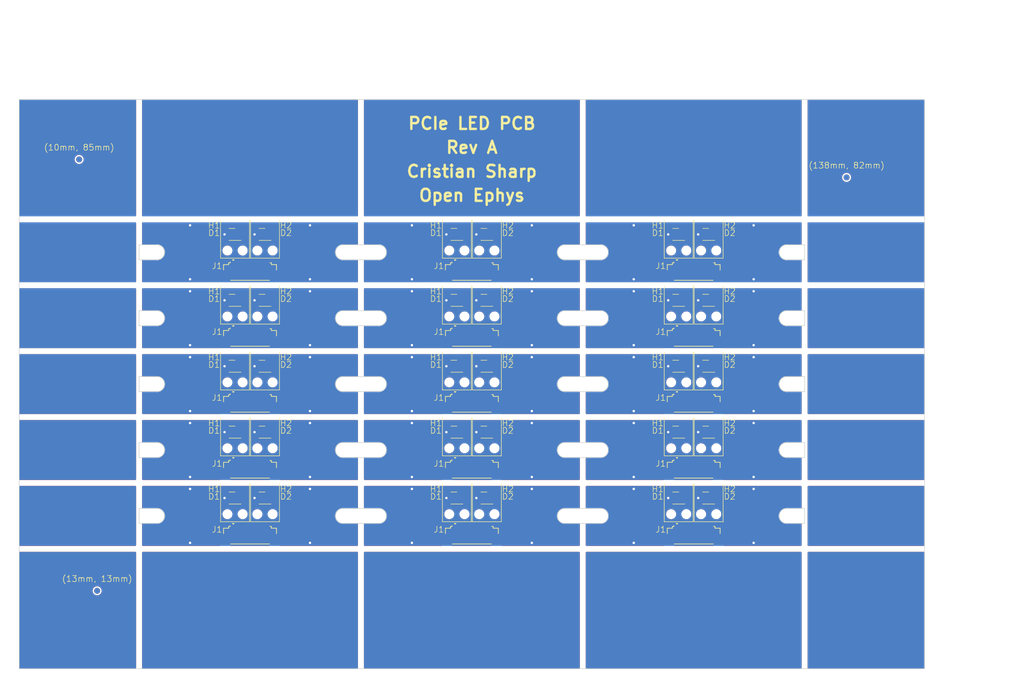
<source format=kicad_pcb>
(kicad_pcb (version 20221018) (generator pcbnew)
  (layers (0 "F.Cu" signal) (31 "B.Cu" signal) (34 "B.Paste" user) (35 "F.Paste" user) (36 "B.SilkS" user "B.Silkscreen") (37 "F.SilkS" user "F.Silkscreen") (38 "B.Mask" user) (39 "F.Mask" user) (44 "Edge.Cuts" user))
  (net 0 "")
  (net 1 "Board_0-/B1")
  (net 2 "Board_0-/B2")
  (net 3 "Board_0-/G1")
  (net 4 "Board_0-/G2")
  (net 5 "Board_0-/R1")
  (net 6 "Board_0-/R2")
  (net 7 "Board_0-GND")
  (net 8 "Board_1-/B1")
  (net 9 "Board_1-/B2")
  (net 10 "Board_1-/G1")
  (net 11 "Board_1-/G2")
  (net 12 "Board_1-/R1")
  (net 13 "Board_1-/R2")
  (net 14 "Board_1-GND")
  (net 15 "Board_2-/B1")
  (net 16 "Board_2-/B2")
  (net 17 "Board_2-/G1")
  (net 18 "Board_2-/G2")
  (net 19 "Board_2-/R1")
  (net 20 "Board_2-/R2")
  (net 21 "Board_2-GND")
  (net 22 "Board_3-/B1")
  (net 23 "Board_3-/B2")
  (net 24 "Board_3-/G1")
  (net 25 "Board_3-/G2")
  (net 26 "Board_3-/R1")
  (net 27 "Board_3-/R2")
  (net 28 "Board_3-GND")
  (net 29 "Board_4-/B1")
  (net 30 "Board_4-/B2")
  (net 31 "Board_4-/G1")
  (net 32 "Board_4-/G2")
  (net 33 "Board_4-/R1")
  (net 34 "Board_4-/R2")
  (net 35 "Board_4-GND")
  (net 36 "Board_5-/B1")
  (net 37 "Board_5-/B2")
  (net 38 "Board_5-/G1")
  (net 39 "Board_5-/G2")
  (net 40 "Board_5-/R1")
  (net 41 "Board_5-/R2")
  (net 42 "Board_5-GND")
  (net 43 "Board_6-/B1")
  (net 44 "Board_6-/B2")
  (net 45 "Board_6-/G1")
  (net 46 "Board_6-/G2")
  (net 47 "Board_6-/R1")
  (net 48 "Board_6-/R2")
  (net 49 "Board_6-GND")
  (net 50 "Board_7-/B1")
  (net 51 "Board_7-/B2")
  (net 52 "Board_7-/G1")
  (net 53 "Board_7-/G2")
  (net 54 "Board_7-/R1")
  (net 55 "Board_7-/R2")
  (net 56 "Board_7-GND")
  (net 57 "Board_8-/B1")
  (net 58 "Board_8-/B2")
  (net 59 "Board_8-/G1")
  (net 60 "Board_8-/G2")
  (net 61 "Board_8-/R1")
  (net 62 "Board_8-/R2")
  (net 63 "Board_8-GND")
  (net 64 "Board_9-/B1")
  (net 65 "Board_9-/B2")
  (net 66 "Board_9-/G1")
  (net 67 "Board_9-/G2")
  (net 68 "Board_9-/R1")
  (net 69 "Board_9-/R2")
  (net 70 "Board_9-GND")
  (net 71 "Board_10-/B1")
  (net 72 "Board_10-/B2")
  (net 73 "Board_10-/G1")
  (net 74 "Board_10-/G2")
  (net 75 "Board_10-/R1")
  (net 76 "Board_10-/R2")
  (net 77 "Board_10-GND")
  (net 78 "Board_11-/B1")
  (net 79 "Board_11-/B2")
  (net 80 "Board_11-/G1")
  (net 81 "Board_11-/G2")
  (net 82 "Board_11-/R1")
  (net 83 "Board_11-/R2")
  (net 84 "Board_11-GND")
  (net 85 "Board_12-/B1")
  (net 86 "Board_12-/B2")
  (net 87 "Board_12-/G1")
  (net 88 "Board_12-/G2")
  (net 89 "Board_12-/R1")
  (net 90 "Board_12-/R2")
  (net 91 "Board_12-GND")
  (net 92 "Board_13-/B1")
  (net 93 "Board_13-/B2")
  (net 94 "Board_13-/G1")
  (net 95 "Board_13-/G2")
  (net 96 "Board_13-/R1")
  (net 97 "Board_13-/R2")
  (net 98 "Board_13-GND")
  (net 99 "Board_14-/B1")
  (net 100 "Board_14-/B2")
  (net 101 "Board_14-/G1")
  (net 102 "Board_14-/G2")
  (net 103 "Board_14-/R1")
  (net 104 "Board_14-/R2")
  (net 105 "Board_14-GND")
  (footprint "Open Ephys:EVERLIGHT_6-SMD-1.6x1.6" (layer "F.Cu") (at 107.5 42.51524)
    (fp_text reference "D2")
    (fp_text value "LED_RGB")
  )
  (footprint "Open Ephys:EVERLIGHT_6-SMD-1.6x1.6" (layer "F.Cu") (at 107.5 64.51524)
    (fp_text reference "D2")
    (fp_text value "LED_RGB")
  )
  (footprint "Open Ephys:EVERLIGHT_6-SMD-1.6x1.6" (layer "F.Cu") (at 144.5 64.51524)
    (fp_text reference "D2")
    (fp_text value "LED_RGB")
  )
  (footprint "Open Ephys:EVERLIGHT_6-SMD-1.6x1.6" (layer "F.Cu") (at 70.5 75.51524)
    (fp_text reference "D2")
    (fp_text value "LED_RGB")
  )
  (footprint "Open Ephys:EVERLIGHT_6-SMD-1.6x1.6" (layer "F.Cu") (at 144.5 42.51524)
    (fp_text reference "D2")
    (fp_text value "LED_RGB")
  )
  (footprint "Open Ephys:EVERLIGHT_6-SMD-1.6x1.6" (layer "F.Cu") (at 70.5 53.51524)
    (fp_text reference "D2")
    (fp_text value "LED_RGB")
  )
  (footprint "Open Ephys:EVERLIGHT_6-SMD-1.6x1.6" (layer "F.Cu") (at 70.5 64.51524)
    (fp_text reference "D2")
    (fp_text value "LED_RGB")
  )
  (footprint "Open Ephys:EVERLIGHT_6-SMD-1.6x1.6" (layer "F.Cu") (at 70.5 42.51524)
    (fp_text reference "D2")
    (fp_text value "LED_RGB")
  )
  (footprint "Open Ephys:EVERLIGHT_6-SMD-1.6x1.6" (layer "F.Cu") (at 144.5 53.51524)
    (fp_text reference "D2")
    (fp_text value "LED_RGB")
  )
  (footprint "Open Ephys:EVERLIGHT_6-SMD-1.6x1.6" (layer "F.Cu") (at 107.5 53.51524)
    (fp_text reference "D2")
    (fp_text value "LED_RGB")
  )
  (footprint "Open Ephys:EVERLIGHT_6-SMD-1.6x1.6" (layer "F.Cu") (at 107.5 86.51524)
    (fp_text reference "D2")
    (fp_text value "LED_RGB")
  )
  (footprint "Open Ephys:EVERLIGHT_6-SMD-1.6x1.6" (layer "F.Cu") (at 144.5 86.51524)
    (fp_text reference "D2")
    (fp_text value "LED_RGB")
  )
  (footprint "Open Ephys:EVERLIGHT_6-SMD-1.6x1.6" (layer "F.Cu") (at 107.5 75.51524)
    (fp_text reference "D2")
    (fp_text value "LED_RGB")
  )
  (footprint "Open Ephys:EVERLIGHT_6-SMD-1.6x1.6" (layer "F.Cu") (at 144.5 75.51524)
    (fp_text reference "D2")
    (fp_text value "LED_RGB")
  )
  (footprint "Open Ephys:EVERLIGHT_6-SMD-1.6x1.6" (layer "F.Cu") (at 70.5 86.51524)
    (fp_text reference "D2")
    (fp_text value "LED_RGB")
  )
  (footprint "Fiducial" (layer "F.Cu") (at 39.5 30)
    (fp_text reference "REF**" hide)
    (fp_text value "Fiducial" hide)
  )
  (footprint "Fiducial" (layer "F.Cu") (at 167.5 33)
    (fp_text reference "REF**" hide)
    (fp_text value "Fiducial" hide)
  )
  (footprint "Open Ephys:EVERLIGHT_6-SMD-1.6x1.6" (layer "F.Cu") (at 102.5 64.51524)
    (fp_text reference "D1")
    (fp_text value "LED_RGB")
  )
  (footprint "Open Ephys:EVERLIGHT_6-SMD-1.6x1.6" (layer "F.Cu") (at 102.5 53.51524)
    (fp_text reference "D1")
    (fp_text value "LED_RGB")
  )
  (footprint "Open Ephys:EVERLIGHT_6-SMD-1.6x1.6" (layer "F.Cu") (at 102.5 75.51524)
    (fp_text reference "D1")
    (fp_text value "LED_RGB")
  )
  (footprint "Open Ephys:EVERLIGHT_6-SMD-1.6x1.6" (layer "F.Cu") (at 65.5 53.51524)
    (fp_text reference "D1")
    (fp_text value "LED_RGB")
  )
  (footprint "Open Ephys:EVERLIGHT_6-SMD-1.6x1.6" (layer "F.Cu") (at 65.5 86.51524)
    (fp_text reference "D1")
    (fp_text value "LED_RGB")
  )
  (footprint "Open Ephys:EVERLIGHT_6-SMD-1.6x1.6" (layer "F.Cu") (at 65.5 75.51524)
    (fp_text reference "D1")
    (fp_text value "LED_RGB")
  )
  (footprint "Open Ephys:EVERLIGHT_6-SMD-1.6x1.6" (layer "F.Cu") (at 65.5 64.51524)
    (fp_text reference "D1")
    (fp_text value "LED_RGB")
  )
  (footprint "Open Ephys:EVERLIGHT_6-SMD-1.6x1.6" (layer "F.Cu") (at 102.5 86.51524)
    (fp_text reference "D1")
    (fp_text value "LED_RGB")
  )
  (footprint "Open Ephys:EVERLIGHT_6-SMD-1.6x1.6" (layer "F.Cu") (at 139.5 64.51524)
    (fp_text reference "D1")
    (fp_text value "LED_RGB")
  )
  (footprint "Open Ephys:EVERLIGHT_6-SMD-1.6x1.6" (layer "F.Cu") (at 139.5 42.51524)
    (fp_text reference "D1")
    (fp_text value "LED_RGB")
  )
  (footprint "Open Ephys:EVERLIGHT_6-SMD-1.6x1.6" (layer "F.Cu") (at 65.5 42.51524)
    (fp_text reference "D1")
    (fp_text value "LED_RGB")
  )
  (footprint "Open Ephys:EVERLIGHT_6-SMD-1.6x1.6" (layer "F.Cu") (at 139.5 86.51524)
    (fp_text reference "D1")
    (fp_text value "LED_RGB")
  )
  (footprint "Open Ephys:EVERLIGHT_6-SMD-1.6x1.6" (layer "F.Cu") (at 139.5 75.51524)
    (fp_text reference "D1")
    (fp_text value "LED_RGB")
  )
  (footprint "Open Ephys:EVERLIGHT_6-SMD-1.6x1.6" (layer "F.Cu") (at 102.5 42.51524)
    (fp_text reference "D1")
    (fp_text value "LED_RGB")
  )
  (footprint "Open Ephys:EVERLIGHT_6-SMD-1.6x1.6" (layer "F.Cu") (at 139.5 53.51524)
    (fp_text reference "D1")
    (fp_text value "LED_RGB")
  )
  (footprint "Open Ephys:BIVAR_SLP3-150-100-R" (layer "F.Cu") (at 107.5 78.207 180)
    (fp_text reference "H2")
    (fp_text value "SLP3-150-100-R")
  )
  (footprint "Open Ephys:BIVAR_SLP3-150-100-R" (layer "F.Cu") (at 70.5 78.207 180)
    (fp_text reference "H2")
    (fp_text value "SLP3-150-100-R")
  )
  (footprint "Open Ephys:BIVAR_SLP3-150-100-R" (layer "F.Cu") (at 144.5 89.207 180)
    (fp_text reference "H2")
    (fp_text value "SLP3-150-100-R")
  )
  (footprint "Open Ephys:BIVAR_SLP3-150-100-R" (layer "F.Cu") (at 144.5 78.207 180)
    (fp_text reference "H2")
    (fp_text value "SLP3-150-100-R")
  )
  (footprint "Open Ephys:BIVAR_SLP3-150-100-R" (layer "F.Cu") (at 107.5 67.207 180)
    (fp_text reference "H2")
    (fp_text value "SLP3-150-100-R")
  )
  (footprint "Open Ephys:BIVAR_SLP3-150-100-R" (layer "F.Cu") (at 144.5 67.207 180)
    (fp_text reference "H2")
    (fp_text value "SLP3-150-100-R")
  )
  (footprint "Open Ephys:BIVAR_SLP3-150-100-R" (layer "F.Cu") (at 107.5 89.207 180)
    (fp_text reference "H2")
    (fp_text value "SLP3-150-100-R")
  )
  (footprint "Open Ephys:BIVAR_SLP3-150-100-R" (layer "F.Cu") (at 70.5 89.207 180)
    (fp_text reference "H2")
    (fp_text value "SLP3-150-100-R")
  )
  (footprint "Open Ephys:BIVAR_SLP3-150-100-R" (layer "F.Cu") (at 144.5 56.207 180)
    (fp_text reference "H2")
    (fp_text value "SLP3-150-100-R")
  )
  (footprint "Open Ephys:BIVAR_SLP3-150-100-R" (layer "F.Cu") (at 70.5 67.207 180)
    (fp_text reference "H2")
    (fp_text value "SLP3-150-100-R")
  )
  (footprint "Open Ephys:BIVAR_SLP3-150-100-R" (layer "F.Cu") (at 70.5 45.207 180)
    (fp_text reference "H2")
    (fp_text value "SLP3-150-100-R")
  )
  (footprint "Open Ephys:BIVAR_SLP3-150-100-R" (layer "F.Cu") (at 144.5 45.207 180)
    (fp_text reference "H2")
    (fp_text value "SLP3-150-100-R")
  )
  (footprint "Open Ephys:BIVAR_SLP3-150-100-R" (layer "F.Cu") (at 107.5 56.207 180)
    (fp_text reference "H2")
    (fp_text value "SLP3-150-100-R")
  )
  (footprint "Open Ephys:BIVAR_SLP3-150-100-R" (layer "F.Cu") (at 70.5 56.207 180)
    (fp_text reference "H2")
    (fp_text value "SLP3-150-100-R")
  )
  (footprint "Open Ephys:BIVAR_SLP3-150-100-R" (layer "F.Cu") (at 107.5 45.207 180)
    (fp_text reference "H2")
    (fp_text value "SLP3-150-100-R")
  )
  (footprint "Fiducial" (layer "F.Cu") (at 42.5 102)
    (fp_text reference "REF**" hide)
    (fp_text value "Fiducial" hide)
  )
  (footprint "Open Ephys:JST_SM08B-SURS-TF(LF)(SN)" (layer "F.Cu") (at 105 70.76524)
    (fp_text reference "J1")
    (fp_text value "SM08B-SURS-TF(LF)(SN)")
  )
  (footprint "Open Ephys:JST_SM08B-SURS-TF(LF)(SN)" (layer "F.Cu") (at 68 92.76524)
    (fp_text reference "J1")
    (fp_text value "SM08B-SURS-TF(LF)(SN)")
  )
  (footprint "Open Ephys:JST_SM08B-SURS-TF(LF)(SN)" (layer "F.Cu") (at 68 48.76524)
    (fp_text reference "J1")
    (fp_text value "SM08B-SURS-TF(LF)(SN)")
  )
  (footprint "Open Ephys:JST_SM08B-SURS-TF(LF)(SN)" (layer "F.Cu") (at 105 81.76524)
    (fp_text reference "J1")
    (fp_text value "SM08B-SURS-TF(LF)(SN)")
  )
  (footprint "Open Ephys:JST_SM08B-SURS-TF(LF)(SN)" (layer "F.Cu") (at 142 48.76524)
    (fp_text reference "J1")
    (fp_text value "SM08B-SURS-TF(LF)(SN)")
  )
  (footprint "Open Ephys:JST_SM08B-SURS-TF(LF)(SN)" (layer "F.Cu") (at 68 59.76524)
    (fp_text reference "J1")
    (fp_text value "SM08B-SURS-TF(LF)(SN)")
  )
  (footprint "Open Ephys:JST_SM08B-SURS-TF(LF)(SN)" (layer "F.Cu") (at 142 59.76524)
    (fp_text reference "J1")
    (fp_text value "SM08B-SURS-TF(LF)(SN)")
  )
  (footprint "Open Ephys:JST_SM08B-SURS-TF(LF)(SN)" (layer "F.Cu") (at 68 70.76524)
    (fp_text reference "J1")
    (fp_text value "SM08B-SURS-TF(LF)(SN)")
  )
  (footprint "Open Ephys:JST_SM08B-SURS-TF(LF)(SN)" (layer "F.Cu") (at 105 48.76524)
    (fp_text reference "J1")
    (fp_text value "SM08B-SURS-TF(LF)(SN)")
  )
  (footprint "Open Ephys:JST_SM08B-SURS-TF(LF)(SN)" (layer "F.Cu") (at 105 92.76524)
    (fp_text reference "J1")
    (fp_text value "SM08B-SURS-TF(LF)(SN)")
  )
  (footprint "Open Ephys:JST_SM08B-SURS-TF(LF)(SN)" (layer "F.Cu") (at 142 70.76524)
    (fp_text reference "J1")
    (fp_text value "SM08B-SURS-TF(LF)(SN)")
  )
  (footprint "Open Ephys:JST_SM08B-SURS-TF(LF)(SN)" (layer "F.Cu") (at 142 81.76524)
    (fp_text reference "J1")
    (fp_text value "SM08B-SURS-TF(LF)(SN)")
  )
  (footprint "Open Ephys:JST_SM08B-SURS-TF(LF)(SN)" (layer "F.Cu") (at 68 81.76524)
    (fp_text reference "J1")
    (fp_text value "SM08B-SURS-TF(LF)(SN)")
  )
  (footprint "Open Ephys:JST_SM08B-SURS-TF(LF)(SN)" (layer "F.Cu") (at 142 92.76524)
    (fp_text reference "J1")
    (fp_text value "SM08B-SURS-TF(LF)(SN)")
  )
  (footprint "Open Ephys:JST_SM08B-SURS-TF(LF)(SN)" (layer "F.Cu") (at 105 59.76524)
    (fp_text reference "J1")
    (fp_text value "SM08B-SURS-TF(LF)(SN)")
  )
  (footprint "Open Ephys:BIVAR_SLP3-150-100-R" (layer "F.Cu") (at 65.5 45.207 180)
    (fp_text reference "H1")
    (fp_text value "SLP3-150-100-R")
  )
  (footprint "Open Ephys:BIVAR_SLP3-150-100-R" (layer "F.Cu") (at 102.5 56.207 180)
    (fp_text reference "H1")
    (fp_text value "SLP3-150-100-R")
  )
  (footprint "Open Ephys:BIVAR_SLP3-150-100-R" (layer "F.Cu") (at 139.5 67.207 180)
    (fp_text reference "H1")
    (fp_text value "SLP3-150-100-R")
  )
  (footprint "Open Ephys:BIVAR_SLP3-150-100-R" (layer "F.Cu") (at 139.5 56.207 180)
    (fp_text reference "H1")
    (fp_text value "SLP3-150-100-R")
  )
  (footprint "Open Ephys:BIVAR_SLP3-150-100-R" (layer "F.Cu") (at 102.5 67.207 180)
    (fp_text reference "H1")
    (fp_text value "SLP3-150-100-R")
  )
  (footprint "Open Ephys:BIVAR_SLP3-150-100-R" (layer "F.Cu") (at 65.5 78.207 180)
    (fp_text reference "H1")
    (fp_text value "SLP3-150-100-R")
  )
  (footprint "Open Ephys:BIVAR_SLP3-150-100-R" (layer "F.Cu") (at 139.5 45.207 180)
    (fp_text reference "H1")
    (fp_text value "SLP3-150-100-R")
  )
  (footprint "Open Ephys:BIVAR_SLP3-150-100-R" (layer "F.Cu") (at 102.5 45.207 180)
    (fp_text reference "H1")
    (fp_text value "SLP3-150-100-R")
  )
  (footprint "Open Ephys:BIVAR_SLP3-150-100-R" (layer "F.Cu") (at 65.5 56.207 180)
    (fp_text reference "H1")
    (fp_text value "SLP3-150-100-R")
  )
  (footprint "Open Ephys:BIVAR_SLP3-150-100-R" (layer "F.Cu") (at 65.5 67.207 180)
    (fp_text reference "H1")
    (fp_text value "SLP3-150-100-R")
  )
  (footprint "Open Ephys:BIVAR_SLP3-150-100-R" (layer "F.Cu") (at 102.5 89.207 180)
    (fp_text reference "H1")
    (fp_text value "SLP3-150-100-R")
  )
  (footprint "Open Ephys:BIVAR_SLP3-150-100-R" (layer "F.Cu") (at 65.5 89.207 180)
    (fp_text reference "H1")
    (fp_text value "SLP3-150-100-R")
  )
  (footprint "Open Ephys:BIVAR_SLP3-150-100-R" (layer "F.Cu") (at 139.5 89.207 180)
    (fp_text reference "H1")
    (fp_text value "SLP3-150-100-R")
  )
  (footprint "Open Ephys:BIVAR_SLP3-150-100-R" (layer "F.Cu") (at 139.5 78.207 180)
    (fp_text reference "H1")
    (fp_text value "SLP3-150-100-R")
  )
  (footprint "Open Ephys:BIVAR_SLP3-150-100-R" (layer "F.Cu") (at 102.5 78.207 180)
    (fp_text reference "H1")
    (fp_text value "SLP3-150-100-R")
  )
  (footprint "Fiducial" (layer "B.Cu") (at 42.5 102)
    (fp_text reference "REF**" hide)
    (fp_text value "Fiducial" hide)
  )
  (footprint "Fiducial" (layer "B.Cu") (at 39.5 30)
    (fp_text reference "REF**" hide)
    (fp_text value "Fiducial" hide)
  )
  (footprint "Fiducial" (layer "B.Cu") (at 167.5 33)
    (fp_text reference "REF**" hide)
    (fp_text value "Fiducial" hide)
  )
  (gr_line (start 90.550032 66.821817) (end 90.582531 66.875) (stroke (width 0.1)) (layer "Edge.Cuts"))
  (gr_line (start 89.927525 88.325384) (end 89.985543 88.348154) (stroke (width 0.1)) (layer "Edge.Cuts"))
  (gr_line (start 120.5 88.25) (end 123.5 88.25) (stroke (width 0.1)) (layer "Edge.Cuts"))
  (gr_line (start 53.663592 67.043323) (end 53.684909 67.101891) (stroke (width 0.1)) (layer "Edge.Cuts"))
  (gr_line (start 90.746504 78.406587) (end 90.749611 78.468836) (stroke (width 0.1)) (layer "Edge.Cuts"))
  (gr_line (start 82.250388 45.531163) (end 82.250388 45.468836) (stroke (width 0.1)) (layer "Edge.Cuts"))
  (gr_line (start 90.582531 90.125) (end 90.550032 90.178182) (stroke (width 0.1)) (layer "Edge.Cuts"))
  (gr_line (start 89.868443 57.694466) (end 89.808446 57.711346) (stroke (width 0.1)) (layer "Edge.Cuts"))
  (gr_line (start 90.477289 66.720637) (end 90.514922 66.77032) (stroke (width 0.1)) (layer "Edge.Cuts"))
  (gr_line (start 83.252317 57.725215) (end 83.191553 57.711346) (stroke (width 0.1)) (layer "Edge.Cuts"))
  (gr_line (start 82.336407 56.043323) (end 82.360617 55.985891) (stroke (width 0.1)) (layer "Edge.Cuts"))
  (gr_line (start 53.663592 45.043323) (end 53.684909 45.101891) (stroke (width 0.1)) (layer "Edge.Cuts"))
  (gr_line (start 53.437226 79.327107) (end 53.394833 79.372796) (stroke (width 0.1)) (layer "Edge.Cuts"))
  (gr_line (start 119.795849 90.532798) (end 119.745244 90.496415) (stroke (width 0.1)) (layer "Edge.Cuts"))
  (gr_line (start 52.5 44.25) (end 52.5 44.25) (stroke (width 0.1)) (layer "Edge.Cuts"))
  (gr_line (start 119.957645 79.626211) (end 119.902182 79.597776) (stroke (width 0.1)) (layer "Edge.Cuts"))
  (gr_line (start 156.26899 45.71706) (end 156.2597 45.655429) (stroke (width 0.1)) (layer "Edge.Cuts"))
  (gr_line (start 156.253495 45.593412) (end 156.250388 45.531163) (stroke (width 0.1)) (layer "Edge.Cuts"))
  (gr_line (start 90.254755 90.496415) (end 90.20415 90.532798) (stroke (width 0.1)) (layer "Edge.Cuts"))
  (gr_line (start 156.795849 68.532798) (end 156.745244 68.496415) (stroke (width 0.1)) (layer "Edge.Cuts"))
  (gr_line (start 82.2597 89.655429) (end 82.253495 89.593412) (stroke (width 0.1)) (layer "Edge.Cuts"))
  (gr_line (start 89.5 68.75) (end 86.5 68.75) (stroke (width 0.1)) (layer "Edge.Cuts"))
  (gr_line (start 126.747682 79.725215) (end 126.686302 79.736038) (stroke (width 0.1)) (layer "Edge.Cuts"))
  (gr_line (start 53.514922 90.229679) (end 53.477289 90.279362) (stroke (width 0.1)) (layer "Edge.Cuts"))
  (gr_line (start 127.437226 46.327107) (end 127.394833 46.372796) (stroke (width 0.1)) (layer "Edge.Cuts"))
  (gr_line (start 156.52271 68.279362) (end 156.485077 68.229679) (stroke (width 0.1)) (layer "Edge.Cuts"))
  (gr_line (start 90.20415 79.532798) (end 90.151794 79.566613) (stroke (width 0.1)) (layer "Edge.Cuts"))
  (gr_line (start 83.37554 88.256211) (end 83.437692 88.251553) (stroke (width 0.1)) (layer "Edge.Cuts"))
  (gr_line (start 119.562773 68.327107) (end 119.52271 68.279362) (stroke (width 0.1)) (layer "Edge.Cuts"))
  (gr_line (start 120.437692 46.748446) (end 120.37554 46.743788) (stroke (width 0.1)) (layer "Edge.Cuts"))
  (gr_line (start 53.254755 88.503584) (end 53.303484 88.542444) (stroke (width 0.1)) (layer "Edge.Cuts"))
  (gr_line (start 89.985543 66.348154) (end 90.042354 66.373788) (stroke (width 0.1)) (layer "Edge.Cuts"))
  (gr_line (start 126.624459 66.256211) (end 126.686302 66.263961) (stroke (width 0.1)) (layer "Edge.Cuts"))
  (gr_line (start 120.131556 66.305533) (end 120.191553 66.288653) (stroke (width 0.1)) (layer "Edge.Cuts"))
  (gr_line (start 90.684909 78.898108) (end 90.663592 78.956676) (stroke (width 0.1)) (layer "Edge.Cuts"))
  (gr_line (start 53.550032 46.178182) (end 53.514922 46.229679) (stroke (width 0.1)) (layer "Edge.Cuts"))
  (gr_line (start 157.131556 79.694466) (end 157.072474 79.674615) (stroke (width 0.1)) (layer "Edge.Cuts"))
  (gr_line (start 83.313697 68.736038) (end 83.252317 68.725215) (stroke (width 0.1)) (layer "Edge.Cuts"))
  (gr_line (start 52.5 68.75) (end 49.5 68.75) (stroke (width 0.1)) (layer "Edge.Cuts"))
  (gr_line (start 82.848205 77.433386) (end 82.902182 77.402223) (stroke (width 0.1)) (layer "Edge.Cuts"))
  (gr_line (start 157.37554 46.743788) (end 157.313697 46.736038) (stroke (width 0.1)) (layer "Edge.Cuts"))
  (gr_line (start 127.749611 56.531163) (end 127.746504 56.593412) (stroke (width 0.1)) (layer "Edge.Cuts"))
  (gr_line (start 119.336407 89.043323) (end 119.360617 88.985891) (stroke (width 0.1)) (layer "Edge.Cuts"))
  (gr_line (start 82.2597 67.655429) (end 82.253495 67.593412) (stroke (width 0.1)) (layer "Edge.Cuts"))
  (gr_line (start 90.20415 55.467201) (end 90.254755 55.503584) (stroke (width 0.1)) (layer "Edge.Cuts"))
  (gr_line (start 119.902182 66.402223) (end 119.957645 66.373788) (stroke (width 0.1)) (layer "Edge.Cuts"))
  (gr_line (start 82.360617 79.014108) (end 82.336407 78.956676) (stroke (width 0.1)) (layer "Edge.Cuts"))
  (gr_line (start 119.2597 89.655429) (end 119.253495 89.593412) (stroke (width 0.1)) (layer "Edge.Cuts"))
  (gr_line (start 126.985543 66.348154) (end 127.042354 66.373788) (stroke (width 0.1)) (layer "Edge.Cuts"))
  (gr_line (start 82.795849 66.467201) (end 82.848205 66.433386) (stroke (width 0.1)) (layer "Edge.Cuts"))
  (gr_line (start 119.696515 66.542444) (end 119.745244 66.503584) (stroke (width 0.1)) (layer "Edge.Cuts"))
  (gr_line (start 90.718659 45.221848) (end 90.731009 45.282939) (stroke (width 0.1)) (layer "Edge.Cuts"))
  (gr_line (start 90.684909 67.101891) (end 90.70328 67.161449) (stroke (width 0.1)) (layer "Edge.Cuts"))
  (gr_line (start 90.663592 78.043323) (end 90.684909 78.101891) (stroke (width 0.1)) (layer "Edge.Cuts"))
  (gr_line (start 119.26899 56.71706) (end 119.2597 56.655429) (stroke (width 0.1)) (layer "Edge.Cuts"))
  (gr_line (start 119.52271 55.720637) (end 119.562773 55.672892) (stroke (width 0.1)) (layer "Edge.Cuts"))
  (gr_line (start 119.250388 67.468836) (end 119.253495 67.406587) (stroke (width 0.1)) (layer "Edge.Cuts"))
  (gr_line (start 90.612339 55.929736) (end 90.639382 55.985891) (stroke (width 0.1)) (layer "Edge.Cuts"))
  (gr_line (start 83.191553 88.288653) (end 83.252317 88.274784) (stroke (width 0.1)) (layer "Edge.Cuts"))
  (gr_line (start 53.718659 45.778151) (end 53.70328 45.83855) (stroke (width 0.1)) (layer "Edge.Cuts"))
  (gr_line (start 157.191553 44.288653) (end 157.252317 44.274784) (stroke (width 0.1)) (layer "Edge.Cuts"))
  (gr_line (start 156.957645 77.373788) (end 157.014456 77.348154) (stroke (width 0.1)) (layer "Edge.Cuts"))
  (gr_line (start 90.550032 46.178182) (end 90.514922 46.229679) (stroke (width 0.1)) (layer "Edge.Cuts"))
  (gr_line (start 90.477289 77.720637) (end 90.514922 77.77032) (stroke (width 0.1)) (layer "Edge.Cuts"))
  (gr_line (start 127.746504 89.406587) (end 127.749611 89.468836) (stroke (width 0.1)) (layer "Edge.Cuts"))
  (gr_line (start 157.37554 57.743788) (end 157.313697 57.736038) (stroke (width 0.1)) (layer "Edge.Cuts"))
  (gr_line (start 157.5 66.25) (end 160.5 66.25) (stroke (width 0.1)) (layer "Edge.Cuts"))
  (gr_line (start 83.131556 57.694466) (end 83.072474 57.674615) (stroke (width 0.1)) (layer "Edge.Cuts"))
  (gr_line (start 120.191553 88.288653) (end 120.252317 88.274784) (stroke (width 0.1)) (layer "Edge.Cuts"))
  (gr_line (start 90.394833 90.372796) (end 90.350215 90.416314) (stroke (width 0.1)) (layer "Edge.Cuts"))
  (gr_line (start 119.605166 57.372796) (end 119.562773 57.327107) (stroke (width 0.1)) (layer "Edge.Cuts"))
  (gr_line (start 126.985543 46.651845) (end 126.927525 46.674615) (stroke (width 0.1)) (layer "Edge.Cuts"))
  (gr_line (start 127.740299 45.34457) (end 127.746504 45.406587) (stroke (width 0.1)) (layer "Edge.Cuts"))
  (gr_line (start 82.296719 56.161449) (end 82.31509 56.101891) (stroke (width 0.1)) (layer "Edge.Cuts"))
  (gr_line (start 90.749611 78.468836) (end 90.749611 78.531163) (stroke (width 0.1)) (layer "Edge.Cuts"))
  (gr_line (start 82.696515 46.457555) (end 82.649784 46.416314) (stroke (width 0.1)) (layer "Edge.Cuts"))
  (gr_line (start 53.684909 67.101891) (end 53.70328 67.161449) (stroke (width 0.1)) (layer "Edge.Cuts"))
  (gr_line (start 82.360617 88.985891) (end 82.38766 88.929736) (stroke (width 0.1)) (layer "Edge.Cuts"))
  (gr_line (start 82.902182 88.402223) (end 82.957645 88.373788) (stroke (width 0.1)) (layer "Edge.Cuts"))
  (gr_line (start 156.360617 66.985891) (end 156.38766 66.929736) (stroke (width 0.1)) (layer "Edge.Cuts"))
  (gr_line (start 90.254755 55.503584) (end 90.303484 55.542444) (stroke (width 0.1)) (layer "Edge.Cuts"))
  (gr_line (start 90.514922 68.229679) (end 90.477289 68.279362) (stroke (width 0.1)) (layer "Edge.Cuts"))
  (gr_line (start 53.582531 66.875) (end 53.612339 66.929736) (stroke (width 0.1)) (layer "Edge.Cuts"))
  (gr_line (start 53.718659 67.221848) (end 53.731009 67.282939) (stroke (width 0.1)) (layer "Edge.Cuts"))
  (gr_line (start 127.639382 77.985891) (end 127.663592 78.043323) (stroke (width 0.1)) (layer "Edge.Cuts"))
  (gr_line (start 156.31509 89.101891) (end 156.336407 89.043323) (stroke (width 0.1)) (layer "Edge.Cuts"))
  (gr_line (start 157.072474 57.674615) (end 157.014456 57.651845) (stroke (width 0.1)) (layer "Edge.Cuts"))
  (gr_line (start 119.902182 90.597776) (end 119.848205 90.566613) (stroke (width 0.1)) (layer "Edge.Cuts"))
  (gr_line (start 156.795849 88.467201) (end 156.848205 88.433386) (stroke (width 0.1)) (layer "Edge.Cuts"))
  (gr_line (start 127.042354 44.373788) (end 127.097817 44.402223) (stroke (width 0.1)) (layer "Edge.Cuts"))
  (gr_line (start 127.746504 56.593412) (end 127.740299 56.655429) (stroke (width 0.1)) (layer "Edge.Cuts"))
  (gr_line (start 156.562773 88.672892) (end 156.605166 88.627203) (stroke (width 0.1)) (layer "Edge.Cuts"))
  (gr_line (start 156.360617 90.014108) (end 156.336407 89.956676) (stroke (width 0.1)) (layer "Edge.Cuts"))
  (gr_line (start 157.313697 68.736038) (end 157.252317 68.725215) (stroke (width 0.1)) (layer "Edge.Cuts"))
  (gr_line (start 127.303484 88.542444) (end 127.350215 88.583685) (stroke (width 0.1)) (layer "Edge.Cuts"))
  (gr_line (start 52.927525 44.325384) (end 52.985543 44.348154) (stroke (width 0.1)) (layer "Edge.Cuts"))
  (gr_line (start 89.985543 77.348154) (end 90.042354 77.373788) (stroke (width 0.1)) (layer "Edge.Cuts"))
  (gr_line (start 90.639382 55.985891) (end 90.663592 56.043323) (stroke (width 0.1)) (layer "Edge.Cuts"))
  (gr_line (start 156.417468 66.875) (end 156.449967 66.821817) (stroke (width 0.1)) (layer "Edge.Cuts"))
  (gr_line (start 157.313697 90.736038) (end 157.252317 90.725215) (stroke (width 0.1)) (layer "Edge.Cuts"))
  (gr_line (start 89.927525 55.325384) (end 89.985543 55.348154) (stroke (width 0.1)) (layer "Edge.Cuts"))
  (gr_line (start 90.582531 57.125) (end 90.550032 57.178182) (stroke (width 0.1)) (layer "Edge.Cuts"))
  (gr_line (start 119.38766 46.070263) (end 119.360617 46.014108) (stroke (width 0.1)) (layer "Edge.Cuts"))
  (gr_line (start 53.612339 55.929736) (end 53.639382 55.985891) (stroke (width 0.1)) (layer "Edge.Cuts"))
  (gr_line (start 90.663592 56.043323) (end 90.684909 56.101891) (stroke (width 0.1)) (layer "Edge.Cuts"))
  (gr_line (start 127.254755 77.503584) (end 127.303484 77.542444) (stroke (width 0.1)) (layer "Edge.Cuts"))
  (gr_line (start 120.252317 66.274784) (end 120.313697 66.263961) (stroke (width 0.1)) (layer "Edge.Cuts"))
  (gr_line (start 126.927525 88.325384) (end 126.985543 88.348154) (stroke (width 0.1)) (layer "Edge.Cuts"))
  (gr_line (start 157.014456 88.348154) (end 157.072474 88.325384) (stroke (width 0.1)) (layer "Edge.Cuts"))
  (gr_line (start 127.582531 68.125) (end 127.550032 68.178182) (stroke (width 0.1)) (layer "Edge.Cuts"))
  (gr_line (start 119.336407 56.043323) (end 119.360617 55.985891) (stroke (width 0.1)) (layer "Edge.Cuts"))
  (gr_line (start 90.151794 79.566613) (end 90.097817 79.597776) (stroke (width 0.1)) (layer "Edge.Cuts"))
  (gr_line (start 120.191553 44.288653) (end 120.252317 44.274784) (stroke (width 0.1)) (layer "Edge.Cuts"))
  (gr_line (start 82.795849 88.467201) (end 82.848205 88.433386) (stroke (width 0.1)) (layer "Edge.Cuts"))
  (gr_line (start 157.5 90.75) (end 157.437692 90.748446) (stroke (width 0.1)) (layer "Edge.Cuts"))
  (gr_line (start 90.582531 68.125) (end 90.550032 68.178182) (stroke (width 0.1)) (layer "Edge.Cuts"))
  (gr_line (start 90.042354 77.373788) (end 90.097817 77.402223) (stroke (width 0.1)) (layer "Edge.Cuts"))
  (gr_line (start 90.254755 77.503584) (end 90.303484 77.542444) (stroke (width 0.1)) (layer "Edge.Cuts"))
  (gr_line (start 83.37554 44.256211) (end 83.437692 44.251553) (stroke (width 0.1)) (layer "Edge.Cuts"))
  (gr_line (start 89.808446 68.711346) (end 89.747682 68.725215) (stroke (width 0.1)) (layer "Edge.Cuts"))
  (gr_line (start 83.5 46.75) (end 83.437692 46.748446) (stroke (width 0.1)) (layer "Edge.Cuts"))
  (gr_line (start 82.605166 57.372796) (end 82.562773 57.327107) (stroke (width 0.1)) (layer "Edge.Cuts"))
  (gr_line (start 119.360617 66.985891) (end 119.38766 66.929736) (stroke (width 0.1)) (layer "Edge.Cuts"))
  (gr_line (start 82.250388 67.468836) (end 82.253495 67.406587) (stroke (width 0.1)) (layer "Edge.Cuts"))
  (gr_line (start 82.28134 78.778151) (end 82.26899 78.71706) (stroke (width 0.1)) (layer "Edge.Cuts"))
  (gr_line (start 82.26899 89.71706) (end 82.2597 89.655429) (stroke (width 0.1)) (layer "Edge.Cuts"))
  (gr_line (start 126.868443 44.305533) (end 126.927525 44.325384) (stroke (width 0.1)) (layer "Edge.Cuts"))
  (gr_line (start 127.151794 44.433386) (end 127.20415 44.467201) (stroke (width 0.1)) (layer "Edge.Cuts"))
  (gr_line (start 126.808446 79.711346) (end 126.747682 79.725215) (stroke (width 0.1)) (layer "Edge.Cuts"))
  (gr_line (start 53.749611 89.531163) (end 53.746504 89.593412) (stroke (width 0.1)) (layer "Edge.Cuts"))
  (gr_line (start 82.417468 66.875) (end 82.449967 66.821817) (stroke (width 0.1)) (layer "Edge.Cuts"))
  (gr_line (start 127.718659 78.778151) (end 127.70328 78.83855) (stroke (width 0.1)) (layer "Edge.Cuts"))
  (gr_line (start 157.131556 46.694466) (end 157.072474 46.674615) (stroke (width 0.1)) (layer "Edge.Cuts"))
  (gr_line (start 127.350215 77.583685) (end 127.394833 77.627203) (stroke (width 0.1)) (layer "Edge.Cuts"))
  (gr_line (start 90.612339 57.070263) (end 90.582531 57.125) (stroke (width 0.1)) (layer "Edge.Cuts"))
  (gr_line (start 120.437692 68.748446) (end 120.37554 68.743788) (stroke (width 0.1)) (layer "Edge.Cuts"))
  (gr_line (start 119.336407 56.956676) (end 119.31509 56.898108) (stroke (width 0.1)) (layer "Edge.Cuts"))
  (gr_line (start 120.5 66.25) (end 123.5 66.25) (stroke (width 0.1)) (layer "Edge.Cuts"))
  (gr_line (start 127.639382 66.985891) (end 127.663592 67.043323) (stroke (width 0.1)) (layer "Edge.Cuts"))
  (gr_line (start 82.336407 45.956676) (end 82.31509 45.898108) (stroke (width 0.1)) (layer "Edge.Cuts"))
  (gr_line (start 82.417468 77.875) (end 82.449967 77.821817) (stroke (width 0.1)) (layer "Edge.Cuts"))
  (gr_line (start 156.848205 68.566613) (end 156.795849 68.532798) (stroke (width 0.1)) (layer "Edge.Cuts"))
  (gr_line (start 83.014456 77.348154) (end 83.072474 77.325384) (stroke (width 0.1)) (layer "Edge.Cuts"))
  (gr_line (start 90.612339 66.929736) (end 90.639382 66.985891) (stroke (width 0.1)) (layer "Edge.Cuts"))
  (gr_line (start 119.696515 77.542444) (end 119.745244 77.503584) (stroke (width 0.1)) (layer "Edge.Cuts"))
  (gr_line (start 119.52271 77.720637) (end 119.562773 77.672892) (stroke (width 0.1)) (layer "Edge.Cuts"))
  (gr_line (start 53.70328 45.83855) (end 53.684909 45.898108) (stroke (width 0.1)) (layer "Edge.Cuts"))
  (gr_line (start 119.28134 78.778151) (end 119.26899 78.71706) (stroke (width 0.1)) (layer "Edge.Cuts"))
  (gr_line (start 120.37554 57.743788) (end 120.313697 57.736038) (stroke (width 0.1)) (layer "Edge.Cuts"))
  (gr_line (start 119.957645 46.626211) (end 119.902182 46.597776) (stroke (width 0.1)) (layer "Edge.Cuts"))
  (gr_line (start 119.296719 78.161449) (end 119.31509 78.101891) (stroke (width 0.1)) (layer "Edge.Cuts"))
  (gr_line (start 90.097817 88.402223) (end 90.151794 88.433386) (stroke (width 0.1)) (layer "Edge.Cuts"))
  (gr_line (start 156.745244 55.503584) (end 156.795849 55.467201) (stroke (width 0.1)) (layer "Edge.Cuts"))
  (gr_line (start 156.605166 90.372796) (end 156.562773 90.327107) (stroke (width 0.1)) (layer "Edge.Cuts"))
  (gr_line (start 53.749611 45.531163) (end 53.746504 45.593412) (stroke (width 0.1)) (layer "Edge.Cuts"))
  (gr_line (start 82.605166 90.372796) (end 82.562773 90.327107) (stroke (width 0.1)) (layer "Edge.Cuts"))
  (gr_line (start 157.131556 68.694466) (end 157.072474 68.674615) (stroke (width 0.1)) (layer "Edge.Cuts"))
  (gr_line (start 119.848205 90.566613) (end 119.795849 90.532798) (stroke (width 0.1)) (layer "Edge.Cuts"))
  (gr_line (start 82.745244 66.503584) (end 82.795849 66.467201) (stroke (width 0.1)) (layer "Edge.Cuts"))
  (gr_line (start 120.131556 68.694466) (end 120.072474 68.674615) (stroke (width 0.1)) (layer "Edge.Cuts"))
  (gr_line (start 53.254755 44.503584) (end 53.303484 44.542444) (stroke (width 0.1)) (layer "Edge.Cuts"))
  (gr_line (start 180.5 20) (end 29.5 20) (stroke (width 0.1)) (layer "Edge.Cuts"))
  (gr_line (start 52.747682 77.274784) (end 52.808446 77.288653) (stroke (width 0.1)) (layer "Edge.Cuts"))
  (gr_line (start 119.38766 66.929736) (end 119.417468 66.875) (stroke (width 0.1)) (layer "Edge.Cuts"))
  (gr_line (start 156.745244 77.503584) (end 156.795849 77.467201) (stroke (width 0.1)) (layer "Edge.Cuts"))
  (gr_line (start 119.26899 67.71706) (end 119.2597 67.655429) (stroke (width 0.1)) (layer "Edge.Cuts"))
  (gr_line (start 120.072474 88.325384) (end 120.131556 88.305533) (stroke (width 0.1)) (layer "Edge.Cuts"))
  (gr_line (start 157.437692 88.251553) (end 157.5 88.25) (stroke (width 0.1)) (layer "Edge.Cuts"))
  (gr_line (start 119.253495 56.593412) (end 119.250388 56.531163) (stroke (width 0.1)) (layer "Edge.Cuts"))
  (gr_line (start 90.514922 90.229679) (end 90.477289 90.279362) (stroke (width 0.1)) (layer "Edge.Cuts"))
  (gr_line (start 52.686302 55.263961) (end 52.747682 55.274784) (stroke (width 0.1)) (layer "Edge.Cuts"))
  (gr_line (start 53.097817 55.402223) (end 53.151794 55.433386) (stroke (width 0.1)) (layer "Edge.Cuts"))
  (gr_line (start 82.696515 90.457555) (end 82.649784 90.416314) (stroke (width 0.1)) (layer "Edge.Cuts"))
  (gr_line (start 89.808446 44.288653) (end 89.868443 44.305533) (stroke (width 0.1)) (layer "Edge.Cuts"))
  (gr_line (start 90.718659 78.221848) (end 90.731009 78.282939) (stroke (width 0.1)) (layer "Edge.Cuts"))
  (gr_line (start 156.562773 46.327107) (end 156.52271 46.279362) (stroke (width 0.1)) (layer "Edge.Cuts"))
  (gr_line (start 52.747682 57.725215) (end 52.686302 57.736038) (stroke (width 0.1)) (layer "Edge.Cuts"))
  (gr_line (start 157.014456 77.348154) (end 157.072474 77.325384) (stroke (width 0.1)) (layer "Edge.Cuts"))
  (gr_line (start 52.808446 44.288653) (end 52.868443 44.305533) (stroke (width 0.1)) (layer "Edge.Cuts"))
  (gr_line (start 82.745244 79.496415) (end 82.696515 79.457555) (stroke (width 0.1)) (layer "Edge.Cuts"))
  (gr_line (start 89.985543 88.348154) (end 90.042354 88.373788) (stroke (width 0.1)) (layer "Edge.Cuts"))
  (gr_line (start 156.605166 77.627203) (end 156.649784 77.583685) (stroke (width 0.1)) (layer "Edge.Cuts"))
  (gr_line (start 53.731009 45.71706) (end 53.718659 45.778151) (stroke (width 0.1)) (layer "Edge.Cuts"))
  (gr_line (start 127.612339 46.070263) (end 127.612339 46.070263) (stroke (width 0.1)) (layer "Edge.Cuts"))
  (gr_line (start 127.254755 57.496415) (end 127.20415 57.532798) (stroke (width 0.1)) (layer "Edge.Cuts"))
  (gr_line (start 53.684909 89.898108) (end 53.663592 89.956676) (stroke (width 0.1)) (layer "Edge.Cuts"))
  (gr_line (start 127.303484 90.457555) (end 127.254755 90.496415) (stroke (width 0.1)) (layer "Edge.Cuts"))
  (gr_line (start 157.5 57.75) (end 157.5 57.75) (stroke (width 0.1)) (layer "Edge.Cuts"))
  (gr_line (start 89.5 79.75) (end 86.5 79.75) (stroke (width 0.1)) (layer "Edge.Cuts"))
  (gr_line (start 120.252317 79.725215) (end 120.191553 79.711346) (stroke (width 0.1)) (layer "Edge.Cuts"))
  (gr_line (start 90.746504 56.593412) (end 90.740299 56.655429) (stroke (width 0.1)) (layer "Edge.Cuts"))
  (gr_line (start 89.624459 68.743788) (end 89.562307 68.748446) (stroke (width 0.1)) (layer "Edge.Cuts"))
  (gr_line (start 90.350215 79.416314) (end 90.303484 79.457555) (stroke (width 0.1)) (layer "Edge.Cuts"))
  (gr_line (start 156.848205 79.566613) (end 156.795849 79.532798) (stroke (width 0.1)) (layer "Edge.Cuts"))
  (gr_line (start 119.649784 57.416314) (end 119.605166 57.372796) (stroke (width 0.1)) (layer "Edge.Cuts"))
  (gr_line (start 53.097817 90.597776) (end 53.042354 90.626211) (stroke (width 0.1)) (layer "Edge.Cuts"))
  (gr_line (start 52.624459 88.256211) (end 52.686302 88.263961) (stroke (width 0.1)) (layer "Edge.Cuts"))
  (gr_line (start 127.663592 56.043323) (end 127.684909 56.101891) (stroke (width 0.1)) (layer "Edge.Cuts"))
  (gr_line (start 53.663592 56.043323) (end 53.684909 56.101891) (stroke (width 0.1)) (layer "Edge.Cuts"))
  (gr_line (start 157.072474 90.674615) (end 157.014456 90.651845) (stroke (width 0.1)) (layer "Edge.Cuts"))
  (gr_line (start 126.624459 46.743788) (end 126.562307 46.748446) (stroke (width 0.1)) (layer "Edge.Cuts"))
  (gr_line (start 119.696515 79.457555) (end 119.649784 79.416314) (stroke (width 0.1)) (layer "Edge.Cuts"))
  (gr_line (start 119.795849 79.532798) (end 119.745244 79.496415) (stroke (width 0.1)) (layer "Edge.Cuts"))
  (gr_line (start 156.848205 46.566613) (end 156.795849 46.532798) (stroke (width 0.1)) (layer "Edge.Cuts"))
  (gr_line (start 53.20415 66.467201) (end 53.254755 66.503584) (stroke (width 0.1)) (layer "Edge.Cuts"))
  (gr_line (start 82.957645 77.373788) (end 83.014456 77.348154) (stroke (width 0.1)) (layer "Edge.Cuts"))
  (gr_line (start 82.253495 56.406587) (end 82.2597 56.34457) (stroke (width 0.1)) (layer "Edge.Cuts"))
  (gr_line (start 53.582531 79.125) (end 53.550032 79.178182) (stroke (width 0.1)) (layer "Edge.Cuts"))
  (gr_line (start 53.477289 46.279362) (end 53.437226 46.327107) (stroke (width 0.1)) (layer "Edge.Cuts"))
  (gr_line (start 119.562773 44.672892) (end 119.605166 44.627203) (stroke (width 0.1)) (layer "Edge.Cuts"))
  (gr_line (start 52.985543 57.651845) (end 52.927525 57.674615) (stroke (width 0.1)) (layer "Edge.Cuts"))
  (gr_line (start 52.686302 66.263961) (end 52.747682 66.274784) (stroke (width 0.1)) (layer "Edge.Cuts"))
  (gr_line (start 86.5 46.75) (end 83.5 46.75) (stroke (width 0.1)) (layer "Edge.Cuts"))
  (gr_line (start 89.985543 79.651845) (end 89.927525 79.674615) (stroke (width 0.1)) (layer "Edge.Cuts"))
  (gr_line (start 156.957645 55.373788) (end 157.014456 55.348154) (stroke (width 0.1)) (layer "Edge.Cuts"))
  (gr_line (start 127.663592 89.043323) (end 127.684909 89.101891) (stroke (width 0.1)) (layer "Edge.Cuts"))
  (gr_line (start 123.5 90.75) (end 120.5 90.75) (stroke (width 0.1)) (layer "Edge.Cuts"))
  (gr_line (start 89.5 46.75) (end 86.5 46.75) (stroke (width 0.1)) (layer "Edge.Cuts"))
  (gr_line (start 127.477289 66.720637) (end 127.514922 66.77032) (stroke (width 0.1)) (layer "Edge.Cuts"))
  (gr_line (start 127.097817 44.402223) (end 127.151794 44.433386) (stroke (width 0.1)) (layer "Edge.Cuts"))
  (gr_line (start 82.31509 67.101891) (end 82.336407 67.043323) (stroke (width 0.1)) (layer "Edge.Cuts"))
  (gr_line (start 156.52271 57.279362) (end 156.485077 57.229679) (stroke (width 0.1)) (layer "Edge.Cuts"))
  (gr_line (start 157.191553 90.711346) (end 157.131556 90.694466) (stroke (width 0.1)) (layer "Edge.Cuts"))
  (gr_line (start 90.151794 68.566613) (end 90.097817 68.597776) (stroke (width 0.1)) (layer "Edge.Cuts"))
  (gr_line (start 127.254755 79.496415) (end 127.20415 79.532798) (stroke (width 0.1)) (layer "Edge.Cuts"))
  (gr_line (start 86.5 68.75) (end 83.5 68.75) (stroke (width 0.1)) (layer "Edge.Cuts"))
  (gr_line (start 127.684909 56.898108) (end 127.684909 56.898108) (stroke (width 0.1)) (layer "Edge.Cuts"))
  (gr_line (start 90.514922 77.77032) (end 90.550032 77.821817) (stroke (width 0.1)) (layer "Edge.Cuts"))
  (gr_line (start 90.582531 44.875) (end 90.612339 44.929736) (stroke (width 0.1)) (layer "Edge.Cuts"))
  (gr_line (start 53.612339 44.929736) (end 53.639382 44.985891) (stroke (width 0.1)) (layer "Edge.Cuts"))
  (gr_line (start 53.746504 67.593412) (end 53.740299 67.655429) (stroke (width 0.1)) (layer "Edge.Cuts"))
  (gr_line (start 156.485077 57.229679) (end 156.449967 57.178182) (stroke (width 0.1)) (layer "Edge.Cuts"))
  (gr_line (start 82.253495 67.593412) (end 82.250388 67.531163) (stroke (width 0.1)) (layer "Edge.Cuts"))
  (gr_line (start 53.582531 90.125) (end 53.550032 90.178182) (stroke (width 0.1)) (layer "Edge.Cuts"))
  (gr_line (start 90.731009 56.71706) (end 90.718659 56.778151) (stroke (width 0.1)) (layer "Edge.Cuts"))
  (gr_line (start 156.38766 46.070263) (end 156.360617 46.014108) (stroke (width 0.1)) (layer "Edge.Cuts"))
  (gr_line (start 157.437692 68.748446) (end 157.37554 68.743788) (stroke (width 0.1)) (layer "Edge.Cuts"))
  (gr_line (start 127.151794 68.566613) (end 127.097817 68.597776) (stroke (width 0.1)) (layer "Edge.Cuts"))
  (gr_line (start 90.746504 89.593412) (end 90.740299 89.655429) (stroke (width 0.1)) (layer "Edge.Cuts"))
  (gr_line (start 52.747682 90.725215) (end 52.686302 90.736038) (stroke (width 0.1)) (layer "Edge.Cuts"))
  (gr_line (start 53.477289 57.279362) (end 53.437226 57.327107) (stroke (width 0.1)) (layer "Edge.Cuts"))
  (gr_line (start 120.072474 79.674615) (end 120.014456 79.651845) (stroke (width 0.1)) (layer "Edge.Cuts"))
  (gr_line (start 156.336407 89.043323) (end 156.360617 88.985891) (stroke (width 0.1)) (layer "Edge.Cuts"))
  (gr_line (start 119.26899 78.282939) (end 119.28134 78.221848) (stroke (width 0.1)) (layer "Edge.Cuts"))
  (gr_line (start 52.868443 66.305533) (end 52.927525 66.325384) (stroke (width 0.1)) (layer "Edge.Cuts"))
  (gr_line (start 156.336407 78.956676) (end 156.31509 78.898108) (stroke (width 0.1)) (layer "Edge.Cuts"))
  (gr_line (start 119.336407 67.956676) (end 119.31509 67.898108) (stroke (width 0.1)) (layer "Edge.Cuts"))
  (gr_line (start 53.684909 67.898108) (end 53.663592 67.956676) (stroke (width 0.1)) (layer "Edge.Cuts"))
  (gr_line (start 119.52271 68.279362) (end 119.485077 68.229679) (stroke (width 0.1)) (layer "Edge.Cuts"))
  (gr_line (start 82.562773 68.327107) (end 82.52271 68.279362) (stroke (width 0.1)) (layer "Edge.Cuts"))
  (gr_line (start 119.745244 66.503584) (end 119.795849 66.467201) (stroke (width 0.1)) (layer "Edge.Cuts"))
  (gr_line (start 52.868443 44.305533) (end 52.927525 44.325384) (stroke (width 0.1)) (layer "Edge.Cuts"))
  (gr_line (start 126.624459 88.256211) (end 126.686302 88.263961) (stroke (width 0.1)) (layer "Edge.Cuts"))
  (gr_line (start 53.042354 57.626211) (end 52.985543 57.651845) (stroke (width 0.1)) (layer "Edge.Cuts"))
  (gr_line (start 90.663592 45.043323) (end 90.684909 45.101891) (stroke (width 0.1)) (layer "Edge.Cuts"))
  (gr_line (start 52.985543 79.651845) (end 52.927525 79.674615) (stroke (width 0.1)) (layer "Edge.Cuts"))
  (gr_line (start 157.5 57.75) (end 157.437692 57.748446) (stroke (width 0.1)) (layer "Edge.Cuts"))
  (gr_line (start 120.313697 66.263961) (end 120.37554 66.256211) (stroke (width 0.1)) (layer "Edge.Cuts"))
  (gr_line (start 119.605166 79.372796) (end 119.562773 79.327107) (stroke (width 0.1)) (layer "Edge.Cuts"))
  (gr_line (start 82.649784 46.416314) (end 82.605166 46.372796) (stroke (width 0.1)) (layer "Edge.Cuts"))
  (gr_line (start 126.808446 90.711346) (end 126.747682 90.725215) (stroke (width 0.1)) (layer "Edge.Cuts"))
  (gr_line (start 127.582531 46.125) (end 127.550032 46.178182) (stroke (width 0.1)) (layer "Edge.Cuts"))
  (gr_line (start 120.313697 79.736038) (end 120.252317 79.725215) (stroke (width 0.1)) (layer "Edge.Cuts"))
  (gr_line (start 120.191553 68.711346) (end 120.131556 68.694466) (stroke (width 0.1)) (layer "Edge.Cuts"))
  (gr_line (start 83.191553 90.711346) (end 83.131556 90.694466) (stroke (width 0.1)) (layer "Edge.Cuts"))
  (gr_line (start 52.624459 44.256211) (end 52.686302 44.263961) (stroke (width 0.1)) (layer "Edge.Cuts"))
  (gr_line (start 82.449967 44.821817) (end 82.485077 44.77032) (stroke (width 0.1)) (layer "Edge.Cuts"))
  (gr_line (start 90.663592 89.956676) (end 90.639382 90.014108) (stroke (width 0.1)) (layer "Edge.Cuts"))
  (gr_line (start 156.250388 56.531163) (end 156.250388 56.468836) (stroke (width 0.1)) (layer "Edge.Cuts"))
  (gr_line (start 157.072474 79.674615) (end 157.014456 79.651845) (stroke (width 0.1)) (layer "Edge.Cuts"))
  (gr_line (start 157.191553 79.711346) (end 157.131556 79.694466) (stroke (width 0.1)) (layer "Edge.Cuts"))
  (gr_line (start 156.2597 89.34457) (end 156.26899 89.282939) (stroke (width 0.1)) (layer "Edge.Cuts"))
  (gr_line (start 83.313697 77.263961) (end 83.37554 77.256211) (stroke (width 0.1)) (layer "Edge.Cuts"))
  (gr_line (start 156.253495 67.406587) (end 156.2597 67.34457) (stroke (width 0.1)) (layer "Edge.Cuts"))
  (gr_line (start 157.131556 55.305533) (end 157.191553 55.288653) (stroke (width 0.1)) (layer "Edge.Cuts"))
  (gr_line (start 127.746504 67.406587) (end 127.749611 67.468836) (stroke (width 0.1)) (layer "Edge.Cuts"))
  (gr_line (start 86.5 88.25) (end 89.5 88.25) (stroke (width 0.1)) (layer "Edge.Cuts"))
  (gr_line (start 53.70328 89.83855) (end 53.684909 89.898108) (stroke (width 0.1)) (layer "Edge.Cuts"))
  (gr_line (start 156.52271 90.279362) (end 156.485077 90.229679) (stroke (width 0.1)) (layer "Edge.Cuts"))
  (gr_line (start 82.848205 55.433386) (end 82.902182 55.402223) (stroke (width 0.1)) (layer "Edge.Cuts"))
  (gr_line (start 156.360617 79.014108) (end 156.336407 78.956676) (stroke (width 0.1)) (layer "Edge.Cuts"))
  (gr_line (start 127.639382 79.014108) (end 127.612339 79.070263) (stroke (width 0.1)) (layer "Edge.Cuts"))
  (gr_line (start 52.747682 88.274784) (end 52.808446 88.288653) (stroke (width 0.1)) (layer "Edge.Cuts"))
  (gr_line (start 157.072474 66.325384) (end 157.131556 66.305533) (stroke (width 0.1)) (layer "Edge.Cuts"))
  (gr_line (start 82.26899 45.282939) (end 82.28134 45.221848) (stroke (width 0.1)) (layer "Edge.Cuts"))
  (gr_line (start 53.746504 56.593412) (end 53.740299 56.655429) (stroke (width 0.1)) (layer "Edge.Cuts"))
  (gr_line (start 126.747682 46.725215) (end 126.686302 46.736038) (stroke (width 0.1)) (layer "Edge.Cuts"))
  (gr_line (start 89.5 66.25) (end 89.562307 66.251553) (stroke (width 0.1)) (layer "Edge.Cuts"))
  (gr_line (start 120.191553 57.711346) (end 120.131556 57.694466) (stroke (width 0.1)) (layer "Edge.Cuts"))
  (gr_line (start 90.718659 67.221848) (end 90.731009 67.282939) (stroke (width 0.1)) (layer "Edge.Cuts"))
  (gr_line (start 90.718659 89.221848) (end 90.731009 89.282939) (stroke (width 0.1)) (layer "Edge.Cuts"))
  (gr_line (start 82.696515 57.457555) (end 82.649784 57.416314) (stroke (width 0.1)) (layer "Edge.Cuts"))
  (gr_line (start 83.437692 44.251553) (end 83.5 44.25) (stroke (width 0.1)) (layer "Edge.Cuts"))
  (gr_line (start 90.514922 44.77032) (end 90.550032 44.821817) (stroke (width 0.1)) (layer "Edge.Cuts"))
  (gr_line (start 156.38766 68.070263) (end 156.360617 68.014108) (stroke (width 0.1)) (layer "Edge.Cuts"))
  (gr_line (start 156.485077 90.229679) (end 156.449967 90.178182) (stroke (width 0.1)) (layer "Edge.Cuts"))
  (gr_line (start 119.449967 66.821817) (end 119.485077 66.77032) (stroke (width 0.1)) (layer "Edge.Cuts"))
  (gr_line (start 82.296719 78.83855) (end 82.28134 78.778151) (stroke (width 0.1)) (layer "Edge.Cuts"))
  (gr_line (start 49.5 77.25) (end 52.5 77.25) (stroke (width 0.1)) (layer "Edge.Cuts"))
  (gr_line (start 127.437226 88.672892) (end 127.477289 88.720637) (stroke (width 0.1)) (layer "Edge.Cuts"))
  (gr_line (start 82.250388 67.531163) (end 82.250388 67.468836) (stroke (width 0.1)) (layer "Edge.Cuts"))
  (gr_line (start 127.437226 90.327107) (end 127.394833 90.372796) (stroke (width 0.1)) (layer "Edge.Cuts"))
  (gr_line (start 90.042354 88.373788) (end 90.097817 88.402223) (stroke (width 0.1)) (layer "Edge.Cuts"))
  (gr_line (start 89.747682 88.274784) (end 89.808446 88.288653) (stroke (width 0.1)) (layer "Edge.Cuts"))
  (gr_line (start 119.848205 57.566613) (end 119.795849 57.532798) (stroke (width 0.1)) (layer "Edge.Cuts"))
  (gr_line (start 53.097817 44.402223) (end 53.151794 44.433386) (stroke (width 0.1)) (layer "Edge.Cuts"))
  (gr_line (start 53.514922 44.77032) (end 53.550032 44.821817) (stroke (width 0.1)) (layer "Edge.Cuts"))
  (gr_line (start 82.449967 57.178182) (end 82.417468 57.125) (stroke (width 0.1)) (layer "Edge.Cuts"))
  (gr_line (start 127.639382 88.985891) (end 127.663592 89.043323) (stroke (width 0.1)) (layer "Edge.Cuts"))
  (gr_line (start 126.868443 88.305533) (end 126.927525 88.325384) (stroke (width 0.1)) (layer "Edge.Cuts"))
  (gr_line (start 90.394833 88.627203) (end 90.437226 88.672892) (stroke (width 0.1)) (layer "Edge.Cuts"))
  (gr_line (start 127.20415 68.532798) (end 127.151794 68.566613) (stroke (width 0.1)) (layer "Edge.Cuts"))
  (gr_line (start 127.70328 45.83855) (end 127.684909 45.898108) (stroke (width 0.1)) (layer "Edge.Cuts"))
  (gr_line (start 83.072474 77.325384) (end 83.131556 77.305533) (stroke (width 0.1)) (layer "Edge.Cuts"))
  (gr_line (start 157.072474 77.325384) (end 157.131556 77.305533) (stroke (width 0.1)) (layer "Edge.Cuts"))
  (gr_line (start 156.52271 88.720637) (end 156.562773 88.672892) (stroke (width 0.1)) (layer "Edge.Cuts"))
  (gr_line (start 156.250388 89.468836) (end 156.253495 89.406587) (stroke (width 0.1)) (layer "Edge.Cuts"))
  (gr_line (start 120.131556 55.305533) (end 120.191553 55.288653) (stroke (width 0.1)) (layer "Edge.Cuts"))
  (gr_line (start 90.746504 45.593412) (end 90.740299 45.655429) (stroke (width 0.1)) (layer "Edge.Cuts"))
  (gr_line (start 156.449967 44.821817) (end 156.485077 44.77032) (stroke (width 0.1)) (layer "Edge.Cuts"))
  (gr_line (start 156.449967 77.821817) (end 156.485077 77.77032) (stroke (width 0.1)) (layer "Edge.Cuts"))
  (gr_line (start 127.718659 89.221848) (end 127.731009 89.282939) (stroke (width 0.1)) (layer "Edge.Cuts"))
  (gr_line (start 119.28134 45.778151) (end 119.26899 45.71706) (stroke (width 0.1)) (layer "Edge.Cuts"))
  (gr_line (start 83.252317 46.725215) (end 83.191553 46.711346) (stroke (width 0.1)) (layer "Edge.Cuts"))
  (gr_line (start 53.303484 88.542444) (end 53.350215 88.583685) (stroke (width 0.1)) (layer "Edge.Cuts"))
  (gr_line (start 53.20415 57.532798) (end 53.151794 57.566613) (stroke (width 0.1)) (layer "Edge.Cuts"))
  (gr_line (start 90.746504 89.406587) (end 90.749611 89.468836) (stroke (width 0.1)) (layer "Edge.Cuts"))
  (gr_line (start 53.097817 77.402223) (end 53.151794 77.433386) (stroke (width 0.1)) (layer "Edge.Cuts"))
  (gr_line (start 52.624459 57.743788) (end 52.562307 57.748446) (stroke (width 0.1)) (layer "Edge.Cuts"))
  (gr_line (start 90.042354 90.626211) (end 89.985543 90.651845) (stroke (width 0.1)) (layer "Edge.Cuts"))
  (gr_line (start 82.745244 46.496415) (end 82.696515 46.457555) (stroke (width 0.1)) (layer "Edge.Cuts"))
  (gr_line (start 156.649784 68.416314) (end 156.605166 68.372796) (stroke (width 0.1)) (layer "Edge.Cuts"))
  (gr_line (start 90.663592 56.956676) (end 90.663592 56.956676) (stroke (width 0.1)) (layer "Edge.Cuts"))
  (gr_line (start 53.254755 66.503584) (end 53.303484 66.542444) (stroke (width 0.1)) (layer "Edge.Cuts"))
  (gr_line (start 120.313697 55.263961) (end 120.37554 55.256211) (stroke (width 0.1)) (layer "Edge.Cuts"))
  (gr_line (start 120.131556 44.305533) (end 120.191553 44.288653) (stroke (width 0.1)) (layer "Edge.Cuts"))
  (gr_line (start 89.808446 77.288653) (end 89.868443 77.305533) (stroke (width 0.1)) (layer "Edge.Cuts"))
  (gr_line (start 90.746504 78.593412) (end 90.746504 78.593412) (stroke (width 0.1)) (layer "Edge.Cuts"))
  (gr_line (start 126.562307 77.251553) (end 126.624459 77.256211) (stroke (width 0.1)) (layer "Edge.Cuts"))
  (gr_line (start 82.902182 90.597776) (end 82.848205 90.566613) (stroke (width 0.1)) (layer "Edge.Cuts"))
  (gr_line (start 156.605166 68.372796) (end 156.562773 68.327107) (stroke (width 0.1)) (layer "Edge.Cuts"))
  (gr_line (start 127.437226 44.672892) (end 127.477289 44.720637) (stroke (width 0.1)) (layer "Edge.Cuts"))
  (gr_line (start 156.485077 46.229679) (end 156.449967 46.178182) (stroke (width 0.1)) (layer "Edge.Cuts"))
  (gr_line (start 82.52271 79.279362) (end 82.485077 79.229679) (stroke (width 0.1)) (layer "Edge.Cuts"))
  (gr_line (start 90.254755 57.496415) (end 90.20415 57.532798) (stroke (width 0.1)) (layer "Edge.Cuts"))
  (gr_line (start 90.582531 66.875) (end 90.612339 66.929736) (stroke (width 0.1)) (layer "Edge.Cuts"))
  (gr_line (start 83.313697 44.263961) (end 83.37554 44.256211) (stroke (width 0.1)) (layer "Edge.Cuts"))
  (gr_line (start 89.868443 55.305533) (end 89.927525 55.325384) (stroke (width 0.1)) (layer "Edge.Cuts"))
  (gr_line (start 82.449967 46.178182) (end 82.417468 46.125) (stroke (width 0.1)) (layer "Edge.Cuts"))
  (gr_line (start 120.252317 68.725215) (end 120.191553 68.711346) (stroke (width 0.1)) (layer "Edge.Cuts"))
  (gr_line (start 126.624459 55.256211) (end 126.686302 55.263961) (stroke (width 0.1)) (layer "Edge.Cuts"))
  (gr_line (start 90.740299 78.655429) (end 90.731009 78.71706) (stroke (width 0.1)) (layer "Edge.Cuts"))
  (gr_line (start 82.848205 66.433386) (end 82.902182 66.402223) (stroke (width 0.1)) (layer "Edge.Cuts"))
  (gr_line (start 53.684909 78.101891) (end 53.70328 78.161449) (stroke (width 0.1)) (layer "Edge.Cuts"))
  (gr_line (start 89.747682 79.725215) (end 89.686302 79.736038) (stroke (width 0.1)) (layer "Edge.Cuts"))
  (gr_line (start 119.745244 46.496415) (end 119.696515 46.457555) (stroke (width 0.1)) (layer "Edge.Cuts"))
  (gr_line (start 120.37554 55.256211) (end 120.437692 55.251553) (stroke (width 0.1)) (layer "Edge.Cuts"))
  (gr_line (start 119.417468 66.875) (end 119.449967 66.821817) (stroke (width 0.1)) (layer "Edge.Cuts"))
  (gr_line (start 157.313697 77.263961) (end 157.37554 77.256211) (stroke (width 0.1)) (layer "Edge.Cuts"))
  (gr_line (start 82.605166 46.372796) (end 82.562773 46.327107) (stroke (width 0.1)) (layer "Edge.Cuts"))
  (gr_line (start 156.649784 90.416314) (end 156.605166 90.372796) (stroke (width 0.1)) (layer "Edge.Cuts"))
  (gr_line (start 83.5 66.25) (end 86.5 66.25) (stroke (width 0.1)) (layer "Edge.Cuts"))
  (gr_line (start 156.296719 78.161449) (end 156.31509 78.101891) (stroke (width 0.1)) (layer "Edge.Cuts"))
  (gr_line (start 83.014456 79.651845) (end 82.957645 79.626211) (stroke (width 0.1)) (layer "Edge.Cuts"))
  (gr_line (start 119.485077 68.229679) (end 119.449967 68.178182) (stroke (width 0.1)) (layer "Edge.Cuts"))
  (gr_line (start 127.582531 55.875) (end 127.612339 55.929736) (stroke (width 0.1)) (layer "Edge.Cuts"))
  (gr_line (start 119.38766 68.070263) (end 119.360617 68.014108) (stroke (width 0.1)) (layer "Edge.Cuts"))
  (gr_line (start 52.808446 79.711346) (end 52.747682 79.725215) (stroke (width 0.1)) (layer "Edge.Cuts"))
  (gr_line (start 120.072474 77.325384) (end 120.131556 77.305533) (stroke (width 0.1)) (layer "Edge.Cuts"))
  (gr_line (start 52.562307 79.748446) (end 52.5 79.75) (stroke (width 0.1)) (layer "Edge.Cuts"))
  (gr_line (start 127.477289 46.279362) (end 127.437226 46.327107) (stroke (width 0.1)) (layer "Edge.Cuts"))
  (gr_line (start 127.70328 56.83855) (end 127.684909 56.898108) (stroke (width 0.1)) (layer "Edge.Cuts"))
  (gr_line (start 119.417468 57.125) (end 119.38766 57.070263) (stroke (width 0.1)) (layer "Edge.Cuts"))
  (gr_line (start 119.360617 68.014108) (end 119.336407 67.956676) (stroke (width 0.1)) (layer "Edge.Cuts"))
  (gr_line (start 90.684909 56.101891) (end 90.70328 56.161449) (stroke (width 0.1)) (layer "Edge.Cuts"))
  (gr_line (start 156.417468 55.875) (end 156.449967 55.821817) (stroke (width 0.1)) (layer "Edge.Cuts"))
  (gr_line (start 90.746504 56.406587) (end 90.749611 56.468836) (stroke (width 0.1)) (layer "Edge.Cuts"))
  (gr_line (start 126.5 66.25) (end 126.562307 66.251553) (stroke (width 0.1)) (layer "Edge.Cuts"))
  (gr_line (start 83.252317 77.274784) (end 83.313697 77.263961) (stroke (width 0.1)) (layer "Edge.Cuts"))
  (gr_line (start 119.696515 44.542444) (end 119.745244 44.503584) (stroke (width 0.1)) (layer "Edge.Cuts"))
  (gr_line (start 82.253495 45.593412) (end 82.250388 45.531163) (stroke (width 0.1)) (layer "Edge.Cuts"))
  (gr_line (start 156.28134 89.221848) (end 156.296719 89.161449) (stroke (width 0.1)) (layer "Edge.Cuts"))
  (gr_line (start 119.848205 55.433386) (end 119.902182 55.402223) (stroke (width 0.1)) (layer "Edge.Cuts"))
  (gr_line (start 53.151794 66.433386) (end 53.20415 66.467201) (stroke (width 0.1)) (layer "Edge.Cuts"))
  (gr_line (start 157.37554 68.743788) (end 157.313697 68.736038) (stroke (width 0.1)) (layer "Edge.Cuts"))
  (gr_line (start 90.151794 46.566613) (end 90.097817 46.597776) (stroke (width 0.1)) (layer "Edge.Cuts"))
  (gr_line (start 82.26899 89.282939) (end 82.28134 89.221848) (stroke (width 0.1)) (layer "Edge.Cuts"))
  (gr_line (start 119.417468 44.875) (end 119.449967 44.821817) (stroke (width 0.1)) (layer "Edge.Cuts"))
  (gr_line (start 160.5 66.25) (end 160.5 68.75) (stroke (width 0.1)) (layer "Edge.Cuts"))
  (gr_line (start 52.624459 77.256211) (end 52.686302 77.263961) (stroke (width 0.1)) (layer "Edge.Cuts"))
  (gr_line (start 156.26899 78.282939) (end 156.28134 78.221848) (stroke (width 0.1)) (layer "Edge.Cuts"))
  (gr_line (start 53.718659 67.778151) (end 53.70328 67.83855) (stroke (width 0.1)) (layer "Edge.Cuts"))
  (gr_line (start 156.31509 56.898108) (end 156.296719 56.83855) (stroke (width 0.1)) (layer "Edge.Cuts"))
  (gr_line (start 127.254755 90.496415) (end 127.20415 90.532798) (stroke (width 0.1)) (layer "Edge.Cuts"))
  (gr_line (start 83.5 88.25) (end 86.5 88.25) (stroke (width 0.1)) (layer "Edge.Cuts"))
  (gr_line (start 127.254755 55.503584) (end 127.303484 55.542444) (stroke (width 0.1)) (layer "Edge.Cuts"))
  (gr_line (start 82.485077 90.229679) (end 82.449967 90.178182) (stroke (width 0.1)) (layer "Edge.Cuts"))
  (gr_line (start 90.550032 77.821817) (end 90.582531 77.875) (stroke (width 0.1)) (layer "Edge.Cuts"))
  (gr_line (start 53.550032 88.821817) (end 53.582531 88.875) (stroke (width 0.1)) (layer "Edge.Cuts"))
  (gr_line (start 82.360617 57.014108) (end 82.336407 56.956676) (stroke (width 0.1)) (layer "Edge.Cuts"))
  (gr_line (start 53.394833 66.627203) (end 53.437226 66.672892) (stroke (width 0.1)) (layer "Edge.Cuts"))
  (gr_line (start 127.731009 89.71706) (end 127.718659 89.778151) (stroke (width 0.1)) (layer "Edge.Cuts"))
  (gr_line (start 90.684909 89.898108) (end 90.663592 89.956676) (stroke (width 0.1)) (layer "Edge.Cuts"))
  (gr_line (start 123.5 88.25) (end 126.5 88.25) (stroke (width 0.1)) (layer "Edge.Cuts"))
  (gr_line (start 53.746504 67.406587) (end 53.749611 67.468836) (stroke (width 0.1)) (layer "Edge.Cuts"))
  (gr_line (start 157.252317 77.274784) (end 157.313697 77.263961) (stroke (width 0.1)) (layer "Edge.Cuts"))
  (gr_line (start 82.336407 45.043323) (end 82.360617 44.985891) (stroke (width 0.1)) (layer "Edge.Cuts"))
  (gr_line (start 82.2597 56.655429) (end 82.253495 56.593412) (stroke (width 0.1)) (layer "Edge.Cuts"))
  (gr_line (start 53.612339 66.929736) (end 53.639382 66.985891) (stroke (width 0.1)) (layer "Edge.Cuts"))
  (gr_line (start 120.313697 88.263961) (end 120.37554 88.256211) (stroke (width 0.1)) (layer "Edge.Cuts"))
  (gr_line (start 119.26899 45.71706) (end 119.2597 45.655429) (stroke (width 0.1)) (layer "Edge.Cuts"))
  (gr_line (start 90.612339 77.929736) (end 90.639382 77.985891) (stroke (width 0.1)) (layer "Edge.Cuts"))
  (gr_line (start 90.746504 67.406587) (end 90.749611 67.468836) (stroke (width 0.1)) (layer "Edge.Cuts"))
  (gr_line (start 119.795849 88.467201) (end 119.848205 88.433386) (stroke (width 0.1)) (layer "Edge.Cuts"))
  (gr_line (start 82.360617 46.014108) (end 82.336407 45.956676) (stroke (width 0.1)) (layer "Edge.Cuts"))
  (gr_line (start 119.957645 68.626211) (end 119.902182 68.597776) (stroke (width 0.1)) (layer "Edge.Cuts"))
  (gr_line (start 53.740299 89.655429) (end 53.731009 89.71706) (stroke (width 0.1)) (layer "Edge.Cuts"))
  (gr_line (start 120.437692 79.748446) (end 120.37554 79.743788) (stroke (width 0.1)) (layer "Edge.Cuts"))
  (gr_line (start 160.5 46.75) (end 157.5 46.75) (stroke (width 0.1)) (layer "Edge.Cuts"))
  (gr_line (start 90.684909 67.898108) (end 90.663592 67.956676) (stroke (width 0.1)) (layer "Edge.Cuts"))
  (gr_line (start 53.740299 45.34457) (end 53.746504 45.406587) (stroke (width 0.1)) (layer "Edge.Cuts"))
  (gr_line (start 82.848205 57.566613) (end 82.795849 57.532798) (stroke (width 0.1)) (layer "Edge.Cuts"))
  (gr_line (start 119.449967 88.821817) (end 119.485077 88.77032) (stroke (width 0.1)) (layer "Edge.Cuts"))
  (gr_line (start 90.639382 57.014108) (end 90.612339 57.070263) (stroke (width 0.1)) (layer "Edge.Cuts"))
  (gr_line (start 119.795849 77.467201) (end 119.848205 77.433386) (stroke (width 0.1)) (layer "Edge.Cuts"))
  (gr_line (start 127.612339 55.929736) (end 127.639382 55.985891) (stroke (width 0.1)) (layer "Edge.Cuts"))
  (gr_line (start 120.131556 46.694466) (end 120.072474 46.674615) (stroke (width 0.1)) (layer "Edge.Cuts"))
  (gr_line (start 160.5 79.75) (end 157.5 79.75) (stroke (width 0.1)) (layer "Edge.Cuts"))
  (gr_line (start 89.985543 44.348154) (end 90.042354 44.373788) (stroke (width 0.1)) (layer "Edge.Cuts"))
  (gr_line (start 119.253495 45.406587) (end 119.2597 45.34457) (stroke (width 0.1)) (layer "Edge.Cuts"))
  (gr_line (start 119.250388 89.531163) (end 119.250388 89.468836) (stroke (width 0.1)) (layer "Edge.Cuts"))
  (gr_line (start 90.740299 67.34457) (end 90.746504 67.406587) (stroke (width 0.1)) (layer "Edge.Cuts"))
  (gr_line (start 90.514922 79.229679) (end 90.477289 79.279362) (stroke (width 0.1)) (layer "Edge.Cuts"))
  (gr_line (start 82.485077 68.229679) (end 82.449967 68.178182) (stroke (width 0.1)) (layer "Edge.Cuts"))
  (gr_line (start 119.250388 56.531163) (end 119.250388 56.468836) (stroke (width 0.1)) (layer "Edge.Cuts"))
  (gr_line (start 82.253495 89.593412) (end 82.250388 89.531163) (stroke (width 0.1)) (layer "Edge.Cuts"))
  (gr_line (start 90.639382 66.985891) (end 90.663592 67.043323) (stroke (width 0.1)) (layer "Edge.Cuts"))
  (gr_line (start 53.582531 68.125) (end 53.550032 68.178182) (stroke (width 0.1)) (layer "Edge.Cuts"))
  (gr_line (start 86.5 57.75) (end 83.5 57.75) (stroke (width 0.1)) (layer "Edge.Cuts"))
  (gr_line (start 89.562307 66.251553) (end 89.624459 66.256211) (stroke (width 0.1)) (layer "Edge.Cuts"))
  (gr_line (start 123.5 79.75) (end 120.5 79.75) (stroke (width 0.1)) (layer "Edge.Cuts"))
  (gr_line (start 83.131556 90.694466) (end 83.072474 90.674615) (stroke (width 0.1)) (layer "Edge.Cuts"))
  (gr_line (start 82.605166 88.627203) (end 82.649784 88.583685) (stroke (width 0.1)) (layer "Edge.Cuts"))
  (gr_line (start 156.360617 55.985891) (end 156.38766 55.929736) (stroke (width 0.1)) (layer "Edge.Cuts"))
  (gr_line (start 89.808446 55.288653) (end 89.868443 55.305533) (stroke (width 0.1)) (layer "Edge.Cuts"))
  (gr_line (start 126.686302 44.263961) (end 126.747682 44.274784) (stroke (width 0.1)) (layer "Edge.Cuts"))
  (gr_line (start 90.350215 57.416314) (end 90.303484 57.457555) (stroke (width 0.1)) (layer "Edge.Cuts"))
  (gr_line (start 52.927525 79.674615) (end 52.868443 79.694466) (stroke (width 0.1)) (layer "Edge.Cuts"))
  (gr_line (start 127.740299 67.34457) (end 127.746504 67.406587) (stroke (width 0.1)) (layer "Edge.Cuts"))
  (gr_line (start 82.38766 77.929736) (end 82.417468 77.875) (stroke (width 0.1)) (layer "Edge.Cuts"))
  (gr_line (start 53.746504 45.593412) (end 53.740299 45.655429) (stroke (width 0.1)) (layer "Edge.Cuts"))
  (gr_line (start 90.731009 78.282939) (end 90.740299 78.34457) (stroke (width 0.1)) (layer "Edge.Cuts"))
  (gr_line (start 126.686302 79.736038) (end 126.624459 79.743788) (stroke (width 0.1)) (layer "Edge.Cuts"))
  (gr_line (start 120.072474 44.325384) (end 120.131556 44.305533) (stroke (width 0.1)) (layer "Edge.Cuts"))
  (gr_line (start 89.624459 66.256211) (end 89.686302 66.263961) (stroke (width 0.1)) (layer "Edge.Cuts"))
  (gr_line (start 83.37554 66.256211) (end 83.437692 66.251553) (stroke (width 0.1)) (layer "Edge.Cuts"))
  (gr_line (start 82.28134 45.778151) (end 82.26899 45.71706) (stroke (width 0.1)) (layer "Edge.Cuts"))
  (gr_line (start 156.795849 66.467201) (end 156.848205 66.433386) (stroke (width 0.1)) (layer "Edge.Cuts"))
  (gr_line (start 156.957645 46.626211) (end 156.902182 46.597776) (stroke (width 0.1)) (layer "Edge.Cuts"))
  (gr_line (start 156.848205 90.566613) (end 156.795849 90.532798) (stroke (width 0.1)) (layer "Edge.Cuts"))
  (gr_line (start 156.485077 66.77032) (end 156.52271 66.720637) (stroke (width 0.1)) (layer "Edge.Cuts"))
  (gr_line (start 120.37554 46.743788) (end 120.313697 46.736038) (stroke (width 0.1)) (layer "Edge.Cuts"))
  (gr_line (start 53.639382 57.014108) (end 53.612339 57.070263) (stroke (width 0.1)) (layer "Edge.Cuts"))
  (gr_line (start 83.437692 55.251553) (end 83.5 55.25) (stroke (width 0.1)) (layer "Edge.Cuts"))
  (gr_line (start 90.639382 46.014108) (end 90.612339 46.070263) (stroke (width 0.1)) (layer "Edge.Cuts"))
  (gr_line (start 156.605166 79.372796) (end 156.562773 79.327107) (stroke (width 0.1)) (layer "Edge.Cuts"))
  (gr_line (start 82.848205 90.566613) (end 82.795849 90.532798) (stroke (width 0.1)) (layer "Edge.Cuts"))
  (gr_line (start 82.745244 55.503584) (end 82.795849 55.467201) (stroke (width 0.1)) (layer "Edge.Cuts"))
  (gr_line (start 127.731009 89.282939) (end 127.740299 89.34457) (stroke (width 0.1)) (layer "Edge.Cuts"))
  (gr_line (start 156.360617 44.985891) (end 156.38766 44.929736) (stroke (width 0.1)) (layer "Edge.Cuts"))
  (gr_line (start 157.072474 44.325384) (end 157.131556 44.305533) (stroke (width 0.1)) (layer "Edge.Cuts"))
  (gr_line (start 120.313697 46.736038) (end 120.252317 46.725215) (stroke (width 0.1)) (layer "Edge.Cuts"))
  (gr_line (start 53.663592 78.956676) (end 53.639382 79.014108) (stroke (width 0.1)) (layer "Edge.Cuts"))
  (gr_line (start 119.417468 77.875) (end 119.449967 77.821817) (stroke (width 0.1)) (layer "Edge.Cuts"))
  (gr_line (start 119.485077 88.77032) (end 119.52271 88.720637) (stroke (width 0.1)) (layer "Edge.Cuts"))
  (gr_line (start 52.927525 88.325384) (end 52.985543 88.348154) (stroke (width 0.1)) (layer "Edge.Cuts"))
  (gr_line (start 82.31509 56.898108) (end 82.296719 56.83855) (stroke (width 0.1)) (layer "Edge.Cuts"))
  (gr_line (start 82.296719 67.161449) (end 82.31509 67.101891) (stroke (width 0.1)) (layer "Edge.Cuts"))
  (gr_line (start 120.131556 79.694466) (end 120.072474 79.674615) (stroke (width 0.1)) (layer "Edge.Cuts"))
  (gr_line (start 126.5 57.75) (end 123.5 57.75) (stroke (width 0.1)) (layer "Edge.Cuts"))
  (gr_line (start 126.5 46.75) (end 123.5 46.75) (stroke (width 0.1)) (layer "Edge.Cuts"))
  (gr_line (start 90.70328 89.83855) (end 90.684909 89.898108) (stroke (width 0.1)) (layer "Edge.Cuts"))
  (gr_line (start 157.072474 88.325384) (end 157.131556 88.305533) (stroke (width 0.1)) (layer "Edge.Cuts"))
  (gr_line (start 127.097817 90.597776) (end 127.042354 90.626211) (stroke (width 0.1)) (layer "Edge.Cuts"))
  (gr_line (start 127.684909 89.101891) (end 127.70328 89.161449) (stroke (width 0.1)) (layer "Edge.Cuts"))
  (gr_line (start 83.131556 55.305533) (end 83.191553 55.288653) (stroke (width 0.1)) (layer "Edge.Cuts"))
  (gr_line (start 90.718659 89.778151) (end 90.70328 89.83855) (stroke (width 0.1)) (layer "Edge.Cuts"))
  (gr_line (start 52.868443 68.694466) (end 52.808446 68.711346) (stroke (width 0.1)) (layer "Edge.Cuts"))
  (gr_line (start 127.612339 57.070263) (end 127.582531 57.125) (stroke (width 0.1)) (layer "Edge.Cuts"))
  (gr_line (start 119.296719 78.83855) (end 119.28134 78.778151) (stroke (width 0.1)) (layer "Edge.Cuts"))
  (gr_line (start 89.624459 79.743788) (end 89.562307 79.748446) (stroke (width 0.1)) (layer "Edge.Cuts"))
  (gr_line (start 90.550032 55.821817) (end 90.582531 55.875) (stroke (width 0.1)) (layer "Edge.Cuts"))
  (gr_line (start 119.649784 90.416314) (end 119.605166 90.372796) (stroke (width 0.1)) (layer "Edge.Cuts"))
  (gr_line (start 126.808446 44.288653) (end 126.868443 44.305533) (stroke (width 0.1)) (layer "Edge.Cuts"))
  (gr_line (start 120.014456 55.348154) (end 120.072474 55.325384) (stroke (width 0.1)) (layer "Edge.Cuts"))
  (gr_line (start 127.731009 45.71706) (end 127.718659 45.778151) (stroke (width 0.1)) (layer "Edge.Cuts"))
  (gr_line (start 119.745244 68.496415) (end 119.696515 68.457555) (stroke (width 0.1)) (layer "Edge.Cuts"))
  (gr_line (start 127.550032 57.178182) (end 127.514922 57.229679) (stroke (width 0.1)) (layer "Edge.Cuts"))
  (gr_line (start 127.740299 78.34457) (end 127.746504 78.406587) (stroke (width 0.1)) (layer "Edge.Cuts"))
  (gr_line (start 82.696515 77.542444) (end 82.745244 77.503584) (stroke (width 0.1)) (layer "Edge.Cuts"))
  (gr_line (start 53.684909 45.898108) (end 53.663592 45.956676) (stroke (width 0.1)) (layer "Edge.Cuts"))
  (gr_line (start 53.097817 46.597776) (end 53.042354 46.626211) (stroke (width 0.1)) (layer "Edge.Cuts"))
  (gr_line (start 53.582531 46.125) (end 53.550032 46.178182) (stroke (width 0.1)) (layer "Edge.Cuts"))
  (gr_line (start 53.731009 78.71706) (end 53.718659 78.778151) (stroke (width 0.1)) (layer "Edge.Cuts"))
  (gr_line (start 52.562307 90.748446) (end 52.5 90.75) (stroke (width 0.1)) (layer "Edge.Cuts"))
  (gr_line (start 127.684909 67.101891) (end 127.70328 67.161449) (stroke (width 0.1)) (layer "Edge.Cuts"))
  (gr_line (start 90.437226 66.672892) (end 90.477289 66.720637) (stroke (width 0.1)) (layer "Edge.Cuts"))
  (gr_line (start 52.686302 46.736038) (end 52.624459 46.743788) (stroke (width 0.1)) (layer "Edge.Cuts"))
  (gr_line (start 90.394833 55.627203) (end 90.437226 55.672892) (stroke (width 0.1)) (layer "Edge.Cuts"))
  (gr_line (start 52.5 66.25) (end 52.5 66.25) (stroke (width 0.1)) (layer "Edge.Cuts"))
  (gr_line (start 90.740299 89.655429) (end 90.731009 89.71706) (stroke (width 0.1)) (layer "Edge.Cuts"))
  (gr_line (start 157.252317 66.274784) (end 157.313697 66.263961) (stroke (width 0.1)) (layer "Edge.Cuts"))
  (gr_line (start 53.20415 79.532798) (end 53.151794 79.566613) (stroke (width 0.1)) (layer "Edge.Cuts"))
  (gr_line (start 156.31509 78.101891) (end 156.336407 78.043323) (stroke (width 0.1)) (layer "Edge.Cuts"))
  (gr_line (start 119.31509 45.898108) (end 119.296719 45.83855) (stroke (width 0.1)) (layer "Edge.Cuts"))
  (gr_line (start 126.562307 90.748446) (end 126.5 90.75) (stroke (width 0.1)) (layer "Edge.Cuts"))
  (gr_line (start 127.477289 44.720637) (end 127.514922 44.77032) (stroke (width 0.1)) (layer "Edge.Cuts"))
  (gr_line (start 156.250388 67.531163) (end 156.250388 67.468836) (stroke (width 0.1)) (layer "Edge.Cuts"))
  (gr_line (start 156.31509 67.101891) (end 156.336407 67.043323) (stroke (width 0.1)) (layer "Edge.Cuts"))
  (gr_line (start 126.5 44.25) (end 126.562307 44.251553) (stroke (width 0.1)) (layer "Edge.Cuts"))
  (gr_line (start 83.313697 57.736038) (end 83.252317 57.725215) (stroke (width 0.1)) (layer "Edge.Cuts"))
  (gr_line (start 156.28134 56.221848) (end 156.296719 56.161449) (stroke (width 0.1)) (layer "Edge.Cuts"))
  (gr_line (start 156.2597 45.34457) (end 156.26899 45.282939) (stroke (width 0.1)) (layer "Edge.Cuts"))
  (gr_line (start 119.795849 66.467201) (end 119.848205 66.433386) (stroke (width 0.1)) (layer "Edge.Cuts"))
  (gr_line (start 90.749611 89.531163) (end 90.746504 89.593412) (stroke (width 0.1)) (layer "Edge.Cuts"))
  (gr_line (start 156.902182 46.597776) (end 156.848205 46.566613) (stroke (width 0.1)) (layer "Edge.Cuts"))
  (gr_line (start 83.313697 79.736038) (end 83.252317 79.725215) (stroke (width 0.1)) (layer "Edge.Cuts"))
  (gr_line (start 126.808446 57.711346) (end 126.747682 57.725215) (stroke (width 0.1)) (layer "Edge.Cuts"))
  (gr_line (start 82.360617 66.985891) (end 82.38766 66.929736) (stroke (width 0.1)) (layer "Edge.Cuts"))
  (gr_line (start 127.612339 77.929736) (end 127.639382 77.985891) (stroke (width 0.1)) (layer "Edge.Cuts"))
  (gr_line (start 123.5 46.75) (end 120.5 46.75) (stroke (width 0.1)) (layer "Edge.Cuts"))
  (gr_line (start 53.303484 90.457555) (end 53.254755 90.496415) (stroke (width 0.1)) (layer "Edge.Cuts"))
  (gr_line (start 82.745244 57.496415) (end 82.696515 57.457555) (stroke (width 0.1)) (layer "Edge.Cuts"))
  (gr_line (start 156.902182 66.402223) (end 156.957645 66.373788) (stroke (width 0.1)) (layer "Edge.Cuts"))
  (gr_line (start 53.437226 90.327107) (end 53.394833 90.372796) (stroke (width 0.1)) (layer "Edge.Cuts"))
  (gr_line (start 53.350215 88.583685) (end 53.394833 88.627203) (stroke (width 0.1)) (layer "Edge.Cuts"))
  (gr_line (start 156.449967 90.178182) (end 156.417468 90.125) (stroke (width 0.1)) (layer "Edge.Cuts"))
  (gr_line (start 127.394833 44.627203) (end 127.437226 44.672892) (stroke (width 0.1)) (layer "Edge.Cuts"))
  (gr_line (start 119.26899 56.282939) (end 119.28134 56.221848) (stroke (width 0.1)) (layer "Edge.Cuts"))
  (gr_line (start 120.37554 88.256211) (end 120.437692 88.251553) (stroke (width 0.1)) (layer "Edge.Cuts"))
  (gr_line (start 120.5 77.25) (end 123.5 77.25) (stroke (width 0.1)) (layer "Edge.Cuts"))
  (gr_line (start 83.437692 46.748446) (end 83.37554 46.743788) (stroke (width 0.1)) (layer "Edge.Cuts"))
  (gr_line (start 82.485077 79.229679) (end 82.449967 79.178182) (stroke (width 0.1)) (layer "Edge.Cuts"))
  (gr_line (start 127.042354 90.626211) (end 126.985543 90.651845) (stroke (width 0.1)) (layer "Edge.Cuts"))
  (gr_line (start 119.250388 56.468836) (end 119.253495 56.406587) (stroke (width 0.1)) (layer "Edge.Cuts"))
  (gr_line (start 127.151794 79.566613) (end 127.097817 79.597776) (stroke (width 0.1)) (layer "Edge.Cuts"))
  (gr_line (start 156.336407 67.043323) (end 156.360617 66.985891) (stroke (width 0.1)) (layer "Edge.Cuts"))
  (gr_line (start 156.417468 77.875) (end 156.449967 77.821817) (stroke (width 0.1)) (layer "Edge.Cuts"))
  (gr_line (start 126.985543 55.348154) (end 127.042354 55.373788) (stroke (width 0.1)) (layer "Edge.Cuts"))
  (gr_line (start 90.663592 89.043323) (end 90.684909 89.101891) (stroke (width 0.1)) (layer "Edge.Cuts"))
  (gr_line (start 90.394833 66.627203) (end 90.437226 66.672892) (stroke (width 0.1)) (layer "Edge.Cuts"))
  (gr_line (start 89.686302 55.263961) (end 89.747682 55.274784) (stroke (width 0.1)) (layer "Edge.Cuts"))
  (gr_line (start 127.718659 45.778151) (end 127.70328 45.83855) (stroke (width 0.1)) (layer "Edge.Cuts"))
  (gr_line (start 127.437226 79.327107) (end 127.394833 79.372796) (stroke (width 0.1)) (layer "Edge.Cuts"))
  (gr_line (start 90.254755 79.496415) (end 90.20415 79.532798) (stroke (width 0.1)) (layer "Edge.Cuts"))
  (gr_line (start 53.254755 90.496415) (end 53.20415 90.532798) (stroke (width 0.1)) (layer "Edge.Cuts"))
  (gr_line (start 53.639382 44.985891) (end 53.663592 45.043323) (stroke (width 0.1)) (layer "Edge.Cuts"))
  (gr_line (start 83.5 79.75) (end 83.437692 79.748446) (stroke (width 0.1)) (layer "Edge.Cuts"))
  (gr_line (start 82.296719 78.161449) (end 82.31509 78.101891) (stroke (width 0.1)) (layer "Edge.Cuts"))
  (gr_line (start 126.624459 79.743788) (end 126.562307 79.748446) (stroke (width 0.1)) (layer "Edge.Cuts"))
  (gr_line (start 89.686302 57.736038) (end 89.624459 57.743788) (stroke (width 0.1)) (layer "Edge.Cuts"))
  (gr_line (start 53.550032 68.178182) (end 53.514922 68.229679) (stroke (width 0.1)) (layer "Edge.Cuts"))
  (gr_line (start 127.740299 67.655429) (end 127.731009 67.71706) (stroke (width 0.1)) (layer "Edge.Cuts"))
  (gr_line (start 157.252317 57.725215) (end 157.191553 57.711346) (stroke (width 0.1)) (layer "Edge.Cuts"))
  (gr_line (start 52.985543 68.651845) (end 52.927525 68.674615) (stroke (width 0.1)) (layer "Edge.Cuts"))
  (gr_line (start 127.550032 88.821817) (end 127.582531 88.875) (stroke (width 0.1)) (layer "Edge.Cuts"))
  (gr_line (start 156.417468 44.875) (end 156.449967 44.821817) (stroke (width 0.1)) (layer "Edge.Cuts"))
  (gr_line (start 53.437226 55.672892) (end 53.477289 55.720637) (stroke (width 0.1)) (layer "Edge.Cuts"))
  (gr_line (start 160.5 44.25) (end 160.5 46.75) (stroke (width 0.1)) (layer "Edge.Cuts"))
  (gr_line (start 157.437692 79.748446) (end 157.37554 79.743788) (stroke (width 0.1)) (layer "Edge.Cuts"))
  (gr_line (start 120.131556 90.694466) (end 120.072474 90.674615) (stroke (width 0.1)) (layer "Edge.Cuts"))
  (gr_line (start 127.350215 44.583685) (end 127.394833 44.627203) (stroke (width 0.1)) (layer "Edge.Cuts"))
  (gr_line (start 157.014456 68.651845) (end 156.957645 68.626211) (stroke (width 0.1)) (layer "Edge.Cuts"))
  (gr_line (start 157.5 90.75) (end 157.5 90.75) (stroke (width 0.1)) (layer "Edge.Cuts"))
  (gr_line (start 52.5 77.25) (end 52.562307 77.251553) (stroke (width 0.1)) (layer "Edge.Cuts"))
  (gr_line (start 83.5 68.75) (end 83.437692 68.748446) (stroke (width 0.1)) (layer "Edge.Cuts"))
  (gr_line (start 120.252317 46.725215) (end 120.191553 46.711346) (stroke (width 0.1)) (layer "Edge.Cuts"))
  (gr_line (start 119.360617 44.985891) (end 119.38766 44.929736) (stroke (width 0.1)) (layer "Edge.Cuts"))
  (gr_line (start 126.686302 55.263961) (end 126.747682 55.274784) (stroke (width 0.1)) (layer "Edge.Cuts"))
  (gr_line (start 157.437692 90.748446) (end 157.37554 90.743788) (stroke (width 0.1)) (layer "Edge.Cuts"))
  (gr_line (start 82.52271 68.279362) (end 82.485077 68.229679) (stroke (width 0.1)) (layer "Edge.Cuts"))
  (gr_line (start 89.686302 44.263961) (end 89.747682 44.274784) (stroke (width 0.1)) (layer "Edge.Cuts"))
  (gr_line (start 119.28134 56.221848) (end 119.296719 56.161449) (stroke (width 0.1)) (layer "Edge.Cuts"))
  (gr_line (start 156.848205 66.433386) (end 156.902182 66.402223) (stroke (width 0.1)) (layer "Edge.Cuts"))
  (gr_line (start 156.253495 67.593412) (end 156.250388 67.531163) (stroke (width 0.1)) (layer "Edge.Cuts"))
  (gr_line (start 156.745244 57.496415) (end 156.696515 57.457555) (stroke (width 0.1)) (layer "Edge.Cuts"))
  (gr_line (start 82.26899 45.71706) (end 82.2597 45.655429) (stroke (width 0.1)) (layer "Edge.Cuts"))
  (gr_line (start 90.639382 44.985891) (end 90.663592 45.043323) (stroke (width 0.1)) (layer "Edge.Cuts"))
  (gr_line (start 127.394833 57.372796) (end 127.350215 57.416314) (stroke (width 0.1)) (layer "Edge.Cuts"))
  (gr_line (start 156.485077 55.77032) (end 156.52271 55.720637) (stroke (width 0.1)) (layer "Edge.Cuts"))
  (gr_line (start 156.360617 88.985891) (end 156.38766 88.929736) (stroke (width 0.1)) (layer "Edge.Cuts"))
  (gr_line (start 127.303484 55.542444) (end 127.350215 55.583685) (stroke (width 0.1)) (layer "Edge.Cuts"))
  (gr_line (start 126.985543 68.651845) (end 126.927525 68.674615) (stroke (width 0.1)) (layer "Edge.Cuts"))
  (gr_line (start 90.437226 46.327107) (end 90.394833 46.372796) (stroke (width 0.1)) (layer "Edge.Cuts"))
  (gr_line (start 83.014456 66.348154) (end 83.072474 66.325384) (stroke (width 0.1)) (layer "Edge.Cuts"))
  (gr_line (start 52.5 90.75) (end 49.5 90.75) (stroke (width 0.1)) (layer "Edge.Cuts"))
  (gr_line (start 119.649784 79.416314) (end 119.605166 79.372796) (stroke (width 0.1)) (layer "Edge.Cuts"))
  (gr_line (start 90.350215 90.416314) (end 90.303484 90.457555) (stroke (width 0.1)) (layer "Edge.Cuts"))
  (gr_line (start 119.562773 77.672892) (end 119.605166 77.627203) (stroke (width 0.1)) (layer "Edge.Cuts"))
  (gr_line (start 82.848205 44.433386) (end 82.902182 44.402223) (stroke (width 0.1)) (layer "Edge.Cuts"))
  (gr_line (start 120.252317 57.725215) (end 120.191553 57.711346) (stroke (width 0.1)) (layer "Edge.Cuts"))
  (gr_line (start 127.639382 46.014108) (end 127.612339 46.070263) (stroke (width 0.1)) (layer "Edge.Cuts"))
  (gr_line (start 52.5 79.75) (end 49.5 79.75) (stroke (width 0.1)) (layer "Edge.Cuts"))
  (gr_line (start 119.562773 66.672892) (end 119.605166 66.627203) (stroke (width 0.1)) (layer "Edge.Cuts"))
  (gr_line (start 90.550032 79.178182) (end 90.514922 79.229679) (stroke (width 0.1)) (layer "Edge.Cuts"))
  (gr_line (start 82.449967 90.178182) (end 82.417468 90.125) (stroke (width 0.1)) (layer "Edge.Cuts"))
  (gr_line (start 126.686302 46.736038) (end 126.624459 46.743788) (stroke (width 0.1)) (layer "Edge.Cuts"))
  (gr_line (start 119.417468 88.875) (end 119.449967 88.821817) (stroke (width 0.1)) (layer "Edge.Cuts"))
  (gr_line (start 127.151794 55.433386) (end 127.20415 55.467201) (stroke (width 0.1)) (layer "Edge.Cuts"))
  (gr_line (start 127.749611 56.468836) (end 127.749611 56.531163) (stroke (width 0.1)) (layer "Edge.Cuts"))
  (gr_line (start 127.718659 78.221848) (end 127.731009 78.282939) (stroke (width 0.1)) (layer "Edge.Cuts"))
  (gr_line (start 82.649784 55.583685) (end 82.696515 55.542444) (stroke (width 0.1)) (layer "Edge.Cuts"))
  (gr_line (start 82.696515 44.542444) (end 82.745244 44.503584) (stroke (width 0.1)) (layer "Edge.Cuts"))
  (gr_line (start 127.731009 67.71706) (end 127.731009 67.71706) (stroke (width 0.1)) (layer "Edge.Cuts"))
  (gr_line (start 119.562773 57.327107) (end 119.52271 57.279362) (stroke (width 0.1)) (layer "Edge.Cuts"))
  (gr_line (start 82.649784 88.583685) (end 82.696515 88.542444) (stroke (width 0.1)) (layer "Edge.Cuts"))
  (gr_line (start 156.562773 44.672892) (end 156.605166 44.627203) (stroke (width 0.1)) (layer "Edge.Cuts"))
  (gr_line (start 119.649784 68.416314) (end 119.605166 68.372796) (stroke (width 0.1)) (layer "Edge.Cuts"))
  (gr_line (start 120.252317 55.274784) (end 120.313697 55.263961) (stroke (width 0.1)) (layer "Edge.Cuts"))
  (gr_line (start 120.072474 57.674615) (end 120.014456 57.651845) (stroke (width 0.1)) (layer "Edge.Cuts"))
  (gr_line (start 119.360617 79.014108) (end 119.336407 78.956676) (stroke (width 0.1)) (layer "Edge.Cuts"))
  (gr_line (start 90.514922 57.229679) (end 90.477289 57.279362) (stroke (width 0.1)) (layer "Edge.Cuts"))
  (gr_line (start 127.550032 68.178182) (end 127.514922 68.229679) (stroke (width 0.1)) (layer "Edge.Cuts"))
  (gr_line (start 127.437226 77.672892) (end 127.477289 77.720637) (stroke (width 0.1)) (layer "Edge.Cuts"))
  (gr_line (start 156.336407 89.956676) (end 156.31509 89.898108) (stroke (width 0.1)) (layer "Edge.Cuts"))
  (gr_line (start 126.562307 44.251553) (end 126.624459 44.256211) (stroke (width 0.1)) (layer "Edge.Cuts"))
  (gr_line (start 119.28134 67.221848) (end 119.296719 67.161449) (stroke (width 0.1)) (layer "Edge.Cuts"))
  (gr_line (start 53.303484 79.457555) (end 53.254755 79.496415) (stroke (width 0.1)) (layer "Edge.Cuts"))
  (gr_line (start 127.740299 56.34457) (end 127.746504 56.406587) (stroke (width 0.1)) (layer "Edge.Cuts"))
  (gr_line (start 127.303484 68.457555) (end 127.254755 68.496415) (stroke (width 0.1)) (layer "Edge.Cuts"))
  (gr_line (start 120.072474 55.325384) (end 120.131556 55.305533) (stroke (width 0.1)) (layer "Edge.Cuts"))
  (gr_line (start 156.38766 55.929736) (end 156.417468 55.875) (stroke (width 0.1)) (layer "Edge.Cuts"))
  (gr_line (start 89.747682 55.274784) (end 89.808446 55.288653) (stroke (width 0.1)) (layer "Edge.Cuts"))
  (gr_line (start 90.477289 57.279362) (end 90.437226 57.327107) (stroke (width 0.1)) (layer "Edge.Cuts"))
  (gr_line (start 82.649784 90.416314) (end 82.605166 90.372796) (stroke (width 0.1)) (layer "Edge.Cuts"))
  (gr_line (start 119.336407 45.956676) (end 119.31509 45.898108) (stroke (width 0.1)) (layer "Edge.Cuts"))
  (gr_line (start 82.38766 88.929736) (end 82.417468 88.875) (stroke (width 0.1)) (layer "Edge.Cuts"))
  (gr_line (start 53.477289 66.720637) (end 53.514922 66.77032) (stroke (width 0.1)) (layer "Edge.Cuts"))
  (gr_line (start 90.437226 44.672892) (end 90.477289 44.720637) (stroke (width 0.1)) (layer "Edge.Cuts"))
  (gr_line (start 90.70328 56.83855) (end 90.684909 56.898108) (stroke (width 0.1)) (layer "Edge.Cuts"))
  (gr_line (start 119.902182 79.597776) (end 119.848205 79.566613) (stroke (width 0.1)) (layer "Edge.Cuts"))
  (gr_line (start 119.336407 45.043323) (end 119.360617 44.985891) (stroke (width 0.1)) (layer "Edge.Cuts"))
  (gr_line (start 89.686302 79.736038) (end 89.624459 79.743788) (stroke (width 0.1)) (layer "Edge.Cuts"))
  (gr_line (start 82.649784 66.583685) (end 82.696515 66.542444) (stroke (width 0.1)) (layer "Edge.Cuts"))
  (gr_line (start 156.26899 78.71706) (end 156.2597 78.655429) (stroke (width 0.1)) (layer "Edge.Cuts"))
  (gr_line (start 90.437226 55.672892) (end 90.477289 55.720637) (stroke (width 0.1)) (layer "Edge.Cuts"))
  (gr_line (start 160.5 77.25) (end 160.5 79.75) (stroke (width 0.1)) (layer "Edge.Cuts"))
  (gr_line (start 156.28134 89.778151) (end 156.26899 89.71706) (stroke (width 0.1)) (layer "Edge.Cuts"))
  (gr_line (start 127.097817 77.402223) (end 127.151794 77.433386) (stroke (width 0.1)) (layer "Edge.Cuts"))
  (gr_line (start 52.624459 90.743788) (end 52.562307 90.748446) (stroke (width 0.1)) (layer "Edge.Cuts"))
  (gr_line (start 82.848205 68.566613) (end 82.795849 68.532798) (stroke (width 0.1)) (layer "Edge.Cuts"))
  (gr_line (start 89.808446 88.288653) (end 89.868443 88.305533) (stroke (width 0.1)) (layer "Edge.Cuts"))
  (gr_line (start 127.097817 57.597776) (end 127.042354 57.626211) (stroke (width 0.1)) (layer "Edge.Cuts"))
  (gr_line (start 156.2597 45.655429) (end 156.253495 45.593412) (stroke (width 0.1)) (layer "Edge.Cuts"))
  (gr_line (start 90.042354 46.626211) (end 89.985543 46.651845) (stroke (width 0.1)) (layer "Edge.Cuts"))
  (gr_line (start 126.927525 66.325384) (end 126.985543 66.348154) (stroke (width 0.1)) (layer "Edge.Cuts"))
  (gr_line (start 156.848205 44.433386) (end 156.902182 44.402223) (stroke (width 0.1)) (layer "Edge.Cuts"))
  (gr_line (start 156.296719 67.83855) (end 156.28134 67.778151) (stroke (width 0.1)) (layer "Edge.Cuts"))
  (gr_line (start 82.417468 57.125) (end 82.38766 57.070263) (stroke (width 0.1)) (layer "Edge.Cuts"))
  (gr_line (start 53.684909 56.101891) (end 53.70328 56.161449) (stroke (width 0.1)) (layer "Edge.Cuts"))
  (gr_line (start 82.360617 77.985891) (end 82.38766 77.929736) (stroke (width 0.1)) (layer "Edge.Cuts"))
  (gr_line (start 83.191553 57.711346) (end 83.131556 57.694466) (stroke (width 0.1)) (layer "Edge.Cuts"))
  (gr_line (start 156.253495 56.406587) (end 156.2597 56.34457) (stroke (width 0.1)) (layer "Edge.Cuts"))
  (gr_line (start 120.437692 90.748446) (end 120.37554 90.743788) (stroke (width 0.1)) (layer "Edge.Cuts"))
  (gr_line (start 120.131556 88.305533) (end 120.191553 88.288653) (stroke (width 0.1)) (layer "Edge.Cuts"))
  (gr_line (start 90.663592 56.956676) (end 90.639382 57.014108) (stroke (width 0.1)) (layer "Edge.Cuts"))
  (gr_line (start 82.485077 77.77032) (end 82.52271 77.720637) (stroke (width 0.1)) (layer "Edge.Cuts"))
  (gr_line (start 120.437692 77.251553) (end 120.5 77.25) (stroke (width 0.1)) (layer "Edge.Cuts"))
  (gr_line (start 90.612339 44.929736) (end 90.639382 44.985891) (stroke (width 0.1)) (layer "Edge.Cuts"))
  (gr_line (start 82.38766 57.070263) (end 82.360617 57.014108) (stroke (width 0.1)) (layer "Edge.Cuts"))
  (gr_line (start 29.5 115) (end 29.5 115) (stroke (width 0.1)) (layer "Edge.Cuts"))
  (gr_line (start 157.252317 44.274784) (end 157.313697 44.263961) (stroke (width 0.1)) (layer "Edge.Cuts"))
  (gr_line (start 119.485077 90.229679) (end 119.449967 90.178182) (stroke (width 0.1)) (layer "Edge.Cuts"))
  (gr_line (start 83.131556 44.305533) (end 83.191553 44.288653) (stroke (width 0.1)) (layer "Edge.Cuts"))
  (gr_line (start 82.296719 45.161449) (end 82.31509 45.101891) (stroke (width 0.1)) (layer "Edge.Cuts"))
  (gr_line (start 127.097817 79.597776) (end 127.042354 79.626211) (stroke (width 0.1)) (layer "Edge.Cuts"))
  (gr_line (start 53.582531 44.875) (end 53.612339 44.929736) (stroke (width 0.1)) (layer "Edge.Cuts"))
  (gr_line (start 90.550032 68.178182) (end 90.514922 68.229679) (stroke (width 0.1)) (layer "Edge.Cuts"))
  (gr_line (start 156.848205 57.566613) (end 156.795849 57.532798) (stroke (width 0.1)) (layer "Edge.Cuts"))
  (gr_line (start 82.52271 77.720637) (end 82.562773 77.672892) (stroke (width 0.1)) (layer "Edge.Cuts"))
  (gr_line (start 82.795849 90.532798) (end 82.745244 90.496415) (stroke (width 0.1)) (layer "Edge.Cuts"))
  (gr_line (start 82.605166 77.627203) (end 82.649784 77.583685) (stroke (width 0.1)) (layer "Edge.Cuts"))
  (gr_line (start 119.957645 44.373788) (end 120.014456 44.348154) (stroke (width 0.1)) (layer "Edge.Cuts"))
  (gr_line (start 52.747682 68.725215) (end 52.686302 68.736038) (stroke (width 0.1)) (layer "Edge.Cuts"))
  (gr_line (start 119.31509 89.101891) (end 119.336407 89.043323) (stroke (width 0.1)) (layer "Edge.Cuts"))
  (gr_line (start 82.795849 77.467201) (end 82.848205 77.433386) (stroke (width 0.1)) (layer "Edge.Cuts"))
  (gr_line (start 123.5 57.75) (end 120.5 57.75) (stroke (width 0.1)) (layer "Edge.Cuts"))
  (gr_line (start 90.097817 57.597776) (end 90.042354 57.626211) (stroke (width 0.1)) (layer "Edge.Cuts"))
  (gr_line (start 53.437226 88.672892) (end 53.477289 88.720637) (stroke (width 0.1)) (layer "Edge.Cuts"))
  (gr_line (start 119.26899 67.282939) (end 119.28134 67.221848) (stroke (width 0.1)) (layer "Edge.Cuts"))
  (gr_line (start 127.70328 67.161449) (end 127.718659 67.221848) (stroke (width 0.1)) (layer "Edge.Cuts"))
  (gr_line (start 126.985543 79.651845) (end 126.927525 79.674615) (stroke (width 0.1)) (layer "Edge.Cuts"))
  (gr_line (start 119.336407 67.043323) (end 119.360617 66.985891) (stroke (width 0.1)) (layer "Edge.Cuts"))
  (gr_line (start 90.718659 67.778151) (end 90.70328 67.83855) (stroke (width 0.1)) (layer "Edge.Cuts"))
  (gr_line (start 119.562773 90.327107) (end 119.52271 90.279362) (stroke (width 0.1)) (layer "Edge.Cuts"))
  (gr_line (start 126.624459 44.256211) (end 126.686302 44.263961) (stroke (width 0.1)) (layer "Edge.Cuts"))
  (gr_line (start 156.696515 88.542444) (end 156.745244 88.503584) (stroke (width 0.1)) (layer "Edge.Cuts"))
  (gr_line (start 157.37554 44.256211) (end 157.437692 44.251553) (stroke (width 0.1)) (layer "Edge.Cuts"))
  (gr_line (start 53.639382 46.014108) (end 53.612339 46.070263) (stroke (width 0.1)) (layer "Edge.Cuts"))
  (gr_line (start 156.649784 77.583685) (end 156.696515 77.542444) (stroke (width 0.1)) (layer "Edge.Cuts"))
  (gr_line (start 127.151794 77.433386) (end 127.20415 77.467201) (stroke (width 0.1)) (layer "Edge.Cuts"))
  (gr_line (start 89.868443 66.305533) (end 89.927525 66.325384) (stroke (width 0.1)) (layer "Edge.Cuts"))
  (gr_line (start 119.28134 67.778151) (end 119.26899 67.71706) (stroke (width 0.1)) (layer "Edge.Cuts"))
  (gr_line (start 156.696515 79.457555) (end 156.649784 79.416314) (stroke (width 0.1)) (layer "Edge.Cuts"))
  (gr_line (start 156.360617 57.014108) (end 156.336407 56.956676) (stroke (width 0.1)) (layer "Edge.Cuts"))
  (gr_line (start 53.042354 88.373788) (end 53.097817 88.402223) (stroke (width 0.1)) (layer "Edge.Cuts"))
  (gr_line (start 119.605166 88.627203) (end 119.649784 88.583685) (stroke (width 0.1)) (layer "Edge.Cuts"))
  (gr_line (start 82.28134 78.221848) (end 82.296719 78.161449) (stroke (width 0.1)) (layer "Edge.Cuts"))
  (gr_line (start 90.749611 45.531163) (end 90.746504 45.593412) (stroke (width 0.1)) (layer "Edge.Cuts"))
  (gr_line (start 90.350215 44.583685) (end 90.394833 44.627203) (stroke (width 0.1)) (layer "Edge.Cuts"))
  (gr_line (start 90.042354 79.626211) (end 89.985543 79.651845) (stroke (width 0.1)) (layer "Edge.Cuts"))
  (gr_line (start 156.745244 66.503584) (end 156.795849 66.467201) (stroke (width 0.1)) (layer "Edge.Cuts"))
  (gr_line (start 82.649784 57.416314) (end 82.605166 57.372796) (stroke (width 0.1)) (layer "Edge.Cuts"))
  (gr_line (start 119.957645 90.626211) (end 119.902182 90.597776) (stroke (width 0.1)) (layer "Edge.Cuts"))
  (gr_line (start 53.612339 79.070263) (end 53.582531 79.125) (stroke (width 0.1)) (layer "Edge.Cuts"))
  (gr_line (start 157.313697 44.263961) (end 157.37554 44.256211) (stroke (width 0.1)) (layer "Edge.Cuts"))
  (gr_line (start 119.848205 46.566613) (end 119.795849 46.532798) (stroke (width 0.1)) (layer "Edge.Cuts"))
  (gr_line (start 53.042354 77.373788) (end 53.097817 77.402223) (stroke (width 0.1)) (layer "Edge.Cuts"))
  (gr_line (start 119.31509 67.101891) (end 119.336407 67.043323) (stroke (width 0.1)) (layer "Edge.Cuts"))
  (gr_line (start 52.562307 88.251553) (end 52.624459 88.256211) (stroke (width 0.1)) (layer "Edge.Cuts"))
  (gr_line (start 120.5 57.75) (end 120.437692 57.748446) (stroke (width 0.1)) (layer "Edge.Cuts"))
  (gr_line (start 82.2597 45.34457) (end 82.26899 45.282939) (stroke (width 0.1)) (layer "Edge.Cuts"))
  (gr_line (start 127.20415 46.532798) (end 127.151794 46.566613) (stroke (width 0.1)) (layer "Edge.Cuts"))
  (gr_line (start 120.437692 66.251553) (end 120.5 66.25) (stroke (width 0.1)) (layer "Edge.Cuts"))
  (gr_line (start 157.072474 46.674615) (end 157.014456 46.651845) (stroke (width 0.1)) (layer "Edge.Cuts"))
  (gr_line (start 90.731009 45.71706) (end 90.718659 45.778151) (stroke (width 0.1)) (layer "Edge.Cuts"))
  (gr_line (start 53.394833 79.372796) (end 53.350215 79.416314) (stroke (width 0.1)) (layer "Edge.Cuts"))
  (gr_line (start 127.514922 57.229679) (end 127.477289 57.279362) (stroke (width 0.1)) (layer "Edge.Cuts"))
  (gr_line (start 127.042354 88.373788) (end 127.097817 88.402223) (stroke (width 0.1)) (layer "Edge.Cuts"))
  (gr_line (start 83.437692 77.251553) (end 83.5 77.25) (stroke (width 0.1)) (layer "Edge.Cuts"))
  (gr_line (start 90.350215 77.583685) (end 90.394833 77.627203) (stroke (width 0.1)) (layer "Edge.Cuts"))
  (gr_line (start 119.449967 77.821817) (end 119.485077 77.77032) (stroke (width 0.1)) (layer "Edge.Cuts"))
  (gr_line (start 52.5 77.25) (end 52.5 77.25) (stroke (width 0.1)) (layer "Edge.Cuts"))
  (gr_line (start 120.5 55.25) (end 123.5 55.25) (stroke (width 0.1)) (layer "Edge.Cuts"))
  (gr_line (start 156.562773 57.327107) (end 156.52271 57.279362) (stroke (width 0.1)) (layer "Edge.Cuts"))
  (gr_line (start 90.514922 88.77032) (end 90.550032 88.821817) (stroke (width 0.1)) (layer "Edge.Cuts"))
  (gr_line (start 90.437226 88.672892) (end 90.477289 88.720637) (stroke (width 0.1)) (layer "Edge.Cuts"))
  (gr_line (start 53.097817 57.597776) (end 53.042354 57.626211) (stroke (width 0.1)) (layer "Edge.Cuts"))
  (gr_line (start 82.2597 78.655429) (end 82.253495 78.593412) (stroke (width 0.1)) (layer "Edge.Cuts"))
  (gr_line (start 119.417468 90.125) (end 119.38766 90.070263) (stroke (width 0.1)) (layer "Edge.Cuts"))
  (gr_line (start 52.927525 68.674615) (end 52.868443 68.694466) (stroke (width 0.1)) (layer "Edge.Cuts"))
  (gr_line (start 156.696515 68.457555) (end 156.649784 68.416314) (stroke (width 0.1)) (layer "Edge.Cuts"))
  (gr_line (start 156.296719 78.83855) (end 156.28134 78.778151) (stroke (width 0.1)) (layer "Edge.Cuts"))
  (gr_line (start 127.684909 78.101891) (end 127.70328 78.161449) (stroke (width 0.1)) (layer "Edge.Cuts"))
  (gr_line (start 90.303484 79.457555) (end 90.254755 79.496415) (stroke (width 0.1)) (layer "Edge.Cuts"))
  (gr_line (start 82.336407 67.043323) (end 82.360617 66.985891) (stroke (width 0.1)) (layer "Edge.Cuts"))
  (gr_line (start 127.684909 56.898108) (end 127.663592 56.956676) (stroke (width 0.1)) (layer "Edge.Cuts"))
  (gr_line (start 156.417468 46.125) (end 156.38766 46.070263) (stroke (width 0.1)) (layer "Edge.Cuts"))
  (gr_line (start 90.042354 57.626211) (end 89.985543 57.651845) (stroke (width 0.1)) (layer "Edge.Cuts"))
  (gr_line (start 127.582531 77.875) (end 127.612339 77.929736) (stroke (width 0.1)) (layer "Edge.Cuts"))
  (gr_line (start 90.394833 68.372796) (end 90.350215 68.416314) (stroke (width 0.1)) (layer "Edge.Cuts"))
  (gr_line (start 156.28134 45.221848) (end 156.296719 45.161449) (stroke (width 0.1)) (layer "Edge.Cuts"))
  (gr_line (start 82.649784 68.416314) (end 82.605166 68.372796) (stroke (width 0.1)) (layer "Edge.Cuts"))
  (gr_line (start 82.562773 44.672892) (end 82.605166 44.627203) (stroke (width 0.1)) (layer "Edge.Cuts"))
  (gr_line (start 82.38766 79.070263) (end 82.360617 79.014108) (stroke (width 0.1)) (layer "Edge.Cuts"))
  (gr_line (start 82.253495 45.406587) (end 82.2597 45.34457) (stroke (width 0.1)) (layer "Edge.Cuts"))
  (gr_line (start 156.2597 67.34457) (end 156.26899 67.282939) (stroke (width 0.1)) (layer "Edge.Cuts"))
  (gr_line (start 127.731009 56.282939) (end 127.740299 56.34457) (stroke (width 0.1)) (layer "Edge.Cuts"))
  (gr_line (start 89.927525 66.325384) (end 89.985543 66.348154) (stroke (width 0.1)) (layer "Edge.Cuts"))
  (gr_line (start 53.477289 88.720637) (end 53.514922 88.77032) (stroke (width 0.1)) (layer "Edge.Cuts"))
  (gr_line (start 53.437226 44.672892) (end 53.477289 44.720637) (stroke (width 0.1)) (layer "Edge.Cuts"))
  (gr_line (start 156.360617 77.985891) (end 156.38766 77.929736) (stroke (width 0.1)) (layer "Edge.Cuts"))
  (gr_line (start 127.514922 90.229679) (end 127.477289 90.279362) (stroke (width 0.1)) (layer "Edge.Cuts"))
  (gr_line (start 89.808446 90.711346) (end 89.747682 90.725215) (stroke (width 0.1)) (layer "Edge.Cuts"))
  (gr_line (start 53.639382 90.014108) (end 53.612339 90.070263) (stroke (width 0.1)) (layer "Edge.Cuts"))
  (gr_line (start 52.985543 46.651845) (end 52.927525 46.674615) (stroke (width 0.1)) (layer "Edge.Cuts"))
  (gr_line (start 82.250388 78.531163) (end 82.250388 78.468836) (stroke (width 0.1)) (layer "Edge.Cuts"))
  (gr_line (start 119.250388 45.468836) (end 119.253495 45.406587) (stroke (width 0.1)) (layer "Edge.Cuts"))
  (gr_line (start 156.52271 77.720637) (end 156.562773 77.672892) (stroke (width 0.1)) (layer "Edge.Cuts"))
  (gr_line (start 127.612339 66.929736) (end 127.639382 66.985891) (stroke (width 0.1)) (layer "Edge.Cuts"))
  (gr_line (start 119.28134 45.221848) (end 119.296719 45.161449) (stroke (width 0.1)) (layer "Edge.Cuts"))
  (gr_line (start 82.696515 68.457555) (end 82.649784 68.416314) (stroke (width 0.1)) (layer "Edge.Cuts"))
  (gr_line (start 53.639382 88.985891) (end 53.663592 89.043323) (stroke (width 0.1)) (layer "Edge.Cuts"))
  (gr_line (start 90.042354 44.373788) (end 90.097817 44.402223) (stroke (width 0.1)) (layer "Edge.Cuts"))
  (gr_line (start 83.072474 88.325384) (end 83.131556 88.305533) (stroke (width 0.1)) (layer "Edge.Cuts"))
  (gr_line (start 127.303484 57.457555) (end 127.254755 57.496415) (stroke (width 0.1)) (layer "Edge.Cuts"))
  (gr_line (start 53.70328 45.161449) (end 53.718659 45.221848) (stroke (width 0.1)) (layer "Edge.Cuts"))
  (gr_line (start 127.350215 68.416314) (end 127.303484 68.457555) (stroke (width 0.1)) (layer "Edge.Cuts"))
  (gr_line (start 52.686302 68.736038) (end 52.624459 68.743788) (stroke (width 0.1)) (layer "Edge.Cuts"))
  (gr_line (start 90.303484 68.457555) (end 90.254755 68.496415) (stroke (width 0.1)) (layer "Edge.Cuts"))
  (gr_line (start 82.957645 66.373788) (end 83.014456 66.348154) (stroke (width 0.1)) (layer "Edge.Cuts"))
  (gr_line (start 119.485077 55.77032) (end 119.52271 55.720637) (stroke (width 0.1)) (layer "Edge.Cuts"))
  (gr_line (start 127.477289 55.720637) (end 127.514922 55.77032) (stroke (width 0.1)) (layer "Edge.Cuts"))
  (gr_line (start 126.808446 55.288653) (end 126.868443 55.305533) (stroke (width 0.1)) (layer "Edge.Cuts"))
  (gr_line (start 126.985543 90.651845) (end 126.927525 90.674615) (stroke (width 0.1)) (layer "Edge.Cuts"))
  (gr_line (start 89.985543 68.651845) (end 89.927525 68.674615) (stroke (width 0.1)) (layer "Edge.Cuts"))
  (gr_line (start 90.350215 55.583685) (end 90.394833 55.627203) (stroke (width 0.1)) (layer "Edge.Cuts"))
  (gr_line (start 120.37554 77.256211) (end 120.437692 77.251553) (stroke (width 0.1)) (layer "Edge.Cuts"))
  (gr_line (start 126.5 68.75) (end 123.5 68.75) (stroke (width 0.1)) (layer "Edge.Cuts"))
  (gr_line (start 83.072474 57.674615) (end 83.014456 57.651845) (stroke (width 0.1)) (layer "Edge.Cuts"))
  (gr_line (start 119.336407 89.956676) (end 119.31509 89.898108) (stroke (width 0.1)) (layer "Edge.Cuts"))
  (gr_line (start 127.437226 55.672892) (end 127.477289 55.720637) (stroke (width 0.1)) (layer "Edge.Cuts"))
  (gr_line (start 53.550032 44.821817) (end 53.582531 44.875) (stroke (width 0.1)) (layer "Edge.Cuts"))
  (gr_line (start 52.927525 90.674615) (end 52.868443 90.694466) (stroke (width 0.1)) (layer "Edge.Cuts"))
  (gr_line (start 157.5 88.25) (end 160.5 88.25) (stroke (width 0.1)) (layer "Edge.Cuts"))
  (gr_line (start 90.477289 44.720637) (end 90.514922 44.77032) (stroke (width 0.1)) (layer "Edge.Cuts"))
  (gr_line (start 127.303484 44.542444) (end 127.350215 44.583685) (stroke (width 0.1)) (layer "Edge.Cuts"))
  (gr_line (start 156.957645 68.626211) (end 156.902182 68.597776) (stroke (width 0.1)) (layer "Edge.Cuts"))
  (gr_line (start 119.417468 79.125) (end 119.38766 79.070263) (stroke (width 0.1)) (layer "Edge.Cuts"))
  (gr_line (start 90.746504 89.406587) (end 90.746504 89.406587) (stroke (width 0.1)) (layer "Edge.Cuts"))
  (gr_line (start 83.5 55.25) (end 86.5 55.25) (stroke (width 0.1)) (layer "Edge.Cuts"))
  (gr_line (start 126.868443 68.694466) (end 126.808446 68.711346) (stroke (width 0.1)) (layer "Edge.Cuts"))
  (gr_line (start 120.5 68.75) (end 120.437692 68.748446) (stroke (width 0.1)) (layer "Edge.Cuts"))
  (gr_line (start 83.5 90.75) (end 83.437692 90.748446) (stroke (width 0.1)) (layer "Edge.Cuts"))
  (gr_line (start 126.927525 77.325384) (end 126.985543 77.348154) (stroke (width 0.1)) (layer "Edge.Cuts"))
  (gr_line (start 119.52271 79.279362) (end 119.485077 79.229679) (stroke (width 0.1)) (layer "Edge.Cuts"))
  (gr_line (start 127.639382 57.014108) (end 127.612339 57.070263) (stroke (width 0.1)) (layer "Edge.Cuts"))
  (gr_line (start 119.562773 79.327107) (end 119.52271 79.279362) (stroke (width 0.1)) (layer "Edge.Cuts"))
  (gr_line (start 53.350215 79.416314) (end 53.303484 79.457555) (stroke (width 0.1)) (layer "Edge.Cuts"))
  (gr_line (start 120.5 44.25) (end 123.5 44.25) (stroke (width 0.1)) (layer "Edge.Cuts"))
  (gr_line (start 53.663592 67.956676) (end 53.639382 68.014108) (stroke (width 0.1)) (layer "Edge.Cuts"))
  (gr_line (start 127.254755 44.503584) (end 127.303484 44.542444) (stroke (width 0.1)) (layer "Edge.Cuts"))
  (gr_line (start 49.5 46.75) (end 49.5 44.25) (stroke (width 0.1)) (layer "Edge.Cuts"))
  (gr_line (start 82.449967 68.178182) (end 82.417468 68.125) (stroke (width 0.1)) (layer "Edge.Cuts"))
  (gr_line (start 127.612339 90.070263) (end 127.582531 90.125) (stroke (width 0.1)) (layer "Edge.Cuts"))
  (gr_line (start 90.663592 45.956676) (end 90.639382 46.014108) (stroke (width 0.1)) (layer "Edge.Cuts"))
  (gr_line (start 119.745244 57.496415) (end 119.696515 57.457555) (stroke (width 0.1)) (layer "Edge.Cuts"))
  (gr_line (start 53.350215 55.583685) (end 53.394833 55.627203) (stroke (width 0.1)) (layer "Edge.Cuts"))
  (gr_line (start 127.151794 66.433386) (end 127.20415 66.467201) (stroke (width 0.1)) (layer "Edge.Cuts"))
  (gr_line (start 127.70328 56.161449) (end 127.718659 56.221848) (stroke (width 0.1)) (layer "Edge.Cuts"))
  (gr_line (start 127.20415 57.532798) (end 127.151794 57.566613) (stroke (width 0.1)) (layer "Edge.Cuts"))
  (gr_line (start 53.746504 78.593412) (end 53.740299 78.655429) (stroke (width 0.1)) (layer "Edge.Cuts"))
  (gr_line (start 126.624459 57.743788) (end 126.562307 57.748446) (stroke (width 0.1)) (layer "Edge.Cuts"))
  (gr_line (start 52.868443 55.305533) (end 52.927525 55.325384) (stroke (width 0.1)) (layer "Edge.Cuts"))
  (gr_line (start 120.313697 90.736038) (end 120.252317 90.725215) (stroke (width 0.1)) (layer "Edge.Cuts"))
  (gr_line (start 127.394833 66.627203) (end 127.437226 66.672892) (stroke (width 0.1)) (layer "Edge.Cuts"))
  (gr_line (start 53.70328 67.161449) (end 53.718659 67.221848) (stroke (width 0.1)) (layer "Edge.Cuts"))
  (gr_line (start 89.562307 79.748446) (end 89.5 79.75) (stroke (width 0.1)) (layer "Edge.Cuts"))
  (gr_line (start 119.485077 79.229679) (end 119.449967 79.178182) (stroke (width 0.1)) (layer "Edge.Cuts"))
  (gr_line (start 83.072474 68.674615) (end 83.014456 68.651845) (stroke (width 0.1)) (layer "Edge.Cuts"))
  (gr_line (start 82.902182 66.402223) (end 82.957645 66.373788) (stroke (width 0.1)) (layer "Edge.Cuts"))
  (gr_line (start 126.686302 57.736038) (end 126.624459 57.743788) (stroke (width 0.1)) (layer "Edge.Cuts"))
  (gr_line (start 53.663592 89.956676) (end 53.639382 90.014108) (stroke (width 0.1)) (layer "Edge.Cuts"))
  (gr_line (start 119.26899 89.282939) (end 119.28134 89.221848) (stroke (width 0.1)) (layer "Edge.Cuts"))
  (gr_line (start 120.072474 46.674615) (end 120.014456 46.651845) (stroke (width 0.1)) (layer "Edge.Cuts"))
  (gr_line (start 53.749611 89.468836) (end 53.749611 89.531163) (stroke (width 0.1)) (layer "Edge.Cuts"))
  (gr_line (start 53.151794 88.433386) (end 53.20415 88.467201) (stroke (width 0.1)) (layer "Edge.Cuts"))
  (gr_line (start 119.52271 44.720637) (end 119.562773 44.672892) (stroke (width 0.1)) (layer "Edge.Cuts"))
  (gr_line (start 126.5 77.25) (end 126.562307 77.251553) (stroke (width 0.1)) (layer "Edge.Cuts"))
  (gr_line (start 156.902182 44.402223) (end 156.957645 44.373788) (stroke (width 0.1)) (layer "Edge.Cuts"))
  (gr_line (start 127.663592 89.956676) (end 127.639382 90.014108) (stroke (width 0.1)) (layer "Edge.Cuts"))
  (gr_line (start 53.740299 56.655429) (end 53.731009 56.71706) (stroke (width 0.1)) (layer "Edge.Cuts"))
  (gr_line (start 119.696515 90.457555) (end 119.649784 90.416314) (stroke (width 0.1)) (layer "Edge.Cuts"))
  (gr_line (start 157.191553 66.288653) (end 157.252317 66.274784) (stroke (width 0.1)) (layer "Edge.Cuts"))
  (gr_line (start 156.28134 67.221848) (end 156.296719 67.161449) (stroke (width 0.1)) (layer "Edge.Cuts"))
  (gr_line (start 53.254755 68.496415) (end 53.20415 68.532798) (stroke (width 0.1)) (layer "Edge.Cuts"))
  (gr_line (start 82.26899 67.71706) (end 82.2597 67.655429) (stroke (width 0.1)) (layer "Edge.Cuts"))
  (gr_line (start 157.37554 66.256211) (end 157.437692 66.251553) (stroke (width 0.1)) (layer "Edge.Cuts"))
  (gr_line (start 90.042354 55.373788) (end 90.097817 55.402223) (stroke (width 0.1)) (layer "Edge.Cuts"))
  (gr_line (start 83.37554 55.256211) (end 83.437692 55.251553) (stroke (width 0.1)) (layer "Edge.Cuts"))
  (gr_line (start 53.684909 56.898108) (end 53.684909 56.898108) (stroke (width 0.1)) (layer "Edge.Cuts"))
  (gr_line (start 53.514922 88.77032) (end 53.550032 88.821817) (stroke (width 0.1)) (layer "Edge.Cuts"))
  (gr_line (start 89.808446 66.288653) (end 89.868443 66.305533) (stroke (width 0.1)) (layer "Edge.Cuts"))
  (gr_line (start 82.696515 55.542444) (end 82.745244 55.503584) (stroke (width 0.1)) (layer "Edge.Cuts"))
  (gr_line (start 127.718659 67.221848) (end 127.731009 67.282939) (stroke (width 0.1)) (layer "Edge.Cuts"))
  (gr_line (start 53.612339 90.070263) (end 53.582531 90.125) (stroke (width 0.1)) (layer "Edge.Cuts"))
  (gr_line (start 82.296719 67.83855) (end 82.28134 67.778151) (stroke (width 0.1)) (layer "Edge.Cuts"))
  (gr_line (start 90.749611 56.531163) (end 90.746504 56.593412) (stroke (width 0.1)) (layer "Edge.Cuts"))
  (gr_line (start 119.795849 46.532798) (end 119.745244 46.496415) (stroke (width 0.1)) (layer "Edge.Cuts"))
  (gr_line (start 127.477289 77.720637) (end 127.514922 77.77032) (stroke (width 0.1)) (layer "Edge.Cuts"))
  (gr_line (start 90.740299 78.34457) (end 90.746504 78.406587) (stroke (width 0.1)) (layer "Edge.Cuts"))
  (gr_line (start 119.2597 67.34457) (end 119.26899 67.282939) (stroke (width 0.1)) (layer "Edge.Cuts"))
  (gr_line (start 82.795849 55.467201) (end 82.848205 55.433386) (stroke (width 0.1)) (layer "Edge.Cuts"))
  (gr_line (start 83.252317 55.274784) (end 83.313697 55.263961) (stroke (width 0.1)) (layer "Edge.Cuts"))
  (gr_line (start 127.254755 66.503584) (end 127.303484 66.542444) (stroke (width 0.1)) (layer "Edge.Cuts"))
  (gr_line (start 53.151794 68.566613) (end 53.097817 68.597776) (stroke (width 0.1)) (layer "Edge.Cuts"))
  (gr_line (start 29.5 20) (end 29.5 115) (stroke (width 0.1)) (layer "Edge.Cuts"))
  (gr_line (start 119.562773 55.672892) (end 119.605166 55.627203) (stroke (width 0.1)) (layer "Edge.Cuts"))
  (gr_line (start 82.957645 44.373788) (end 83.014456 44.348154) (stroke (width 0.1)) (layer "Edge.Cuts"))
  (gr_line (start 127.663592 45.043323) (end 127.684909 45.101891) (stroke (width 0.1)) (layer "Edge.Cuts"))
  (gr_line (start 156.957645 90.626211) (end 156.902182 90.597776) (stroke (width 0.1)) (layer "Edge.Cuts"))
  (gr_line (start 90.684909 89.101891) (end 90.70328 89.161449) (stroke (width 0.1)) (layer "Edge.Cuts"))
  (gr_line (start 53.731009 67.71706) (end 53.718659 67.778151) (stroke (width 0.1)) (layer "Edge.Cuts"))
  (gr_line (start 119.26899 78.71706) (end 119.2597 78.655429) (stroke (width 0.1)) (layer "Edge.Cuts"))
  (gr_line (start 49.5 44.25) (end 52.5 44.25) (stroke (width 0.1)) (layer "Edge.Cuts"))
  (gr_line (start 157.131556 88.305533) (end 157.191553 88.288653) (stroke (width 0.1)) (layer "Edge.Cuts"))
  (gr_line (start 126.927525 46.674615) (end 126.868443 46.694466) (stroke (width 0.1)) (layer "Edge.Cuts"))
  (gr_line (start 89.927525 44.325384) (end 89.985543 44.348154) (stroke (width 0.1)) (layer "Edge.Cuts"))
  (gr_line (start 83.37554 77.256211) (end 83.437692 77.251553) (stroke (width 0.1)) (layer "Edge.Cuts"))
  (gr_line (start 89.624459 77.256211) (end 89.686302 77.263961) (stroke (width 0.1)) (layer "Edge.Cuts"))
  (gr_line (start 120.014456 57.651845) (end 119.957645 57.626211) (stroke (width 0.1)) (layer "Edge.Cuts"))
  (gr_line (start 119.296719 89.161449) (end 119.31509 89.101891) (stroke (width 0.1)) (layer "Edge.Cuts"))
  (gr_line (start 156.250388 45.468836) (end 156.253495 45.406587) (stroke (width 0.1)) (layer "Edge.Cuts"))
  (gr_line (start 119.902182 68.597776) (end 119.848205 68.566613) (stroke (width 0.1)) (layer "Edge.Cuts"))
  (gr_line (start 86.5 44.25) (end 89.5 44.25) (stroke (width 0.1)) (layer "Edge.Cuts"))
  (gr_line (start 82.250388 56.468836) (end 82.253495 56.406587) (stroke (width 0.1)) (layer "Edge.Cuts"))
  (gr_line (start 127.303484 66.542444) (end 127.350215 66.583685) (stroke (width 0.1)) (layer "Edge.Cuts"))
  (gr_line (start 90.70328 45.83855) (end 90.684909 45.898108) (stroke (width 0.1)) (layer "Edge.Cuts"))
  (gr_line (start 156.957645 79.626211) (end 156.902182 79.597776) (stroke (width 0.1)) (layer "Edge.Cuts"))
  (gr_line (start 119.296719 89.83855) (end 119.28134 89.778151) (stroke (width 0.1)) (layer "Edge.Cuts"))
  (gr_line (start 82.336407 67.956676) (end 82.31509 67.898108) (stroke (width 0.1)) (layer "Edge.Cuts"))
  (gr_line (start 82.360617 44.985891) (end 82.38766 44.929736) (stroke (width 0.1)) (layer "Edge.Cuts"))
  (gr_line (start 89.927525 46.674615) (end 89.868443 46.694466) (stroke (width 0.1)) (layer "Edge.Cuts"))
  (gr_line (start 53.612339 68.070263) (end 53.582531 68.125) (stroke (width 0.1)) (layer "Edge.Cuts"))
  (gr_line (start 53.042354 55.373788) (end 53.097817 55.402223) (stroke (width 0.1)) (layer "Edge.Cuts"))
  (gr_line (start 82.250388 45.468836) (end 82.253495 45.406587) (stroke (width 0.1)) (layer "Edge.Cuts"))
  (gr_line (start 90.303484 88.542444) (end 90.350215 88.583685) (stroke (width 0.1)) (layer "Edge.Cuts"))
  (gr_line (start 156.745244 79.496415) (end 156.696515 79.457555) (stroke (width 0.1)) (layer "Edge.Cuts"))
  (gr_line (start 89.747682 66.274784) (end 89.808446 66.288653) (stroke (width 0.1)) (layer "Edge.Cuts"))
  (gr_line (start 126.868443 90.694466) (end 126.808446 90.711346) (stroke (width 0.1)) (layer "Edge.Cuts"))
  (gr_line (start 53.612339 77.929736) (end 53.639382 77.985891) (stroke (width 0.1)) (layer "Edge.Cuts"))
  (gr_line (start 119.449967 68.178182) (end 119.417468 68.125) (stroke (width 0.1)) (layer "Edge.Cuts"))
  (gr_line (start 156.795849 57.532798) (end 156.745244 57.496415) (stroke (width 0.1)) (layer "Edge.Cuts"))
  (gr_line (start 156.485077 77.77032) (end 156.52271 77.720637) (stroke (width 0.1)) (layer "Edge.Cuts"))
  (gr_line (start 156.26899 67.71706) (end 156.2597 67.655429) (stroke (width 0.1)) (layer "Edge.Cuts"))
  (gr_line (start 53.639382 79.014108) (end 53.612339 79.070263) (stroke (width 0.1)) (layer "Edge.Cuts"))
  (gr_line (start 82.38766 46.070263) (end 82.360617 46.014108) (stroke (width 0.1)) (layer "Edge.Cuts"))
  (gr_line (start 83.191553 44.288653) (end 83.252317 44.274784) (stroke (width 0.1)) (layer "Edge.Cuts"))
  (gr_line (start 53.477289 79.279362) (end 53.437226 79.327107) (stroke (width 0.1)) (layer "Edge.Cuts"))
  (gr_line (start 126.985543 44.348154) (end 127.042354 44.373788) (stroke (width 0.1)) (layer "Edge.Cuts"))
  (gr_line (start 53.731009 89.71706) (end 53.718659 89.778151) (stroke (width 0.1)) (layer "Edge.Cuts"))
  (gr_line (start 82.605166 44.627203) (end 82.649784 44.583685) (stroke (width 0.1)) (layer "Edge.Cuts"))
  (gr_line (start 52.985543 90.651845) (end 52.927525 90.674615) (stroke (width 0.1)) (layer "Edge.Cuts"))
  (gr_line (start 82.902182 79.597776) (end 82.848205 79.566613) (stroke (width 0.1)) (layer "Edge.Cuts"))
  (gr_line (start 156.38766 57.070263) (end 156.360617 57.014108) (stroke (width 0.1)) (layer "Edge.Cuts"))
  (gr_line (start 119.52271 57.279362) (end 119.485077 57.229679) (stroke (width 0.1)) (layer "Edge.Cuts"))
  (gr_line (start 83.313697 55.263961) (end 83.37554 55.256211) (stroke (width 0.1)) (layer "Edge.Cuts"))
  (gr_line (start 119.449967 57.178182) (end 119.417468 57.125) (stroke (width 0.1)) (layer "Edge.Cuts"))
  (gr_line (start 90.663592 67.043323) (end 90.684909 67.101891) (stroke (width 0.1)) (layer "Edge.Cuts"))
  (gr_line (start 53.394833 44.627203) (end 53.437226 44.672892) (stroke (width 0.1)) (layer "Edge.Cuts"))
  (gr_line (start 53.612339 57.070263) (end 53.582531 57.125) (stroke (width 0.1)) (layer "Edge.Cuts"))
  (gr_line (start 156.2597 67.655429) (end 156.253495 67.593412) (stroke (width 0.1)) (layer "Edge.Cuts"))
  (gr_line (start 119.296719 45.83855) (end 119.28134 45.778151) (stroke (width 0.1)) (layer "Edge.Cuts"))
  (gr_line (start 82.417468 46.125) (end 82.38766 46.070263) (stroke (width 0.1)) (layer "Edge.Cuts"))
  (gr_line (start 156.250388 45.531163) (end 156.250388 45.468836) (stroke (width 0.1)) (layer "Edge.Cuts"))
  (gr_line (start 52.927525 55.325384) (end 52.985543 55.348154) (stroke (width 0.1)) (layer "Edge.Cuts"))
  (gr_line (start 119.360617 90.014108) (end 119.336407 89.956676) (stroke (width 0.1)) (layer "Edge.Cuts"))
  (gr_line (start 157.37554 77.256211) (end 157.437692 77.251553) (stroke (width 0.1)) (layer "Edge.Cuts"))
  (gr_line (start 120.37554 44.256211) (end 120.437692 44.251553) (stroke (width 0.1)) (layer "Edge.Cuts"))
  (gr_line (start 156.696515 57.457555) (end 156.649784 57.416314) (stroke (width 0.1)) (layer "Edge.Cuts"))
  (gr_line (start 83.252317 68.725215) (end 83.191553 68.711346) (stroke (width 0.1)) (layer "Edge.Cuts"))
  (gr_line (start 89.686302 77.263961) (end 89.747682 77.274784) (stroke (width 0.1)) (layer "Edge.Cuts"))
  (gr_line (start 82.848205 46.566613) (end 82.795849 46.532798) (stroke (width 0.1)) (layer "Edge.Cuts"))
  (gr_line (start 127.731009 67.282939) (end 127.740299 67.34457) (stroke (width 0.1)) (layer "Edge.Cuts"))
  (gr_line (start 53.151794 46.566613) (end 53.097817 46.597776) (stroke (width 0.1)) (layer "Edge.Cuts"))
  (gr_line (start 126.868443 46.694466) (end 126.808446 46.711346) (stroke (width 0.1)) (layer "Edge.Cuts"))
  (gr_line (start 127.746504 67.593412) (end 127.740299 67.655429) (stroke (width 0.1)) (layer "Edge.Cuts"))
  (gr_line (start 127.097817 68.597776) (end 127.042354 68.626211) (stroke (width 0.1)) (layer "Edge.Cuts"))
  (gr_line (start 83.072474 46.674615) (end 83.014456 46.651845) (stroke (width 0.1)) (layer "Edge.Cuts"))
  (gr_line (start 127.663592 67.956676) (end 127.639382 68.014108) (stroke (width 0.1)) (layer "Edge.Cuts"))
  (gr_line (start 82.562773 46.327107) (end 82.52271 46.279362) (stroke (width 0.1)) (layer "Edge.Cuts"))
  (gr_line (start 82.902182 68.597776) (end 82.848205 68.566613) (stroke (width 0.1)) (layer "Edge.Cuts"))
  (gr_line (start 127.70328 89.161449) (end 127.718659 89.221848) (stroke (width 0.1)) (layer "Edge.Cuts"))
  (gr_line (start 127.582531 66.875) (end 127.612339 66.929736) (stroke (width 0.1)) (layer "Edge.Cuts"))
  (gr_line (start 82.957645 79.626211) (end 82.902182 79.597776) (stroke (width 0.1)) (layer "Edge.Cuts"))
  (gr_line (start 127.20415 90.532798) (end 127.151794 90.566613) (stroke (width 0.1)) (layer "Edge.Cuts"))
  (gr_line (start 52.985543 66.348154) (end 53.042354 66.373788) (stroke (width 0.1)) (layer "Edge.Cuts"))
  (gr_line (start 156.28134 78.778151) (end 156.26899 78.71706) (stroke (width 0.1)) (layer "Edge.Cuts"))
  (gr_line (start 53.718659 56.778151) (end 53.70328 56.83855) (stroke (width 0.1)) (layer "Edge.Cuts"))
  (gr_line (start 53.20415 77.467201) (end 53.254755 77.503584) (stroke (width 0.1)) (layer "Edge.Cuts"))
  (gr_line (start 120.131556 77.305533) (end 120.191553 77.288653) (stroke (width 0.1)) (layer "Edge.Cuts"))
  (gr_line (start 156.696515 66.542444) (end 156.745244 66.503584) (stroke (width 0.1)) (layer "Edge.Cuts"))
  (gr_line (start 89.985543 55.348154) (end 90.042354 55.373788) (stroke (width 0.1)) (layer "Edge.Cuts"))
  (gr_line (start 90.097817 77.402223) (end 90.151794 77.433386) (stroke (width 0.1)) (layer "Edge.Cuts"))
  (gr_line (start 52.624459 68.743788) (end 52.562307 68.748446) (stroke (width 0.1)) (layer "Edge.Cuts"))
  (gr_line (start 126.868443 77.305533) (end 126.927525 77.325384) (stroke (width 0.1)) (layer "Edge.Cuts"))
  (gr_line (start 90.254755 66.503584) (end 90.303484 66.542444) (stroke (width 0.1)) (layer "Edge.Cuts"))
  (gr_line (start 127.477289 90.279362) (end 127.437226 90.327107) (stroke (width 0.1)) (layer "Edge.Cuts"))
  (gr_line (start 126.868443 66.305533) (end 126.927525 66.325384) (stroke (width 0.1)) (layer "Edge.Cuts"))
  (gr_line (start 53.350215 68.416314) (end 53.303484 68.457555) (stroke (width 0.1)) (layer "Edge.Cuts"))
  (gr_line (start 127.639382 68.014108) (end 127.612339 68.070263) (stroke (width 0.1)) (layer "Edge.Cuts"))
  (gr_line (start 156.253495 45.406587) (end 156.2597 45.34457) (stroke (width 0.1)) (layer "Edge.Cuts"))
  (gr_line (start 89.747682 46.725215) (end 89.686302 46.736038) (stroke (width 0.1)) (layer "Edge.Cuts"))
  (gr_line (start 53.731009 78.282939) (end 53.740299 78.34457) (stroke (width 0.1)) (layer "Edge.Cuts"))
  (gr_line (start 157.313697 66.263961) (end 157.37554 66.256211) (stroke (width 0.1)) (layer "Edge.Cuts"))
  (gr_line (start 53.749611 67.468836) (end 53.749611 67.531163) (stroke (width 0.1)) (layer "Edge.Cuts"))
  (gr_line (start 157.131556 44.305533) (end 157.191553 44.288653) (stroke (width 0.1)) (layer "Edge.Cuts"))
  (gr_line (start 156.52271 79.279362) (end 156.485077 79.229679) (stroke (width 0.1)) (layer "Edge.Cuts"))
  (gr_line (start 82.250388 89.468836) (end 82.253495 89.406587) (stroke (width 0.1)) (layer "Edge.Cuts"))
  (gr_line (start 53.663592 45.956676) (end 53.639382 46.014108) (stroke (width 0.1)) (layer "Edge.Cuts"))
  (gr_line (start 89.5 77.25) (end 89.562307 77.251553) (stroke (width 0.1)) (layer "Edge.Cuts"))
  (gr_line (start 157.131556 66.305533) (end 157.191553 66.288653) (stroke (width 0.1)) (layer "Edge.Cuts"))
  (gr_line (start 90.550032 57.178182) (end 90.514922 57.229679) (stroke (width 0.1)) (layer "Edge.Cuts"))
  (gr_line (start 157.37554 88.256211) (end 157.437692 88.251553) (stroke (width 0.1)) (layer "Edge.Cuts"))
  (gr_line (start 90.514922 66.77032) (end 90.550032 66.821817) (stroke (width 0.1)) (layer "Edge.Cuts"))
  (gr_line (start 90.042354 68.626211) (end 89.985543 68.651845) (stroke (width 0.1)) (layer "Edge.Cuts"))
  (gr_line (start 90.151794 88.433386) (end 90.20415 88.467201) (stroke (width 0.1)) (layer "Edge.Cuts"))
  (gr_line (start 127.303484 79.457555) (end 127.254755 79.496415) (stroke (width 0.1)) (layer "Edge.Cuts"))
  (gr_line (start 157.437692 44.251553) (end 157.5 44.25) (stroke (width 0.1)) (layer "Edge.Cuts"))
  (gr_line (start 127.550032 66.821817) (end 127.582531 66.875) (stroke (width 0.1)) (layer "Edge.Cuts"))
  (gr_line (start 90.437226 90.327107) (end 90.394833 90.372796) (stroke (width 0.1)) (layer "Edge.Cuts"))
  (gr_line (start 82.31509 89.898108) (end 82.296719 89.83855) (stroke (width 0.1)) (layer "Edge.Cuts"))
  (gr_line (start 156.31509 45.101891) (end 156.336407 45.043323) (stroke (width 0.1)) (layer "Edge.Cuts"))
  (gr_line (start 156.253495 78.593412) (end 156.250388 78.531163) (stroke (width 0.1)) (layer "Edge.Cuts"))
  (gr_line (start 119.745244 88.503584) (end 119.795849 88.467201) (stroke (width 0.1)) (layer "Edge.Cuts"))
  (gr_line (start 156.38766 79.070263) (end 156.360617 79.014108) (stroke (width 0.1)) (layer "Edge.Cuts"))
  (gr_line (start 126.562307 88.251553) (end 126.624459 88.256211) (stroke (width 0.1)) (layer "Edge.Cuts"))
  (gr_line (start 83.191553 77.288653) (end 83.252317 77.274784) (stroke (width 0.1)) (layer "Edge.Cuts"))
  (gr_line (start 120.37554 90.743788) (end 120.313697 90.736038) (stroke (width 0.1)) (layer "Edge.Cuts"))
  (gr_line (start 156.26899 56.71706) (end 156.2597 56.655429) (stroke (width 0.1)) (layer "Edge.Cuts"))
  (gr_line (start 89.808446 79.711346) (end 89.747682 79.725215) (stroke (width 0.1)) (layer "Edge.Cuts"))
  (gr_line (start 119.795849 57.532798) (end 119.745244 57.496415) (stroke (width 0.1)) (layer "Edge.Cuts"))
  (gr_line (start 127.582531 90.125) (end 127.550032 90.178182) (stroke (width 0.1)) (layer "Edge.Cuts"))
  (gr_line (start 53.042354 90.626211) (end 52.985543 90.651845) (stroke (width 0.1)) (layer "Edge.Cuts"))
  (gr_line (start 82.449967 77.821817) (end 82.485077 77.77032) (stroke (width 0.1)) (layer "Edge.Cuts"))
  (gr_line (start 49.5 88.25) (end 52.5 88.25) (stroke (width 0.1)) (layer "Edge.Cuts"))
  (gr_line (start 82.360617 90.014108) (end 82.336407 89.956676) (stroke (width 0.1)) (layer "Edge.Cuts"))
  (gr_line (start 119.28134 89.221848) (end 119.296719 89.161449) (stroke (width 0.1)) (layer "Edge.Cuts"))
  (gr_line (start 90.350215 68.416314) (end 90.303484 68.457555) (stroke (width 0.1)) (layer "Edge.Cuts"))
  (gr_line (start 157.014456 46.651845) (end 156.957645 46.626211) (stroke (width 0.1)) (layer "Edge.Cuts"))
  (gr_line (start 119.605166 90.372796) (end 119.562773 90.327107) (stroke (width 0.1)) (layer "Edge.Cuts"))
  (gr_line (start 119.605166 55.627203) (end 119.649784 55.583685) (stroke (width 0.1)) (layer "Edge.Cuts"))
  (gr_line (start 53.151794 77.433386) (end 53.20415 77.467201) (stroke (width 0.1)) (layer "Edge.Cuts"))
  (gr_line (start 82.31509 56.101891) (end 82.336407 56.043323) (stroke (width 0.1)) (layer "Edge.Cuts"))
  (gr_line (start 82.745244 88.503584) (end 82.795849 88.467201) (stroke (width 0.1)) (layer "Edge.Cuts"))
  (gr_line (start 90.731009 78.71706) (end 90.718659 78.778151) (stroke (width 0.1)) (layer "Edge.Cuts"))
  (gr_line (start 90.303484 90.457555) (end 90.254755 90.496415) (stroke (width 0.1)) (layer "Edge.Cuts"))
  (gr_line (start 157.5 68.75) (end 157.5 68.75) (stroke (width 0.1)) (layer "Edge.Cuts"))
  (gr_line (start 156.649784 66.583685) (end 156.696515 66.542444) (stroke (width 0.1)) (layer "Edge.Cuts"))
  (gr_line (start 127.254755 46.496415) (end 127.20415 46.532798) (stroke (width 0.1)) (layer "Edge.Cuts"))
  (gr_line (start 119.253495 89.406587) (end 119.2597 89.34457) (stroke (width 0.1)) (layer "Edge.Cuts"))
  (gr_line (start 156.449967 57.178182) (end 156.417468 57.125) (stroke (width 0.1)) (layer "Edge.Cuts"))
  (gr_line (start 157.014456 55.348154) (end 157.072474 55.325384) (stroke (width 0.1)) (layer "Edge.Cuts"))
  (gr_line (start 53.20415 90.532798) (end 53.151794 90.566613) (stroke (width 0.1)) (layer "Edge.Cuts"))
  (gr_line (start 156.696515 77.542444) (end 156.745244 77.503584) (stroke (width 0.1)) (layer "Edge.Cuts"))
  (gr_line (start 90.097817 44.402223) (end 90.151794 44.433386) (stroke (width 0.1)) (layer "Edge.Cuts"))
  (gr_line (start 119.696515 46.457555) (end 119.649784 46.416314) (stroke (width 0.1)) (layer "Edge.Cuts"))
  (gr_line (start 156.28134 45.778151) (end 156.26899 45.71706) (stroke (width 0.1)) (layer "Edge.Cuts"))
  (gr_line (start 83.191553 79.711346) (end 83.131556 79.694466) (stroke (width 0.1)) (layer "Edge.Cuts"))
  (gr_line (start 52.747682 79.725215) (end 52.686302 79.736038) (stroke (width 0.1)) (layer "Edge.Cuts"))
  (gr_line (start 120.014456 46.651845) (end 119.957645 46.626211) (stroke (width 0.1)) (layer "Edge.Cuts"))
  (gr_line (start 120.37554 79.743788) (end 120.313697 79.736038) (stroke (width 0.1)) (layer "Edge.Cuts"))
  (gr_line (start 82.902182 46.597776) (end 82.848205 46.566613) (stroke (width 0.1)) (layer "Edge.Cuts"))
  (gr_line (start 82.253495 78.593412) (end 82.250388 78.531163) (stroke (width 0.1)) (layer "Edge.Cuts"))
  (gr_line (start 120.313697 77.263961) (end 120.37554 77.256211) (stroke (width 0.1)) (layer "Edge.Cuts"))
  (gr_line (start 90.749611 67.531163) (end 90.746504 67.593412) (stroke (width 0.1)) (layer "Edge.Cuts"))
  (gr_line (start 90.437226 79.327107) (end 90.394833 79.372796) (stroke (width 0.1)) (layer "Edge.Cuts"))
  (gr_line (start 89.747682 90.725215) (end 89.686302 90.736038) (stroke (width 0.1)) (layer "Edge.Cuts"))
  (gr_line (start 119.250388 78.531163) (end 119.250388 78.468836) (stroke (width 0.1)) (layer "Edge.Cuts"))
  (gr_line (start 156.745244 90.496415) (end 156.696515 90.457555) (stroke (width 0.1)) (layer "Edge.Cuts"))
  (gr_line (start 90.303484 44.542444) (end 90.350215 44.583685) (stroke (width 0.1)) (layer "Edge.Cuts"))
  (gr_line (start 90.437226 57.327107) (end 90.394833 57.372796) (stroke (width 0.1)) (layer "Edge.Cuts"))
  (gr_line (start 127.663592 56.956676) (end 127.639382 57.014108) (stroke (width 0.1)) (layer "Edge.Cuts"))
  (gr_line (start 52.808446 90.711346) (end 52.747682 90.725215) (stroke (width 0.1)) (layer "Edge.Cuts"))
  (gr_line (start 156.957645 88.373788) (end 157.014456 88.348154) (stroke (width 0.1)) (layer "Edge.Cuts"))
  (gr_line (start 89.747682 57.725215) (end 89.686302 57.736038) (stroke (width 0.1)) (layer "Edge.Cuts"))
  (gr_line (start 53.582531 88.875) (end 53.612339 88.929736) (stroke (width 0.1)) (layer "Edge.Cuts"))
  (gr_line (start 157.313697 88.263961) (end 157.37554 88.256211) (stroke (width 0.1)) (layer "Edge.Cuts"))
  (gr_line (start 157.5 55.25) (end 160.5 55.25) (stroke (width 0.1)) (layer "Edge.Cuts"))
  (gr_line (start 160.5 88.25) (end 160.5 90.75) (stroke (width 0.1)) (layer "Edge.Cuts"))
  (gr_line (start 156.52271 46.279362) (end 156.485077 46.229679) (stroke (width 0.1)) (layer "Edge.Cuts"))
  (gr_line (start 82.485077 46.229679) (end 82.449967 46.178182) (stroke (width 0.1)) (layer "Edge.Cuts"))
  (gr_line (start 89.747682 44.274784) (end 89.808446 44.288653) (stroke (width 0.1)) (layer "Edge.Cuts"))
  (gr_line (start 83.014456 90.651845) (end 82.957645 90.626211) (stroke (width 0.1)) (layer "Edge.Cuts"))
  (gr_line (start 126.808446 88.288653) (end 126.868443 88.305533) (stroke (width 0.1)) (layer "Edge.Cuts"))
  (gr_line (start 119.649784 46.416314) (end 119.605166 46.372796) (stroke (width 0.1)) (layer "Edge.Cuts"))
  (gr_line (start 89.624459 44.256211) (end 89.686302 44.263961) (stroke (width 0.1)) (layer "Edge.Cuts"))
  (gr_line (start 52.562307 57.748446) (end 52.5 57.75) (stroke (width 0.1)) (layer "Edge.Cuts"))
  (gr_line (start 82.31509 67.898108) (end 82.296719 67.83855) (stroke (width 0.1)) (layer "Edge.Cuts"))
  (gr_line (start 119.360617 57.014108) (end 119.336407 56.956676) (stroke (width 0.1)) (layer "Edge.Cuts"))
  (gr_line (start 53.350215 66.583685) (end 53.394833 66.627203) (stroke (width 0.1)) (layer "Edge.Cuts"))
  (gr_line (start 127.731009 67.71706) (end 127.718659 67.778151) (stroke (width 0.1)) (layer "Edge.Cuts"))
  (gr_line (start 90.740299 56.34457) (end 90.746504 56.406587) (stroke (width 0.1)) (layer "Edge.Cuts"))
  (gr_line (start 156.336407 56.043323) (end 156.360617 55.985891) (stroke (width 0.1)) (layer "Edge.Cuts"))
  (gr_line (start 160.5 90.75) (end 157.5 90.75) (stroke (width 0.1)) (layer "Edge.Cuts"))
  (gr_line (start 156.253495 78.406587) (end 156.2597 78.34457) (stroke (width 0.1)) (layer "Edge.Cuts"))
  (gr_line (start 89.927525 79.674615) (end 89.868443 79.694466) (stroke (width 0.1)) (layer "Edge.Cuts"))
  (gr_line (start 123.5 66.25) (end 126.5 66.25) (stroke (width 0.1)) (layer "Edge.Cuts"))
  (gr_line (start 127.749611 78.468836) (end 127.749611 78.531163) (stroke (width 0.1)) (layer "Edge.Cuts"))
  (gr_line (start 83.014456 46.651845) (end 82.957645 46.626211) (stroke (width 0.1)) (layer "Edge.Cuts"))
  (gr_line (start 119.417468 55.875) (end 119.449967 55.821817) (stroke (width 0.1)) (layer "Edge.Cuts"))
  (gr_line (start 82.2597 45.655429) (end 82.253495 45.593412) (stroke (width 0.1)) (layer "Edge.Cuts"))
  (gr_line (start 156.38766 44.929736) (end 156.417468 44.875) (stroke (width 0.1)) (layer "Edge.Cuts"))
  (gr_line (start 53.254755 57.496415) (end 53.20415 57.532798) (stroke (width 0.1)) (layer "Edge.Cuts"))
  (gr_line (start 160.5 55.25) (end 160.5 57.75) (stroke (width 0.1)) (layer "Edge.Cuts"))
  (gr_line (start 126.562307 68.748446) (end 126.5 68.75) (stroke (width 0.1)) (layer "Edge.Cuts"))
  (gr_line (start 90.042354 66.373788) (end 90.097817 66.402223) (stroke (width 0.1)) (layer "Edge.Cuts"))
  (gr_line (start 156.795849 90.532798) (end 156.745244 90.496415) (stroke (width 0.1)) (layer "Edge.Cuts"))
  (gr_line (start 83.437692 68.748446) (end 83.37554 68.743788) (stroke (width 0.1)) (layer "Edge.Cuts"))
  (gr_line (start 127.151794 88.433386) (end 127.20415 88.467201) (stroke (width 0.1)) (layer "Edge.Cuts"))
  (gr_line (start 52.5 88.25) (end 52.562307 88.251553) (stroke (width 0.1)) (layer "Edge.Cuts"))
  (gr_line (start 90.20415 68.532798) (end 90.151794 68.566613) (stroke (width 0.1)) (layer "Edge.Cuts"))
  (gr_line (start 90.303484 77.542444) (end 90.350215 77.583685) (stroke (width 0.1)) (layer "Edge.Cuts"))
  (gr_line (start 90.550032 90.178182) (end 90.514922 90.229679) (stroke (width 0.1)) (layer "Edge.Cuts"))
  (gr_line (start 126.624459 90.743788) (end 126.562307 90.748446) (stroke (width 0.1)) (layer "Edge.Cuts"))
  (gr_line (start 53.718659 45.221848) (end 53.731009 45.282939) (stroke (width 0.1)) (layer "Edge.Cuts"))
  (gr_line (start 83.437692 79.748446) (end 83.37554 79.743788) (stroke (width 0.1)) (layer "Edge.Cuts"))
  (gr_line (start 119.848205 79.566613) (end 119.795849 79.532798) (stroke (width 0.1)) (layer "Edge.Cuts"))
  (gr_line (start 53.70328 89.161449) (end 53.718659 89.221848) (stroke (width 0.1)) (layer "Edge.Cuts"))
  (gr_line (start 83.252317 88.274784) (end 83.313697 88.263961) (stroke (width 0.1)) (layer "Edge.Cuts"))
  (gr_line (start 90.254755 46.496415) (end 90.20415 46.532798) (stroke (width 0.1)) (layer "Edge.Cuts"))
  (gr_line (start 53.437226 77.672892) (end 53.477289 77.720637) (stroke (width 0.1)) (layer "Edge.Cuts"))
  (gr_line (start 119.296719 67.83855) (end 119.28134 67.778151) (stroke (width 0.1)) (layer "Edge.Cuts"))
  (gr_line (start 53.303484 46.457555) (end 53.254755 46.496415) (stroke (width 0.1)) (layer "Edge.Cuts"))
  (gr_line (start 126.747682 55.274784) (end 126.808446 55.288653) (stroke (width 0.1)) (layer "Edge.Cuts"))
  (gr_line (start 127.254755 88.503584) (end 127.303484 88.542444) (stroke (width 0.1)) (layer "Edge.Cuts"))
  (gr_line (start 160.5 68.75) (end 157.5 68.75) (stroke (width 0.1)) (layer "Edge.Cuts"))
  (gr_line (start 156.296719 45.83855) (end 156.28134 45.778151) (stroke (width 0.1)) (layer "Edge.Cuts"))
  (gr_line (start 82.902182 44.402223) (end 82.957645 44.373788) (stroke (width 0.1)) (layer "Edge.Cuts"))
  (gr_line (start 126.868443 79.694466) (end 126.808446 79.711346) (stroke (width 0.1)) (layer "Edge.Cuts"))
  (gr_line (start 126.5 55.25) (end 126.562307 55.251553) (stroke (width 0.1)) (layer "Edge.Cuts"))
  (gr_line (start 127.097817 66.402223) (end 127.151794 66.433386) (stroke (width 0.1)) (layer "Edge.Cuts"))
  (gr_line (start 53.514922 79.229679) (end 53.477289 79.279362) (stroke (width 0.1)) (layer "Edge.Cuts"))
  (gr_line (start 119.649784 77.583685) (end 119.696515 77.542444) (stroke (width 0.1)) (layer "Edge.Cuts"))
  (gr_line (start 126.5 90.75) (end 123.5 90.75) (stroke (width 0.1)) (layer "Edge.Cuts"))
  (gr_line (start 53.639382 77.985891) (end 53.663592 78.043323) (stroke (width 0.1)) (layer "Edge.Cuts"))
  (gr_line (start 52.5 88.25) (end 52.5 88.25) (stroke (width 0.1)) (layer "Edge.Cuts"))
  (gr_line (start 82.31509 45.101891) (end 82.336407 45.043323) (stroke (width 0.1)) (layer "Edge.Cuts"))
  (gr_line (start 90.20415 44.467201) (end 90.254755 44.503584) (stroke (width 0.1)) (layer "Edge.Cuts"))
  (gr_line (start 82.360617 68.014108) (end 82.336407 67.956676) (stroke (width 0.1)) (layer "Edge.Cuts"))
  (gr_line (start 119.336407 78.043323) (end 119.360617 77.985891) (stroke (width 0.1)) (layer "Edge.Cuts"))
  (gr_line (start 127.731009 45.282939) (end 127.740299 45.34457) (stroke (width 0.1)) (layer "Edge.Cuts"))
  (gr_line (start 83.072474 79.674615) (end 83.014456 79.651845) (stroke (width 0.1)) (layer "Edge.Cuts"))
  (gr_line (start 52.686302 88.263961) (end 52.747682 88.274784) (stroke (width 0.1)) (layer "Edge.Cuts"))
  (gr_line (start 53.254755 77.503584) (end 53.303484 77.542444) (stroke (width 0.1)) (layer "Edge.Cuts"))
  (gr_line (start 52.808446 55.288653) (end 52.868443 55.305533) (stroke (width 0.1)) (layer "Edge.Cuts"))
  (gr_line (start 53.477289 44.720637) (end 53.514922 44.77032) (stroke (width 0.1)) (layer "Edge.Cuts"))
  (gr_line (start 127.437226 66.672892) (end 127.477289 66.720637) (stroke (width 0.1)) (layer "Edge.Cuts"))
  (gr_line (start 53.70328 78.83855) (end 53.684909 78.898108) (stroke (width 0.1)) (layer "Edge.Cuts"))
  (gr_line (start 83.131556 66.305533) (end 83.191553 66.288653) (stroke (width 0.1)) (layer "Edge.Cuts"))
  (gr_line (start 90.097817 68.597776) (end 90.042354 68.626211) (stroke (width 0.1)) (layer "Edge.Cuts"))
  (gr_line (start 127.394833 46.372796) (end 127.350215 46.416314) (stroke (width 0.1)) (layer "Edge.Cuts"))
  (gr_line (start 119.253495 67.593412) (end 119.250388 67.531163) (stroke (width 0.1)) (layer "Edge.Cuts"))
  (gr_line (start 53.042354 79.626211) (end 52.985543 79.651845) (stroke (width 0.1)) (layer "Edge.Cuts"))
  (gr_line (start 126.747682 77.274784) (end 126.808446 77.288653) (stroke (width 0.1)) (layer "Edge.Cuts"))
  (gr_line (start 90.097817 46.597776) (end 90.042354 46.626211) (stroke (width 0.1)) (layer "Edge.Cuts"))
  (gr_line (start 90.582531 46.125) (end 90.550032 46.178182) (stroke (width 0.1)) (layer "Edge.Cuts"))
  (gr_line (start 126.808446 46.711346) (end 126.747682 46.725215) (stroke (width 0.1)) (layer "Edge.Cuts"))
  (gr_line (start 156.52271 66.720637) (end 156.562773 66.672892) (stroke (width 0.1)) (layer "Edge.Cuts"))
  (gr_line (start 157.437692 57.748446) (end 157.37554 57.743788) (stroke (width 0.1)) (layer "Edge.Cuts"))
  (gr_line (start 157.5 46.75) (end 157.5 46.75) (stroke (width 0.1)) (layer "Edge.Cuts"))
  (gr_line (start 90.612339 68.070263) (end 90.582531 68.125) (stroke (width 0.1)) (layer "Edge.Cuts"))
  (gr_line (start 127.731009 78.71706) (end 127.718659 78.778151) (stroke (width 0.1)) (layer "Edge.Cuts"))
  (gr_line (start 90.731009 56.282939) (end 90.740299 56.34457) (stroke (width 0.1)) (layer "Edge.Cuts"))
  (gr_line (start 126.927525 55.325384) (end 126.985543 55.348154) (stroke (width 0.1)) (layer "Edge.Cuts"))
  (gr_line (start 119.31509 67.898108) (end 119.296719 67.83855) (stroke (width 0.1)) (layer "Edge.Cuts"))
  (gr_line (start 127.514922 79.229679) (end 127.477289 79.279362) (stroke (width 0.1)) (layer "Edge.Cuts"))
  (gr_line (start 52.624459 66.256211) (end 52.686302 66.263961) (stroke (width 0.1)) (layer "Edge.Cuts"))
  (gr_line (start 119.2597 56.655429) (end 119.253495 56.593412) (stroke (width 0.1)) (layer "Edge.Cuts"))
  (gr_line (start 53.582531 77.875) (end 53.612339 77.929736) (stroke (width 0.1)) (layer "Edge.Cuts"))
  (gr_line (start 82.31509 78.898108) (end 82.296719 78.83855) (stroke (width 0.1)) (layer "Edge.Cuts"))
  (gr_line (start 90.437226 68.327107) (end 90.394833 68.372796) (stroke (width 0.1)) (layer "Edge.Cuts"))
  (gr_line (start 53.684909 89.101891) (end 53.70328 89.161449) (stroke (width 0.1)) (layer "Edge.Cuts"))
  (gr_line (start 52.624459 46.743788) (end 52.562307 46.748446) (stroke (width 0.1)) (layer "Edge.Cuts"))
  (gr_line (start 123.5 55.25) (end 126.5 55.25) (stroke (width 0.1)) (layer "Edge.Cuts"))
  (gr_line (start 52.868443 88.305533) (end 52.927525 88.325384) (stroke (width 0.1)) (layer "Edge.Cuts"))
  (gr_line (start 82.253495 78.406587) (end 82.2597 78.34457) (stroke (width 0.1)) (layer "Edge.Cuts"))
  (gr_line (start 53.718659 89.778151) (end 53.70328 89.83855) (stroke (width 0.1)) (layer "Edge.Cuts"))
  (gr_line (start 126.747682 90.725215) (end 126.686302 90.736038) (stroke (width 0.1)) (layer "Edge.Cuts"))
  (gr_line (start 53.70328 67.83855) (end 53.684909 67.898108) (stroke (width 0.1)) (layer "Edge.Cuts"))
  (gr_line (start 82.417468 68.125) (end 82.38766 68.070263) (stroke (width 0.1)) (layer "Edge.Cuts"))
  (gr_line (start 156.2597 56.34457) (end 156.26899 56.282939) (stroke (width 0.1)) (layer "Edge.Cuts"))
  (gr_line (start 127.684909 67.898108) (end 127.663592 67.956676) (stroke (width 0.1)) (layer "Edge.Cuts"))
  (gr_line (start 119.902182 44.402223) (end 119.957645 44.373788) (stroke (width 0.1)) (layer "Edge.Cuts"))
  (gr_line (start 156.417468 90.125) (end 156.38766 90.070263) (stroke (width 0.1)) (layer "Edge.Cuts"))
  (gr_line (start 156.562773 68.327107) (end 156.52271 68.279362) (stroke (width 0.1)) (layer "Edge.Cuts"))
  (gr_line (start 83.072474 55.325384) (end 83.131556 55.305533) (stroke (width 0.1)) (layer "Edge.Cuts"))
  (gr_line (start 83.437692 88.251553) (end 83.5 88.25) (stroke (width 0.1)) (layer "Edge.Cuts"))
  (gr_line (start 127.350215 88.583685) (end 127.394833 88.627203) (stroke (width 0.1)) (layer "Edge.Cuts"))
  (gr_line (start 82.28134 67.221848) (end 82.296719 67.161449) (stroke (width 0.1)) (layer "Edge.Cuts"))
  (gr_line (start 52.562307 55.251553) (end 52.624459 55.256211) (stroke (width 0.1)) (layer "Edge.Cuts"))
  (gr_line (start 160.5 57.75) (end 157.5 57.75) (stroke (width 0.1)) (layer "Edge.Cuts"))
  (gr_line (start 120.252317 77.274784) (end 120.313697 77.263961) (stroke (width 0.1)) (layer "Edge.Cuts"))
  (gr_line (start 83.014456 55.348154) (end 83.072474 55.325384) (stroke (width 0.1)) (layer "Edge.Cuts"))
  (gr_line (start 83.437692 57.748446) (end 83.37554 57.743788) (stroke (width 0.1)) (layer "Edge.Cuts"))
  (gr_line (start 52.927525 46.674615) (end 52.868443 46.694466) (stroke (width 0.1)) (layer "Edge.Cuts"))
  (gr_line (start 53.550032 55.821817) (end 53.582531 55.875) (stroke (width 0.1)) (layer "Edge.Cuts"))
  (gr_line (start 119.38766 79.070263) (end 119.360617 79.014108) (stroke (width 0.1)) (layer "Edge.Cuts"))
  (gr_line (start 127.394833 79.372796) (end 127.350215 79.416314) (stroke (width 0.1)) (layer "Edge.Cuts"))
  (gr_line (start 156.250388 56.468836) (end 156.253495 56.406587) (stroke (width 0.1)) (layer "Edge.Cuts"))
  (gr_line (start 90.254755 68.496415) (end 90.20415 68.532798) (stroke (width 0.1)) (layer "Edge.Cuts"))
  (gr_line (start 90.749611 56.468836) (end 90.749611 56.531163) (stroke (width 0.1)) (layer "Edge.Cuts"))
  (gr_line (start 52.5 46.75) (end 49.5 46.75) (stroke (width 0.1)) (layer "Edge.Cuts"))
  (gr_line (start 127.477289 68.279362) (end 127.437226 68.327107) (stroke (width 0.1)) (layer "Edge.Cuts"))
  (gr_line (start 157.131556 77.305533) (end 157.191553 77.288653) (stroke (width 0.1)) (layer "Edge.Cuts"))
  (gr_line (start 53.749611 78.531163) (end 53.746504 78.593412) (stroke (width 0.1)) (layer "Edge.Cuts"))
  (gr_line (start 119.253495 67.406587) (end 119.2597 67.34457) (stroke (width 0.1)) (layer "Edge.Cuts"))
  (gr_line (start 157.437692 66.251553) (end 157.5 66.25) (stroke (width 0.1)) (layer "Edge.Cuts"))
  (gr_line (start 127.437226 57.327107) (end 127.394833 57.372796) (stroke (width 0.1)) (layer "Edge.Cuts"))
  (gr_line (start 126.562307 55.251553) (end 126.624459 55.256211) (stroke (width 0.1)) (layer "Edge.Cuts"))
  (gr_line (start 119.2597 67.655429) (end 119.253495 67.593412) (stroke (width 0.1)) (layer "Edge.Cuts"))
  (gr_line (start 156.38766 90.070263) (end 156.360617 90.014108) (stroke (width 0.1)) (layer "Edge.Cuts"))
  (gr_line (start 53.70328 56.83855) (end 53.684909 56.898108) (stroke (width 0.1)) (layer "Edge.Cuts"))
  (gr_line (start 127.749611 78.531163) (end 127.746504 78.593412) (stroke (width 0.1)) (layer "Edge.Cuts"))
  (gr_line (start 90.731009 89.282939) (end 90.740299 89.34457) (stroke (width 0.1)) (layer "Edge.Cuts"))
  (gr_line (start 89.624459 88.256211) (end 89.686302 88.263961) (stroke (width 0.1)) (layer "Edge.Cuts"))
  (gr_line (start 83.191553 68.711346) (end 83.131556 68.694466) (stroke (width 0.1)) (layer "Edge.Cuts"))
  (gr_line (start 83.313697 90.736038) (end 83.252317 90.725215) (stroke (width 0.1)) (layer "Edge.Cuts"))
  (gr_line (start 53.663592 78.043323) (end 53.684909 78.101891) (stroke (width 0.1)) (layer "Edge.Cuts"))
  (gr_line (start 120.014456 66.348154) (end 120.072474 66.325384) (stroke (width 0.1)) (layer "Edge.Cuts"))
  (gr_line (start 89.868443 46.694466) (end 89.808446 46.711346) (stroke (width 0.1)) (layer "Edge.Cuts"))
  (gr_line (start 126.868443 57.694466) (end 126.808446 57.711346) (stroke (width 0.1)) (layer "Edge.Cuts"))
  (gr_line (start 83.37554 68.743788) (end 83.313697 68.736038) (stroke (width 0.1)) (layer "Edge.Cuts"))
  (gr_line (start 90.477289 88.720637) (end 90.514922 88.77032) (stroke (width 0.1)) (layer "Edge.Cuts"))
  (gr_line (start 127.550032 79.178182) (end 127.514922 79.229679) (stroke (width 0.1)) (layer "Edge.Cuts"))
  (gr_line (start 119.848205 66.433386) (end 119.902182 66.402223) (stroke (width 0.1)) (layer "Edge.Cuts"))
  (gr_line (start 119.848205 44.433386) (end 119.902182 44.402223) (stroke (width 0.1)) (layer "Edge.Cuts"))
  (gr_line (start 82.2597 78.34457) (end 82.26899 78.282939) (stroke (width 0.1)) (layer "Edge.Cuts"))
  (gr_line (start 83.5 77.25) (end 86.5 77.25) (stroke (width 0.1)) (layer "Edge.Cuts"))
  (gr_line (start 157.37554 55.256211) (end 157.437692 55.251553) (stroke (width 0.1)) (layer "Edge.Cuts"))
  (gr_line (start 83.191553 66.288653) (end 83.252317 66.274784) (stroke (width 0.1)) (layer "Edge.Cuts"))
  (gr_line (start 89.562307 57.748446) (end 89.5 57.75) (stroke (width 0.1)) (layer "Edge.Cuts"))
  (gr_line (start 127.582531 88.875) (end 127.612339 88.929736) (stroke (width 0.1)) (layer "Edge.Cuts"))
  (gr_line (start 127.514922 68.229679) (end 127.477289 68.279362) (stroke (width 0.1)) (layer "Edge.Cuts"))
  (gr_line (start 156.848205 88.433386) (end 156.902182 88.402223) (stroke (width 0.1)) (layer "Edge.Cuts"))
  (gr_line (start 157.37554 79.743788) (end 157.313697 79.736038) (stroke (width 0.1)) (layer "Edge.Cuts"))
  (gr_line (start 119.745244 90.496415) (end 119.696515 90.457555) (stroke (width 0.1)) (layer "Edge.Cuts"))
  (gr_line (start 120.5 79.75) (end 120.437692 79.748446) (stroke (width 0.1)) (layer "Edge.Cuts"))
  (gr_line (start 53.042354 46.626211) (end 52.985543 46.651845) (stroke (width 0.1)) (layer "Edge.Cuts"))
  (gr_line (start 127.684909 45.898108) (end 127.663592 45.956676) (stroke (width 0.1)) (layer "Edge.Cuts"))
  (gr_line (start 52.624459 79.743788) (end 52.562307 79.748446) (stroke (width 0.1)) (layer "Edge.Cuts"))
  (gr_line (start 52.808446 68.711346) (end 52.747682 68.725215) (stroke (width 0.1)) (layer "Edge.Cuts"))
  (gr_line (start 82.902182 55.402223) (end 82.957645 55.373788) (stroke (width 0.1)) (layer "Edge.Cuts"))
  (gr_line (start 119.485077 77.77032) (end 119.52271 77.720637) (stroke (width 0.1)) (layer "Edge.Cuts"))
  (gr_line (start 127.254755 68.496415) (end 127.20415 68.532798) (stroke (width 0.1)) (layer "Edge.Cuts"))
  (gr_line (start 127.582531 57.125) (end 127.550032 57.178182) (stroke (width 0.1)) (layer "Edge.Cuts"))
  (gr_line (start 90.097817 66.402223) (end 90.151794 66.433386) (stroke (width 0.1)) (layer "Edge.Cuts"))
  (gr_line (start 82.336407 89.956676) (end 82.31509 89.898108) (stroke (width 0.1)) (layer "Edge.Cuts"))
  (gr_line (start 90.394833 44.627203) (end 90.437226 44.672892) (stroke (width 0.1)) (layer "Edge.Cuts"))
  (gr_line (start 127.612339 79.070263) (end 127.582531 79.125) (stroke (width 0.1)) (layer "Edge.Cuts"))
  (gr_line (start 53.437226 46.327107) (end 53.394833 46.372796) (stroke (width 0.1)) (layer "Edge.Cuts"))
  (gr_line (start 90.477289 55.720637) (end 90.514922 55.77032) (stroke (width 0.1)) (layer "Edge.Cuts"))
  (gr_line (start 52.868443 46.694466) (end 52.808446 46.711346) (stroke (width 0.1)) (layer "Edge.Cuts"))
  (gr_line (start 156.26899 45.282939) (end 156.28134 45.221848) (stroke (width 0.1)) (layer "Edge.Cuts"))
  (gr_line (start 82.52271 66.720637) (end 82.562773 66.672892) (stroke (width 0.1)) (layer "Edge.Cuts"))
  (gr_line (start 53.151794 79.566613) (end 53.097817 79.597776) (stroke (width 0.1)) (layer "Edge.Cuts"))
  (gr_line (start 82.485077 88.77032) (end 82.52271 88.720637) (stroke (width 0.1)) (layer "Edge.Cuts"))
  (gr_line (start 127.612339 46.070263) (end 127.582531 46.125) (stroke (width 0.1)) (layer "Edge.Cuts"))
  (gr_line (start 157.014456 79.651845) (end 156.957645 79.626211) (stroke (width 0.1)) (layer "Edge.Cuts"))
  (gr_line (start 82.449967 79.178182) (end 82.417468 79.125) (stroke (width 0.1)) (layer "Edge.Cuts"))
  (gr_line (start 53.303484 55.542444) (end 53.350215 55.583685) (stroke (width 0.1)) (layer "Edge.Cuts"))
  (gr_line (start 157.313697 46.736038) (end 157.252317 46.725215) (stroke (width 0.1)) (layer "Edge.Cuts"))
  (gr_line (start 82.28134 89.778151) (end 82.26899 89.71706) (stroke (width 0.1)) (layer "Edge.Cuts"))
  (gr_line (start 53.477289 68.279362) (end 53.437226 68.327107) (stroke (width 0.1)) (layer "Edge.Cuts"))
  (gr_line (start 156.848205 77.433386) (end 156.902182 77.402223) (stroke (width 0.1)) (layer "Edge.Cuts"))
  (gr_line (start 127.612339 68.070263) (end 127.582531 68.125) (stroke (width 0.1)) (layer "Edge.Cuts"))
  (gr_line (start 82.2597 56.34457) (end 82.26899 56.282939) (stroke (width 0.1)) (layer "Edge.Cuts"))
  (gr_line (start 156.52271 55.720637) (end 156.562773 55.672892) (stroke (width 0.1)) (layer "Edge.Cuts"))
  (gr_line (start 119.31509 56.101891) (end 119.336407 56.043323) (stroke (width 0.1)) (layer "Edge.Cuts"))
  (gr_line (start 119.360617 55.985891) (end 119.38766 55.929736) (stroke (width 0.1)) (layer "Edge.Cuts"))
  (gr_line (start 52.985543 55.348154) (end 53.042354 55.373788) (stroke (width 0.1)) (layer "Edge.Cuts"))
  (gr_line (start 52.562307 44.251553) (end 52.624459 44.256211) (stroke (width 0.1)) (layer "Edge.Cuts"))
  (gr_line (start 119.28134 89.778151) (end 119.26899 89.71706) (stroke (width 0.1)) (layer "Edge.Cuts"))
  (gr_line (start 82.485077 44.77032) (end 82.52271 44.720637) (stroke (width 0.1)) (layer "Edge.Cuts"))
  (gr_line (start 156.28134 78.221848) (end 156.296719 78.161449) (stroke (width 0.1)) (layer "Edge.Cuts"))
  (gr_line (start 119.52271 90.279362) (end 119.485077 90.229679) (stroke (width 0.1)) (layer "Edge.Cuts"))
  (gr_line (start 126.808446 66.288653) (end 126.868443 66.305533) (stroke (width 0.1)) (layer "Edge.Cuts"))
  (gr_line (start 119.902182 57.597776) (end 119.848205 57.566613) (stroke (width 0.1)) (layer "Edge.Cuts"))
  (gr_line (start 90.70328 56.161449) (end 90.718659 56.221848) (stroke (width 0.1)) (layer "Edge.Cuts"))
  (gr_line (start 53.731009 56.71706) (end 53.718659 56.778151) (stroke (width 0.1)) (layer "Edge.Cuts"))
  (gr_line (start 82.336407 78.956676) (end 82.31509 78.898108) (stroke (width 0.1)) (layer "Edge.Cuts"))
  (gr_line (start 126.5 88.25) (end 126.562307 88.251553) (stroke (width 0.1)) (layer "Edge.Cuts"))
  (gr_line (start 127.639382 90.014108) (end 127.612339 90.070263) (stroke (width 0.1)) (layer "Edge.Cuts"))
  (gr_line (start 127.749611 89.468836) (end 127.749611 89.531163) (stroke (width 0.1)) (layer "Edge.Cuts"))
  (gr_line (start 156.360617 68.014108) (end 156.336407 67.956676) (stroke (width 0.1)) (layer "Edge.Cuts"))
  (gr_line (start 126.927525 79.674615) (end 126.868443 79.694466) (stroke (width 0.1)) (layer "Edge.Cuts"))
  (gr_line (start 156.485077 68.229679) (end 156.449967 68.178182) (stroke (width 0.1)) (layer "Edge.Cuts"))
  (gr_line (start 82.745244 90.496415) (end 82.696515 90.457555) (stroke (width 0.1)) (layer "Edge.Cuts"))
  (gr_line (start 127.514922 46.229679) (end 127.477289 46.279362) (stroke (width 0.1)) (layer "Edge.Cuts"))
  (gr_line (start 156.296719 45.161449) (end 156.31509 45.101891) (stroke (width 0.1)) (layer "Edge.Cuts"))
  (gr_line (start 82.417468 88.875) (end 82.449967 88.821817) (stroke (width 0.1)) (layer "Edge.Cuts"))
  (gr_line (start 90.477289 90.279362) (end 90.437226 90.327107) (stroke (width 0.1)) (layer "Edge.Cuts"))
  (gr_line (start 90.350215 88.583685) (end 90.394833 88.627203) (stroke (width 0.1)) (layer "Edge.Cuts"))
  (gr_line (start 123.5 44.25) (end 126.5 44.25) (stroke (width 0.1)) (layer "Edge.Cuts"))
  (gr_line (start 82.696515 66.542444) (end 82.745244 66.503584) (stroke (width 0.1)) (layer "Edge.Cuts"))
  (gr_line (start 53.394833 57.372796) (end 53.350215 57.416314) (stroke (width 0.1)) (layer "Edge.Cuts"))
  (gr_line (start 120.191553 77.288653) (end 120.252317 77.274784) (stroke (width 0.1)) (layer "Edge.Cuts"))
  (gr_line (start 90.684909 45.898108) (end 90.663592 45.956676) (stroke (width 0.1)) (layer "Edge.Cuts"))
  (gr_line (start 127.70328 67.83855) (end 127.684909 67.898108) (stroke (width 0.1)) (layer "Edge.Cuts"))
  (gr_line (start 156.745244 46.496415) (end 156.696515 46.457555) (stroke (width 0.1)) (layer "Edge.Cuts"))
  (gr_line (start 52.808446 57.711346) (end 52.747682 57.725215) (stroke (width 0.1)) (layer "Edge.Cuts"))
  (gr_line (start 119.31509 78.101891) (end 119.336407 78.043323) (stroke (width 0.1)) (layer "Edge.Cuts"))
  (gr_line (start 53.303484 77.542444) (end 53.350215 77.583685) (stroke (width 0.1)) (layer "Edge.Cuts"))
  (gr_line (start 119.28134 78.221848) (end 119.296719 78.161449) (stroke (width 0.1)) (layer "Edge.Cuts"))
  (gr_line (start 90.151794 77.433386) (end 90.20415 77.467201) (stroke (width 0.1)) (layer "Edge.Cuts"))
  (gr_line (start 120.072474 90.674615) (end 120.014456 90.651845) (stroke (width 0.1)) (layer "Edge.Cuts"))
  (gr_line (start 127.612339 44.929736) (end 127.639382 44.985891) (stroke (width 0.1)) (layer "Edge.Cuts"))
  (gr_line (start 156.31509 89.898108) (end 156.296719 89.83855) (stroke (width 0.1)) (layer "Edge.Cuts"))
  (gr_line (start 82.417468 44.875) (end 82.449967 44.821817) (stroke (width 0.1)) (layer "Edge.Cuts"))
  (gr_line (start 120.014456 79.651845) (end 119.957645 79.626211) (stroke (width 0.1)) (layer "Edge.Cuts"))
  (gr_line (start 119.38766 77.929736) (end 119.417468 77.875) (stroke (width 0.1)) (layer "Edge.Cuts"))
  (gr_line (start 89.868443 79.694466) (end 89.808446 79.711346) (stroke (width 0.1)) (layer "Edge.Cuts"))
  (gr_line (start 156.605166 44.627203) (end 156.649784 44.583685) (stroke (width 0.1)) (layer "Edge.Cuts"))
  (gr_line (start 126.686302 77.263961) (end 126.747682 77.274784) (stroke (width 0.1)) (layer "Edge.Cuts"))
  (gr_line (start 53.70328 56.161449) (end 53.718659 56.221848) (stroke (width 0.1)) (layer "Edge.Cuts"))
  (gr_line (start 53.746504 89.593412) (end 53.740299 89.655429) (stroke (width 0.1)) (layer "Edge.Cuts"))
  (gr_line (start 156.253495 56.593412) (end 156.250388 56.531163) (stroke (width 0.1)) (layer "Edge.Cuts"))
  (gr_line (start 127.639382 44.985891) (end 127.663592 45.043323) (stroke (width 0.1)) (layer "Edge.Cuts"))
  (gr_line (start 90.612339 90.070263) (end 90.582531 90.125) (stroke (width 0.1)) (layer "Edge.Cuts"))
  (gr_line (start 82.253495 67.406587) (end 82.2597 67.34457) (stroke (width 0.1)) (layer "Edge.Cuts"))
  (gr_line (start 119.902182 55.402223) (end 119.957645 55.373788) (stroke (width 0.1)) (layer "Edge.Cuts"))
  (gr_line (start 119.26899 45.282939) (end 119.28134 45.221848) (stroke (width 0.1)) (layer "Edge.Cuts"))
  (gr_line (start 157.5 44.25) (end 160.5 44.25) (stroke (width 0.1)) (layer "Edge.Cuts"))
  (gr_line (start 156.52271 44.720637) (end 156.562773 44.672892) (stroke (width 0.1)) (layer "Edge.Cuts"))
  (gr_line (start 89.868443 88.305533) (end 89.927525 88.325384) (stroke (width 0.1)) (layer "Edge.Cuts"))
  (gr_line (start 156.605166 66.627203) (end 156.649784 66.583685) (stroke (width 0.1)) (layer "Edge.Cuts"))
  (gr_line (start 53.746504 89.406587) (end 53.749611 89.468836) (stroke (width 0.1)) (layer "Edge.Cuts"))
  (gr_line (start 127.042354 79.626211) (end 126.985543 79.651845) (stroke (width 0.1)) (layer "Edge.Cuts"))
  (gr_line (start 52.562307 46.748446) (end 52.5 46.75) (stroke (width 0.1)) (layer "Edge.Cuts"))
  (gr_line (start 120.014456 68.651845) (end 119.957645 68.626211) (stroke (width 0.1)) (layer "Edge.Cuts"))
  (gr_line (start 90.550032 88.821817) (end 90.582531 88.875) (stroke (width 0.1)) (layer "Edge.Cuts"))
  (gr_line (start 119.360617 46.014108) (end 119.336407 45.956676) (stroke (width 0.1)) (layer "Edge.Cuts"))
  (gr_line (start 90.663592 78.956676) (end 90.639382 79.014108) (stroke (width 0.1)) (layer "Edge.Cuts"))
  (gr_line (start 156.795849 77.467201) (end 156.848205 77.433386) (stroke (width 0.1)) (layer "Edge.Cuts"))
  (gr_line (start 119.745244 77.503584) (end 119.795849 77.467201) (stroke (width 0.1)) (layer "Edge.Cuts"))
  (gr_line (start 90.254755 44.503584) (end 90.303484 44.542444) (stroke (width 0.1)) (layer "Edge.Cuts"))
  (gr_line (start 157.437692 77.251553) (end 157.5 77.25) (stroke (width 0.1)) (layer "Edge.Cuts"))
  (gr_line (start 82.26899 67.282939) (end 82.28134 67.221848) (stroke (width 0.1)) (layer "Edge.Cuts"))
  (gr_line (start 82.253495 89.406587) (end 82.2597 89.34457) (stroke (width 0.1)) (layer "Edge.Cuts"))
  (gr_line (start 89.686302 90.736038) (end 89.624459 90.743788) (stroke (width 0.1)) (layer "Edge.Cuts"))
  (gr_line (start 90.746504 45.406587) (end 90.749611 45.468836) (stroke (width 0.1)) (layer "Edge.Cuts"))
  (gr_line (start 127.042354 77.373788) (end 127.097817 77.402223) (stroke (width 0.1)) (layer "Edge.Cuts"))
  (gr_line (start 53.718659 78.778151) (end 53.70328 78.83855) (stroke (width 0.1)) (layer "Edge.Cuts"))
  (gr_line (start 119.250388 45.531163) (end 119.250388 45.468836) (stroke (width 0.1)) (layer "Edge.Cuts"))
  (gr_line (start 49.5 66.25) (end 52.5 66.25) (stroke (width 0.1)) (layer "Edge.Cuts"))
  (gr_line (start 82.31509 78.101891) (end 82.336407 78.043323) (stroke (width 0.1)) (layer "Edge.Cuts"))
  (gr_line (start 52.5 55.25) (end 52.562307 55.251553) (stroke (width 0.1)) (layer "Edge.Cuts"))
  (gr_line (start 120.252317 88.274784) (end 120.313697 88.263961) (stroke (width 0.1)) (layer "Edge.Cuts"))
  (gr_line (start 127.639382 55.985891) (end 127.663592 56.043323) (stroke (width 0.1)) (layer "Edge.Cuts"))
  (gr_line (start 156.795849 79.532798) (end 156.745244 79.496415) (stroke (width 0.1)) (layer "Edge.Cuts"))
  (gr_line (start 156.38766 66.929736) (end 156.417468 66.875) (stroke (width 0.1)) (layer "Edge.Cuts"))
  (gr_line (start 52.686302 77.263961) (end 52.747682 77.274784) (stroke (width 0.1)) (layer "Edge.Cuts"))
  (gr_line (start 89.562307 44.251553) (end 89.624459 44.256211) (stroke (width 0.1)) (layer "Edge.Cuts"))
  (gr_line (start 127.514922 77.77032) (end 127.550032 77.821817) (stroke (width 0.1)) (layer "Edge.Cuts"))
  (gr_line (start 83.131556 77.305533) (end 83.191553 77.288653) (stroke (width 0.1)) (layer "Edge.Cuts"))
  (gr_line (start 90.749611 45.468836) (end 90.749611 45.531163) (stroke (width 0.1)) (layer "Edge.Cuts"))
  (gr_line (start 157.131556 90.694466) (end 157.072474 90.674615) (stroke (width 0.1)) (layer "Edge.Cuts"))
  (gr_line (start 90.582531 88.875) (end 90.612339 88.929736) (stroke (width 0.1)) (layer "Edge.Cuts"))
  (gr_line (start 53.746504 45.406587) (end 53.749611 45.468836) (stroke (width 0.1)) (layer "Edge.Cuts"))
  (gr_line (start 126.747682 44.274784) (end 126.808446 44.288653) (stroke (width 0.1)) (layer "Edge.Cuts"))
  (gr_line (start 127.350215 79.416314) (end 127.303484 79.457555) (stroke (width 0.1)) (layer "Edge.Cuts"))
  (gr_line (start 119.38766 88.929736) (end 119.417468 88.875) (stroke (width 0.1)) (layer "Edge.Cuts"))
  (gr_line (start 53.350215 90.416314) (end 53.303484 90.457555) (stroke (width 0.1)) (layer "Edge.Cuts"))
  (gr_line (start 90.582531 55.875) (end 90.612339 55.929736) (stroke (width 0.1)) (layer "Edge.Cuts"))
  (gr_line (start 156.957645 44.373788) (end 157.014456 44.348154) (stroke (width 0.1)) (layer "Edge.Cuts"))
  (gr_line (start 53.684909 45.101891) (end 53.70328 45.161449) (stroke (width 0.1)) (layer "Edge.Cuts"))
  (gr_line (start 156.360617 46.014108) (end 156.336407 45.956676) (stroke (width 0.1)) (layer "Edge.Cuts"))
  (gr_line (start 90.582531 46.125) (end 90.582531 46.125) (stroke (width 0.1)) (layer "Edge.Cuts"))
  (gr_line (start 89.868443 68.694466) (end 89.808446 68.711346) (stroke (width 0.1)) (layer "Edge.Cuts"))
  (gr_line (start 90.740299 67.655429) (end 90.731009 67.71706) (stroke (width 0.1)) (layer "Edge.Cuts"))
  (gr_line (start 52.868443 79.694466) (end 52.808446 79.711346) (stroke (width 0.1)) (layer "Edge.Cuts"))
  (gr_line (start 53.746504 56.406587) (end 53.749611 56.468836) (stroke (width 0.1)) (layer "Edge.Cuts"))
  (gr_line (start 53.514922 68.229679) (end 53.477289 68.279362) (stroke (width 0.1)) (layer "Edge.Cuts"))
  (gr_line (start 53.303484 57.457555) (end 53.254755 57.496415) (stroke (width 0.1)) (layer "Edge.Cuts"))
  (gr_line (start 52.985543 77.348154) (end 53.042354 77.373788) (stroke (width 0.1)) (layer "Edge.Cuts"))
  (gr_line (start 120.5 46.75) (end 120.437692 46.748446) (stroke (width 0.1)) (layer "Edge.Cuts"))
  (gr_line (start 53.394833 90.372796) (end 53.350215 90.416314) (stroke (width 0.1)) (layer "Edge.Cuts"))
  (gr_line (start 127.663592 45.956676) (end 127.639382 46.014108) (stroke (width 0.1)) (layer "Edge.Cuts"))
  (gr_line (start 82.745244 68.496415) (end 82.696515 68.457555) (stroke (width 0.1)) (layer "Edge.Cuts"))
  (gr_line (start 82.417468 90.125) (end 82.38766 90.070263) (stroke (width 0.1)) (layer "Edge.Cuts"))
  (gr_line (start 127.749611 89.531163) (end 127.746504 89.593412) (stroke (width 0.1)) (layer "Edge.Cuts"))
  (gr_line (start 119.649784 55.583685) (end 119.696515 55.542444) (stroke (width 0.1)) (layer "Edge.Cuts"))
  (gr_line (start 120.437692 88.251553) (end 120.5 88.25) (stroke (width 0.1)) (layer "Edge.Cuts"))
  (gr_line (start 127.350215 90.416314) (end 127.303484 90.457555) (stroke (width 0.1)) (layer "Edge.Cuts"))
  (gr_line (start 82.649784 79.416314) (end 82.605166 79.372796) (stroke (width 0.1)) (layer "Edge.Cuts"))
  (gr_line (start 120.313697 68.736038) (end 120.252317 68.725215) (stroke (width 0.1)) (layer "Edge.Cuts"))
  (gr_line (start 53.350215 46.416314) (end 53.303484 46.457555) (stroke (width 0.1)) (layer "Edge.Cuts"))
  (gr_line (start 126.927525 68.674615) (end 126.868443 68.694466) (stroke (width 0.1)) (layer "Edge.Cuts"))
  (gr_line (start 53.514922 55.77032) (end 53.550032 55.821817) (stroke (width 0.1)) (layer "Edge.Cuts"))
  (gr_line (start 82.902182 57.597776) (end 82.848205 57.566613) (stroke (width 0.1)) (layer "Edge.Cuts"))
  (gr_line (start 86.5 90.75) (end 83.5 90.75) (stroke (width 0.1)) (layer "Edge.Cuts"))
  (gr_line (start 156.902182 57.597776) (end 156.848205 57.566613) (stroke (width 0.1)) (layer "Edge.Cuts"))
  (gr_line (start 119.38766 55.929736) (end 119.417468 55.875) (stroke (width 0.1)) (layer "Edge.Cuts"))
  (gr_line (start 126.624459 77.256211) (end 126.686302 77.263961) (stroke (width 0.1)) (layer "Edge.Cuts"))
  (gr_line (start 83.072474 44.325384) (end 83.131556 44.305533) (stroke (width 0.1)) (layer "Edge.Cuts"))
  (gr_line (start 156.902182 77.402223) (end 156.957645 77.373788) (stroke (width 0.1)) (layer "Edge.Cuts"))
  (gr_line (start 82.449967 55.821817) (end 82.485077 55.77032) (stroke (width 0.1)) (layer "Edge.Cuts"))
  (gr_line (start 127.20415 66.467201) (end 127.254755 66.503584) (stroke (width 0.1)) (layer "Edge.Cuts"))
  (gr_line (start 53.740299 78.34457) (end 53.746504 78.406587) (stroke (width 0.1)) (layer "Edge.Cuts"))
  (gr_line (start 82.795849 68.532798) (end 82.745244 68.496415) (stroke (width 0.1)) (layer "Edge.Cuts"))
  (gr_line (start 53.740299 45.655429) (end 53.731009 45.71706) (stroke (width 0.1)) (layer "Edge.Cuts"))
  (gr_line (start 157.191553 57.711346) (end 157.131556 57.694466) (stroke (width 0.1)) (layer "Edge.Cuts"))
  (gr_line (start 120.5 90.75) (end 120.437692 90.748446) (stroke (width 0.1)) (layer "Edge.Cuts"))
  (gr_line (start 53.20415 88.467201) (end 53.254755 88.503584) (stroke (width 0.1)) (layer "Edge.Cuts"))
  (gr_line (start 89.624459 46.743788) (end 89.562307 46.748446) (stroke (width 0.1)) (layer "Edge.Cuts"))
  (gr_line (start 156.902182 68.597776) (end 156.848205 68.566613) (stroke (width 0.1)) (layer "Edge.Cuts"))
  (gr_line (start 156.795849 44.467201) (end 156.848205 44.433386) (stroke (width 0.1)) (layer "Edge.Cuts"))
  (gr_line (start 120.252317 90.725215) (end 120.191553 90.711346) (stroke (width 0.1)) (layer "Edge.Cuts"))
  (gr_line (start 82.417468 55.875) (end 82.449967 55.821817) (stroke (width 0.1)) (layer "Edge.Cuts"))
  (gr_line (start 156.696515 55.542444) (end 156.745244 55.503584) (stroke (width 0.1)) (layer "Edge.Cuts"))
  (gr_line (start 119.2597 45.655429) (end 119.253495 45.593412) (stroke (width 0.1)) (layer "Edge.Cuts"))
  (gr_line (start 82.562773 88.672892) (end 82.605166 88.627203) (stroke (width 0.1)) (layer "Edge.Cuts"))
  (gr_line (start 90.151794 44.433386) (end 90.20415 44.467201) (stroke (width 0.1)) (layer "Edge.Cuts"))
  (gr_line (start 157.131556 57.694466) (end 157.072474 57.674615) (stroke (width 0.1)) (layer "Edge.Cuts"))
  (gr_line (start 120.252317 44.274784) (end 120.313697 44.263961) (stroke (width 0.1)) (layer "Edge.Cuts"))
  (gr_line (start 82.52271 55.720637) (end 82.562773 55.672892) (stroke (width 0.1)) (layer "Edge.Cuts"))
  (gr_line (start 119.26899 89.71706) (end 119.2597 89.655429) (stroke (width 0.1)) (layer "Edge.Cuts"))
  (gr_line (start 83.191553 55.288653) (end 83.252317 55.274784) (stroke (width 0.1)) (layer "Edge.Cuts"))
  (gr_line (start 156.449967 79.178182) (end 156.417468 79.125) (stroke (width 0.1)) (layer "Edge.Cuts"))
  (gr_line (start 52.747682 66.274784) (end 52.808446 66.288653) (stroke (width 0.1)) (layer "Edge.Cuts"))
  (gr_line (start 180.5 115) (end 180.5 20) (stroke (width 0.1)) (layer "Edge.Cuts"))
  (gr_line (start 157.313697 57.736038) (end 157.252317 57.725215) (stroke (width 0.1)) (layer "Edge.Cuts"))
  (gr_line (start 82.605166 79.372796) (end 82.562773 79.327107) (stroke (width 0.1)) (layer "Edge.Cuts"))
  (gr_line (start 52.927525 77.325384) (end 52.985543 77.348154) (stroke (width 0.1)) (layer "Edge.Cuts"))
  (gr_line (start 157.252317 68.725215) (end 157.191553 68.711346) (stroke (width 0.1)) (layer "Edge.Cuts"))
  (gr_line (start 119.562773 46.327107) (end 119.52271 46.279362) (stroke (width 0.1)) (layer "Edge.Cuts"))
  (gr_line (start 82.449967 66.821817) (end 82.485077 66.77032) (stroke (width 0.1)) (layer "Edge.Cuts"))
  (gr_line (start 127.350215 55.583685) (end 127.394833 55.627203) (stroke (width 0.1)) (layer "Edge.Cuts"))
  (gr_line (start 119.957645 66.373788) (end 120.014456 66.348154) (stroke (width 0.1)) (layer "Edge.Cuts"))
  (gr_line (start 119.449967 46.178182) (end 119.417468 46.125) (stroke (width 0.1)) (layer "Edge.Cuts"))
  (gr_line (start 52.5 44.25) (end 52.562307 44.251553) (stroke (width 0.1)) (layer "Edge.Cuts"))
  (gr_line (start 90.550032 44.821817) (end 90.582531 44.875) (stroke (width 0.1)) (layer "Edge.Cuts"))
  (gr_line (start 157.252317 79.725215) (end 157.191553 79.711346) (stroke (width 0.1)) (layer "Edge.Cuts"))
  (gr_line (start 126.808446 68.711346) (end 126.747682 68.725215) (stroke (width 0.1)) (layer "Edge.Cuts"))
  (gr_line (start 83.014456 68.651845) (end 82.957645 68.626211) (stroke (width 0.1)) (layer "Edge.Cuts"))
  (gr_line (start 90.20415 88.467201) (end 90.254755 88.503584) (stroke (width 0.1)) (layer "Edge.Cuts"))
  (gr_line (start 119.2597 45.34457) (end 119.26899 45.282939) (stroke (width 0.1)) (layer "Edge.Cuts"))
  (gr_line (start 126.808446 77.288653) (end 126.868443 77.305533) (stroke (width 0.1)) (layer "Edge.Cuts"))
  (gr_line (start 82.296719 45.83855) (end 82.28134 45.778151) (stroke (width 0.1)) (layer "Edge.Cuts"))
  (gr_line (start 90.151794 66.433386) (end 90.20415 66.467201) (stroke (width 0.1)) (layer "Edge.Cuts"))
  (gr_line (start 90.684909 45.101891) (end 90.70328 45.161449) (stroke (width 0.1)) (layer "Edge.Cuts"))
  (gr_line (start 120.191553 66.288653) (end 120.252317 66.274784) (stroke (width 0.1)) (layer "Edge.Cuts"))
  (gr_line (start 119.449967 79.178182) (end 119.417468 79.125) (stroke (width 0.1)) (layer "Edge.Cuts"))
  (gr_line (start 127.550032 44.821817) (end 127.582531 44.875) (stroke (width 0.1)) (layer "Edge.Cuts"))
  (gr_line (start 127.350215 46.416314) (end 127.303484 46.457555) (stroke (width 0.1)) (layer "Edge.Cuts"))
  (gr_line (start 156.848205 55.433386) (end 156.902182 55.402223) (stroke (width 0.1)) (layer "Edge.Cuts"))
  (gr_line (start 119.485077 66.77032) (end 119.52271 66.720637) (stroke (width 0.1)) (layer "Edge.Cuts"))
  (gr_line (start 119.449967 90.178182) (end 119.417468 90.125) (stroke (width 0.1)) (layer "Edge.Cuts"))
  (gr_line (start 83.37554 57.743788) (end 83.313697 57.736038) (stroke (width 0.1)) (layer "Edge.Cuts"))
  (gr_line (start 52.747682 46.725215) (end 52.686302 46.736038) (stroke (width 0.1)) (layer "Edge.Cuts"))
  (gr_line (start 126.985543 88.348154) (end 127.042354 88.373788) (stroke (width 0.1)) (layer "Edge.Cuts"))
  (gr_line (start 127.718659 67.778151) (end 127.70328 67.83855) (stroke (width 0.1)) (layer "Edge.Cuts"))
  (gr_line (start 90.514922 46.229679) (end 90.477289 46.279362) (stroke (width 0.1)) (layer "Edge.Cuts"))
  (gr_line (start 82.250388 56.531163) (end 82.250388 56.468836) (stroke (width 0.1)) (layer "Edge.Cuts"))
  (gr_line (start 119.360617 77.985891) (end 119.38766 77.929736) (stroke (width 0.1)) (layer "Edge.Cuts"))
  (gr_line (start 126.927525 57.674615) (end 126.868443 57.694466) (stroke (width 0.1)) (layer "Edge.Cuts"))
  (gr_line (start 119.485077 57.229679) (end 119.449967 57.178182) (stroke (width 0.1)) (layer "Edge.Cuts"))
  (gr_line (start 120.014456 88.348154) (end 120.072474 88.325384) (stroke (width 0.1)) (layer "Edge.Cuts"))
  (gr_line (start 156.250388 89.531163) (end 156.250388 89.468836) (stroke (width 0.1)) (layer "Edge.Cuts"))
  (gr_line (start 82.848205 79.566613) (end 82.795849 79.532798) (stroke (width 0.1)) (layer "Edge.Cuts"))
  (gr_line (start 90.70328 78.83855) (end 90.684909 78.898108) (stroke (width 0.1)) (layer "Edge.Cuts"))
  (gr_line (start 52.868443 90.694466) (end 52.808446 90.711346) (stroke (width 0.1)) (layer "Edge.Cuts"))
  (gr_line (start 53.303484 68.457555) (end 53.254755 68.496415) (stroke (width 0.1)) (layer "Edge.Cuts"))
  (gr_line (start 82.562773 55.672892) (end 82.605166 55.627203) (stroke (width 0.1)) (layer "Edge.Cuts"))
  (gr_line (start 82.485077 55.77032) (end 82.52271 55.720637) (stroke (width 0.1)) (layer "Edge.Cuts"))
  (gr_line (start 157.5 68.75) (end 157.437692 68.748446) (stroke (width 0.1)) (layer "Edge.Cuts"))
  (gr_line (start 157.313697 55.263961) (end 157.37554 55.256211) (stroke (width 0.1)) (layer "Edge.Cuts"))
  (gr_line (start 53.514922 57.229679) (end 53.477289 57.279362) (stroke (width 0.1)) (layer "Edge.Cuts"))
  (gr_line (start 90.437226 77.672892) (end 90.477289 77.720637) (stroke (width 0.1)) (layer "Edge.Cuts"))
  (gr_line (start 52.927525 57.674615) (end 52.868443 57.694466) (stroke (width 0.1)) (layer "Edge.Cuts"))
  (gr_line (start 127.740299 78.655429) (end 127.731009 78.71706) (stroke (width 0.1)) (layer "Edge.Cuts"))
  (gr_line (start 156.605166 57.372796) (end 156.562773 57.327107) (stroke (width 0.1)) (layer "Edge.Cuts"))
  (gr_line (start 90.254755 88.503584) (end 90.303484 88.542444) (stroke (width 0.1)) (layer "Edge.Cuts"))
  (gr_line (start 82.26899 78.71706) (end 82.2597 78.655429) (stroke (width 0.1)) (layer "Edge.Cuts"))
  (gr_line (start 83.131556 88.305533) (end 83.191553 88.288653) (stroke (width 0.1)) (layer "Edge.Cuts"))
  (gr_line (start 127.303484 46.457555) (end 127.254755 46.496415) (stroke (width 0.1)) (layer "Edge.Cuts"))
  (gr_line (start 157.5 79.75) (end 157.5 79.75) (stroke (width 0.1)) (layer "Edge.Cuts"))
  (gr_line (start 119.28134 56.778151) (end 119.26899 56.71706) (stroke (width 0.1)) (layer "Edge.Cuts"))
  (gr_line (start 127.550032 77.821817) (end 127.582531 77.875) (stroke (width 0.1)) (layer "Edge.Cuts"))
  (gr_line (start 82.52271 57.279362) (end 82.485077 57.229679) (stroke (width 0.1)) (layer "Edge.Cuts"))
  (gr_line (start 127.394833 55.627203) (end 127.437226 55.672892) (stroke (width 0.1)) (layer "Edge.Cuts"))
  (gr_line (start 156.253495 89.593412) (end 156.250388 89.531163) (stroke (width 0.1)) (layer "Edge.Cuts"))
  (gr_line (start 49.5 79.75) (end 49.5 77.25) (stroke (width 0.1)) (layer "Edge.Cuts"))
  (gr_line (start 156.296719 56.161449) (end 156.31509 56.101891) (stroke (width 0.1)) (layer "Edge.Cuts"))
  (gr_line (start 52.808446 66.288653) (end 52.868443 66.305533) (stroke (width 0.1)) (layer "Edge.Cuts"))
  (gr_line (start 82.250388 78.468836) (end 82.253495 78.406587) (stroke (width 0.1)) (layer "Edge.Cuts"))
  (gr_line (start 52.747682 55.274784) (end 52.808446 55.288653) (stroke (width 0.1)) (layer "Edge.Cuts"))
  (gr_line (start 82.795849 46.532798) (end 82.745244 46.496415) (stroke (width 0.1)) (layer "Edge.Cuts"))
  (gr_line (start 82.605166 68.372796) (end 82.562773 68.327107) (stroke (width 0.1)) (layer "Edge.Cuts"))
  (gr_line (start 53.254755 79.496415) (end 53.20415 79.532798) (stroke (width 0.1)) (layer "Edge.Cuts"))
  (gr_line (start 156.696515 44.542444) (end 156.745244 44.503584) (stroke (width 0.1)) (layer "Edge.Cuts"))
  (gr_line (start 156.28134 67.778151) (end 156.26899 67.71706) (stroke (width 0.1)) (layer "Edge.Cuts"))
  (gr_line (start 52.868443 77.305533) (end 52.927525 77.325384) (stroke (width 0.1)) (layer "Edge.Cuts"))
  (gr_line (start 52.985543 44.348154) (end 53.042354 44.373788) (stroke (width 0.1)) (layer "Edge.Cuts"))
  (gr_line (start 119.417468 46.125) (end 119.38766 46.070263) (stroke (width 0.1)) (layer "Edge.Cuts"))
  (gr_line (start 119.605166 77.627203) (end 119.649784 77.583685) (stroke (width 0.1)) (layer "Edge.Cuts"))
  (gr_line (start 119.296719 56.161449) (end 119.31509 56.101891) (stroke (width 0.1)) (layer "Edge.Cuts"))
  (gr_line (start 127.746504 78.593412) (end 127.740299 78.655429) (stroke (width 0.1)) (layer "Edge.Cuts"))
  (gr_line (start 82.649784 77.583685) (end 82.696515 77.542444) (stroke (width 0.1)) (layer "Edge.Cuts"))
  (gr_line (start 120.072474 68.674615) (end 120.014456 68.651845) (stroke (width 0.1)) (layer "Edge.Cuts"))
  (gr_line (start 82.31509 89.101891) (end 82.336407 89.043323) (stroke (width 0.1)) (layer "Edge.Cuts"))
  (gr_line (start 82.336407 56.956676) (end 82.31509 56.898108) (stroke (width 0.1)) (layer "Edge.Cuts"))
  (gr_line (start 127.582531 79.125) (end 127.550032 79.178182) (stroke (width 0.1)) (layer "Edge.Cuts"))
  (gr_line (start 120.37554 68.743788) (end 120.313697 68.736038) (stroke (width 0.1)) (layer "Edge.Cuts"))
  (gr_line (start 119.253495 89.593412) (end 119.250388 89.531163) (stroke (width 0.1)) (layer "Edge.Cuts"))
  (gr_line (start 90.20415 57.532798) (end 90.151794 57.566613) (stroke (width 0.1)) (layer "Edge.Cuts"))
  (gr_line (start 89.562307 88.251553) (end 89.624459 88.256211) (stroke (width 0.1)) (layer "Edge.Cuts"))
  (gr_line (start 120.014456 77.348154) (end 120.072474 77.325384) (stroke (width 0.1)) (layer "Edge.Cuts"))
  (gr_line (start 157.191553 55.288653) (end 157.252317 55.274784) (stroke (width 0.1)) (layer "Edge.Cuts"))
  (gr_line (start 156.902182 88.402223) (end 156.957645 88.373788) (stroke (width 0.1)) (layer "Edge.Cuts"))
  (gr_line (start 89.624459 57.743788) (end 89.562307 57.748446) (stroke (width 0.1)) (layer "Edge.Cuts"))
  (gr_line (start 82.902182 77.402223) (end 82.957645 77.373788) (stroke (width 0.1)) (layer "Edge.Cuts"))
  (gr_line (start 53.394833 55.627203) (end 53.437226 55.672892) (stroke (width 0.1)) (layer "Edge.Cuts"))
  (gr_line (start 89.808446 57.711346) (end 89.747682 57.725215) (stroke (width 0.1)) (layer "Edge.Cuts"))
  (gr_line (start 157.437692 46.748446) (end 157.37554 46.743788) (stroke (width 0.1)) (layer "Edge.Cuts"))
  (gr_line (start 156.649784 79.416314) (end 156.605166 79.372796) (stroke (width 0.1)) (layer "Edge.Cuts"))
  (gr_line (start 90.740299 56.655429) (end 90.731009 56.71706) (stroke (width 0.1)) (layer "Edge.Cuts"))
  (gr_line (start 127.749611 67.531163) (end 127.746504 67.593412) (stroke (width 0.1)) (layer "Edge.Cuts"))
  (gr_line (start 53.612339 88.929736) (end 53.639382 88.985891) (stroke (width 0.1)) (layer "Edge.Cuts"))
  (gr_line (start 156.957645 57.626211) (end 156.902182 57.597776) (stroke (width 0.1)) (layer "Edge.Cuts"))
  (gr_line (start 119.296719 45.161449) (end 119.31509 45.101891) (stroke (width 0.1)) (layer "Edge.Cuts"))
  (gr_line (start 53.514922 77.77032) (end 53.550032 77.821817) (stroke (width 0.1)) (layer "Edge.Cuts"))
  (gr_line (start 53.550032 90.178182) (end 53.514922 90.229679) (stroke (width 0.1)) (layer "Edge.Cuts"))
  (gr_line (start 127.477289 88.720637) (end 127.514922 88.77032) (stroke (width 0.1)) (layer "Edge.Cuts"))
  (gr_line (start 52.686302 57.736038) (end 52.624459 57.743788) (stroke (width 0.1)) (layer "Edge.Cuts"))
  (gr_line (start 157.191553 46.711346) (end 157.131556 46.694466) (stroke (width 0.1)) (layer "Edge.Cuts"))
  (gr_line (start 157.072474 55.325384) (end 157.131556 55.305533) (stroke (width 0.1)) (layer "Edge.Cuts"))
  (gr_line (start 82.26899 56.282939) (end 82.28134 56.221848) (stroke (width 0.1)) (layer "Edge.Cuts"))
  (gr_line (start 127.303484 77.542444) (end 127.350215 77.583685) (stroke (width 0.1)) (layer "Edge.Cuts"))
  (gr_line (start 127.718659 56.221848) (end 127.731009 56.282939) (stroke (width 0.1)) (layer "Edge.Cuts"))
  (gr_line (start 53.042354 66.373788) (end 53.097817 66.402223) (stroke (width 0.1)) (layer "Edge.Cuts"))
  (gr_line (start 120.437692 57.748446) (end 120.37554 57.743788) (stroke (width 0.1)) (layer "Edge.Cuts"))
  (gr_line (start 52.985543 88.348154) (end 53.042354 88.373788) (stroke (width 0.1)) (layer "Edge.Cuts"))
  (gr_line (start 53.394833 68.372796) (end 53.350215 68.416314) (stroke (width 0.1)) (layer "Edge.Cuts"))
  (gr_line (start 127.477289 57.279362) (end 127.437226 57.327107) (stroke (width 0.1)) (layer "Edge.Cuts"))
  (gr_line (start 156.902182 55.402223) (end 156.957645 55.373788) (stroke (width 0.1)) (layer "Edge.Cuts"))
  (gr_line (start 119.957645 88.373788) (end 120.014456 88.348154) (stroke (width 0.1)) (layer "Edge.Cuts"))
  (gr_line (start 52.808446 88.288653) (end 52.868443 88.305533) (stroke (width 0.1)) (layer "Edge.Cuts"))
  (gr_line (start 53.437226 57.327107) (end 53.394833 57.372796) (stroke (width 0.1)) (layer "Edge.Cuts"))
  (gr_line (start 90.749611 89.468836) (end 90.749611 89.531163) (stroke (width 0.1)) (layer "Edge.Cuts"))
  (gr_line (start 53.731009 67.282939) (end 53.740299 67.34457) (stroke (width 0.1)) (layer "Edge.Cuts"))
  (gr_line (start 90.097817 90.597776) (end 90.042354 90.626211) (stroke (width 0.1)) (layer "Edge.Cuts"))
  (gr_line (start 82.449967 88.821817) (end 82.485077 88.77032) (stroke (width 0.1)) (layer "Edge.Cuts"))
  (gr_line (start 82.38766 68.070263) (end 82.360617 68.014108) (stroke (width 0.1)) (layer "Edge.Cuts"))
  (gr_line (start 127.746504 56.406587) (end 127.749611 56.468836) (stroke (width 0.1)) (layer "Edge.Cuts"))
  (gr_line (start 82.957645 55.373788) (end 83.014456 55.348154) (stroke (width 0.1)) (layer "Edge.Cuts"))
  (gr_line (start 82.52271 88.720637) (end 82.562773 88.672892) (stroke (width 0.1)) (layer "Edge.Cuts"))
  (gr_line (start 127.20415 88.467201) (end 127.254755 88.503584) (stroke (width 0.1)) (layer "Edge.Cuts"))
  (gr_line (start 53.394833 77.627203) (end 53.437226 77.672892) (stroke (width 0.1)) (layer "Edge.Cuts"))
  (gr_line (start 127.151794 90.566613) (end 127.097817 90.597776) (stroke (width 0.1)) (layer "Edge.Cuts"))
  (gr_line (start 53.097817 88.402223) (end 53.151794 88.433386) (stroke (width 0.1)) (layer "Edge.Cuts"))
  (gr_line (start 119.253495 78.406587) (end 119.2597 78.34457) (stroke (width 0.1)) (layer "Edge.Cuts"))
  (gr_line (start 53.514922 66.77032) (end 53.550032 66.821817) (stroke (width 0.1)) (layer "Edge.Cuts"))
  (gr_line (start 53.477289 77.720637) (end 53.514922 77.77032) (stroke (width 0.1)) (layer "Edge.Cuts"))
  (gr_line (start 53.740299 78.655429) (end 53.731009 78.71706) (stroke (width 0.1)) (layer "Edge.Cuts"))
  (gr_line (start 126.686302 88.263961) (end 126.747682 88.274784) (stroke (width 0.1)) (layer "Edge.Cuts"))
  (gr_line (start 119.2597 78.34457) (end 119.26899 78.282939) (stroke (width 0.1)) (layer "Edge.Cuts"))
  (gr_line (start 156.250388 67.468836) (end 156.253495 67.406587) (stroke (width 0.1)) (layer "Edge.Cuts"))
  (gr_line (start 156.26899 89.71706) (end 156.2597 89.655429) (stroke (width 0.1)) (layer "Edge.Cuts"))
  (gr_line (start 82.2597 89.34457) (end 82.26899 89.282939) (stroke (width 0.1)) (layer "Edge.Cuts"))
  (gr_line (start 119.52271 88.720637) (end 119.562773 88.672892) (stroke (width 0.1)) (layer "Edge.Cuts"))
  (gr_line (start 52.5 66.25) (end 52.562307 66.251553) (stroke (width 0.1)) (layer "Edge.Cuts"))
  (gr_line (start 82.795849 57.532798) (end 82.745244 57.496415) (stroke (width 0.1)) (layer "Edge.Cuts"))
  (gr_line (start 90.718659 56.221848) (end 90.731009 56.282939) (stroke (width 0.1)) (layer "Edge.Cuts"))
  (gr_line (start 126.562307 79.748446) (end 126.5 79.75) (stroke (width 0.1)) (layer "Edge.Cuts"))
  (gr_line (start 119.31509 56.898108) (end 119.296719 56.83855) (stroke (width 0.1)) (layer "Edge.Cuts"))
  (gr_line (start 90.718659 56.778151) (end 90.70328 56.83855) (stroke (width 0.1)) (layer "Edge.Cuts"))
  (gr_line (start 119.848205 77.433386) (end 119.902182 77.402223) (stroke (width 0.1)) (layer "Edge.Cuts"))
  (gr_line (start 156.26899 56.282939) (end 156.28134 56.221848) (stroke (width 0.1)) (layer "Edge.Cuts"))
  (gr_line (start 127.514922 55.77032) (end 127.550032 55.821817) (stroke (width 0.1)) (layer "Edge.Cuts"))
  (gr_line (start 90.740299 89.34457) (end 90.746504 89.406587) (stroke (width 0.1)) (layer "Edge.Cuts"))
  (gr_line (start 53.20415 44.467201) (end 53.254755 44.503584) (stroke (width 0.1)) (layer "Edge.Cuts"))
  (gr_line (start 53.550032 77.821817) (end 53.582531 77.875) (stroke (width 0.1)) (layer "Edge.Cuts"))
  (gr_line (start 53.718659 89.221848) (end 53.731009 89.282939) (stroke (width 0.1)) (layer "Edge.Cuts"))
  (gr_line (start 127.749611 45.531163) (end 127.746504 45.593412) (stroke (width 0.1)) (layer "Edge.Cuts"))
  (gr_line (start 90.731009 67.71706) (end 90.718659 67.778151) (stroke (width 0.1)) (layer "Edge.Cuts"))
  (gr_line (start 53.303484 66.542444) (end 53.350215 66.583685) (stroke (width 0.1)) (layer "Edge.Cuts"))
  (gr_line (start 127.749611 45.468836) (end 127.749611 45.531163) (stroke (width 0.1)) (layer "Edge.Cuts"))
  (gr_line (start 156.605166 46.372796) (end 156.562773 46.327107) (stroke (width 0.1)) (layer "Edge.Cuts"))
  (gr_line (start 52.5 57.75) (end 49.5 57.75) (stroke (width 0.1)) (layer "Edge.Cuts"))
  (gr_line (start 119.336407 78.956676) (end 119.31509 78.898108) (stroke (width 0.1)) (layer "Edge.Cuts"))
  (gr_line (start 119.2597 89.34457) (end 119.26899 89.282939) (stroke (width 0.1)) (layer "Edge.Cuts"))
  (gr_line (start 83.252317 79.725215) (end 83.191553 79.711346) (stroke (width 0.1)) (layer "Edge.Cuts"))
  (gr_line (start 90.749611 78.531163) (end 90.746504 78.593412) (stroke (width 0.1)) (layer "Edge.Cuts"))
  (gr_line (start 156.336407 45.043323) (end 156.360617 44.985891) (stroke (width 0.1)) (layer "Edge.Cuts"))
  (gr_line (start 83.131556 68.694466) (end 83.072474 68.674615) (stroke (width 0.1)) (layer "Edge.Cuts"))
  (gr_line (start 156.31509 56.101891) (end 156.336407 56.043323) (stroke (width 0.1)) (layer "Edge.Cuts"))
  (gr_line (start 53.394833 88.627203) (end 53.437226 88.672892) (stroke (width 0.1)) (layer "Edge.Cuts"))
  (gr_line (start 90.20415 77.467201) (end 90.254755 77.503584) (stroke (width 0.1)) (layer "Edge.Cuts"))
  (gr_line (start 49.5 55.25) (end 52.5 55.25) (stroke (width 0.1)) (layer "Edge.Cuts"))
  (gr_line (start 156.902182 79.597776) (end 156.848205 79.566613) (stroke (width 0.1)) (layer "Edge.Cuts"))
  (gr_line (start 119.745244 44.503584) (end 119.795849 44.467201) (stroke (width 0.1)) (layer "Edge.Cuts"))
  (gr_line (start 90.639382 90.014108) (end 90.612339 90.070263) (stroke (width 0.1)) (layer "Edge.Cuts"))
  (gr_line (start 157.252317 46.725215) (end 157.191553 46.711346) (stroke (width 0.1)) (layer "Edge.Cuts"))
  (gr_line (start 119.2597 56.34457) (end 119.26899 56.282939) (stroke (width 0.1)) (layer "Edge.Cuts"))
  (gr_line (start 127.663592 78.043323) (end 127.684909 78.101891) (stroke (width 0.1)) (layer "Edge.Cuts"))
  (gr_line (start 82.562773 79.327107) (end 82.52271 79.279362) (stroke (width 0.1)) (layer "Edge.Cuts"))
  (gr_line (start 90.477289 46.279362) (end 90.437226 46.327107) (stroke (width 0.1)) (layer "Edge.Cuts"))
  (gr_line (start 119.485077 46.229679) (end 119.449967 46.178182) (stroke (width 0.1)) (layer "Edge.Cuts"))
  (gr_line (start 83.131556 79.694466) (end 83.072474 79.674615) (stroke (width 0.1)) (layer "Edge.Cuts"))
  (gr_line (start 53.254755 46.496415) (end 53.20415 46.532798) (stroke (width 0.1)) (layer "Edge.Cuts"))
  (gr_line (start 157.5 79.75) (end 157.437692 79.748446) (stroke (width 0.1)) (layer "Edge.Cuts"))
  (gr_line (start 126.868443 55.305533) (end 126.927525 55.325384) (stroke (width 0.1)) (layer "Edge.Cuts"))
  (gr_line (start 53.746504 78.406587) (end 53.749611 78.468836) (stroke (width 0.1)) (layer "Edge.Cuts"))
  (gr_line (start 53.740299 67.655429) (end 53.731009 67.71706) (stroke (width 0.1)) (layer "Edge.Cuts"))
  (gr_line (start 127.731009 56.71706) (end 127.718659 56.778151) (stroke (width 0.1)) (layer "Edge.Cuts"))
  (gr_line (start 127.70328 78.83855) (end 127.684909 78.898108) (stroke (width 0.1)) (layer "Edge.Cuts"))
  (gr_line (start 123.5 68.75) (end 120.5 68.75) (stroke (width 0.1)) (layer "Edge.Cuts"))
  (gr_line (start 120.191553 55.288653) (end 120.252317 55.274784) (stroke (width 0.1)) (layer "Edge.Cuts"))
  (gr_line (start 90.20415 66.467201) (end 90.254755 66.503584) (stroke (width 0.1)) (layer "Edge.Cuts"))
  (gr_line (start 127.740299 89.655429) (end 127.731009 89.71706) (stroke (width 0.1)) (layer "Edge.Cuts"))
  (gr_line (start 53.582531 57.125) (end 53.550032 57.178182) (stroke (width 0.1)) (layer "Edge.Cuts"))
  (gr_line (start 89.686302 46.736038) (end 89.624459 46.743788) (stroke (width 0.1)) (layer "Edge.Cuts"))
  (gr_line (start 156.2597 78.655429) (end 156.253495 78.593412) (stroke (width 0.1)) (layer "Edge.Cuts"))
  (gr_line (start 156.696515 46.457555) (end 156.649784 46.416314) (stroke (width 0.1)) (layer "Edge.Cuts"))
  (gr_line (start 90.731009 67.282939) (end 90.740299 67.34457) (stroke (width 0.1)) (layer "Edge.Cuts"))
  (gr_line (start 119.485077 44.77032) (end 119.52271 44.720637) (stroke (width 0.1)) (layer "Edge.Cuts"))
  (gr_line (start 127.746504 45.593412) (end 127.740299 45.655429) (stroke (width 0.1)) (layer "Edge.Cuts"))
  (gr_line (start 90.639382 68.014108) (end 90.612339 68.070263) (stroke (width 0.1)) (layer "Edge.Cuts"))
  (gr_line (start 53.639382 68.014108) (end 53.612339 68.070263) (stroke (width 0.1)) (layer "Edge.Cuts"))
  (gr_line (start 89.5 88.25) (end 89.562307 88.251553) (stroke (width 0.1)) (layer "Edge.Cuts"))
  (gr_line (start 126.686302 66.263961) (end 126.747682 66.274784) (stroke (width 0.1)) (layer "Edge.Cuts"))
  (gr_line (start 127.514922 88.77032) (end 127.550032 88.821817) (stroke (width 0.1)) (layer "Edge.Cuts"))
  (gr_line (start 82.696515 79.457555) (end 82.649784 79.416314) (stroke (width 0.1)) (layer "Edge.Cuts"))
  (gr_line (start 120.191553 79.711346) (end 120.131556 79.694466) (stroke (width 0.1)) (layer "Edge.Cuts"))
  (gr_line (start 82.250388 89.531163) (end 82.250388 89.468836) (stroke (width 0.1)) (layer "Edge.Cuts"))
  (gr_line (start 90.740299 45.34457) (end 90.746504 45.406587) (stroke (width 0.1)) (layer "Edge.Cuts"))
  (gr_line (start 156.562773 55.672892) (end 156.605166 55.627203) (stroke (width 0.1)) (layer "Edge.Cuts"))
  (gr_line (start 89.5 57.75) (end 86.5 57.75) (stroke (width 0.1)) (layer "Edge.Cuts"))
  (gr_line (start 90.20415 90.532798) (end 90.151794 90.566613) (stroke (width 0.1)) (layer "Edge.Cuts"))
  (gr_line (start 89.808446 46.711346) (end 89.747682 46.725215) (stroke (width 0.1)) (layer "Edge.Cuts"))
  (gr_line (start 156.449967 66.821817) (end 156.485077 66.77032) (stroke (width 0.1)) (layer "Edge.Cuts"))
  (gr_line (start 126.927525 90.674615) (end 126.868443 90.694466) (stroke (width 0.1)) (layer "Edge.Cuts"))
  (gr_line (start 126.686302 68.736038) (end 126.624459 68.743788) (stroke (width 0.1)) (layer "Edge.Cuts"))
  (gr_line (start 83.437692 90.748446) (end 83.37554 90.743788) (stroke (width 0.1)) (layer "Edge.Cuts"))
  (gr_line (start 82.28134 67.778151) (end 82.26899 67.71706) (stroke (width 0.1)) (layer "Edge.Cuts"))
  (gr_line (start 82.485077 66.77032) (end 82.52271 66.720637) (stroke (width 0.1)) (layer "Edge.Cuts"))
  (gr_line (start 120.437692 55.251553) (end 120.5 55.25) (stroke (width 0.1)) (layer "Edge.Cuts"))
  (gr_line (start 90.70328 78.161449) (end 90.718659 78.221848) (stroke (width 0.1)) (layer "Edge.Cuts"))
  (gr_line (start 53.350215 57.416314) (end 53.303484 57.457555) (stroke (width 0.1)) (layer "Edge.Cuts"))
  (gr_line (start 89.562307 90.748446) (end 89.5 90.75) (stroke (width 0.1)) (layer "Edge.Cuts"))
  (gr_line (start 89.868443 44.305533) (end 89.927525 44.325384) (stroke (width 0.1)) (layer "Edge.Cuts"))
  (gr_line (start 89.562307 68.748446) (end 89.5 68.75) (stroke (width 0.1)) (layer "Edge.Cuts"))
  (gr_line (start 123.5 77.25) (end 126.5 77.25) (stroke (width 0.1)) (layer "Edge.Cuts"))
  (gr_line (start 89.5 55.25) (end 89.562307 55.251553) (stroke (width 0.1)) (layer "Edge.Cuts"))
  (gr_line (start 83.37554 79.743788) (end 83.313697 79.736038) (stroke (width 0.1)) (layer "Edge.Cuts"))
  (gr_line (start 52.686302 79.736038) (end 52.624459 79.743788) (stroke (width 0.1)) (layer "Edge.Cuts"))
  (gr_line (start 82.296719 89.83855) (end 82.28134 89.778151) (stroke (width 0.1)) (layer "Edge.Cuts"))
  (gr_line (start 127.437226 68.327107) (end 127.394833 68.372796) (stroke (width 0.1)) (layer "Edge.Cuts"))
  (gr_line (start 52.868443 57.694466) (end 52.808446 57.711346) (stroke (width 0.1)) (layer "Edge.Cuts"))
  (gr_line (start 156.250388 78.531163) (end 156.250388 78.468836) (stroke (width 0.1)) (layer "Edge.Cuts"))
  (gr_line (start 119.605166 66.627203) (end 119.649784 66.583685) (stroke (width 0.1)) (layer "Edge.Cuts"))
  (gr_line (start 86.5 55.25) (end 89.5 55.25) (stroke (width 0.1)) (layer "Edge.Cuts"))
  (gr_line (start 127.663592 78.956676) (end 127.639382 79.014108) (stroke (width 0.1)) (layer "Edge.Cuts"))
  (gr_line (start 83.437692 66.251553) (end 83.5 66.25) (stroke (width 0.1)) (layer "Edge.Cuts"))
  (gr_line (start 90.394833 79.372796) (end 90.350215 79.416314) (stroke (width 0.1)) (layer "Edge.Cuts"))
  (gr_line (start 127.042354 66.373788) (end 127.097817 66.402223) (stroke (width 0.1)) (layer "Edge.Cuts"))
  (gr_line (start 82.795849 79.532798) (end 82.745244 79.496415) (stroke (width 0.1)) (layer "Edge.Cuts"))
  (gr_line (start 90.303484 66.542444) (end 90.350215 66.583685) (stroke (width 0.1)) (layer "Edge.Cuts"))
  (gr_line (start 157.252317 90.725215) (end 157.191553 90.711346) (stroke (width 0.1)) (layer "Edge.Cuts"))
  (gr_line (start 53.749611 45.468836) (end 53.749611 45.531163) (stroke (width 0.1)) (layer "Edge.Cuts"))
  (gr_line (start 82.649784 44.583685) (end 82.696515 44.542444) (stroke (width 0.1)) (layer "Edge.Cuts"))
  (gr_line (start 83.191553 46.711346) (end 83.131556 46.694466) (stroke (width 0.1)) (layer "Edge.Cuts"))
  (gr_line (start 82.336407 78.043323) (end 82.360617 77.985891) (stroke (width 0.1)) (layer "Edge.Cuts"))
  (gr_line (start 90.70328 89.161449) (end 90.718659 89.221848) (stroke (width 0.1)) (layer "Edge.Cuts"))
  (gr_line (start 156.31509 78.898108) (end 156.296719 78.83855) (stroke (width 0.1)) (layer "Edge.Cuts"))
  (gr_line (start 156.336407 56.956676) (end 156.31509 56.898108) (stroke (width 0.1)) (layer "Edge.Cuts"))
  (gr_line (start 53.151794 57.566613) (end 53.097817 57.597776) (stroke (width 0.1)) (layer "Edge.Cuts"))
  (gr_line (start 52.808446 46.711346) (end 52.747682 46.725215) (stroke (width 0.1)) (layer "Edge.Cuts"))
  (gr_line (start 89.985543 57.651845) (end 89.927525 57.674615) (stroke (width 0.1)) (layer "Edge.Cuts"))
  (gr_line (start 157.313697 79.736038) (end 157.252317 79.725215) (stroke (width 0.1)) (layer "Edge.Cuts"))
  (gr_line (start 90.582531 77.875) (end 90.612339 77.929736) (stroke (width 0.1)) (layer "Edge.Cuts"))
  (gr_line (start 156.296719 89.83855) (end 156.28134 89.778151) (stroke (width 0.1)) (layer "Edge.Cuts"))
  (gr_line (start 53.612339 46.070263) (end 53.582531 46.125) (stroke (width 0.1)) (layer "Edge.Cuts"))
  (gr_line (start 127.550032 90.178182) (end 127.514922 90.229679) (stroke (width 0.1)) (layer "Edge.Cuts"))
  (gr_line (start 49.5 90.75) (end 49.5 88.25) (stroke (width 0.1)) (layer "Edge.Cuts"))
  (gr_line (start 127.394833 68.372796) (end 127.350215 68.416314) (stroke (width 0.1)) (layer "Edge.Cuts"))
  (gr_line (start 82.26899 78.282939) (end 82.28134 78.221848) (stroke (width 0.1)) (layer "Edge.Cuts"))
  (gr_line (start 127.042354 55.373788) (end 127.097817 55.402223) (stroke (width 0.1)) (layer "Edge.Cuts"))
  (gr_line (start 83.072474 66.325384) (end 83.131556 66.305533) (stroke (width 0.1)) (layer "Edge.Cuts"))
  (gr_line (start 126.747682 68.725215) (end 126.686302 68.736038) (stroke (width 0.1)) (layer "Edge.Cuts"))
  (gr_line (start 127.663592 67.043323) (end 127.684909 67.101891) (stroke (width 0.1)) (layer "Edge.Cuts"))
  (gr_line (start 89.5 44.25) (end 89.562307 44.251553) (stroke (width 0.1)) (layer "Edge.Cuts"))
  (gr_line (start 156.745244 44.503584) (end 156.795849 44.467201) (stroke (width 0.1)) (layer "Edge.Cuts"))
  (gr_line (start 156.2597 56.655429) (end 156.253495 56.593412) (stroke (width 0.1)) (layer "Edge.Cuts"))
  (gr_line (start 157.5 77.25) (end 160.5 77.25) (stroke (width 0.1)) (layer "Edge.Cuts"))
  (gr_line (start 119.52271 46.279362) (end 119.485077 46.229679) (stroke (width 0.1)) (layer "Edge.Cuts"))
  (gr_line (start 119.38766 90.070263) (end 119.360617 90.014108) (stroke (width 0.1)) (layer "Edge.Cuts"))
  (gr_line (start 89.624459 90.743788) (end 89.562307 90.748446) (stroke (width 0.1)) (layer "Edge.Cuts"))
  (gr_line (start 127.20415 44.467201) (end 127.254755 44.503584) (stroke (width 0.1)) (layer "Edge.Cuts"))
  (gr_line (start 119.795849 55.467201) (end 119.848205 55.433386) (stroke (width 0.1)) (layer "Edge.Cuts"))
  (gr_line (start 52.808446 77.288653) (end 52.868443 77.305533) (stroke (width 0.1)) (layer "Edge.Cuts"))
  (gr_line (start 127.740299 56.655429) (end 127.731009 56.71706) (stroke (width 0.1)) (layer "Edge.Cuts"))
  (gr_line (start 53.639382 55.985891) (end 53.663592 56.043323) (stroke (width 0.1)) (layer "Edge.Cuts"))
  (gr_line (start 49.5 68.75) (end 49.5 66.25) (stroke (width 0.1)) (layer "Edge.Cuts"))
  (gr_line (start 82.696515 88.542444) (end 82.745244 88.503584) (stroke (width 0.1)) (layer "Edge.Cuts"))
  (gr_line (start 156.253495 89.406587) (end 156.2597 89.34457) (stroke (width 0.1)) (layer "Edge.Cuts"))
  (gr_line (start 127.20415 55.467201) (end 127.254755 55.503584) (stroke (width 0.1)) (layer "Edge.Cuts"))
  (gr_line (start 119.605166 44.627203) (end 119.649784 44.583685) (stroke (width 0.1)) (layer "Edge.Cuts"))
  (gr_line (start 127.350215 66.583685) (end 127.394833 66.627203) (stroke (width 0.1)) (layer "Edge.Cuts"))
  (gr_line (start 127.718659 56.778151) (end 127.70328 56.83855) (stroke (width 0.1)) (layer "Edge.Cuts"))
  (gr_line (start 82.296719 89.161449) (end 82.31509 89.101891) (stroke (width 0.1)) (layer "Edge.Cuts"))
  (gr_line (start 127.612339 88.929736) (end 127.639382 88.985891) (stroke (width 0.1)) (layer "Edge.Cuts"))
  (gr_line (start 83.37554 46.743788) (end 83.313697 46.736038) (stroke (width 0.1)) (layer "Edge.Cuts"))
  (gr_line (start 83.37554 90.743788) (end 83.313697 90.736038) (stroke (width 0.1)) (layer "Edge.Cuts"))
  (gr_line (start 90.477289 79.279362) (end 90.437226 79.327107) (stroke (width 0.1)) (layer "Edge.Cuts"))
  (gr_line (start 120.313697 44.263961) (end 120.37554 44.256211) (stroke (width 0.1)) (layer "Edge.Cuts"))
  (gr_line (start 127.684909 78.898108) (end 127.663592 78.956676) (stroke (width 0.1)) (layer "Edge.Cuts"))
  (gr_line (start 52.562307 66.251553) (end 52.624459 66.256211) (stroke (width 0.1)) (layer "Edge.Cuts"))
  (gr_line (start 53.639382 66.985891) (end 53.663592 67.043323) (stroke (width 0.1)) (layer "Edge.Cuts"))
  (gr_line (start 127.20415 77.467201) (end 127.254755 77.503584) (stroke (width 0.1)) (layer "Edge.Cuts"))
  (gr_line (start 53.350215 77.583685) (end 53.394833 77.627203) (stroke (width 0.1)) (layer "Edge.Cuts"))
  (gr_line (start 119.957645 55.373788) (end 120.014456 55.348154) (stroke (width 0.1)) (layer "Edge.Cuts"))
  (gr_line (start 126.985543 77.348154) (end 127.042354 77.373788) (stroke (width 0.1)) (layer "Edge.Cuts"))
  (gr_line (start 82.745244 44.503584) (end 82.795849 44.467201) (stroke (width 0.1)) (layer "Edge.Cuts"))
  (gr_line (start 156.38766 88.929736) (end 156.417468 88.875) (stroke (width 0.1)) (layer "Edge.Cuts"))
  (gr_line (start 127.684909 56.101891) (end 127.70328 56.161449) (stroke (width 0.1)) (layer "Edge.Cuts"))
  (gr_line (start 83.5 57.75) (end 83.437692 57.748446) (stroke (width 0.1)) (layer "Edge.Cuts"))
  (gr_line (start 82.28134 56.221848) (end 82.296719 56.161449) (stroke (width 0.1)) (layer "Edge.Cuts"))
  (gr_line (start 127.684909 45.101891) (end 127.70328 45.161449) (stroke (width 0.1)) (layer "Edge.Cuts"))
  (gr_line (start 82.485077 57.229679) (end 82.449967 57.178182) (stroke (width 0.1)) (layer "Edge.Cuts"))
  (gr_line (start 53.097817 79.597776) (end 53.042354 79.626211) (stroke (width 0.1)) (layer "Edge.Cuts"))
  (gr_line (start 157.252317 55.274784) (end 157.313697 55.263961) (stroke (width 0.1)) (layer "Edge.Cuts"))
  (gr_line (start 156.485077 79.229679) (end 156.449967 79.178182) (stroke (width 0.1)) (layer "Edge.Cuts"))
  (gr_line (start 126.985543 57.651845) (end 126.927525 57.674615) (stroke (width 0.1)) (layer "Edge.Cuts"))
  (gr_line (start 119.2597 78.655429) (end 119.253495 78.593412) (stroke (width 0.1)) (layer "Edge.Cuts"))
  (gr_line (start 127.350215 57.416314) (end 127.303484 57.457555) (stroke (width 0.1)) (layer "Edge.Cuts"))
  (gr_line (start 82.795849 44.467201) (end 82.848205 44.433386) (stroke (width 0.1)) (layer "Edge.Cuts"))
  (gr_line (start 156.957645 66.373788) (end 157.014456 66.348154) (stroke (width 0.1)) (layer "Edge.Cuts"))
  (gr_line (start 156.296719 67.161449) (end 156.31509 67.101891) (stroke (width 0.1)) (layer "Edge.Cuts"))
  (gr_line (start 119.417468 68.125) (end 119.38766 68.070263) (stroke (width 0.1)) (layer "Edge.Cuts"))
  (gr_line (start 89.985543 46.651845) (end 89.927525 46.674615) (stroke (width 0.1)) (layer "Edge.Cuts"))
  (gr_line (start 157.191553 68.711346) (end 157.131556 68.694466) (stroke (width 0.1)) (layer "Edge.Cuts"))
  (gr_line (start 90.639382 88.985891) (end 90.663592 89.043323) (stroke (width 0.1)) (layer "Edge.Cuts"))
  (gr_line (start 82.26899 56.71706) (end 82.2597 56.655429) (stroke (width 0.1)) (layer "Edge.Cuts"))
  (gr_line (start 119.38766 44.929736) (end 119.417468 44.875) (stroke (width 0.1)) (layer "Edge.Cuts"))
  (gr_line (start 156.696515 90.457555) (end 156.649784 90.416314) (stroke (width 0.1)) (layer "Edge.Cuts"))
  (gr_line (start 119.795849 68.532798) (end 119.745244 68.496415) (stroke (width 0.1)) (layer "Edge.Cuts"))
  (gr_line (start 53.740299 67.34457) (end 53.746504 67.406587) (stroke (width 0.1)) (layer "Edge.Cuts"))
  (gr_line (start 53.254755 55.503584) (end 53.303484 55.542444) (stroke (width 0.1)) (layer "Edge.Cuts"))
  (gr_line (start 119.31509 89.898108) (end 119.296719 89.83855) (stroke (width 0.1)) (layer "Edge.Cuts"))
  (gr_line (start 157.191553 77.288653) (end 157.252317 77.274784) (stroke (width 0.1)) (layer "Edge.Cuts"))
  (gr_line (start 53.477289 55.720637) (end 53.514922 55.77032) (stroke (width 0.1)) (layer "Edge.Cuts"))
  (gr_line (start 127.749611 67.468836) (end 127.749611 67.531163) (stroke (width 0.1)) (layer "Edge.Cuts"))
  (gr_line (start 52.927525 66.325384) (end 52.985543 66.348154) (stroke (width 0.1)) (layer "Edge.Cuts"))
  (gr_line (start 90.684909 78.101891) (end 90.70328 78.161449) (stroke (width 0.1)) (layer "Edge.Cuts"))
  (gr_line (start 156.31509 45.898108) (end 156.296719 45.83855) (stroke (width 0.1)) (layer "Edge.Cuts"))
  (gr_line (start 157.014456 90.651845) (end 156.957645 90.626211) (stroke (width 0.1)) (layer "Edge.Cuts"))
  (gr_line (start 156.605166 88.627203) (end 156.649784 88.583685) (stroke (width 0.1)) (layer "Edge.Cuts"))
  (gr_line (start 53.042354 44.373788) (end 53.097817 44.402223) (stroke (width 0.1)) (layer "Edge.Cuts"))
  (gr_line (start 53.437226 66.672892) (end 53.477289 66.720637) (stroke (width 0.1)) (layer "Edge.Cuts"))
  (gr_line (start 82.957645 68.626211) (end 82.902182 68.597776) (stroke (width 0.1)) (layer "Edge.Cuts"))
  (gr_line (start 86.5 66.25) (end 89.5 66.25) (stroke (width 0.1)) (layer "Edge.Cuts"))
  (gr_line (start 90.303484 46.457555) (end 90.254755 46.496415) (stroke (width 0.1)) (layer "Edge.Cuts"))
  (gr_line (start 156.562773 90.327107) (end 156.52271 90.279362) (stroke (width 0.1)) (layer "Edge.Cuts"))
  (gr_line (start 127.097817 88.402223) (end 127.151794 88.433386) (stroke (width 0.1)) (layer "Edge.Cuts"))
  (gr_line (start 82.848205 88.433386) (end 82.902182 88.402223) (stroke (width 0.1)) (layer "Edge.Cuts"))
  (gr_line (start 119.745244 55.503584) (end 119.795849 55.467201) (stroke (width 0.1)) (layer "Edge.Cuts"))
  (gr_line (start 53.550032 66.821817) (end 53.582531 66.875) (stroke (width 0.1)) (layer "Edge.Cuts"))
  (gr_line (start 119.745244 79.496415) (end 119.696515 79.457555) (stroke (width 0.1)) (layer "Edge.Cuts"))
  (gr_line (start 119.957645 77.373788) (end 120.014456 77.348154) (stroke (width 0.1)) (layer "Edge.Cuts"))
  (gr_line (start 127.718659 45.221848) (end 127.731009 45.282939) (stroke (width 0.1)) (layer "Edge.Cuts"))
  (gr_line (start 156.562773 79.327107) (end 156.52271 79.279362) (stroke (width 0.1)) (layer "Edge.Cuts"))
  (gr_line (start 156.795849 46.532798) (end 156.745244 46.496415) (stroke (width 0.1)) (layer "Edge.Cuts"))
  (gr_line (start 156.2597 89.655429) (end 156.253495 89.593412) (stroke (width 0.1)) (layer "Edge.Cuts"))
  (gr_line (start 157.437692 55.251553) (end 157.5 55.25) (stroke (width 0.1)) (layer "Edge.Cuts"))
  (gr_line (start 119.250388 78.468836) (end 119.253495 78.406587) (stroke (width 0.1)) (layer "Edge.Cuts"))
  (gr_line (start 89.686302 66.263961) (end 89.747682 66.274784) (stroke (width 0.1)) (layer "Edge.Cuts"))
  (gr_line (start 82.562773 77.672892) (end 82.605166 77.627203) (stroke (width 0.1)) (layer "Edge.Cuts"))
  (gr_line (start 120.014456 90.651845) (end 119.957645 90.626211) (stroke (width 0.1)) (layer "Edge.Cuts"))
  (gr_line (start 156.485077 88.77032) (end 156.52271 88.720637) (stroke (width 0.1)) (layer "Edge.Cuts"))
  (gr_line (start 157.014456 57.651845) (end 156.957645 57.626211) (stroke (width 0.1)) (layer "Edge.Cuts"))
  (gr_line (start 90.663592 67.956676) (end 90.639382 68.014108) (stroke (width 0.1)) (layer "Edge.Cuts"))
  (gr_line (start 90.582531 79.125) (end 90.550032 79.178182) (stroke (width 0.1)) (layer "Edge.Cuts"))
  (gr_line (start 90.350215 66.583685) (end 90.394833 66.627203) (stroke (width 0.1)) (layer "Edge.Cuts"))
  (gr_line (start 156.336407 67.956676) (end 156.31509 67.898108) (stroke (width 0.1)) (layer "Edge.Cuts"))
  (gr_line (start 119.360617 88.985891) (end 119.38766 88.929736) (stroke (width 0.1)) (layer "Edge.Cuts"))
  (gr_line (start 119.449967 55.821817) (end 119.485077 55.77032) (stroke (width 0.1)) (layer "Edge.Cuts"))
  (gr_line (start 53.70328 78.161449) (end 53.718659 78.221848) (stroke (width 0.1)) (layer "Edge.Cuts"))
  (gr_line (start 156.2597 78.34457) (end 156.26899 78.282939) (stroke (width 0.1)) (layer "Edge.Cuts"))
  (gr_line (start 127.514922 44.77032) (end 127.550032 44.821817) (stroke (width 0.1)) (layer "Edge.Cuts"))
  (gr_line (start 119.696515 88.542444) (end 119.745244 88.503584) (stroke (width 0.1)) (layer "Edge.Cuts"))
  (gr_line (start 127.70328 89.83855) (end 127.684909 89.898108) (stroke (width 0.1)) (layer "Edge.Cuts"))
  (gr_line (start 90.639382 77.985891) (end 90.663592 78.043323) (stroke (width 0.1)) (layer "Edge.Cuts"))
  (gr_line (start 90.612339 46.070263) (end 90.582531 46.125) (stroke (width 0.1)) (layer "Edge.Cuts"))
  (gr_line (start 83.014456 88.348154) (end 83.072474 88.325384) (stroke (width 0.1)) (layer "Edge.Cuts"))
  (gr_line (start 126.747682 57.725215) (end 126.686302 57.736038) (stroke (width 0.1)) (layer "Edge.Cuts"))
  (gr_line (start 52.686302 44.263961) (end 52.747682 44.274784) (stroke (width 0.1)) (layer "Edge.Cuts"))
  (gr_line (start 119.957645 57.626211) (end 119.902182 57.597776) (stroke (width 0.1)) (layer "Edge.Cuts"))
  (gr_line (start 89.747682 68.725215) (end 89.686302 68.736038) (stroke (width 0.1)) (layer "Edge.Cuts"))
  (gr_line (start 119.902182 46.597776) (end 119.848205 46.566613) (stroke (width 0.1)) (layer "Edge.Cuts"))
  (gr_line (start 89.985543 90.651845) (end 89.927525 90.674615) (stroke (width 0.1)) (layer "Edge.Cuts"))
  (gr_line (start 156.250388 78.468836) (end 156.253495 78.406587) (stroke (width 0.1)) (layer "Edge.Cuts"))
  (gr_line (start 119.296719 56.83855) (end 119.28134 56.778151) (stroke (width 0.1)) (layer "Edge.Cuts"))
  (gr_line (start 127.097817 46.597776) (end 127.042354 46.626211) (stroke (width 0.1)) (layer "Edge.Cuts"))
  (gr_line (start 82.360617 55.985891) (end 82.38766 55.929736) (stroke (width 0.1)) (layer "Edge.Cuts"))
  (gr_line (start 90.303484 57.457555) (end 90.254755 57.496415) (stroke (width 0.1)) (layer "Edge.Cuts"))
  (gr_line (start 90.718659 45.778151) (end 90.70328 45.83855) (stroke (width 0.1)) (layer "Edge.Cuts"))
  (gr_line (start 127.394833 77.627203) (end 127.437226 77.672892) (stroke (width 0.1)) (layer "Edge.Cuts"))
  (gr_line (start 127.740299 89.34457) (end 127.746504 89.406587) (stroke (width 0.1)) (layer "Edge.Cuts"))
  (gr_line (start 90.684909 56.898108) (end 90.663592 56.956676) (stroke (width 0.1)) (layer "Edge.Cuts"))
  (gr_line (start 82.38766 66.929736) (end 82.417468 66.875) (stroke (width 0.1)) (layer "Edge.Cuts"))
  (gr_line (start 127.582531 44.875) (end 127.612339 44.929736) (stroke (width 0.1)) (layer "Edge.Cuts"))
  (gr_line (start 120.014456 44.348154) (end 120.072474 44.325384) (stroke (width 0.1)) (layer "Edge.Cuts"))
  (gr_line (start 127.151794 57.566613) (end 127.097817 57.597776) (stroke (width 0.1)) (layer "Edge.Cuts"))
  (gr_line (start 119.52271 66.720637) (end 119.562773 66.672892) (stroke (width 0.1)) (layer "Edge.Cuts"))
  (gr_line (start 89.5 90.75) (end 86.5 90.75) (stroke (width 0.1)) (layer "Edge.Cuts"))
  (gr_line (start 90.718659 67.778151) (end 90.718659 67.778151) (stroke (width 0.1)) (layer "Edge.Cuts"))
  (gr_line (start 90.639382 79.014108) (end 90.612339 79.070263) (stroke (width 0.1)) (layer "Edge.Cuts"))
  (gr_line (start 119.696515 55.542444) (end 119.745244 55.503584) (stroke (width 0.1)) (layer "Edge.Cuts"))
  (gr_line (start 127.042354 57.626211) (end 126.985543 57.651845) (stroke (width 0.1)) (layer "Edge.Cuts"))
  (gr_line (start 126.562307 57.748446) (end 126.5 57.75) (stroke (width 0.1)) (layer "Edge.Cuts"))
  (gr_line (start 82.605166 66.627203) (end 82.649784 66.583685) (stroke (width 0.1)) (layer "Edge.Cuts"))
  (gr_line (start 53.684909 78.898108) (end 53.663592 78.956676) (stroke (width 0.1)) (layer "Edge.Cuts"))
  (gr_line (start 127.042354 46.626211) (end 126.985543 46.651845) (stroke (width 0.1)) (layer "Edge.Cuts"))
  (gr_line (start 119.795849 44.467201) (end 119.848205 44.433386) (stroke (width 0.1)) (layer "Edge.Cuts"))
  (gr_line (start 82.52271 44.720637) (end 82.562773 44.672892) (stroke (width 0.1)) (layer "Edge.Cuts"))
  (gr_line (start 90.70328 67.161449) (end 90.718659 67.221848) (stroke (width 0.1)) (layer "Edge.Cuts"))
  (gr_line (start 156.649784 57.416314) (end 156.605166 57.372796) (stroke (width 0.1)) (layer "Edge.Cuts"))
  (gr_line (start 90.718659 78.778151) (end 90.70328 78.83855) (stroke (width 0.1)) (layer "Edge.Cuts"))
  (gr_line (start 82.957645 88.373788) (end 83.014456 88.348154) (stroke (width 0.1)) (layer "Edge.Cuts"))
  (gr_line (start 156.449967 68.178182) (end 156.417468 68.125) (stroke (width 0.1)) (layer "Edge.Cuts"))
  (gr_line (start 119.649784 88.583685) (end 119.696515 88.542444) (stroke (width 0.1)) (layer "Edge.Cuts"))
  (gr_line (start 53.749611 56.468836) (end 53.749611 56.531163) (stroke (width 0.1)) (layer "Edge.Cuts"))
  (gr_line (start 89.868443 77.305533) (end 89.927525 77.325384) (stroke (width 0.1)) (layer "Edge.Cuts"))
  (gr_line (start 156.485077 44.77032) (end 156.52271 44.720637) (stroke (width 0.1)) (layer "Edge.Cuts"))
  (gr_line (start 156.28134 56.778151) (end 156.26899 56.71706) (stroke (width 0.1)) (layer "Edge.Cuts"))
  (gr_line (start 157.191553 88.288653) (end 157.252317 88.274784) (stroke (width 0.1)) (layer "Edge.Cuts"))
  (gr_line (start 53.394833 46.372796) (end 53.350215 46.416314) (stroke (width 0.1)) (layer "Edge.Cuts"))
  (gr_line (start 53.437226 68.327107) (end 53.394833 68.372796) (stroke (width 0.1)) (layer "Edge.Cuts"))
  (gr_line (start 53.731009 56.282939) (end 53.740299 56.34457) (stroke (width 0.1)) (layer "Edge.Cuts"))
  (gr_line (start 126.562307 66.251553) (end 126.624459 66.256211) (stroke (width 0.1)) (layer "Edge.Cuts"))
  (gr_line (start 90.151794 57.566613) (end 90.097817 57.597776) (stroke (width 0.1)) (layer "Edge.Cuts"))
  (gr_line (start 89.927525 57.674615) (end 89.868443 57.694466) (stroke (width 0.1)) (layer "Edge.Cuts"))
  (gr_line (start 127.394833 88.627203) (end 127.437226 88.672892) (stroke (width 0.1)) (layer "Edge.Cuts"))
  (gr_line (start 127.550032 55.821817) (end 127.582531 55.875) (stroke (width 0.1)) (layer "Edge.Cuts"))
  (gr_line (start 126.562307 46.748446) (end 126.5 46.75) (stroke (width 0.1)) (layer "Edge.Cuts"))
  (gr_line (start 156.902182 90.597776) (end 156.848205 90.566613) (stroke (width 0.1)) (layer "Edge.Cuts"))
  (gr_line (start 53.582531 55.875) (end 53.612339 55.929736) (stroke (width 0.1)) (layer "Edge.Cuts"))
  (gr_line (start 53.663592 89.043323) (end 53.684909 89.101891) (stroke (width 0.1)) (layer "Edge.Cuts"))
  (gr_line (start 119.253495 78.593412) (end 119.250388 78.531163) (stroke (width 0.1)) (layer "Edge.Cuts"))
  (gr_line (start 119.902182 88.402223) (end 119.957645 88.373788) (stroke (width 0.1)) (layer "Edge.Cuts"))
  (gr_line (start 53.550032 57.178182) (end 53.514922 57.229679) (stroke (width 0.1)) (layer "Edge.Cuts"))
  (gr_line (start 82.605166 55.627203) (end 82.649784 55.583685) (stroke (width 0.1)) (layer "Edge.Cuts"))
  (gr_line (start 156.26899 89.282939) (end 156.28134 89.221848) (stroke (width 0.1)) (layer "Edge.Cuts"))
  (gr_line (start 119.605166 46.372796) (end 119.562773 46.327107) (stroke (width 0.1)) (layer "Edge.Cuts"))
  (gr_line (start 119.449967 44.821817) (end 119.485077 44.77032) (stroke (width 0.1)) (layer "Edge.Cuts"))
  (gr_line (start 90.394833 46.372796) (end 90.350215 46.416314) (stroke (width 0.1)) (layer "Edge.Cuts"))
  (gr_line (start 120.313697 57.736038) (end 120.252317 57.725215) (stroke (width 0.1)) (layer "Edge.Cuts"))
  (gr_line (start 127.740299 89.34457) (end 127.740299 89.34457) (stroke (width 0.1)) (layer "Edge.Cuts"))
  (gr_line (start 156.649784 55.583685) (end 156.696515 55.542444) (stroke (width 0.1)) (layer "Edge.Cuts"))
  (gr_line (start 119.31509 78.898108) (end 119.296719 78.83855) (stroke (width 0.1)) (layer "Edge.Cuts"))
  (gr_line (start 83.014456 57.651845) (end 82.957645 57.626211) (stroke (width 0.1)) (layer "Edge.Cuts"))
  (gr_line (start 90.514922 55.77032) (end 90.550032 55.821817) (stroke (width 0.1)) (layer "Edge.Cuts"))
  (gr_line (start 156.745244 68.496415) (end 156.696515 68.457555) (stroke (width 0.1)) (layer "Edge.Cuts"))
  (gr_line (start 119.253495 56.406587) (end 119.2597 56.34457) (stroke (width 0.1)) (layer "Edge.Cuts"))
  (gr_line (start 119.250388 89.468836) (end 119.253495 89.406587) (stroke (width 0.1)) (layer "Edge.Cuts"))
  (gr_line (start 53.731009 89.282939) (end 53.740299 89.34457) (stroke (width 0.1)) (layer "Edge.Cuts"))
  (gr_line (start 82.957645 46.626211) (end 82.902182 46.597776) (stroke (width 0.1)) (layer "Edge.Cuts"))
  (gr_line (start 53.20415 68.532798) (end 53.151794 68.566613) (stroke (width 0.1)) (layer "Edge.Cuts"))
  (gr_line (start 156.449967 88.821817) (end 156.485077 88.77032) (stroke (width 0.1)) (layer "Edge.Cuts"))
  (gr_line (start 82.38766 44.929736) (end 82.417468 44.875) (stroke (width 0.1)) (layer "Edge.Cuts"))
  (gr_line (start 119.649784 44.583685) (end 119.696515 44.542444) (stroke (width 0.1)) (layer "Edge.Cuts"))
  (gr_line (start 90.097817 79.597776) (end 90.042354 79.626211) (stroke (width 0.1)) (layer "Edge.Cuts"))
  (gr_line (start 157.252317 88.274784) (end 157.313697 88.263961) (stroke (width 0.1)) (layer "Edge.Cuts"))
  (gr_line (start 53.684909 56.898108) (end 53.663592 56.956676) (stroke (width 0.1)) (layer "Edge.Cuts"))
  (gr_line (start 82.296719 56.83855) (end 82.28134 56.778151) (stroke (width 0.1)) (layer "Edge.Cuts"))
  (gr_line (start 53.151794 55.433386) (end 53.20415 55.467201) (stroke (width 0.1)) (layer "Edge.Cuts"))
  (gr_line (start 83.252317 66.274784) (end 83.313697 66.263961) (stroke (width 0.1)) (layer "Edge.Cuts"))
  (gr_line (start 156.562773 66.672892) (end 156.605166 66.627203) (stroke (width 0.1)) (layer "Edge.Cuts"))
  (gr_line (start 53.097817 68.597776) (end 53.042354 68.626211) (stroke (width 0.1)) (layer "Edge.Cuts"))
  (gr_line (start 82.52271 90.279362) (end 82.485077 90.229679) (stroke (width 0.1)) (layer "Edge.Cuts"))
  (gr_line (start 156.649784 44.583685) (end 156.696515 44.542444) (stroke (width 0.1)) (layer "Edge.Cuts"))
  (gr_line (start 127.514922 66.77032) (end 127.550032 66.821817) (stroke (width 0.1)) (layer "Edge.Cuts"))
  (gr_line (start 156.417468 68.125) (end 156.38766 68.070263) (stroke (width 0.1)) (layer "Edge.Cuts"))
  (gr_line (start 127.718659 89.778151) (end 127.70328 89.83855) (stroke (width 0.1)) (layer "Edge.Cuts"))
  (gr_line (start 90.394833 77.627203) (end 90.437226 77.672892) (stroke (width 0.1)) (layer "Edge.Cuts"))
  (gr_line (start 156.745244 88.503584) (end 156.795849 88.467201) (stroke (width 0.1)) (layer "Edge.Cuts"))
  (gr_line (start 127.151794 46.566613) (end 127.097817 46.597776) (stroke (width 0.1)) (layer "Edge.Cuts"))
  (gr_line (start 119.649784 66.583685) (end 119.696515 66.542444) (stroke (width 0.1)) (layer "Edge.Cuts"))
  (gr_line (start 82.562773 66.672892) (end 82.605166 66.627203) (stroke (width 0.1)) (layer "Edge.Cuts"))
  (gr_line (start 82.336407 89.043323) (end 82.360617 88.985891) (stroke (width 0.1)) (layer "Edge.Cuts"))
  (gr_line (start 52.624459 55.256211) (end 52.686302 55.263961) (stroke (width 0.1)) (layer "Edge.Cuts"))
  (gr_line (start 53.20415 55.467201) (end 53.254755 55.503584) (stroke (width 0.1)) (layer "Edge.Cuts"))
  (gr_line (start 82.253495 56.593412) (end 82.250388 56.531163) (stroke (width 0.1)) (layer "Edge.Cuts"))
  (gr_line (start 52.686302 90.736038) (end 52.624459 90.743788) (stroke (width 0.1)) (layer "Edge.Cuts"))
  (gr_line (start 53.740299 56.34457) (end 53.746504 56.406587) (stroke (width 0.1)) (layer "Edge.Cuts"))
  (gr_line (start 83.131556 46.694466) (end 83.072474 46.674615) (stroke (width 0.1)) (layer "Edge.Cuts"))
  (gr_line (start 127.042354 68.626211) (end 126.985543 68.651845) (stroke (width 0.1)) (layer "Edge.Cuts"))
  (gr_line (start 119.38766 57.070263) (end 119.360617 57.014108) (stroke (width 0.1)) (layer "Edge.Cuts"))
  (gr_line (start 157.072474 68.674615) (end 157.014456 68.651845) (stroke (width 0.1)) (layer "Edge.Cuts"))
  (gr_line (start 90.151794 90.566613) (end 90.097817 90.597776) (stroke (width 0.1)) (layer "Edge.Cuts"))
  (gr_line (start 156.31509 67.898108) (end 156.296719 67.83855) (stroke (width 0.1)) (layer "Edge.Cuts"))
  (gr_line (start 53.151794 90.566613) (end 53.097817 90.597776) (stroke (width 0.1)) (layer "Edge.Cuts"))
  (gr_line (start 157.5 46.75) (end 157.437692 46.748446) (stroke (width 0.1)) (layer "Edge.Cuts"))
  (gr_line (start 156.417468 57.125) (end 156.38766 57.070263) (stroke (width 0.1)) (layer "Edge.Cuts"))
  (gr_line (start 53.749611 78.468836) (end 53.749611 78.531163) (stroke (width 0.1)) (layer "Edge.Cuts"))
  (gr_line (start 119.253495 45.593412) (end 119.250388 45.531163) (stroke (width 0.1)) (layer "Edge.Cuts"))
  (gr_line (start 120.37554 66.256211) (end 120.437692 66.251553) (stroke (width 0.1)) (layer "Edge.Cuts"))
  (gr_line (start 83.252317 44.274784) (end 83.313697 44.263961) (stroke (width 0.1)) (layer "Edge.Cuts"))
  (gr_line (start 89.868443 90.694466) (end 89.808446 90.711346) (stroke (width 0.1)) (layer "Edge.Cuts"))
  (gr_line (start 119.902182 77.402223) (end 119.957645 77.373788) (stroke (width 0.1)) (layer "Edge.Cuts"))
  (gr_line (start 156.38766 77.929736) (end 156.417468 77.875) (stroke (width 0.1)) (layer "Edge.Cuts"))
  (gr_line (start 83.313697 66.263961) (end 83.37554 66.256211) (stroke (width 0.1)) (layer "Edge.Cuts"))
  (gr_line (start 90.350215 46.416314) (end 90.303484 46.457555) (stroke (width 0.1)) (layer "Edge.Cuts"))
  (gr_line (start 29.5 115) (end 180.5 115) (stroke (width 0.1)) (layer "Edge.Cuts"))
  (gr_line (start 90.20415 46.532798) (end 90.151794 46.566613) (stroke (width 0.1)) (layer "Edge.Cuts"))
  (gr_line (start 53.477289 90.279362) (end 53.437226 90.327107) (stroke (width 0.1)) (layer "Edge.Cuts"))
  (gr_line (start 156.296719 56.83855) (end 156.28134 56.778151) (stroke (width 0.1)) (layer "Edge.Cuts"))
  (gr_line (start 49.5 57.75) (end 49.5 55.25) (stroke (width 0.1)) (layer "Edge.Cuts"))
  (gr_line (start 90.097817 55.402223) (end 90.151794 55.433386) (stroke (width 0.1)) (layer "Edge.Cuts"))
  (gr_line (start 156.795849 55.467201) (end 156.848205 55.433386) (stroke (width 0.1)) (layer "Edge.Cuts"))
  (gr_line (start 90.394833 57.372796) (end 90.350215 57.416314) (stroke (width 0.1)) (layer "Edge.Cuts"))
  (gr_line (start 119.562773 88.672892) (end 119.605166 88.627203) (stroke (width 0.1)) (layer "Edge.Cuts"))
  (gr_line (start 90.612339 79.070263) (end 90.582531 79.125) (stroke (width 0.1)) (layer "Edge.Cuts"))
  (gr_line (start 53.20415 46.532798) (end 53.151794 46.566613) (stroke (width 0.1)) (layer "Edge.Cuts"))
  (gr_line (start 89.562307 46.748446) (end 89.5 46.75) (stroke (width 0.1)) (layer "Edge.Cuts"))
  (gr_line (start 156.649784 46.416314) (end 156.605166 46.372796) (stroke (width 0.1)) (layer "Edge.Cuts"))
  (gr_line (start 127.097817 55.402223) (end 127.151794 55.433386) (stroke (width 0.1)) (layer "Edge.Cuts"))
  (gr_line (start 53.718659 56.221848) (end 53.731009 56.282939) (stroke (width 0.1)) (layer "Edge.Cuts"))
  (gr_line (start 89.686302 88.263961) (end 89.747682 88.274784) (stroke (width 0.1)) (layer "Edge.Cuts"))
  (gr_line (start 119.696515 68.457555) (end 119.649784 68.416314) (stroke (width 0.1)) (layer "Edge.Cuts"))
  (gr_line (start 82.28134 89.221848) (end 82.296719 89.161449) (stroke (width 0.1)) (layer "Edge.Cuts"))
  (gr_line (start 82.957645 57.626211) (end 82.902182 57.597776) (stroke (width 0.1)) (layer "Edge.Cuts"))
  (gr_line (start 90.746504 78.593412) (end 90.740299 78.655429) (stroke (width 0.1)) (layer "Edge.Cuts"))
  (gr_line (start 156.417468 79.125) (end 156.38766 79.070263) (stroke (width 0.1)) (layer "Edge.Cuts"))
  (gr_line (start 82.28134 56.778151) (end 82.26899 56.71706) (stroke (width 0.1)) (layer "Edge.Cuts"))
  (gr_line (start 90.477289 68.279362) (end 90.437226 68.327107) (stroke (width 0.1)) (layer "Edge.Cuts"))
  (gr_line (start 127.749611 78.531163) (end 127.749611 78.531163) (stroke (width 0.1)) (layer "Edge.Cuts"))
  (gr_line (start 90.749611 67.468836) (end 90.749611 67.531163) (stroke (width 0.1)) (layer "Edge.Cuts"))
  (gr_line (start 119.250388 67.531163) (end 119.250388 67.468836) (stroke (width 0.1)) (layer "Edge.Cuts"))
  (gr_line (start 86.5 77.25) (end 89.5 77.25) (stroke (width 0.1)) (layer "Edge.Cuts"))
  (gr_line (start 89.927525 68.674615) (end 89.868443 68.694466) (stroke (width 0.1)) (layer "Edge.Cuts"))
  (gr_line (start 86.5 79.75) (end 83.5 79.75) (stroke (width 0.1)) (layer "Edge.Cuts"))
  (gr_line (start 126.747682 66.274784) (end 126.808446 66.288653) (stroke (width 0.1)) (layer "Edge.Cuts"))
  (gr_line (start 53.514922 46.229679) (end 53.477289 46.279362) (stroke (width 0.1)) (layer "Edge.Cuts"))
  (gr_line (start 89.624459 55.256211) (end 89.686302 55.263961) (stroke (width 0.1)) (layer "Edge.Cuts"))
  (gr_line (start 53.731009 45.282939) (end 53.740299 45.34457) (stroke (width 0.1)) (layer "Edge.Cuts"))
  (gr_line (start 90.151794 55.433386) (end 90.20415 55.467201) (stroke (width 0.1)) (layer "Edge.Cuts"))
  (gr_line (start 126.624459 68.743788) (end 126.562307 68.748446) (stroke (width 0.1)) (layer "Edge.Cuts"))
  (gr_line (start 157.014456 44.348154) (end 157.072474 44.325384) (stroke (width 0.1)) (layer "Edge.Cuts"))
  (gr_line (start 127.550032 46.178182) (end 127.514922 46.229679) (stroke (width 0.1)) (layer "Edge.Cuts"))
  (gr_line (start 53.550032 79.178182) (end 53.514922 79.229679) (stroke (width 0.1)) (layer "Edge.Cuts"))
  (gr_line (start 89.686302 68.736038) (end 89.624459 68.743788) (stroke (width 0.1)) (layer "Edge.Cuts"))
  (gr_line (start 83.313697 46.736038) (end 83.252317 46.725215) (stroke (width 0.1)) (layer "Edge.Cuts"))
  (gr_line (start 82.52271 46.279362) (end 82.485077 46.229679) (stroke (width 0.1)) (layer "Edge.Cuts"))
  (gr_line (start 89.562307 55.251553) (end 89.624459 55.256211) (stroke (width 0.1)) (layer "Edge.Cuts"))
  (gr_line (start 156.649784 88.583685) (end 156.696515 88.542444) (stroke (width 0.1)) (layer "Edge.Cuts"))
  (gr_line (start 126.686302 90.736038) (end 126.624459 90.743788) (stroke (width 0.1)) (layer "Edge.Cuts"))
  (gr_line (start 119.296719 67.161449) (end 119.31509 67.101891) (stroke (width 0.1)) (layer "Edge.Cuts"))
  (gr_line (start 126.927525 44.325384) (end 126.985543 44.348154) (stroke (width 0.1)) (layer "Edge.Cuts"))
  (gr_line (start 127.70328 45.161449) (end 127.718659 45.221848) (stroke (width 0.1)) (layer "Edge.Cuts"))
  (gr_line (start 83.252317 90.725215) (end 83.191553 90.711346) (stroke (width 0.1)) (layer "Edge.Cuts"))
  (gr_line (start 120.437692 44.251553) (end 120.5 44.25) (stroke (width 0.1)) (layer "Edge.Cuts"))
  (gr_line (start 53.151794 44.433386) (end 53.20415 44.467201) (stroke (width 0.1)) (layer "Edge.Cuts"))
  (gr_line (start 90.731009 45.282939) (end 90.740299 45.34457) (stroke (width 0.1)) (layer "Edge.Cuts"))
  (gr_line (start 53.303484 44.542444) (end 53.350215 44.583685) (stroke (width 0.1)) (layer "Edge.Cuts"))
  (gr_line (start 156.449967 55.821817) (end 156.485077 55.77032) (stroke (width 0.1)) (layer "Edge.Cuts"))
  (gr_line (start 90.612339 88.929736) (end 90.639382 88.985891) (stroke (width 0.1)) (layer "Edge.Cuts"))
  (gr_line (start 53.749611 56.531163) (end 53.746504 56.593412) (stroke (width 0.1)) (layer "Edge.Cuts"))
  (gr_line (start 82.38766 90.070263) (end 82.360617 90.014108) (stroke (width 0.1)) (layer "Edge.Cuts"))
  (gr_line (start 156.296719 89.161449) (end 156.31509 89.101891) (stroke (width 0.1)) (layer "Edge.Cuts"))
  (gr_line (start 156.449967 46.178182) (end 156.417468 46.125) (stroke (width 0.1)) (layer "Edge.Cuts"))
  (gr_line (start 127.731009 78.282939) (end 127.740299 78.34457) (stroke (width 0.1)) (layer "Edge.Cuts"))
  (gr_line (start 126.5 79.75) (end 123.5 79.75) (stroke (width 0.1)) (layer "Edge.Cuts"))
  (gr_line (start 120.191553 46.711346) (end 120.131556 46.694466) (stroke (width 0.1)) (layer "Edge.Cuts"))
  (gr_line (start 156.562773 77.672892) (end 156.605166 77.627203) (stroke (width 0.1)) (layer "Edge.Cuts"))
  (gr_line (start 156.26899 67.282939) (end 156.28134 67.221848) (stroke (width 0.1)) (layer "Edge.Cuts"))
  (gr_line (start 83.5 44.25) (end 86.5 44.25) (stroke (width 0.1)) (layer "Edge.Cuts"))
  (gr_line (start 82.2597 67.34457) (end 82.26899 67.282939) (stroke (width 0.1)) (layer "Edge.Cuts"))
  (gr_line (start 83.014456 44.348154) (end 83.072474 44.325384) (stroke (width 0.1)) (layer "Edge.Cuts"))
  (gr_line (start 90.70328 67.83855) (end 90.684909 67.898108) (stroke (width 0.1)) (layer "Edge.Cuts"))
  (gr_line (start 90.303484 55.542444) (end 90.350215 55.583685) (stroke (width 0.1)) (layer "Edge.Cuts"))
  (gr_line (start 53.718659 78.221848) (end 53.731009 78.282939) (stroke (width 0.1)) (layer "Edge.Cuts"))
  (gr_line (start 126.747682 88.274784) (end 126.808446 88.288653) (stroke (width 0.1)) (layer "Edge.Cuts"))
  (gr_line (start 156.417468 88.875) (end 156.449967 88.821817) (stroke (width 0.1)) (layer "Edge.Cuts"))
  (gr_line (start 83.072474 90.674615) (end 83.014456 90.651845) (stroke (width 0.1)) (layer "Edge.Cuts"))
  (gr_line (start 53.042354 68.626211) (end 52.985543 68.651845) (stroke (width 0.1)) (layer "Edge.Cuts"))
  (gr_line (start 119.848205 88.433386) (end 119.902182 88.402223) (stroke (width 0.1)) (layer "Edge.Cuts"))
  (gr_line (start 53.749611 67.531163) (end 53.746504 67.593412) (stroke (width 0.1)) (layer "Edge.Cuts"))
  (gr_line (start 89.747682 77.274784) (end 89.808446 77.288653) (stroke (width 0.1)) (layer "Edge.Cuts"))
  (gr_line (start 90.731009 89.71706) (end 90.718659 89.778151) (stroke (width 0.1)) (layer "Edge.Cuts"))
  (gr_line (start 90.70328 45.161449) (end 90.718659 45.221848) (stroke (width 0.1)) (layer "Edge.Cuts"))
  (gr_line (start 82.562773 57.327107) (end 82.52271 57.279362) (stroke (width 0.1)) (layer "Edge.Cuts"))
  (gr_line (start 52.747682 44.274784) (end 52.808446 44.288653) (stroke (width 0.1)) (layer "Edge.Cuts"))
  (gr_line (start 52.562307 68.748446) (end 52.5 68.75) (stroke (width 0.1)) (layer "Edge.Cuts"))
  (gr_line (start 119.848205 68.566613) (end 119.795849 68.532798) (stroke (width 0.1)) (layer "Edge.Cuts"))
  (gr_line (start 89.927525 90.674615) (end 89.868443 90.694466) (stroke (width 0.1)) (layer "Edge.Cuts"))
  (gr_line (start 120.072474 66.325384) (end 120.131556 66.305533) (stroke (width 0.1)) (layer "Edge.Cuts"))
  (gr_line (start 120.131556 57.694466) (end 120.072474 57.674615) (stroke (width 0.1)) (layer "Edge.Cuts"))
  (gr_line (start 83.313697 88.263961) (end 83.37554 88.256211) (stroke (width 0.1)) (layer "Edge.Cuts"))
  (gr_line (start 82.745244 77.503584) (end 82.795849 77.467201) (stroke (width 0.1)) (layer "Edge.Cuts"))
  (gr_line (start 82.562773 90.327107) (end 82.52271 90.279362) (stroke (width 0.1)) (layer "Edge.Cuts"))
  (gr_line (start 53.740299 89.34457) (end 53.746504 89.406587) (stroke (width 0.1)) (layer "Edge.Cuts"))
  (gr_line (start 157.37554 90.743788) (end 157.313697 90.736038) (stroke (width 0.1)) (layer "Edge.Cuts"))
  (gr_line (start 89.927525 77.325384) (end 89.985543 77.348154) (stroke (width 0.1)) (layer "Edge.Cuts"))
  (gr_line (start 119.31509 45.101891) (end 119.336407 45.043323) (stroke (width 0.1)) (layer "Edge.Cuts"))
  (gr_line (start 156.336407 45.956676) (end 156.31509 45.898108) (stroke (width 0.1)) (layer "Edge.Cuts"))
  (gr_line (start 89.562307 77.251553) (end 89.624459 77.256211) (stroke (width 0.1)) (layer "Edge.Cuts"))
  (gr_line (start 156.336407 78.043323) (end 156.360617 77.985891) (stroke (width 0.1)) (layer "Edge.Cuts"))
  (gr_line (start 127.746504 45.406587) (end 127.749611 45.468836) (stroke (width 0.1)) (layer "Edge.Cuts"))
  (gr_line (start 82.31509 45.898108) (end 82.296719 45.83855) (stroke (width 0.1)) (layer "Edge.Cuts"))
  (gr_line (start 119.696515 57.457555) (end 119.649784 57.416314) (stroke (width 0.1)) (layer "Edge.Cuts"))
  (gr_line (start 120.191553 90.711346) (end 120.131556 90.694466) (stroke (width 0.1)) (layer "Edge.Cuts"))
  (gr_line (start 127.20415 79.532798) (end 127.151794 79.566613) (stroke (width 0.1)) (layer "Edge.Cuts"))
  (gr_line (start 127.746504 78.406587) (end 127.749611 78.468836) (stroke (width 0.1)) (layer "Edge.Cuts"))
  (gr_line (start 156.605166 55.627203) (end 156.649784 55.583685) (stroke (width 0.1)) (layer "Edge.Cuts"))
  (gr_line (start 82.38766 55.929736) (end 82.417468 55.875) (stroke (width 0.1)) (layer "Edge.Cuts"))
  (gr_line (start 52.562307 77.251553) (end 52.624459 77.256211) (stroke (width 0.1)) (layer "Edge.Cuts"))
  (gr_line (start 82.417468 79.125) (end 82.38766 79.070263) (stroke (width 0.1)) (layer "Edge.Cuts"))
  (gr_line (start 53.350215 44.583685) (end 53.394833 44.627203) (stroke (width 0.1)) (layer "Edge.Cuts"))
  (gr_line (start 90.746504 67.593412) (end 90.740299 67.655429) (stroke (width 0.1)) (layer "Edge.Cuts"))
  (gr_line (start 157.014456 66.348154) (end 157.072474 66.325384) (stroke (width 0.1)) (layer "Edge.Cuts"))
  (gr_line (start 53.097817 66.402223) (end 53.151794 66.433386) (stroke (width 0.1)) (layer "Edge.Cuts"))
  (gr_line (start 82.957645 90.626211) (end 82.902182 90.597776) (stroke (width 0.1)) (layer "Edge.Cuts"))
  (gr_line (start 82.28134 45.221848) (end 82.296719 45.161449) (stroke (width 0.1)) (layer "Edge.Cuts"))
  (gr_line (start 127.477289 79.279362) (end 127.437226 79.327107) (stroke (width 0.1)) (layer "Edge.Cuts"))
  (gr_line (start 127.746504 89.593412) (end 127.740299 89.655429) (stroke (width 0.1)) (layer "Edge.Cuts"))
  (gr_line (start 90.740299 45.655429) (end 90.731009 45.71706) (stroke (width 0.1)) (layer "Edge.Cuts"))
  (gr_line (start 119.605166 68.372796) (end 119.562773 68.327107) (stroke (width 0.1)) (layer "Edge.Cuts"))
  (gr_line (start 53.663592 56.956676) (end 53.639382 57.014108) (stroke (width 0.1)) (layer "Edge.Cuts"))
  (gr_line (start 127.740299 45.655429) (end 127.731009 45.71706) (stroke (width 0.1)) (layer "Edge.Cuts"))
  (gr_line (start 127.684909 89.898108) (end 127.663592 89.956676) (stroke (width 0.1)) (layer "Edge.Cuts"))
  (gr_line (start 127.70328 78.161449) (end 127.718659 78.221848) (stroke (width 0.1)) (layer "Edge.Cuts"))
  (gr_line (start 127.394833 90.372796) (end 127.350215 90.416314) (stroke (width 0.1)) (layer "Edge.Cuts"))
  (gr_text "Open Ephys" (at 105 36) (layer "F.SilkS") (effects (font (size 2 2) (thickness 0.4))))
  (gr_text "(10mm, 85mm)" (at 39.5 28) (layer "F.SilkS") (effects (font (size 1 1) (thickness 0.1))))
  (gr_text "Cristian Sharp" (at 105 32) (layer "F.SilkS") (effects (font (size 2 2) (thickness 0.4))))
  (gr_text "PCIe LED PCB" (at 105 24) (layer "F.SilkS") (effects (font (size 2 2) (thickness 0.4))))
  (gr_text "Rev A" (at 105 28) (layer "F.SilkS") (effects (font (size 2 2) (thickness 0.4))))
  (gr_text "(138mm, 82mm)" (at 167.5 31) (layer "F.SilkS") (effects (font (size 1 1) (thickness 0.1))))
  (gr_text "(13mm, 13mm)" (at 42.5 100) (layer "F.SilkS") (effects (font (size 1 1) (thickness 0.1))))
  (segment (start 68.1792 45.79071) (end 68.1792 43.308044) (width 0.25) (layer "F.Cu") (net 1))
  (segment (start 67.6 47.86524) (end 67.6 46.36991) (width 0.25) (layer "F.Cu") (net 1))
  (segment (start 66.661396 41.79024) (end 66.175 41.79024) (width 0.25) (layer "F.Cu") (net 1))
  (segment (start 67.6 46.36991) (end 68.1792 45.79071) (width 0.25) (layer "F.Cu") (net 1))
  (segment (start 68.1792 43.308044) (end 66.661396 41.79024) (width 0.25) (layer "F.Cu") (net 1))
  (segment (start 72.354209 46.615701) (end 73.1792 45.79071) (width 0.25) (layer "F.Cu") (net 2))
  (segment (start 73.1792 45.79071) (end 73.1792 43.308044) (width 0.25) (layer "F.Cu") (net 2))
  (segment (start 70.8 47.01524) (end 71.199539 46.615701) (width 0.25) (layer "F.Cu") (net 2))
  (segment (start 73.1792 43.308044) (end 71.661396 41.79024) (width 0.25) (layer "F.Cu") (net 2))
  (segment (start 71.199539 46.615701) (end 72.354209 46.615701) (width 0.25) (layer "F.Cu") (net 2))
  (segment (start 70.8 47.86524) (end 70.8 47.01524) (width 0.25) (layer "F.Cu") (net 2))
  (segment (start 71.661396 41.79024) (end 71.175 41.79024) (width 0.25) (layer "F.Cu") (net 2))
  (segment (start 66.725 43.24024) (end 66.175 43.24024) (width 0.25) (layer "F.Cu") (net 3))
  (segment (start 66.372686 44.2478) (end 66.76744 44.2478) (width 0.25) (layer "F.Cu") (net 3))
  (segment (start 67 44.01524) (end 67 43.51524) (width 0.25) (layer "F.Cu") (net 3))
  (segment (start 65.2 47.86524) (end 65.2 45.420486) (width 0.25) (layer "F.Cu") (net 3))
  (segment (start 65.2 45.420486) (end 66.372686 44.2478) (width 0.25) (layer "F.Cu") (net 3))
  (segment (start 67 43.51524) (end 66.725 43.24024) (width 0.25) (layer "F.Cu") (net 3))
  (segment (start 66.76744 44.2478) (end 67 44.01524) (width 0.25) (layer "F.Cu") (net 3))
  (segment (start 71.75 44.2478) (end 71.372686 44.2478) (width 0.25) (layer "F.Cu") (net 4))
  (segment (start 68.59904 46.1662) (end 68.4 46.36524) (width 0.25) (layer "F.Cu") (net 4))
  (segment (start 71.175 43.24024) (end 71.725 43.24024) (width 0.25) (layer "F.Cu") (net 4))
  (segment (start 70.5 45.293514) (end 69.627314 46.1662) (width 0.25) (layer "F.Cu") (net 4))
  (segment (start 71.372686 44.2478) (end 70.5 45.120486) (width 0.25) (layer "F.Cu") (net 4))
  (segment (start 71.725 43.24024) (end 72 43.51524) (width 0.25) (layer "F.Cu") (net 4))
  (segment (start 68.4 46.36524) (end 68.4 47.86524) (width 0.25) (layer "F.Cu") (net 4))
  (segment (start 70.5 45.120486) (end 70.5 45.293514) (width 0.25) (layer "F.Cu") (net 4))
  (segment (start 72 43.51524) (end 72 43.9978) (width 0.25) (layer "F.Cu") (net 4))
  (segment (start 72 43.9978) (end 71.75 44.2478) (width 0.25) (layer "F.Cu") (net 4))
  (segment (start 69.627314 46.1662) (end 68.59904 46.1662) (width 0.25) (layer "F.Cu") (net 4))
  (segment (start 66.8 46.533514) (end 66.8 47.86524) (width 0.25) (layer "F.Cu") (net 5))
  (segment (start 67.7292 43.49444) (end 67.7292 45.604314) (width 0.25) (layer "F.Cu") (net 5))
  (segment (start 66.25 42.51524) (end 66.75 42.51524) (width 0.25) (layer "F.Cu") (net 5))
  (segment (start 67.7292 45.604314) (end 66.8 46.533514) (width 0.25) (layer "F.Cu") (net 5))
  (segment (start 66.75 42.51524) (end 67.7292 43.49444) (width 0.25) (layer "F.Cu") (net 5))
  (segment (start 71.75 42.51524) (end 71.25 42.51524) (width 0.25) (layer "F.Cu") (net 6))
  (segment (start 72.7292 45.604314) (end 72.7292 43.49444) (width 0.25) (layer "F.Cu") (net 6))
  (segment (start 70 47.01524) (end 70.84904 46.1662) (width 0.25) (layer "F.Cu") (net 6))
  (segment (start 70.84904 46.1662) (end 72.167314 46.1662) (width 0.25) (layer "F.Cu") (net 6))
  (segment (start 72.167314 46.1662) (end 72.7292 45.604314) (width 0.25) (layer "F.Cu") (net 6))
  (segment (start 72.7292 43.49444) (end 71.75 42.51524) (width 0.25) (layer "F.Cu") (net 6))
  (segment (start 70 47.86524) (end 70 47.01524) (width 0.25) (layer "F.Cu") (net 6))
  (via (at 63.75 42.51524) (size 0.8) (drill 0.4) (layers "F.Cu" "B.Cu") (net 7))
  (via (at 78 50) (size 0.8) (drill 0.4) (layers "F.Cu" "B.Cu") (net 7))
  (via (at 58 50) (size 0.8) (drill 0.4) (layers "F.Cu" "B.Cu") (net 7))
  (via (at 58 41) (size 0.8) (drill 0.4) (layers "F.Cu" "B.Cu") (net 7))
  (via (at 68.75 42.51524) (size 0.8) (drill 0.4) (layers "F.Cu" "B.Cu") (net 7))
  (via (at 78 41) (size 0.8) (drill 0.4) (layers "F.Cu" "B.Cu") (net 7))
  (segment (start 105.1792 45.79071) (end 105.1792 43.308044) (width 0.25) (layer "F.Cu") (net 8))
  (segment (start 104.6 47.86524) (end 104.6 46.36991) (width 0.25) (layer "F.Cu") (net 8))
  (segment (start 103.661396 41.79024) (end 103.175 41.79024) (width 0.25) (layer "F.Cu") (net 8))
  (segment (start 104.6 46.36991) (end 105.1792 45.79071) (width 0.25) (layer "F.Cu") (net 8))
  (segment (start 105.1792 43.308044) (end 103.661396 41.79024) (width 0.25) (layer "F.Cu") (net 8))
  (segment (start 109.354209 46.615701) (end 110.1792 45.79071) (width 0.25) (layer "F.Cu") (net 9))
  (segment (start 110.1792 45.79071) (end 110.1792 43.308044) (width 0.25) (layer "F.Cu") (net 9))
  (segment (start 107.8 47.01524) (end 108.199539 46.615701) (width 0.25) (layer "F.Cu") (net 9))
  (segment (start 110.1792 43.308044) (end 108.661396 41.79024) (width 0.25) (layer "F.Cu") (net 9))
  (segment (start 108.199539 46.615701) (end 109.354209 46.615701) (width 0.25) (layer "F.Cu") (net 9))
  (segment (start 107.8 47.86524) (end 107.8 47.01524) (width 0.25) (layer "F.Cu") (net 9))
  (segment (start 108.661396 41.79024) (end 108.175 41.79024) (width 0.25) (layer "F.Cu") (net 9))
  (segment (start 103.725 43.24024) (end 103.175 43.24024) (width 0.25) (layer "F.Cu") (net 10))
  (segment (start 103.372686 44.2478) (end 103.76744 44.2478) (width 0.25) (layer "F.Cu") (net 10))
  (segment (start 104 44.01524) (end 104 43.51524) (width 0.25) (layer "F.Cu") (net 10))
  (segment (start 102.2 47.86524) (end 102.2 45.420486) (width 0.25) (layer "F.Cu") (net 10))
  (segment (start 102.2 45.420486) (end 103.372686 44.2478) (width 0.25) (layer "F.Cu") (net 10))
  (segment (start 104 43.51524) (end 103.725 43.24024) (width 0.25) (layer "F.Cu") (net 10))
  (segment (start 103.76744 44.2478) (end 104 44.01524) (width 0.25) (layer "F.Cu") (net 10))
  (segment (start 108.75 44.2478) (end 108.372686 44.2478) (width 0.25) (layer "F.Cu") (net 11))
  (segment (start 105.59904 46.1662) (end 105.4 46.36524) (width 0.25) (layer "F.Cu") (net 11))
  (segment (start 108.175 43.24024) (end 108.725 43.24024) (width 0.25) (layer "F.Cu") (net 11))
  (segment (start 107.5 45.293514) (end 106.627314 46.1662) (width 0.25) (layer "F.Cu") (net 11))
  (segment (start 108.372686 44.2478) (end 107.5 45.120486) (width 0.25) (layer "F.Cu") (net 11))
  (segment (start 108.725 43.24024) (end 109 43.51524) (width 0.25) (layer "F.Cu") (net 11))
  (segment (start 105.4 46.36524) (end 105.4 47.86524) (width 0.25) (layer "F.Cu") (net 11))
  (segment (start 107.5 45.120486) (end 107.5 45.293514) (width 0.25) (layer "F.Cu") (net 11))
  (segment (start 109 43.51524) (end 109 43.9978) (width 0.25) (layer "F.Cu") (net 11))
  (segment (start 109 43.9978) (end 108.75 44.2478) (width 0.25) (layer "F.Cu") (net 11))
  (segment (start 106.627314 46.1662) (end 105.59904 46.1662) (width 0.25) (layer "F.Cu") (net 11))
  (segment (start 103.8 46.533514) (end 103.8 47.86524) (width 0.25) (layer "F.Cu") (net 12))
  (segment (start 104.7292 43.49444) (end 104.7292 45.604314) (width 0.25) (layer "F.Cu") (net 12))
  (segment (start 103.25 42.51524) (end 103.75 42.51524) (width 0.25) (layer "F.Cu") (net 12))
  (segment (start 104.7292 45.604314) (end 103.8 46.533514) (width 0.25) (layer "F.Cu") (net 12))
  (segment (start 103.75 42.51524) (end 104.7292 43.49444) (width 0.25) (layer "F.Cu") (net 12))
  (segment (start 108.75 42.51524) (end 108.25 42.51524) (width 0.25) (layer "F.Cu") (net 13))
  (segment (start 109.7292 45.604314) (end 109.7292 43.49444) (width 0.25) (layer "F.Cu") (net 13))
  (segment (start 107 47.01524) (end 107.84904 46.1662) (width 0.25) (layer "F.Cu") (net 13))
  (segment (start 107.84904 46.1662) (end 109.167314 46.1662) (width 0.25) (layer "F.Cu") (net 13))
  (segment (start 109.167314 46.1662) (end 109.7292 45.604314) (width 0.25) (layer "F.Cu") (net 13))
  (segment (start 109.7292 43.49444) (end 108.75 42.51524) (width 0.25) (layer "F.Cu") (net 13))
  (segment (start 107 47.86524) (end 107 47.01524) (width 0.25) (layer "F.Cu") (net 13))
  (via (at 100.75 42.51524) (size 0.8) (drill 0.4) (layers "F.Cu" "B.Cu") (net 14))
  (via (at 115 50) (size 0.8) (drill 0.4) (layers "F.Cu" "B.Cu") (net 14))
  (via (at 95 50) (size 0.8) (drill 0.4) (layers "F.Cu" "B.Cu") (net 14))
  (via (at 95 41) (size 0.8) (drill 0.4) (layers "F.Cu" "B.Cu") (net 14))
  (via (at 105.75 42.51524) (size 0.8) (drill 0.4) (layers "F.Cu" "B.Cu") (net 14))
  (via (at 115 41) (size 0.8) (drill 0.4) (layers "F.Cu" "B.Cu") (net 14))
  (segment (start 142.1792 45.79071) (end 142.1792 43.308044) (width 0.25) (layer "F.Cu") (net 15))
  (segment (start 141.6 47.86524) (end 141.6 46.36991) (width 0.25) (layer "F.Cu") (net 15))
  (segment (start 140.661396 41.79024) (end 140.175 41.79024) (width 0.25) (layer "F.Cu") (net 15))
  (segment (start 141.6 46.36991) (end 142.1792 45.79071) (width 0.25) (layer "F.Cu") (net 15))
  (segment (start 142.1792 43.308044) (end 140.661396 41.79024) (width 0.25) (layer "F.Cu") (net 15))
  (segment (start 146.354209 46.615701) (end 147.1792 45.79071) (width 0.25) (layer "F.Cu") (net 16))
  (segment (start 147.1792 45.79071) (end 147.1792 43.308044) (width 0.25) (layer "F.Cu") (net 16))
  (segment (start 144.8 47.01524) (end 145.199539 46.615701) (width 0.25) (layer "F.Cu") (net 16))
  (segment (start 147.1792 43.308044) (end 145.661396 41.79024) (width 0.25) (layer "F.Cu") (net 16))
  (segment (start 145.199539 46.615701) (end 146.354209 46.615701) (width 0.25) (layer "F.Cu") (net 16))
  (segment (start 144.8 47.86524) (end 144.8 47.01524) (width 0.25) (layer "F.Cu") (net 16))
  (segment (start 145.661396 41.79024) (end 145.175 41.79024) (width 0.25) (layer "F.Cu") (net 16))
  (segment (start 140.725 43.24024) (end 140.175 43.24024) (width 0.25) (layer "F.Cu") (net 17))
  (segment (start 140.372686 44.2478) (end 140.76744 44.2478) (width 0.25) (layer "F.Cu") (net 17))
  (segment (start 141 44.01524) (end 141 43.51524) (width 0.25) (layer "F.Cu") (net 17))
  (segment (start 139.2 47.86524) (end 139.2 45.420486) (width 0.25) (layer "F.Cu") (net 17))
  (segment (start 139.2 45.420486) (end 140.372686 44.2478) (width 0.25) (layer "F.Cu") (net 17))
  (segment (start 141 43.51524) (end 140.725 43.24024) (width 0.25) (layer "F.Cu") (net 17))
  (segment (start 140.76744 44.2478) (end 141 44.01524) (width 0.25) (layer "F.Cu") (net 17))
  (segment (start 145.75 44.2478) (end 145.372686 44.2478) (width 0.25) (layer "F.Cu") (net 18))
  (segment (start 142.59904 46.1662) (end 142.4 46.36524) (width 0.25) (layer "F.Cu") (net 18))
  (segment (start 145.175 43.24024) (end 145.725 43.24024) (width 0.25) (layer "F.Cu") (net 18))
  (segment (start 144.5 45.293514) (end 143.627314 46.1662) (width 0.25) (layer "F.Cu") (net 18))
  (segment (start 145.372686 44.2478) (end 144.5 45.120486) (width 0.25) (layer "F.Cu") (net 18))
  (segment (start 145.725 43.24024) (end 146 43.51524) (width 0.25) (layer "F.Cu") (net 18))
  (segment (start 142.4 46.36524) (end 142.4 47.86524) (width 0.25) (layer "F.Cu") (net 18))
  (segment (start 144.5 45.120486) (end 144.5 45.293514) (width 0.25) (layer "F.Cu") (net 18))
  (segment (start 146 43.51524) (end 146 43.9978) (width 0.25) (layer "F.Cu") (net 18))
  (segment (start 146 43.9978) (end 145.75 44.2478) (width 0.25) (layer "F.Cu") (net 18))
  (segment (start 143.627314 46.1662) (end 142.59904 46.1662) (width 0.25) (layer "F.Cu") (net 18))
  (segment (start 140.8 46.533514) (end 140.8 47.86524) (width 0.25) (layer "F.Cu") (net 19))
  (segment (start 141.7292 43.49444) (end 141.7292 45.604314) (width 0.25) (layer "F.Cu") (net 19))
  (segment (start 140.25 42.51524) (end 140.75 42.51524) (width 0.25) (layer "F.Cu") (net 19))
  (segment (start 141.7292 45.604314) (end 140.8 46.533514) (width 0.25) (layer "F.Cu") (net 19))
  (segment (start 140.75 42.51524) (end 141.7292 43.49444) (width 0.25) (layer "F.Cu") (net 19))
  (segment (start 145.75 42.51524) (end 145.25 42.51524) (width 0.25) (layer "F.Cu") (net 20))
  (segment (start 146.7292 45.604314) (end 146.7292 43.49444) (width 0.25) (layer "F.Cu") (net 20))
  (segment (start 144 47.01524) (end 144.84904 46.1662) (width 0.25) (layer "F.Cu") (net 20))
  (segment (start 144.84904 46.1662) (end 146.167314 46.1662) (width 0.25) (layer "F.Cu") (net 20))
  (segment (start 146.167314 46.1662) (end 146.7292 45.604314) (width 0.25) (layer "F.Cu") (net 20))
  (segment (start 146.7292 43.49444) (end 145.75 42.51524) (width 0.25) (layer "F.Cu") (net 20))
  (segment (start 144 47.86524) (end 144 47.01524) (width 0.25) (layer "F.Cu") (net 20))
  (via (at 137.75 42.51524) (size 0.8) (drill 0.4) (layers "F.Cu" "B.Cu") (net 21))
  (via (at 152 50) (size 0.8) (drill 0.4) (layers "F.Cu" "B.Cu") (net 21))
  (via (at 132 50) (size 0.8) (drill 0.4) (layers "F.Cu" "B.Cu") (net 21))
  (via (at 132 41) (size 0.8) (drill 0.4) (layers "F.Cu" "B.Cu") (net 21))
  (via (at 142.75 42.51524) (size 0.8) (drill 0.4) (layers "F.Cu" "B.Cu") (net 21))
  (via (at 152 41) (size 0.8) (drill 0.4) (layers "F.Cu" "B.Cu") (net 21))
  (segment (start 68.1792 56.79071) (end 68.1792 54.308044) (width 0.25) (layer "F.Cu") (net 22))
  (segment (start 67.6 58.86524) (end 67.6 57.36991) (width 0.25) (layer "F.Cu") (net 22))
  (segment (start 66.661396 52.79024) (end 66.175 52.79024) (width 0.25) (layer "F.Cu") (net 22))
  (segment (start 67.6 57.36991) (end 68.1792 56.79071) (width 0.25) (layer "F.Cu") (net 22))
  (segment (start 68.1792 54.308044) (end 66.661396 52.79024) (width 0.25) (layer "F.Cu") (net 22))
  (segment (start 72.354209 57.615701) (end 73.1792 56.79071) (width 0.25) (layer "F.Cu") (net 23))
  (segment (start 73.1792 56.79071) (end 73.1792 54.308044) (width 0.25) (layer "F.Cu") (net 23))
  (segment (start 70.8 58.01524) (end 71.199539 57.615701) (width 0.25) (layer "F.Cu") (net 23))
  (segment (start 73.1792 54.308044) (end 71.661396 52.79024) (width 0.25) (layer "F.Cu") (net 23))
  (segment (start 71.199539 57.615701) (end 72.354209 57.615701) (width 0.25) (layer "F.Cu") (net 23))
  (segment (start 70.8 58.86524) (end 70.8 58.01524) (width 0.25) (layer "F.Cu") (net 23))
  (segment (start 71.661396 52.79024) (end 71.175 52.79024) (width 0.25) (layer "F.Cu") (net 23))
  (segment (start 66.725 54.24024) (end 66.175 54.24024) (width 0.25) (layer "F.Cu") (net 24))
  (segment (start 66.372686 55.2478) (end 66.76744 55.2478) (width 0.25) (layer "F.Cu") (net 24))
  (segment (start 67 55.01524) (end 67 54.51524) (width 0.25) (layer "F.Cu") (net 24))
  (segment (start 65.2 58.86524) (end 65.2 56.420486) (width 0.25) (layer "F.Cu") (net 24))
  (segment (start 65.2 56.420486) (end 66.372686 55.2478) (width 0.25) (layer "F.Cu") (net 24))
  (segment (start 67 54.51524) (end 66.725 54.24024) (width 0.25) (layer "F.Cu") (net 24))
  (segment (start 66.76744 55.2478) (end 67 55.01524) (width 0.25) (layer "F.Cu") (net 24))
  (segment (start 71.75 55.2478) (end 71.372686 55.2478) (width 0.25) (layer "F.Cu") (net 25))
  (segment (start 68.59904 57.1662) (end 68.4 57.36524) (width 0.25) (layer "F.Cu") (net 25))
  (segment (start 71.175 54.24024) (end 71.725 54.24024) (width 0.25) (layer "F.Cu") (net 25))
  (segment (start 70.5 56.293514) (end 69.627314 57.1662) (width 0.25) (layer "F.Cu") (net 25))
  (segment (start 71.372686 55.2478) (end 70.5 56.120486) (width 0.25) (layer "F.Cu") (net 25))
  (segment (start 71.725 54.24024) (end 72 54.51524) (width 0.25) (layer "F.Cu") (net 25))
  (segment (start 68.4 57.36524) (end 68.4 58.86524) (width 0.25) (layer "F.Cu") (net 25))
  (segment (start 70.5 56.120486) (end 70.5 56.293514) (width 0.25) (layer "F.Cu") (net 25))
  (segment (start 72 54.51524) (end 72 54.9978) (width 0.25) (layer "F.Cu") (net 25))
  (segment (start 72 54.9978) (end 71.75 55.2478) (width 0.25) (layer "F.Cu") (net 25))
  (segment (start 69.627314 57.1662) (end 68.59904 57.1662) (width 0.25) (layer "F.Cu") (net 25))
  (segment (start 66.8 57.533514) (end 66.8 58.86524) (width 0.25) (layer "F.Cu") (net 26))
  (segment (start 67.7292 54.49444) (end 67.7292 56.604314) (width 0.25) (layer "F.Cu") (net 26))
  (segment (start 66.25 53.51524) (end 66.75 53.51524) (width 0.25) (layer "F.Cu") (net 26))
  (segment (start 67.7292 56.604314) (end 66.8 57.533514) (width 0.25) (layer "F.Cu") (net 26))
  (segment (start 66.75 53.51524) (end 67.7292 54.49444) (width 0.25) (layer "F.Cu") (net 26))
  (segment (start 71.75 53.51524) (end 71.25 53.51524) (width 0.25) (layer "F.Cu") (net 27))
  (segment (start 72.7292 56.604314) (end 72.7292 54.49444) (width 0.25) (layer "F.Cu") (net 27))
  (segment (start 70 58.01524) (end 70.84904 57.1662) (width 0.25) (layer "F.Cu") (net 27))
  (segment (start 70.84904 57.1662) (end 72.167314 57.1662) (width 0.25) (layer "F.Cu") (net 27))
  (segment (start 72.167314 57.1662) (end 72.7292 56.604314) (width 0.25) (layer "F.Cu") (net 27))
  (segment (start 72.7292 54.49444) (end 71.75 53.51524) (width 0.25) (layer "F.Cu") (net 27))
  (segment (start 70 58.86524) (end 70 58.01524) (width 0.25) (layer "F.Cu") (net 27))
  (via (at 63.75 53.51524) (size 0.8) (drill 0.4) (layers "F.Cu" "B.Cu") (net 28))
  (via (at 78 61) (size 0.8) (drill 0.4) (layers "F.Cu" "B.Cu") (net 28))
  (via (at 58 61) (size 0.8) (drill 0.4) (layers "F.Cu" "B.Cu") (net 28))
  (via (at 58 52) (size 0.8) (drill 0.4) (layers "F.Cu" "B.Cu") (net 28))
  (via (at 68.75 53.51524) (size 0.8) (drill 0.4) (layers "F.Cu" "B.Cu") (net 28))
  (via (at 78 52) (size 0.8) (drill 0.4) (layers "F.Cu" "B.Cu") (net 28))
  (segment (start 105.1792 56.79071) (end 105.1792 54.308044) (width 0.25) (layer "F.Cu") (net 29))
  (segment (start 104.6 58.86524) (end 104.6 57.36991) (width 0.25) (layer "F.Cu") (net 29))
  (segment (start 103.661396 52.79024) (end 103.175 52.79024) (width 0.25) (layer "F.Cu") (net 29))
  (segment (start 104.6 57.36991) (end 105.1792 56.79071) (width 0.25) (layer "F.Cu") (net 29))
  (segment (start 105.1792 54.308044) (end 103.661396 52.79024) (width 0.25) (layer "F.Cu") (net 29))
  (segment (start 109.354209 57.615701) (end 110.1792 56.79071) (width 0.25) (layer "F.Cu") (net 30))
  (segment (start 110.1792 56.79071) (end 110.1792 54.308044) (width 0.25) (layer "F.Cu") (net 30))
  (segment (start 107.8 58.01524) (end 108.199539 57.615701) (width 0.25) (layer "F.Cu") (net 30))
  (segment (start 110.1792 54.308044) (end 108.661396 52.79024) (width 0.25) (layer "F.Cu") (net 30))
  (segment (start 108.199539 57.615701) (end 109.354209 57.615701) (width 0.25) (layer "F.Cu") (net 30))
  (segment (start 107.8 58.86524) (end 107.8 58.01524) (width 0.25) (layer "F.Cu") (net 30))
  (segment (start 108.661396 52.79024) (end 108.175 52.79024) (width 0.25) (layer "F.Cu") (net 30))
  (segment (start 103.725 54.24024) (end 103.175 54.24024) (width 0.25) (layer "F.Cu") (net 31))
  (segment (start 103.372686 55.2478) (end 103.76744 55.2478) (width 0.25) (layer "F.Cu") (net 31))
  (segment (start 104 55.01524) (end 104 54.51524) (width 0.25) (layer "F.Cu") (net 31))
  (segment (start 102.2 58.86524) (end 102.2 56.420486) (width 0.25) (layer "F.Cu") (net 31))
  (segment (start 102.2 56.420486) (end 103.372686 55.2478) (width 0.25) (layer "F.Cu") (net 31))
  (segment (start 104 54.51524) (end 103.725 54.24024) (width 0.25) (layer "F.Cu") (net 31))
  (segment (start 103.76744 55.2478) (end 104 55.01524) (width 0.25) (layer "F.Cu") (net 31))
  (segment (start 108.75 55.2478) (end 108.372686 55.2478) (width 0.25) (layer "F.Cu") (net 32))
  (segment (start 105.59904 57.1662) (end 105.4 57.36524) (width 0.25) (layer "F.Cu") (net 32))
  (segment (start 108.175 54.24024) (end 108.725 54.24024) (width 0.25) (layer "F.Cu") (net 32))
  (segment (start 107.5 56.293514) (end 106.627314 57.1662) (width 0.25) (layer "F.Cu") (net 32))
  (segment (start 108.372686 55.2478) (end 107.5 56.120486) (width 0.25) (layer "F.Cu") (net 32))
  (segment (start 108.725 54.24024) (end 109 54.51524) (width 0.25) (layer "F.Cu") (net 32))
  (segment (start 105.4 57.36524) (end 105.4 58.86524) (width 0.25) (layer "F.Cu") (net 32))
  (segment (start 107.5 56.120486) (end 107.5 56.293514) (width 0.25) (layer "F.Cu") (net 32))
  (segment (start 109 54.51524) (end 109 54.9978) (width 0.25) (layer "F.Cu") (net 32))
  (segment (start 109 54.9978) (end 108.75 55.2478) (width 0.25) (layer "F.Cu") (net 32))
  (segment (start 106.627314 57.1662) (end 105.59904 57.1662) (width 0.25) (layer "F.Cu") (net 32))
  (segment (start 103.8 57.533514) (end 103.8 58.86524) (width 0.25) (layer "F.Cu") (net 33))
  (segment (start 104.7292 54.49444) (end 104.7292 56.604314) (width 0.25) (layer "F.Cu") (net 33))
  (segment (start 103.25 53.51524) (end 103.75 53.51524) (width 0.25) (layer "F.Cu") (net 33))
  (segment (start 104.7292 56.604314) (end 103.8 57.533514) (width 0.25) (layer "F.Cu") (net 33))
  (segment (start 103.75 53.51524) (end 104.7292 54.49444) (width 0.25) (layer "F.Cu") (net 33))
  (segment (start 108.75 53.51524) (end 108.25 53.51524) (width 0.25) (layer "F.Cu") (net 34))
  (segment (start 109.7292 56.604314) (end 109.7292 54.49444) (width 0.25) (layer "F.Cu") (net 34))
  (segment (start 107 58.01524) (end 107.84904 57.1662) (width 0.25) (layer "F.Cu") (net 34))
  (segment (start 107.84904 57.1662) (end 109.167314 57.1662) (width 0.25) (layer "F.Cu") (net 34))
  (segment (start 109.167314 57.1662) (end 109.7292 56.604314) (width 0.25) (layer "F.Cu") (net 34))
  (segment (start 109.7292 54.49444) (end 108.75 53.51524) (width 0.25) (layer "F.Cu") (net 34))
  (segment (start 107 58.86524) (end 107 58.01524) (width 0.25) (layer "F.Cu") (net 34))
  (via (at 100.75 53.51524) (size 0.8) (drill 0.4) (layers "F.Cu" "B.Cu") (net 35))
  (via (at 115 61) (size 0.8) (drill 0.4) (layers "F.Cu" "B.Cu") (net 35))
  (via (at 95 61) (size 0.8) (drill 0.4) (layers "F.Cu" "B.Cu") (net 35))
  (via (at 95 52) (size 0.8) (drill 0.4) (layers "F.Cu" "B.Cu") (net 35))
  (via (at 105.75 53.51524) (size 0.8) (drill 0.4) (layers "F.Cu" "B.Cu") (net 35))
  (via (at 115 52) (size 0.8) (drill 0.4) (layers "F.Cu" "B.Cu") (net 35))
  (segment (start 142.1792 56.79071) (end 142.1792 54.308044) (width 0.25) (layer "F.Cu") (net 36))
  (segment (start 141.6 58.86524) (end 141.6 57.36991) (width 0.25) (layer "F.Cu") (net 36))
  (segment (start 140.661396 52.79024) (end 140.175 52.79024) (width 0.25) (layer "F.Cu") (net 36))
  (segment (start 141.6 57.36991) (end 142.1792 56.79071) (width 0.25) (layer "F.Cu") (net 36))
  (segment (start 142.1792 54.308044) (end 140.661396 52.79024) (width 0.25) (layer "F.Cu") (net 36))
  (segment (start 146.354209 57.615701) (end 147.1792 56.79071) (width 0.25) (layer "F.Cu") (net 37))
  (segment (start 147.1792 56.79071) (end 147.1792 54.308044) (width 0.25) (layer "F.Cu") (net 37))
  (segment (start 144.8 58.01524) (end 145.199539 57.615701) (width 0.25) (layer "F.Cu") (net 37))
  (segment (start 147.1792 54.308044) (end 145.661396 52.79024) (width 0.25) (layer "F.Cu") (net 37))
  (segment (start 145.199539 57.615701) (end 146.354209 57.615701) (width 0.25) (layer "F.Cu") (net 37))
  (segment (start 144.8 58.86524) (end 144.8 58.01524) (width 0.25) (layer "F.Cu") (net 37))
  (segment (start 145.661396 52.79024) (end 145.175 52.79024) (width 0.25) (layer "F.Cu") (net 37))
  (segment (start 140.725 54.24024) (end 140.175 54.24024) (width 0.25) (layer "F.Cu") (net 38))
  (segment (start 140.372686 55.2478) (end 140.76744 55.2478) (width 0.25) (layer "F.Cu") (net 38))
  (segment (start 141 55.01524) (end 141 54.51524) (width 0.25) (layer "F.Cu") (net 38))
  (segment (start 139.2 58.86524) (end 139.2 56.420486) (width 0.25) (layer "F.Cu") (net 38))
  (segment (start 139.2 56.420486) (end 140.372686 55.2478) (width 0.25) (layer "F.Cu") (net 38))
  (segment (start 141 54.51524) (end 140.725 54.24024) (width 0.25) (layer "F.Cu") (net 38))
  (segment (start 140.76744 55.2478) (end 141 55.01524) (width 0.25) (layer "F.Cu") (net 38))
  (segment (start 145.75 55.2478) (end 145.372686 55.2478) (width 0.25) (layer "F.Cu") (net 39))
  (segment (start 142.59904 57.1662) (end 142.4 57.36524) (width 0.25) (layer "F.Cu") (net 39))
  (segment (start 145.175 54.24024) (end 145.725 54.24024) (width 0.25) (layer "F.Cu") (net 39))
  (segment (start 144.5 56.293514) (end 143.627314 57.1662) (width 0.25) (layer "F.Cu") (net 39))
  (segment (start 145.372686 55.2478) (end 144.5 56.120486) (width 0.25) (layer "F.Cu") (net 39))
  (segment (start 145.725 54.24024) (end 146 54.51524) (width 0.25) (layer "F.Cu") (net 39))
  (segment (start 142.4 57.36524) (end 142.4 58.86524) (width 0.25) (layer "F.Cu") (net 39))
  (segment (start 144.5 56.120486) (end 144.5 56.293514) (width 0.25) (layer "F.Cu") (net 39))
  (segment (start 146 54.51524) (end 146 54.9978) (width 0.25) (layer "F.Cu") (net 39))
  (segment (start 146 54.9978) (end 145.75 55.2478) (width 0.25) (layer "F.Cu") (net 39))
  (segment (start 143.627314 57.1662) (end 142.59904 57.1662) (width 0.25) (layer "F.Cu") (net 39))
  (segment (start 140.8 57.533514) (end 140.8 58.86524) (width 0.25) (layer "F.Cu") (net 40))
  (segment (start 141.7292 54.49444) (end 141.7292 56.604314) (width 0.25) (layer "F.Cu") (net 40))
  (segment (start 140.25 53.51524) (end 140.75 53.51524) (width 0.25) (layer "F.Cu") (net 40))
  (segment (start 141.7292 56.604314) (end 140.8 57.533514) (width 0.25) (layer "F.Cu") (net 40))
  (segment (start 140.75 53.51524) (end 141.7292 54.49444) (width 0.25) (layer "F.Cu") (net 40))
  (segment (start 145.75 53.51524) (end 145.25 53.51524) (width 0.25) (layer "F.Cu") (net 41))
  (segment (start 146.7292 56.604314) (end 146.7292 54.49444) (width 0.25) (layer "F.Cu") (net 41))
  (segment (start 144 58.01524) (end 144.84904 57.1662) (width 0.25) (layer "F.Cu") (net 41))
  (segment (start 144.84904 57.1662) (end 146.167314 57.1662) (width 0.25) (layer "F.Cu") (net 41))
  (segment (start 146.167314 57.1662) (end 146.7292 56.604314) (width 0.25) (layer "F.Cu") (net 41))
  (segment (start 146.7292 54.49444) (end 145.75 53.51524) (width 0.25) (layer "F.Cu") (net 41))
  (segment (start 144 58.86524) (end 144 58.01524) (width 0.25) (layer "F.Cu") (net 41))
  (via (at 137.75 53.51524) (size 0.8) (drill 0.4) (layers "F.Cu" "B.Cu") (net 42))
  (via (at 152 61) (size 0.8) (drill 0.4) (layers "F.Cu" "B.Cu") (net 42))
  (via (at 132 61) (size 0.8) (drill 0.4) (layers "F.Cu" "B.Cu") (net 42))
  (via (at 132 52) (size 0.8) (drill 0.4) (layers "F.Cu" "B.Cu") (net 42))
  (via (at 142.75 53.51524) (size 0.8) (drill 0.4) (layers "F.Cu" "B.Cu") (net 42))
  (via (at 152 52) (size 0.8) (drill 0.4) (layers "F.Cu" "B.Cu") (net 42))
  (segment (start 68.1792 67.79071) (end 68.1792 65.308044) (width 0.25) (layer "F.Cu") (net 43))
  (segment (start 67.6 69.86524) (end 67.6 68.36991) (width 0.25) (layer "F.Cu") (net 43))
  (segment (start 66.661396 63.79024) (end 66.175 63.79024) (width 0.25) (layer "F.Cu") (net 43))
  (segment (start 67.6 68.36991) (end 68.1792 67.79071) (width 0.25) (layer "F.Cu") (net 43))
  (segment (start 68.1792 65.308044) (end 66.661396 63.79024) (width 0.25) (layer "F.Cu") (net 43))
  (segment (start 72.354209 68.615701) (end 73.1792 67.79071) (width 0.25) (layer "F.Cu") (net 44))
  (segment (start 73.1792 67.79071) (end 73.1792 65.308044) (width 0.25) (layer "F.Cu") (net 44))
  (segment (start 70.8 69.01524) (end 71.199539 68.615701) (width 0.25) (layer "F.Cu") (net 44))
  (segment (start 73.1792 65.308044) (end 71.661396 63.79024) (width 0.25) (layer "F.Cu") (net 44))
  (segment (start 71.199539 68.615701) (end 72.354209 68.615701) (width 0.25) (layer "F.Cu") (net 44))
  (segment (start 70.8 69.86524) (end 70.8 69.01524) (width 0.25) (layer "F.Cu") (net 44))
  (segment (start 71.661396 63.79024) (end 71.175 63.79024) (width 0.25) (layer "F.Cu") (net 44))
  (segment (start 66.725 65.24024) (end 66.175 65.24024) (width 0.25) (layer "F.Cu") (net 45))
  (segment (start 66.372686 66.2478) (end 66.76744 66.2478) (width 0.25) (layer "F.Cu") (net 45))
  (segment (start 67 66.01524) (end 67 65.51524) (width 0.25) (layer "F.Cu") (net 45))
  (segment (start 65.2 69.86524) (end 65.2 67.420486) (width 0.25) (layer "F.Cu") (net 45))
  (segment (start 65.2 67.420486) (end 66.372686 66.2478) (width 0.25) (layer "F.Cu") (net 45))
  (segment (start 67 65.51524) (end 66.725 65.24024) (width 0.25) (layer "F.Cu") (net 45))
  (segment (start 66.76744 66.2478) (end 67 66.01524) (width 0.25) (layer "F.Cu") (net 45))
  (segment (start 71.75 66.2478) (end 71.372686 66.2478) (width 0.25) (layer "F.Cu") (net 46))
  (segment (start 68.59904 68.1662) (end 68.4 68.36524) (width 0.25) (layer "F.Cu") (net 46))
  (segment (start 71.175 65.24024) (end 71.725 65.24024) (width 0.25) (layer "F.Cu") (net 46))
  (segment (start 70.5 67.293514) (end 69.627314 68.1662) (width 0.25) (layer "F.Cu") (net 46))
  (segment (start 71.372686 66.2478) (end 70.5 67.120486) (width 0.25) (layer "F.Cu") (net 46))
  (segment (start 71.725 65.24024) (end 72 65.51524) (width 0.25) (layer "F.Cu") (net 46))
  (segment (start 68.4 68.36524) (end 68.4 69.86524) (width 0.25) (layer "F.Cu") (net 46))
  (segment (start 70.5 67.120486) (end 70.5 67.293514) (width 0.25) (layer "F.Cu") (net 46))
  (segment (start 72 65.51524) (end 72 65.9978) (width 0.25) (layer "F.Cu") (net 46))
  (segment (start 72 65.9978) (end 71.75 66.2478) (width 0.25) (layer "F.Cu") (net 46))
  (segment (start 69.627314 68.1662) (end 68.59904 68.1662) (width 0.25) (layer "F.Cu") (net 46))
  (segment (start 66.8 68.533514) (end 66.8 69.86524) (width 0.25) (layer "F.Cu") (net 47))
  (segment (start 67.7292 65.49444) (end 67.7292 67.604314) (width 0.25) (layer "F.Cu") (net 47))
  (segment (start 66.25 64.51524) (end 66.75 64.51524) (width 0.25) (layer "F.Cu") (net 47))
  (segment (start 67.7292 67.604314) (end 66.8 68.533514) (width 0.25) (layer "F.Cu") (net 47))
  (segment (start 66.75 64.51524) (end 67.7292 65.49444) (width 0.25) (layer "F.Cu") (net 47))
  (segment (start 71.75 64.51524) (end 71.25 64.51524) (width 0.25) (layer "F.Cu") (net 48))
  (segment (start 72.7292 67.604314) (end 72.7292 65.49444) (width 0.25) (layer "F.Cu") (net 48))
  (segment (start 70 69.01524) (end 70.84904 68.1662) (width 0.25) (layer "F.Cu") (net 48))
  (segment (start 70.84904 68.1662) (end 72.167314 68.1662) (width 0.25) (layer "F.Cu") (net 48))
  (segment (start 72.167314 68.1662) (end 72.7292 67.604314) (width 0.25) (layer "F.Cu") (net 48))
  (segment (start 72.7292 65.49444) (end 71.75 64.51524) (width 0.25) (layer "F.Cu") (net 48))
  (segment (start 70 69.86524) (end 70 69.01524) (width 0.25) (layer "F.Cu") (net 48))
  (via (at 63.75 64.51524) (size 0.8) (drill 0.4) (layers "F.Cu" "B.Cu") (net 49))
  (via (at 78 72) (size 0.8) (drill 0.4) (layers "F.Cu" "B.Cu") (net 49))
  (via (at 58 72) (size 0.8) (drill 0.4) (layers "F.Cu" "B.Cu") (net 49))
  (via (at 58 63) (size 0.8) (drill 0.4) (layers "F.Cu" "B.Cu") (net 49))
  (via (at 68.75 64.51524) (size 0.8) (drill 0.4) (layers "F.Cu" "B.Cu") (net 49))
  (via (at 78 63) (size 0.8) (drill 0.4) (layers "F.Cu" "B.Cu") (net 49))
  (segment (start 105.1792 67.79071) (end 105.1792 65.308044) (width 0.25) (layer "F.Cu") (net 50))
  (segment (start 104.6 69.86524) (end 104.6 68.36991) (width 0.25) (layer "F.Cu") (net 50))
  (segment (start 103.661396 63.79024) (end 103.175 63.79024) (width 0.25) (layer "F.Cu") (net 50))
  (segment (start 104.6 68.36991) (end 105.1792 67.79071) (width 0.25) (layer "F.Cu") (net 50))
  (segment (start 105.1792 65.308044) (end 103.661396 63.79024) (width 0.25) (layer "F.Cu") (net 50))
  (segment (start 109.354209 68.615701) (end 110.1792 67.79071) (width 0.25) (layer "F.Cu") (net 51))
  (segment (start 110.1792 67.79071) (end 110.1792 65.308044) (width 0.25) (layer "F.Cu") (net 51))
  (segment (start 107.8 69.01524) (end 108.199539 68.615701) (width 0.25) (layer "F.Cu") (net 51))
  (segment (start 110.1792 65.308044) (end 108.661396 63.79024) (width 0.25) (layer "F.Cu") (net 51))
  (segment (start 108.199539 68.615701) (end 109.354209 68.615701) (width 0.25) (layer "F.Cu") (net 51))
  (segment (start 107.8 69.86524) (end 107.8 69.01524) (width 0.25) (layer "F.Cu") (net 51))
  (segment (start 108.661396 63.79024) (end 108.175 63.79024) (width 0.25) (layer "F.Cu") (net 51))
  (segment (start 103.725 65.24024) (end 103.175 65.24024) (width 0.25) (layer "F.Cu") (net 52))
  (segment (start 103.372686 66.2478) (end 103.76744 66.2478) (width 0.25) (layer "F.Cu") (net 52))
  (segment (start 104 66.01524) (end 104 65.51524) (width 0.25) (layer "F.Cu") (net 52))
  (segment (start 102.2 69.86524) (end 102.2 67.420486) (width 0.25) (layer "F.Cu") (net 52))
  (segment (start 102.2 67.420486) (end 103.372686 66.2478) (width 0.25) (layer "F.Cu") (net 52))
  (segment (start 104 65.51524) (end 103.725 65.24024) (width 0.25) (layer "F.Cu") (net 52))
  (segment (start 103.76744 66.2478) (end 104 66.01524) (width 0.25) (layer "F.Cu") (net 52))
  (segment (start 108.75 66.2478) (end 108.372686 66.2478) (width 0.25) (layer "F.Cu") (net 53))
  (segment (start 105.59904 68.1662) (end 105.4 68.36524) (width 0.25) (layer "F.Cu") (net 53))
  (segment (start 108.175 65.24024) (end 108.725 65.24024) (width 0.25) (layer "F.Cu") (net 53))
  (segment (start 107.5 67.293514) (end 106.627314 68.1662) (width 0.25) (layer "F.Cu") (net 53))
  (segment (start 108.372686 66.2478) (end 107.5 67.120486) (width 0.25) (layer "F.Cu") (net 53))
  (segment (start 108.725 65.24024) (end 109 65.51524) (width 0.25) (layer "F.Cu") (net 53))
  (segment (start 105.4 68.36524) (end 105.4 69.86524) (width 0.25) (layer "F.Cu") (net 53))
  (segment (start 107.5 67.120486) (end 107.5 67.293514) (width 0.25) (layer "F.Cu") (net 53))
  (segment (start 109 65.51524) (end 109 65.9978) (width 0.25) (layer "F.Cu") (net 53))
  (segment (start 109 65.9978) (end 108.75 66.2478) (width 0.25) (layer "F.Cu") (net 53))
  (segment (start 106.627314 68.1662) (end 105.59904 68.1662) (width 0.25) (layer "F.Cu") (net 53))
  (segment (start 103.8 68.533514) (end 103.8 69.86524) (width 0.25) (layer "F.Cu") (net 54))
  (segment (start 104.7292 65.49444) (end 104.7292 67.604314) (width 0.25) (layer "F.Cu") (net 54))
  (segment (start 103.25 64.51524) (end 103.75 64.51524) (width 0.25) (layer "F.Cu") (net 54))
  (segment (start 104.7292 67.604314) (end 103.8 68.533514) (width 0.25) (layer "F.Cu") (net 54))
  (segment (start 103.75 64.51524) (end 104.7292 65.49444) (width 0.25) (layer "F.Cu") (net 54))
  (segment (start 108.75 64.51524) (end 108.25 64.51524) (width 0.25) (layer "F.Cu") (net 55))
  (segment (start 109.7292 67.604314) (end 109.7292 65.49444) (width 0.25) (layer "F.Cu") (net 55))
  (segment (start 107 69.01524) (end 107.84904 68.1662) (width 0.25) (layer "F.Cu") (net 55))
  (segment (start 107.84904 68.1662) (end 109.167314 68.1662) (width 0.25) (layer "F.Cu") (net 55))
  (segment (start 109.167314 68.1662) (end 109.7292 67.604314) (width 0.25) (layer "F.Cu") (net 55))
  (segment (start 109.7292 65.49444) (end 108.75 64.51524) (width 0.25) (layer "F.Cu") (net 55))
  (segment (start 107 69.86524) (end 107 69.01524) (width 0.25) (layer "F.Cu") (net 55))
  (via (at 100.75 64.51524) (size 0.8) (drill 0.4) (layers "F.Cu" "B.Cu") (net 56))
  (via (at 115 72) (size 0.8) (drill 0.4) (layers "F.Cu" "B.Cu") (net 56))
  (via (at 95 72) (size 0.8) (drill 0.4) (layers "F.Cu" "B.Cu") (net 56))
  (via (at 95 63) (size 0.8) (drill 0.4) (layers "F.Cu" "B.Cu") (net 56))
  (via (at 105.75 64.51524) (size 0.8) (drill 0.4) (layers "F.Cu" "B.Cu") (net 56))
  (via (at 115 63) (size 0.8) (drill 0.4) (layers "F.Cu" "B.Cu") (net 56))
  (segment (start 142.1792 67.79071) (end 142.1792 65.308044) (width 0.25) (layer "F.Cu") (net 57))
  (segment (start 141.6 69.86524) (end 141.6 68.36991) (width 0.25) (layer "F.Cu") (net 57))
  (segment (start 140.661396 63.79024) (end 140.175 63.79024) (width 0.25) (layer "F.Cu") (net 57))
  (segment (start 141.6 68.36991) (end 142.1792 67.79071) (width 0.25) (layer "F.Cu") (net 57))
  (segment (start 142.1792 65.308044) (end 140.661396 63.79024) (width 0.25) (layer "F.Cu") (net 57))
  (segment (start 146.354209 68.615701) (end 147.1792 67.79071) (width 0.25) (layer "F.Cu") (net 58))
  (segment (start 147.1792 67.79071) (end 147.1792 65.308044) (width 0.25) (layer "F.Cu") (net 58))
  (segment (start 144.8 69.01524) (end 145.199539 68.615701) (width 0.25) (layer "F.Cu") (net 58))
  (segment (start 147.1792 65.308044) (end 145.661396 63.79024) (width 0.25) (layer "F.Cu") (net 58))
  (segment (start 145.199539 68.615701) (end 146.354209 68.615701) (width 0.25) (layer "F.Cu") (net 58))
  (segment (start 144.8 69.86524) (end 144.8 69.01524) (width 0.25) (layer "F.Cu") (net 58))
  (segment (start 145.661396 63.79024) (end 145.175 63.79024) (width 0.25) (layer "F.Cu") (net 58))
  (segment (start 140.725 65.24024) (end 140.175 65.24024) (width 0.25) (layer "F.Cu") (net 59))
  (segment (start 140.372686 66.2478) (end 140.76744 66.2478) (width 0.25) (layer "F.Cu") (net 59))
  (segment (start 141 66.01524) (end 141 65.51524) (width 0.25) (layer "F.Cu") (net 59))
  (segment (start 139.2 69.86524) (end 139.2 67.420486) (width 0.25) (layer "F.Cu") (net 59))
  (segment (start 139.2 67.420486) (end 140.372686 66.2478) (width 0.25) (layer "F.Cu") (net 59))
  (segment (start 141 65.51524) (end 140.725 65.24024) (width 0.25) (layer "F.Cu") (net 59))
  (segment (start 140.76744 66.2478) (end 141 66.01524) (width 0.25) (layer "F.Cu") (net 59))
  (segment (start 145.75 66.2478) (end 145.372686 66.2478) (width 0.25) (layer "F.Cu") (net 60))
  (segment (start 142.59904 68.1662) (end 142.4 68.36524) (width 0.25) (layer "F.Cu") (net 60))
  (segment (start 145.175 65.24024) (end 145.725 65.24024) (width 0.25) (layer "F.Cu") (net 60))
  (segment (start 144.5 67.293514) (end 143.627314 68.1662) (width 0.25) (layer "F.Cu") (net 60))
  (segment (start 145.372686 66.2478) (end 144.5 67.120486) (width 0.25) (layer "F.Cu") (net 60))
  (segment (start 145.725 65.24024) (end 146 65.51524) (width 0.25) (layer "F.Cu") (net 60))
  (segment (start 142.4 68.36524) (end 142.4 69.86524) (width 0.25) (layer "F.Cu") (net 60))
  (segment (start 144.5 67.120486) (end 144.5 67.293514) (width 0.25) (layer "F.Cu") (net 60))
  (segment (start 146 65.51524) (end 146 65.9978) (width 0.25) (layer "F.Cu") (net 60))
  (segment (start 146 65.9978) (end 145.75 66.2478) (width 0.25) (layer "F.Cu") (net 60))
  (segment (start 143.627314 68.1662) (end 142.59904 68.1662) (width 0.25) (layer "F.Cu") (net 60))
  (segment (start 140.8 68.533514) (end 140.8 69.86524) (width 0.25) (layer "F.Cu") (net 61))
  (segment (start 141.7292 65.49444) (end 141.7292 67.604314) (width 0.25) (layer "F.Cu") (net 61))
  (segment (start 140.25 64.51524) (end 140.75 64.51524) (width 0.25) (layer "F.Cu") (net 61))
  (segment (start 141.7292 67.604314) (end 140.8 68.533514) (width 0.25) (layer "F.Cu") (net 61))
  (segment (start 140.75 64.51524) (end 141.7292 65.49444) (width 0.25) (layer "F.Cu") (net 61))
  (segment (start 145.75 64.51524) (end 145.25 64.51524) (width 0.25) (layer "F.Cu") (net 62))
  (segment (start 146.7292 67.604314) (end 146.7292 65.49444) (width 0.25) (layer "F.Cu") (net 62))
  (segment (start 144 69.01524) (end 144.84904 68.1662) (width 0.25) (layer "F.Cu") (net 62))
  (segment (start 144.84904 68.1662) (end 146.167314 68.1662) (width 0.25) (layer "F.Cu") (net 62))
  (segment (start 146.167314 68.1662) (end 146.7292 67.604314) (width 0.25) (layer "F.Cu") (net 62))
  (segment (start 146.7292 65.49444) (end 145.75 64.51524) (width 0.25) (layer "F.Cu") (net 62))
  (segment (start 144 69.86524) (end 144 69.01524) (width 0.25) (layer "F.Cu") (net 62))
  (via (at 137.75 64.51524) (size 0.8) (drill 0.4) (layers "F.Cu" "B.Cu") (net 63))
  (via (at 152 72) (size 0.8) (drill 0.4) (layers "F.Cu" "B.Cu") (net 63))
  (via (at 132 72) (size 0.8) (drill 0.4) (layers "F.Cu" "B.Cu") (net 63))
  (via (at 132 63) (size 0.8) (drill 0.4) (layers "F.Cu" "B.Cu") (net 63))
  (via (at 142.75 64.51524) (size 0.8) (drill 0.4) (layers "F.Cu" "B.Cu") (net 63))
  (via (at 152 63) (size 0.8) (drill 0.4) (layers "F.Cu" "B.Cu") (net 63))
  (segment (start 68.1792 78.79071) (end 68.1792 76.308044) (width 0.25) (layer "F.Cu") (net 64))
  (segment (start 67.6 80.86524) (end 67.6 79.36991) (width 0.25) (layer "F.Cu") (net 64))
  (segment (start 66.661396 74.79024) (end 66.175 74.79024) (width 0.25) (layer "F.Cu") (net 64))
  (segment (start 67.6 79.36991) (end 68.1792 78.79071) (width 0.25) (layer "F.Cu") (net 64))
  (segment (start 68.1792 76.308044) (end 66.661396 74.79024) (width 0.25) (layer "F.Cu") (net 64))
  (segment (start 72.354209 79.615701) (end 73.1792 78.79071) (width 0.25) (layer "F.Cu") (net 65))
  (segment (start 73.1792 78.79071) (end 73.1792 76.308044) (width 0.25) (layer "F.Cu") (net 65))
  (segment (start 70.8 80.01524) (end 71.199539 79.615701) (width 0.25) (layer "F.Cu") (net 65))
  (segment (start 73.1792 76.308044) (end 71.661396 74.79024) (width 0.25) (layer "F.Cu") (net 65))
  (segment (start 71.199539 79.615701) (end 72.354209 79.615701) (width 0.25) (layer "F.Cu") (net 65))
  (segment (start 70.8 80.86524) (end 70.8 80.01524) (width 0.25) (layer "F.Cu") (net 65))
  (segment (start 71.661396 74.79024) (end 71.175 74.79024) (width 0.25) (layer "F.Cu") (net 65))
  (segment (start 66.725 76.24024) (end 66.175 76.24024) (width 0.25) (layer "F.Cu") (net 66))
  (segment (start 66.372686 77.2478) (end 66.76744 77.2478) (width 0.25) (layer "F.Cu") (net 66))
  (segment (start 67 77.01524) (end 67 76.51524) (width 0.25) (layer "F.Cu") (net 66))
  (segment (start 65.2 80.86524) (end 65.2 78.420486) (width 0.25) (layer "F.Cu") (net 66))
  (segment (start 65.2 78.420486) (end 66.372686 77.2478) (width 0.25) (layer "F.Cu") (net 66))
  (segment (start 67 76.51524) (end 66.725 76.24024) (width 0.25) (layer "F.Cu") (net 66))
  (segment (start 66.76744 77.2478) (end 67 77.01524) (width 0.25) (layer "F.Cu") (net 66))
  (segment (start 71.75 77.2478) (end 71.372686 77.2478) (width 0.25) (layer "F.Cu") (net 67))
  (segment (start 68.59904 79.1662) (end 68.4 79.36524) (width 0.25) (layer "F.Cu") (net 67))
  (segment (start 71.175 76.24024) (end 71.725 76.24024) (width 0.25) (layer "F.Cu") (net 67))
  (segment (start 70.5 78.293514) (end 69.627314 79.1662) (width 0.25) (layer "F.Cu") (net 67))
  (segment (start 71.372686 77.2478) (end 70.5 78.120486) (width 0.25) (layer "F.Cu") (net 67))
  (segment (start 71.725 76.24024) (end 72 76.51524) (width 0.25) (layer "F.Cu") (net 67))
  (segment (start 68.4 79.36524) (end 68.4 80.86524) (width 0.25) (layer "F.Cu") (net 67))
  (segment (start 70.5 78.120486) (end 70.5 78.293514) (width 0.25) (layer "F.Cu") (net 67))
  (segment (start 72 76.51524) (end 72 76.9978) (width 0.25) (layer "F.Cu") (net 67))
  (segment (start 72 76.9978) (end 71.75 77.2478) (width 0.25) (layer "F.Cu") (net 67))
  (segment (start 69.627314 79.1662) (end 68.59904 79.1662) (width 0.25) (layer "F.Cu") (net 67))
  (segment (start 66.8 79.533514) (end 66.8 80.86524) (width 0.25) (layer "F.Cu") (net 68))
  (segment (start 67.7292 76.49444) (end 67.7292 78.604314) (width 0.25) (layer "F.Cu") (net 68))
  (segment (start 66.25 75.51524) (end 66.75 75.51524) (width 0.25) (layer "F.Cu") (net 68))
  (segment (start 67.7292 78.604314) (end 66.8 79.533514) (width 0.25) (layer "F.Cu") (net 68))
  (segment (start 66.75 75.51524) (end 67.7292 76.49444) (width 0.25) (layer "F.Cu") (net 68))
  (segment (start 71.75 75.51524) (end 71.25 75.51524) (width 0.25) (layer "F.Cu") (net 69))
  (segment (start 72.7292 78.604314) (end 72.7292 76.49444) (width 0.25) (layer "F.Cu") (net 69))
  (segment (start 70 80.01524) (end 70.84904 79.1662) (width 0.25) (layer "F.Cu") (net 69))
  (segment (start 70.84904 79.1662) (end 72.167314 79.1662) (width 0.25) (layer "F.Cu") (net 69))
  (segment (start 72.167314 79.1662) (end 72.7292 78.604314) (width 0.25) (layer "F.Cu") (net 69))
  (segment (start 72.7292 76.49444) (end 71.75 75.51524) (width 0.25) (layer "F.Cu") (net 69))
  (segment (start 70 80.86524) (end 70 80.01524) (width 0.25) (layer "F.Cu") (net 69))
  (via (at 63.75 75.51524) (size 0.8) (drill 0.4) (layers "F.Cu" "B.Cu") (net 70))
  (via (at 78 83) (size 0.8) (drill 0.4) (layers "F.Cu" "B.Cu") (net 70))
  (via (at 58 83) (size 0.8) (drill 0.4) (layers "F.Cu" "B.Cu") (net 70))
  (via (at 58 74) (size 0.8) (drill 0.4) (layers "F.Cu" "B.Cu") (net 70))
  (via (at 68.75 75.51524) (size 0.8) (drill 0.4) (layers "F.Cu" "B.Cu") (net 70))
  (via (at 78 74) (size 0.8) (drill 0.4) (layers "F.Cu" "B.Cu") (net 70))
  (segment (start 105.1792 78.79071) (end 105.1792 76.308044) (width 0.25) (layer "F.Cu") (net 71))
  (segment (start 104.6 80.86524) (end 104.6 79.36991) (width 0.25) (layer "F.Cu") (net 71))
  (segment (start 103.661396 74.79024) (end 103.175 74.79024) (width 0.25) (layer "F.Cu") (net 71))
  (segment (start 104.6 79.36991) (end 105.1792 78.79071) (width 0.25) (layer "F.Cu") (net 71))
  (segment (start 105.1792 76.308044) (end 103.661396 74.79024) (width 0.25) (layer "F.Cu") (net 71))
  (segment (start 109.354209 79.615701) (end 110.1792 78.79071) (width 0.25) (layer "F.Cu") (net 72))
  (segment (start 110.1792 78.79071) (end 110.1792 76.308044) (width 0.25) (layer "F.Cu") (net 72))
  (segment (start 107.8 80.01524) (end 108.199539 79.615701) (width 0.25) (layer "F.Cu") (net 72))
  (segment (start 110.1792 76.308044) (end 108.661396 74.79024) (width 0.25) (layer "F.Cu") (net 72))
  (segment (start 108.199539 79.615701) (end 109.354209 79.615701) (width 0.25) (layer "F.Cu") (net 72))
  (segment (start 107.8 80.86524) (end 107.8 80.01524) (width 0.25) (layer "F.Cu") (net 72))
  (segment (start 108.661396 74.79024) (end 108.175 74.79024) (width 0.25) (layer "F.Cu") (net 72))
  (segment (start 103.725 76.24024) (end 103.175 76.24024) (width 0.25) (layer "F.Cu") (net 73))
  (segment (start 103.372686 77.2478) (end 103.76744 77.2478) (width 0.25) (layer "F.Cu") (net 73))
  (segment (start 104 77.01524) (end 104 76.51524) (width 0.25) (layer "F.Cu") (net 73))
  (segment (start 102.2 80.86524) (end 102.2 78.420486) (width 0.25) (layer "F.Cu") (net 73))
  (segment (start 102.2 78.420486) (end 103.372686 77.2478) (width 0.25) (layer "F.Cu") (net 73))
  (segment (start 104 76.51524) (end 103.725 76.24024) (width 0.25) (layer "F.Cu") (net 73))
  (segment (start 103.76744 77.2478) (end 104 77.01524) (width 0.25) (layer "F.Cu") (net 73))
  (segment (start 108.75 77.2478) (end 108.372686 77.2478) (width 0.25) (layer "F.Cu") (net 74))
  (segment (start 105.59904 79.1662) (end 105.4 79.36524) (width 0.25) (layer "F.Cu") (net 74))
  (segment (start 108.175 76.24024) (end 108.725 76.24024) (width 0.25) (layer "F.Cu") (net 74))
  (segment (start 107.5 78.293514) (end 106.627314 79.1662) (width 0.25) (layer "F.Cu") (net 74))
  (segment (start 108.372686 77.2478) (end 107.5 78.120486) (width 0.25) (layer "F.Cu") (net 74))
  (segment (start 108.725 76.24024) (end 109 76.51524) (width 0.25) (layer "F.Cu") (net 74))
  (segment (start 105.4 79.36524) (end 105.4 80.86524) (width 0.25) (layer "F.Cu") (net 74))
  (segment (start 107.5 78.120486) (end 107.5 78.293514) (width 0.25) (layer "F.Cu") (net 74))
  (segment (start 109 76.51524) (end 109 76.9978) (width 0.25) (layer "F.Cu") (net 74))
  (segment (start 109 76.9978) (end 108.75 77.2478) (width 0.25) (layer "F.Cu") (net 74))
  (segment (start 106.627314 79.1662) (end 105.59904 79.1662) (width 0.25) (layer "F.Cu") (net 74))
  (segment (start 103.8 79.533514) (end 103.8 80.86524) (width 0.25) (layer "F.Cu") (net 75))
  (segment (start 104.7292 76.49444) (end 104.7292 78.604314) (width 0.25) (layer "F.Cu") (net 75))
  (segment (start 103.25 75.51524) (end 103.75 75.51524) (width 0.25) (layer "F.Cu") (net 75))
  (segment (start 104.7292 78.604314) (end 103.8 79.533514) (width 0.25) (layer "F.Cu") (net 75))
  (segment (start 103.75 75.51524) (end 104.7292 76.49444) (width 0.25) (layer "F.Cu") (net 75))
  (segment (start 108.75 75.51524) (end 108.25 75.51524) (width 0.25) (layer "F.Cu") (net 76))
  (segment (start 109.7292 78.604314) (end 109.7292 76.49444) (width 0.25) (layer "F.Cu") (net 76))
  (segment (start 107 80.01524) (end 107.84904 79.1662) (width 0.25) (layer "F.Cu") (net 76))
  (segment (start 107.84904 79.1662) (end 109.167314 79.1662) (width 0.25) (layer "F.Cu") (net 76))
  (segment (start 109.167314 79.1662) (end 109.7292 78.604314) (width 0.25) (layer "F.Cu") (net 76))
  (segment (start 109.7292 76.49444) (end 108.75 75.51524) (width 0.25) (layer "F.Cu") (net 76))
  (segment (start 107 80.86524) (end 107 80.01524) (width 0.25) (layer "F.Cu") (net 76))
  (via (at 100.75 75.51524) (size 0.8) (drill 0.4) (layers "F.Cu" "B.Cu") (net 77))
  (via (at 115 83) (size 0.8) (drill 0.4) (layers "F.Cu" "B.Cu") (net 77))
  (via (at 95 83) (size 0.8) (drill 0.4) (layers "F.Cu" "B.Cu") (net 77))
  (via (at 95 74) (size 0.8) (drill 0.4) (layers "F.Cu" "B.Cu") (net 77))
  (via (at 105.75 75.51524) (size 0.8) (drill 0.4) (layers "F.Cu" "B.Cu") (net 77))
  (via (at 115 74) (size 0.8) (drill 0.4) (layers "F.Cu" "B.Cu") (net 77))
  (segment (start 142.1792 78.79071) (end 142.1792 76.308044) (width 0.25) (layer "F.Cu") (net 78))
  (segment (start 141.6 80.86524) (end 141.6 79.36991) (width 0.25) (layer "F.Cu") (net 78))
  (segment (start 140.661396 74.79024) (end 140.175 74.79024) (width 0.25) (layer "F.Cu") (net 78))
  (segment (start 141.6 79.36991) (end 142.1792 78.79071) (width 0.25) (layer "F.Cu") (net 78))
  (segment (start 142.1792 76.308044) (end 140.661396 74.79024) (width 0.25) (layer "F.Cu") (net 78))
  (segment (start 146.354209 79.615701) (end 147.1792 78.79071) (width 0.25) (layer "F.Cu") (net 79))
  (segment (start 147.1792 78.79071) (end 147.1792 76.308044) (width 0.25) (layer "F.Cu") (net 79))
  (segment (start 144.8 80.01524) (end 145.199539 79.615701) (width 0.25) (layer "F.Cu") (net 79))
  (segment (start 147.1792 76.308044) (end 145.661396 74.79024) (width 0.25) (layer "F.Cu") (net 79))
  (segment (start 145.199539 79.615701) (end 146.354209 79.615701) (width 0.25) (layer "F.Cu") (net 79))
  (segment (start 144.8 80.86524) (end 144.8 80.01524) (width 0.25) (layer "F.Cu") (net 79))
  (segment (start 145.661396 74.79024) (end 145.175 74.79024) (width 0.25) (layer "F.Cu") (net 79))
  (segment (start 140.725 76.24024) (end 140.175 76.24024) (width 0.25) (layer "F.Cu") (net 80))
  (segment (start 140.372686 77.2478) (end 140.76744 77.2478) (width 0.25) (layer "F.Cu") (net 80))
  (segment (start 141 77.01524) (end 141 76.51524) (width 0.25) (layer "F.Cu") (net 80))
  (segment (start 139.2 80.86524) (end 139.2 78.420486) (width 0.25) (layer "F.Cu") (net 80))
  (segment (start 139.2 78.420486) (end 140.372686 77.2478) (width 0.25) (layer "F.Cu") (net 80))
  (segment (start 141 76.51524) (end 140.725 76.24024) (width 0.25) (layer "F.Cu") (net 80))
  (segment (start 140.76744 77.2478) (end 141 77.01524) (width 0.25) (layer "F.Cu") (net 80))
  (segment (start 145.75 77.2478) (end 145.372686 77.2478) (width 0.25) (layer "F.Cu") (net 81))
  (segment (start 142.59904 79.1662) (end 142.4 79.36524) (width 0.25) (layer "F.Cu") (net 81))
  (segment (start 145.175 76.24024) (end 145.725 76.24024) (width 0.25) (layer "F.Cu") (net 81))
  (segment (start 144.5 78.293514) (end 143.627314 79.1662) (width 0.25) (layer "F.Cu") (net 81))
  (segment (start 145.372686 77.2478) (end 144.5 78.120486) (width 0.25) (layer "F.Cu") (net 81))
  (segment (start 145.725 76.24024) (end 146 76.51524) (width 0.25) (layer "F.Cu") (net 81))
  (segment (start 142.4 79.36524) (end 142.4 80.86524) (width 0.25) (layer "F.Cu") (net 81))
  (segment (start 144.5 78.120486) (end 144.5 78.293514) (width 0.25) (layer "F.Cu") (net 81))
  (segment (start 146 76.51524) (end 146 76.9978) (width 0.25) (layer "F.Cu") (net 81))
  (segment (start 146 76.9978) (end 145.75 77.2478) (width 0.25) (layer "F.Cu") (net 81))
  (segment (start 143.627314 79.1662) (end 142.59904 79.1662) (width 0.25) (layer "F.Cu") (net 81))
  (segment (start 140.8 79.533514) (end 140.8 80.86524) (width 0.25) (layer "F.Cu") (net 82))
  (segment (start 141.7292 76.49444) (end 141.7292 78.604314) (width 0.25) (layer "F.Cu") (net 82))
  (segment (start 140.25 75.51524) (end 140.75 75.51524) (width 0.25) (layer "F.Cu") (net 82))
  (segment (start 141.7292 78.604314) (end 140.8 79.533514) (width 0.25) (layer "F.Cu") (net 82))
  (segment (start 140.75 75.51524) (end 141.7292 76.49444) (width 0.25) (layer "F.Cu") (net 82))
  (segment (start 145.75 75.51524) (end 145.25 75.51524) (width 0.25) (layer "F.Cu") (net 83))
  (segment (start 146.7292 78.604314) (end 146.7292 76.49444) (width 0.25) (layer "F.Cu") (net 83))
  (segment (start 144 80.01524) (end 144.84904 79.1662) (width 0.25) (layer "F.Cu") (net 83))
  (segment (start 144.84904 79.1662) (end 146.167314 79.1662) (width 0.25) (layer "F.Cu") (net 83))
  (segment (start 146.167314 79.1662) (end 146.7292 78.604314) (width 0.25) (layer "F.Cu") (net 83))
  (segment (start 146.7292 76.49444) (end 145.75 75.51524) (width 0.25) (layer "F.Cu") (net 83))
  (segment (start 144 80.86524) (end 144 80.01524) (width 0.25) (layer "F.Cu") (net 83))
  (via (at 137.75 75.51524) (size 0.8) (drill 0.4) (layers "F.Cu" "B.Cu") (net 84))
  (via (at 152 83) (size 0.8) (drill 0.4) (layers "F.Cu" "B.Cu") (net 84))
  (via (at 132 83) (size 0.8) (drill 0.4) (layers "F.Cu" "B.Cu") (net 84))
  (via (at 132 74) (size 0.8) (drill 0.4) (layers "F.Cu" "B.Cu") (net 84))
  (via (at 142.75 75.51524) (size 0.8) (drill 0.4) (layers "F.Cu" "B.Cu") (net 84))
  (via (at 152 74) (size 0.8) (drill 0.4) (layers "F.Cu" "B.Cu") (net 84))
  (segment (start 68.1792 89.79071) (end 68.1792 87.308044) (width 0.25) (layer "F.Cu") (net 85))
  (segment (start 67.6 91.86524) (end 67.6 90.36991) (width 0.25) (layer "F.Cu") (net 85))
  (segment (start 66.661396 85.79024) (end 66.175 85.79024) (width 0.25) (layer "F.Cu") (net 85))
  (segment (start 67.6 90.36991) (end 68.1792 89.79071) (width 0.25) (layer "F.Cu") (net 85))
  (segment (start 68.1792 87.308044) (end 66.661396 85.79024) (width 0.25) (layer "F.Cu") (net 85))
  (segment (start 72.354209 90.615701) (end 73.1792 89.79071) (width 0.25) (layer "F.Cu") (net 86))
  (segment (start 73.1792 89.79071) (end 73.1792 87.308044) (width 0.25) (layer "F.Cu") (net 86))
  (segment (start 70.8 91.01524) (end 71.199539 90.615701) (width 0.25) (layer "F.Cu") (net 86))
  (segment (start 73.1792 87.308044) (end 71.661396 85.79024) (width 0.25) (layer "F.Cu") (net 86))
  (segment (start 71.199539 90.615701) (end 72.354209 90.615701) (width 0.25) (layer "F.Cu") (net 86))
  (segment (start 70.8 91.86524) (end 70.8 91.01524) (width 0.25) (layer "F.Cu") (net 86))
  (segment (start 71.661396 85.79024) (end 71.175 85.79024) (width 0.25) (layer "F.Cu") (net 86))
  (segment (start 66.725 87.24024) (end 66.175 87.24024) (width 0.25) (layer "F.Cu") (net 87))
  (segment (start 66.372686 88.2478) (end 66.76744 88.2478) (width 0.25) (layer "F.Cu") (net 87))
  (segment (start 67 88.01524) (end 67 87.51524) (width 0.25) (layer "F.Cu") (net 87))
  (segment (start 65.2 91.86524) (end 65.2 89.420486) (width 0.25) (layer "F.Cu") (net 87))
  (segment (start 65.2 89.420486) (end 66.372686 88.2478) (width 0.25) (layer "F.Cu") (net 87))
  (segment (start 67 87.51524) (end 66.725 87.24024) (width 0.25) (layer "F.Cu") (net 87))
  (segment (start 66.76744 88.2478) (end 67 88.01524) (width 0.25) (layer "F.Cu") (net 87))
  (segment (start 71.75 88.2478) (end 71.372686 88.2478) (width 0.25) (layer "F.Cu") (net 88))
  (segment (start 68.59904 90.1662) (end 68.4 90.36524) (width 0.25) (layer "F.Cu") (net 88))
  (segment (start 71.175 87.24024) (end 71.725 87.24024) (width 0.25) (layer "F.Cu") (net 88))
  (segment (start 70.5 89.293514) (end 69.627314 90.1662) (width 0.25) (layer "F.Cu") (net 88))
  (segment (start 71.372686 88.2478) (end 70.5 89.120486) (width 0.25) (layer "F.Cu") (net 88))
  (segment (start 71.725 87.24024) (end 72 87.51524) (width 0.25) (layer "F.Cu") (net 88))
  (segment (start 68.4 90.36524) (end 68.4 91.86524) (width 0.25) (layer "F.Cu") (net 88))
  (segment (start 70.5 89.120486) (end 70.5 89.293514) (width 0.25) (layer "F.Cu") (net 88))
  (segment (start 72 87.51524) (end 72 87.9978) (width 0.25) (layer "F.Cu") (net 88))
  (segment (start 72 87.9978) (end 71.75 88.2478) (width 0.25) (layer "F.Cu") (net 88))
  (segment (start 69.627314 90.1662) (end 68.59904 90.1662) (width 0.25) (layer "F.Cu") (net 88))
  (segment (start 66.8 90.533514) (end 66.8 91.86524) (width 0.25) (layer "F.Cu") (net 89))
  (segment (start 67.7292 87.49444) (end 67.7292 89.604314) (width 0.25) (layer "F.Cu") (net 89))
  (segment (start 66.25 86.51524) (end 66.75 86.51524) (width 0.25) (layer "F.Cu") (net 89))
  (segment (start 67.7292 89.604314) (end 66.8 90.533514) (width 0.25) (layer "F.Cu") (net 89))
  (segment (start 66.75 86.51524) (end 67.7292 87.49444) (width 0.25) (layer "F.Cu") (net 89))
  (segment (start 71.75 86.51524) (end 71.25 86.51524) (width 0.25) (layer "F.Cu") (net 90))
  (segment (start 72.7292 89.604314) (end 72.7292 87.49444) (width 0.25) (layer "F.Cu") (net 90))
  (segment (start 70 91.01524) (end 70.84904 90.1662) (width 0.25) (layer "F.Cu") (net 90))
  (segment (start 70.84904 90.1662) (end 72.167314 90.1662) (width 0.25) (layer "F.Cu") (net 90))
  (segment (start 72.167314 90.1662) (end 72.7292 89.604314) (width 0.25) (layer "F.Cu") (net 90))
  (segment (start 72.7292 87.49444) (end 71.75 86.51524) (width 0.25) (layer "F.Cu") (net 90))
  (segment (start 70 91.86524) (end 70 91.01524) (width 0.25) (layer "F.Cu") (net 90))
  (via (at 63.75 86.51524) (size 0.8) (drill 0.4) (layers "F.Cu" "B.Cu") (net 91))
  (via (at 78 94) (size 0.8) (drill 0.4) (layers "F.Cu" "B.Cu") (net 91))
  (via (at 58 94) (size 0.8) (drill 0.4) (layers "F.Cu" "B.Cu") (net 91))
  (via (at 58 85) (size 0.8) (drill 0.4) (layers "F.Cu" "B.Cu") (net 91))
  (via (at 68.75 86.51524) (size 0.8) (drill 0.4) (layers "F.Cu" "B.Cu") (net 91))
  (via (at 78 85) (size 0.8) (drill 0.4) (layers "F.Cu" "B.Cu") (net 91))
  (segment (start 105.1792 89.79071) (end 105.1792 87.308044) (width 0.25) (layer "F.Cu") (net 92))
  (segment (start 104.6 91.86524) (end 104.6 90.36991) (width 0.25) (layer "F.Cu") (net 92))
  (segment (start 103.661396 85.79024) (end 103.175 85.79024) (width 0.25) (layer "F.Cu") (net 92))
  (segment (start 104.6 90.36991) (end 105.1792 89.79071) (width 0.25) (layer "F.Cu") (net 92))
  (segment (start 105.1792 87.308044) (end 103.661396 85.79024) (width 0.25) (layer "F.Cu") (net 92))
  (segment (start 109.354209 90.615701) (end 110.1792 89.79071) (width 0.25) (layer "F.Cu") (net 93))
  (segment (start 110.1792 89.79071) (end 110.1792 87.308044) (width 0.25) (layer "F.Cu") (net 93))
  (segment (start 107.8 91.01524) (end 108.199539 90.615701) (width 0.25) (layer "F.Cu") (net 93))
  (segment (start 110.1792 87.308044) (end 108.661396 85.79024) (width 0.25) (layer "F.Cu") (net 93))
  (segment (start 108.199539 90.615701) (end 109.354209 90.615701) (width 0.25) (layer "F.Cu") (net 93))
  (segment (start 107.8 91.86524) (end 107.8 91.01524) (width 0.25) (layer "F.Cu") (net 93))
  (segment (start 108.661396 85.79024) (end 108.175 85.79024) (width 0.25) (layer "F.Cu") (net 93))
  (segment (start 103.725 87.24024) (end 103.175 87.24024) (width 0.25) (layer "F.Cu") (net 94))
  (segment (start 103.372686 88.2478) (end 103.76744 88.2478) (width 0.25) (layer "F.Cu") (net 94))
  (segment (start 104 88.01524) (end 104 87.51524) (width 0.25) (layer "F.Cu") (net 94))
  (segment (start 102.2 91.86524) (end 102.2 89.420486) (width 0.25) (layer "F.Cu") (net 94))
  (segment (start 102.2 89.420486) (end 103.372686 88.2478) (width 0.25) (layer "F.Cu") (net 94))
  (segment (start 104 87.51524) (end 103.725 87.24024) (width 0.25) (layer "F.Cu") (net 94))
  (segment (start 103.76744 88.2478) (end 104 88.01524) (width 0.25) (layer "F.Cu") (net 94))
  (segment (start 108.75 88.2478) (end 108.372686 88.2478) (width 0.25) (layer "F.Cu") (net 95))
  (segment (start 105.59904 90.1662) (end 105.4 90.36524) (width 0.25) (layer "F.Cu") (net 95))
  (segment (start 108.175 87.24024) (end 108.725 87.24024) (width 0.25) (layer "F.Cu") (net 95))
  (segment (start 107.5 89.293514) (end 106.627314 90.1662) (width 0.25) (layer "F.Cu") (net 95))
  (segment (start 108.372686 88.2478) (end 107.5 89.120486) (width 0.25) (layer "F.Cu") (net 95))
  (segment (start 108.725 87.24024) (end 109 87.51524) (width 0.25) (layer "F.Cu") (net 95))
  (segment (start 105.4 90.36524) (end 105.4 91.86524) (width 0.25) (layer "F.Cu") (net 95))
  (segment (start 107.5 89.120486) (end 107.5 89.293514) (width 0.25) (layer "F.Cu") (net 95))
  (segment (start 109 87.51524) (end 109 87.9978) (width 0.25) (layer "F.Cu") (net 95))
  (segment (start 109 87.9978) (end 108.75 88.2478) (width 0.25) (layer "F.Cu") (net 95))
  (segment (start 106.627314 90.1662) (end 105.59904 90.1662) (width 0.25) (layer "F.Cu") (net 95))
  (segment (start 103.8 90.533514) (end 103.8 91.86524) (width 0.25) (layer "F.Cu") (net 96))
  (segment (start 104.7292 87.49444) (end 104.7292 89.604314) (width 0.25) (layer "F.Cu") (net 96))
  (segment (start 103.25 86.51524) (end 103.75 86.51524) (width 0.25) (layer "F.Cu") (net 96))
  (segment (start 104.7292 89.604314) (end 103.8 90.533514) (width 0.25) (layer "F.Cu") (net 96))
  (segment (start 103.75 86.51524) (end 104.7292 87.49444) (width 0.25) (layer "F.Cu") (net 96))
  (segment (start 108.75 86.51524) (end 108.25 86.51524) (width 0.25) (layer "F.Cu") (net 97))
  (segment (start 109.7292 89.604314) (end 109.7292 87.49444) (width 0.25) (layer "F.Cu") (net 97))
  (segment (start 107 91.01524) (end 107.84904 90.1662) (width 0.25) (layer "F.Cu") (net 97))
  (segment (start 107.84904 90.1662) (end 109.167314 90.1662) (width 0.25) (layer "F.Cu") (net 97))
  (segment (start 109.167314 90.1662) (end 109.7292 89.604314) (width 0.25) (layer "F.Cu") (net 97))
  (segment (start 109.7292 87.49444) (end 108.75 86.51524) (width 0.25) (layer "F.Cu") (net 97))
  (segment (start 107 91.86524) (end 107 91.01524) (width 0.25) (layer "F.Cu") (net 97))
  (via (at 100.75 86.51524) (size 0.8) (drill 0.4) (layers "F.Cu" "B.Cu") (net 98))
  (via (at 115 94) (size 0.8) (drill 0.4) (layers "F.Cu" "B.Cu") (net 98))
  (via (at 95 94) (size 0.8) (drill 0.4) (layers "F.Cu" "B.Cu") (net 98))
  (via (at 95 85) (size 0.8) (drill 0.4) (layers "F.Cu" "B.Cu") (net 98))
  (via (at 105.75 86.51524) (size 0.8) (drill 0.4) (layers "F.Cu" "B.Cu") (net 98))
  (via (at 115 85) (size 0.8) (drill 0.4) (layers "F.Cu" "B.Cu") (net 98))
  (segment (start 142.1792 89.79071) (end 142.1792 87.308044) (width 0.25) (layer "F.Cu") (net 99))
  (segment (start 141.6 91.86524) (end 141.6 90.36991) (width 0.25) (layer "F.Cu") (net 99))
  (segment (start 140.661396 85.79024) (end 140.175 85.79024) (width 0.25) (layer "F.Cu") (net 99))
  (segment (start 141.6 90.36991) (end 142.1792 89.79071) (width 0.25) (layer "F.Cu") (net 99))
  (segment (start 142.1792 87.308044) (end 140.661396 85.79024) (width 0.25) (layer "F.Cu") (net 99))
  (segment (start 146.354209 90.615701) (end 147.1792 89.79071) (width 0.25) (layer "F.Cu") (net 100))
  (segment (start 147.1792 89.79071) (end 147.1792 87.308044) (width 0.25) (layer "F.Cu") (net 100))
  (segment (start 144.8 91.01524) (end 145.199539 90.615701) (width 0.25) (layer "F.Cu") (net 100))
  (segment (start 147.1792 87.308044) (end 145.661396 85.79024) (width 0.25) (layer "F.Cu") (net 100))
  (segment (start 145.199539 90.615701) (end 146.354209 90.615701) (width 0.25) (layer "F.Cu") (net 100))
  (segment (start 144.8 91.86524) (end 144.8 91.01524) (width 0.25) (layer "F.Cu") (net 100))
  (segment (start 145.661396 85.79024) (end 145.175 85.79024) (width 0.25) (layer "F.Cu") (net 100))
  (segment (start 140.725 87.24024) (end 140.175 87.24024) (width 0.25) (layer "F.Cu") (net 101))
  (segment (start 140.372686 88.2478) (end 140.76744 88.2478) (width 0.25) (layer "F.Cu") (net 101))
  (segment (start 141 88.01524) (end 141 87.51524) (width 0.25) (layer "F.Cu") (net 101))
  (segment (start 139.2 91.86524) (end 139.2 89.420486) (width 0.25) (layer "F.Cu") (net 101))
  (segment (start 139.2 89.420486) (end 140.372686 88.2478) (width 0.25) (layer "F.Cu") (net 101))
  (segment (start 141 87.51524) (end 140.725 87.24024) (width 0.25) (layer "F.Cu") (net 101))
  (segment (start 140.76744 88.2478) (end 141 88.01524) (width 0.25) (layer "F.Cu") (net 101))
  (segment (start 145.75 88.2478) (end 145.372686 88.2478) (width 0.25) (layer "F.Cu") (net 102))
  (segment (start 142.59904 90.1662) (end 142.4 90.36524) (width 0.25) (layer "F.Cu") (net 102))
  (segment (start 145.175 87.24024) (end 145.725 87.24024) (width 0.25) (layer "F.Cu") (net 102))
  (segment (start 144.5 89.293514) (end 143.627314 90.1662) (width 0.25) (layer "F.Cu") (net 102))
  (segment (start 145.372686 88.2478) (end 144.5 89.120486) (width 0.25) (layer "F.Cu") (net 102))
  (segment (start 145.725 87.24024) (end 146 87.51524) (width 0.25) (layer "F.Cu") (net 102))
  (segment (start 142.4 90.36524) (end 142.4 91.86524) (width 0.25) (layer "F.Cu") (net 102))
  (segment (start 144.5 89.120486) (end 144.5 89.293514) (width 0.25) (layer "F.Cu") (net 102))
  (segment (start 146 87.51524) (end 146 87.9978) (width 0.25) (layer "F.Cu") (net 102))
  (segment (start 146 87.9978) (end 145.75 88.2478) (width 0.25) (layer "F.Cu") (net 102))
  (segment (start 143.627314 90.1662) (end 142.59904 90.1662) (width 0.25) (layer "F.Cu") (net 102))
  (segment (start 140.8 90.533514) (end 140.8 91.86524) (width 0.25) (layer "F.Cu") (net 103))
  (segment (start 141.7292 87.49444) (end 141.7292 89.604314) (width 0.25) (layer "F.Cu") (net 103))
  (segment (start 140.25 86.51524) (end 140.75 86.51524) (width 0.25) (layer "F.Cu") (net 103))
  (segment (start 141.7292 89.604314) (end 140.8 90.533514) (width 0.25) (layer "F.Cu") (net 103))
  (segment (start 140.75 86.51524) (end 141.7292 87.49444) (width 0.25) (layer "F.Cu") (net 103))
  (segment (start 145.75 86.51524) (end 145.25 86.51524) (width 0.25) (layer "F.Cu") (net 104))
  (segment (start 146.7292 89.604314) (end 146.7292 87.49444) (width 0.25) (layer "F.Cu") (net 104))
  (segment (start 144 91.01524) (end 144.84904 90.1662) (width 0.25) (layer "F.Cu") (net 104))
  (segment (start 144.84904 90.1662) (end 146.167314 90.1662) (width 0.25) (layer "F.Cu") (net 104))
  (segment (start 146.167314 90.1662) (end 146.7292 89.604314) (width 0.25) (layer "F.Cu") (net 104))
  (segment (start 146.7292 87.49444) (end 145.75 86.51524) (width 0.25) (layer "F.Cu") (net 104))
  (segment (start 144 91.86524) (end 144 91.01524) (width 0.25) (layer "F.Cu") (net 104))
  (via (at 137.75 86.51524) (size 0.8) (drill 0.4) (layers "F.Cu" "B.Cu") (net 105))
  (via (at 152 94) (size 0.8) (drill 0.4) (layers "F.Cu" "B.Cu") (net 105))
  (via (at 132 94) (size 0.8) (drill 0.4) (layers "F.Cu" "B.Cu") (net 105))
  (via (at 132 85) (size 0.8) (drill 0.4) (layers "F.Cu" "B.Cu") (net 105))
  (via (at 142.75 86.51524) (size 0.8) (drill 0.4) (layers "F.Cu" "B.Cu") (net 105))
  (via (at 152 85) (size 0.8) (drill 0.4) (layers "F.Cu" "B.Cu") (net 105))
  (zone (net 0) (net_name "") (layer "F.Cu") (connect_pads (clearance 0.25)) (min_thickness 0.25) (fill yes (thermal_gap 0.5) (thermal_bridge_width 0.5))
    (polygon (pts (xy 29.5 20) (xy 29.5 115) (xy 180.5 115) (xy 180.5 20)))
    (polygon (pts (xy 49.264302 46.309039) (xy 49.308659 46.28806) (xy 49.354858 46.271529) (xy 49.402455 46.259607) (xy 49.450992 46.252407) (xy 49.5 46.25) (xy 52.493767 46.25) (xy 52.537377 46.248912) (xy 52.574661 46.246118) (xy 52.611759 46.241469) (xy 52.648579 46.234976) (xy 52.68503 46.226657) (xy 52.721021 46.216531) (xy 52.756462 46.204623) (xy 52.791266 46.190963) (xy 52.825346 46.175586) (xy 52.858617 46.158529) (xy 52.890996 46.139835) (xy 52.922403 46.11955) (xy 52.95276 46.097725) (xy 52.981991 46.074414) (xy 53.010024 46.049674) (xy 53.036789 46.023569) (xy 53.06222 45.996161) (xy 53.086253 45.96752) (xy 53.108828 45.937717) (xy 53.129889 45.906825) (xy 53.149385 45.874922) (xy 53.167266 45.842087) (xy 53.183488 45.808401) (xy 53.198011 45.773948) (xy 53.210799 45.738815) (xy 53.221819 45.703088) (xy 53.231045 45.666856) (xy 53.238453 45.630209) (xy 53.244026 45.593238) (xy 53.247748 45.556035) (xy 53.249612 45.518694) (xy 53.249612 45.481306) (xy 53.247748 45.443965) (xy 53.244026 45.406762) (xy 53.238453 45.369791) (xy 53.231045 45.333144) (xy 53.221819 45.296912) (xy 53.210799 45.261185) (xy 53.198011 45.226052) (xy 53.183488 45.191599) (xy 53.167266 45.157913) (xy 53.149385 45.125078) (xy 53.129889 45.093175) (xy 53.108828 45.062283) (xy 53.086253 45.03248) (xy 53.06222 45.003839) (xy 53.036789 44.976431) (xy 53.010024 44.950326) (xy 52.981991 44.925586) (xy 52.95276 44.902275) (xy 52.922403 44.88045) (xy 52.890996 44.860165) (xy 52.858617 44.841471) (xy 52.825346 44.824414) (xy 52.791266 44.809037) (xy 52.756462 44.795377) (xy 52.721021 44.783469) (xy 52.68503 44.773343) (xy 52.648579 44.765024) (xy 52.611759 44.758531) (xy 52.574661 44.753882) (xy 52.537377 44.751088) (xy 52.493767 44.75) (xy 49.5 44.75) (xy 49.450992 44.747593) (xy 49.402455 44.740393) (xy 49.354858 44.728471) (xy 49.308659 44.71194) (xy 49.264302 44.690961) (xy 49.222215 44.665735) (xy 49.182804 44.636506) (xy 49.146447 44.603554) (xy 49.113495 44.567197) (xy 49.084266 44.527786) (xy 49.05904 44.485699) (xy 49.038061 44.441342) (xy 49.02153 44.395143) (xy 49.009608 44.347546) (xy 49.002408 44.299009) (xy 49 44.25) (xy 49 40) (xy 49.002408 39.950992) (xy 49.009608 39.902455) (xy 49.02153 39.854858) (xy 49.038061 39.808659) (xy 49.05904 39.764302) (xy 49.084266 39.722215) (xy 49.113495 39.682804) (xy 49.146447 39.646447) (xy 49.182804 39.613495) (xy 49.222215 39.584266) (xy 49.264302 39.55904) (xy 49.308659 39.538061) (xy 49.354858 39.52153) (xy 49.402455 39.509608) (xy 49.450992 39.502408) (xy 49.5 39.5) (xy 86.5 39.5) (xy 123.5 39.5) (xy 160.5 39.5) (xy 160.549008 39.502408) (xy 160.597545 39.509608) (xy 160.645142 39.52153) (xy 160.691341 39.538061) (xy 160.735698 39.55904) (xy 160.777785 39.584266) (xy 160.817196 39.613495) (xy 160.853553 39.646447) (xy 160.886505 39.682804) (xy 160.915734 39.722215) (xy 160.94096 39.764302) (xy 160.961939 39.808659) (xy 160.97847 39.854858) (xy 160.990392 39.902455) (xy 160.997592 39.950992) (xy 161 40) (xy 161 44.25) (xy 160.997592 44.299009) (xy 160.990392 44.347546) (xy 160.97847 44.395143) (xy 160.961939 44.441342) (xy 160.94096 44.485699) (xy 160.915734 44.527786) (xy 160.886505 44.567197) (xy 160.853553 44.603554) (xy 160.817196 44.636506) (xy 160.777785 44.665735) (xy 160.735698 44.690961) (xy 160.691341 44.71194) (xy 160.645142 44.728471) (xy 160.597545 44.740393) (xy 160.549008 44.747593) (xy 160.5 44.75) (xy 157.506233 44.75) (xy 157.462623 44.751088) (xy 157.425339 44.753882) (xy 157.388241 44.758531) (xy 157.351421 44.765024) (xy 157.31497 44.773343) (xy 157.278979 44.783469) (xy 157.243538 44.795377) (xy 157.208734 44.809037) (xy 157.174654 44.824414) (xy 157.141383 44.841471) (xy 157.109004 44.860165) (xy 157.077597 44.88045) (xy 157.04724 44.902275) (xy 157.018009 44.925586) (xy 156.989976 44.950326) (xy 156.963211 44.976431) (xy 156.93778 45.003839) (xy 156.913747 45.03248) (xy 156.891172 45.062283) (xy 156.870111 45.093175) (xy 156.850615 45.125078) (xy 156.832734 45.157913) (xy 156.816512 45.191599) (xy 156.801989 45.226052) (xy 156.789201 45.261185) (xy 156.778181 45.296912) (xy 156.768955 45.333144) (xy 156.761547 45.369791) (xy 156.755974 45.406762) (xy 156.752252 45.443965) (xy 156.750388 45.481306) (xy 156.750388 45.518694) (xy 156.752252 45.556035) (xy 156.755974 45.593238) (xy 156.761547 45.630209) (xy 156.768955 45.666856) (xy 156.778181 45.703088) (xy 156.789201 45.738815) (xy 156.801989 45.773948) (xy 156.816512 45.808401) (xy 156.832734 45.842087) (xy 156.850615 45.874922) (xy 156.870111 45.906825) (xy 156.891172 45.937717) (xy 156.913747 45.96752) (xy 156.93778 45.996161) (xy 156.963211 46.023569) (xy 156.989976 46.049674) (xy 157.018009 46.074414) (xy 157.04724 46.097725) (xy 157.077597 46.11955) (xy 157.109004 46.139835) (xy 157.141383 46.158529) (xy 157.174654 46.175586) (xy 157.208734 46.190963) (xy 157.243538 46.204623) (xy 157.278979 46.216531) (xy 157.31497 46.226657) (xy 157.351421 46.234976) (xy 157.388241 46.241469) (xy 157.425339 46.246118) (xy 157.462623 46.248912) (xy 157.506233 46.25) (xy 160.5 46.25) (xy 160.549008 46.252407) (xy 160.597545 46.259607) (xy 160.645142 46.271529) (xy 160.691341 46.28806) (xy 160.735698 46.309039) (xy 160.777785 46.334265) (xy 160.817196 46.363494) (xy 160.853553 46.396446) (xy 160.886505 46.432803) (xy 160.915734 46.472214) (xy 160.94096 46.514301) (xy 160.961939 46.558658) (xy 160.97847 46.604857) (xy 160.990392 46.652454) (xy 160.997592 46.700991) (xy 161 46.75) (xy 161 51) (xy 161 55.25) (xy 160.997592 55.299008) (xy 160.990392 55.347545) (xy 160.97847 55.395142) (xy 160.961939 55.441341) (xy 160.94096 55.485698) (xy 160.915734 55.527785) (xy 160.886505 55.567196) (xy 160.853553 55.603553) (xy 160.817196 55.636505) (xy 160.777785 55.665734) (xy 160.735698 55.69096) (xy 160.691341 55.711939) (xy 160.645142 55.72847) (xy 160.597545 55.740392) (xy 160.549008 55.747592) (xy 160.5 55.75) (xy 157.506233 55.75) (xy 157.462623 55.751087) (xy 157.425339 55.753881) (xy 157.388241 55.75853) (xy 157.351421 55.765023) (xy 157.31497 55.773342) (xy 157.278979 55.783468) (xy 157.243538 55.795376) (xy 157.208734 55.809036) (xy 157.174654 55.824413) (xy 157.141383 55.84147) (xy 157.109004 55.860164) (xy 157.077597 55.880449) (xy 157.04724 55.902274) (xy 157.018009 55.925585) (xy 156.989976 55.950325) (xy 156.963211 55.97643) (xy 156.93778 56.003838) (xy 156.913747 56.032479) (xy 156.891172 56.062282) (xy 156.870111 56.093174) (xy 156.850615 56.125077) (xy 156.832734 56.157912) (xy 156.816512 56.191598) (xy 156.801989 56.226051) (xy 156.789201 56.261184) (xy 156.778181 56.296911) (xy 156.768955 56.333143) (xy 156.761547 56.36979) (xy 156.755974 56.406761) (xy 156.752252 56.443964) (xy 156.750388 56.481305) (xy 156.750388 56.518694) (xy 156.752252 56.556035) (xy 156.755974 56.593238) (xy 156.761547 56.630209) (xy 156.768955 56.666856) (xy 156.778181 56.703088) (xy 156.789201 56.738815) (xy 156.801989 56.773948) (xy 156.816512 56.808401) (xy 156.832734 56.842087) (xy 156.850615 56.874922) (xy 156.870111 56.906825) (xy 156.891172 56.937717) (xy 156.913747 56.96752) (xy 156.93778 56.996161) (xy 156.963211 57.023569) (xy 156.989976 57.049674) (xy 157.018009 57.074414) (xy 157.04724 57.097725) (xy 157.077597 57.11955) (xy 157.109004 57.139835) (xy 157.141383 57.158529) (xy 157.174654 57.175586) (xy 157.208734 57.190963) (xy 157.243538 57.204623) (xy 157.278979 57.216531) (xy 157.31497 57.226657) (xy 157.351421 57.234976) (xy 157.388241 57.241469) (xy 157.425339 57.246118) (xy 157.462623 57.248912) (xy 157.506233 57.25) (xy 160.5 57.25) (xy 160.549008 57.252407) (xy 160.597545 57.259607) (xy 160.645142 57.271529) (xy 160.691341 57.28806) (xy 160.735698 57.309039) (xy 160.777785 57.334265) (xy 160.817196 57.363494) (xy 160.853553 57.396446) (xy 160.886505 57.432803) (xy 160.915734 57.472214) (xy 160.94096 57.514301) (xy 160.961939 57.558658) (xy 160.97847 57.604857) (xy 160.990392 57.652454) (xy 160.997592 57.700991) (xy 161 57.75) (xy 161 62) (xy 161 66.25) (xy 160.997592 66.299008) (xy 160.990392 66.347545) (xy 160.97847 66.395142) (xy 160.961939 66.441341) (xy 160.94096 66.485698) (xy 160.915734 66.527785) (xy 160.886505 66.567196) (xy 160.853553 66.603553) (xy 160.817196 66.636505) (xy 160.777785 66.665734) (xy 160.735698 66.69096) (xy 160.691341 66.711939) (xy 160.645142 66.72847) (xy 160.597545 66.740392) (xy 160.549008 66.747592) (xy 160.5 66.75) (xy 157.506233 66.75) (xy 157.462623 66.751087) (xy 157.425339 66.753881) (xy 157.388241 66.75853) (xy 157.351421 66.765023) (xy 157.31497 66.773342) (xy 157.278979 66.783468) (xy 157.243538 66.795376) (xy 157.208734 66.809036) (xy 157.174654 66.824413) (xy 157.141383 66.84147) (xy 157.109004 66.860164) (xy 157.077597 66.880449) (xy 157.04724 66.902274) (xy 157.018009 66.925585) (xy 156.989976 66.950325) (xy 156.963211 66.97643) (xy 156.93778 67.003838) (xy 156.913747 67.032479) (xy 156.891172 67.062282) (xy 156.870111 67.093174) (xy 156.850615 67.125077) (xy 156.832734 67.157912) (xy 156.816512 67.191598) (xy 156.801989 67.226051) (xy 156.789201 67.261184) (xy 156.778181 67.296911) (xy 156.768955 67.333143) (xy 156.761547 67.36979) (xy 156.755974 67.406761) (xy 156.752252 67.443964) (xy 156.750388 67.481305) (xy 156.750388 67.518694) (xy 156.752252 67.556035) (xy 156.755974 67.593238) (xy 156.761547 67.630209) (xy 156.768955 67.666856) (xy 156.778181 67.703088) (xy 156.789201 67.738815) (xy 156.801989 67.773948) (xy 156.816512 67.808401) (xy 156.832734 67.842087) (xy 156.850615 67.874922) (xy 156.870111 67.906825) (xy 156.891172 67.937717) (xy 156.913747 67.96752) (xy 156.93778 67.996161) (xy 156.963211 68.023569) (xy 156.989976 68.049674) (xy 157.018009 68.074414) (xy 157.04724 68.097725) (xy 157.077597 68.11955) (xy 157.109004 68.139835) (xy 157.141383 68.158529) (xy 157.174654 68.175586) (xy 157.208734 68.190963) (xy 157.243538 68.204623) (xy 157.278979 68.216531) (xy 157.31497 68.226657) (xy 157.351421 68.234976) (xy 157.388241 68.241469) (xy 157.425339 68.246118) (xy 157.462623 68.248912) (xy 157.506233 68.25) (xy 160.5 68.25) (xy 160.549008 68.252407) (xy 160.597545 68.259607) (xy 160.645142 68.271529) (xy 160.691341 68.28806) (xy 160.735698 68.309039) (xy 160.777785 68.334265) (xy 160.817196 68.363494) (xy 160.853553 68.396446) (xy 160.886505 68.432803) (xy 160.915734 68.472214) (xy 160.94096 68.514301) (xy 160.961939 68.558658) (xy 160.97847 68.604857) (xy 160.990392 68.652454) (xy 160.997592 68.700991) (xy 161 68.75) (xy 161 73) (xy 161 77.25) (xy 160.997592 77.299008) (xy 160.990392 77.347545) (xy 160.97847 77.395142) (xy 160.961939 77.441341) (xy 160.94096 77.485698) (xy 160.915734 77.527785) (xy 160.886505 77.567196) (xy 160.853553 77.603553) (xy 160.817196 77.636505) (xy 160.777785 77.665734) (xy 160.735698 77.69096) (xy 160.691341 77.711939) (xy 160.645142 77.72847) (xy 160.597545 77.740392) (xy 160.549008 77.747592) (xy 160.5 77.75) (xy 157.506233 77.75) (xy 157.462623 77.751087) (xy 157.425339 77.753881) (xy 157.388241 77.75853) (xy 157.351421 77.765023) (xy 157.31497 77.773342) (xy 157.278979 77.783468) (xy 157.243538 77.795376) (xy 157.208734 77.809036) (xy 157.174654 77.824413) (xy 157.141383 77.84147) (xy 157.109004 77.860164) (xy 157.077597 77.880449) (xy 157.04724 77.902274) (xy 157.018009 77.925585) (xy 156.989976 77.950325) (xy 156.963211 77.97643) (xy 156.93778 78.003838) (xy 156.913747 78.032479) (xy 156.891172 78.062282) (xy 156.870111 78.093174) (xy 156.850615 78.125077) (xy 156.832734 78.157912) (xy 156.816512 78.191598) (xy 156.801989 78.226051) (xy 156.789201 78.261184) (xy 156.778181 78.296911) (xy 156.768955 78.333143) (xy 156.761547 78.36979) (xy 156.755974 78.406761) (xy 156.752252 78.443964) (xy 156.750388 78.481305) (xy 156.750388 78.518694) (xy 156.752252 78.556035) (xy 156.755974 78.593238) (xy 156.761547 78.630209) (xy 156.768955 78.666856) (xy 156.778181 78.703088) (xy 156.789201 78.738815) (xy 156.801989 78.773948) (xy 156.816512 78.808401) (xy 156.832734 78.842087) (xy 156.850615 78.874922) (xy 156.870111 78.906825) (xy 156.891172 78.937717) (xy 156.913747 78.96752) (xy 156.93778 78.996161) (xy 156.963211 79.023569) (xy 156.989976 79.049674) (xy 157.018009 79.074414) (xy 157.04724 79.097725) (xy 157.077597 79.11955) (xy 157.109004 79.139835) (xy 157.141383 79.158529) (xy 157.174654 79.175586) (xy 157.208734 79.190963) (xy 157.243538 79.204623) (xy 157.278979 79.216531) (xy 157.31497 79.226657) (xy 157.351421 79.234976) (xy 157.388241 79.241469) (xy 157.425339 79.246118) (xy 157.462623 79.248912) (xy 157.506233 79.25) (xy 160.5 79.25) (xy 160.549008 79.252407) (xy 160.597545 79.259607) (xy 160.645142 79.271529) (xy 160.691341 79.28806) (xy 160.735698 79.309039) (xy 160.777785 79.334265) (xy 160.817196 79.363494) (xy 160.853553 79.396446) (xy 160.886505 79.432803) (xy 160.915734 79.472214) (xy 160.94096 79.514301) (xy 160.961939 79.558658) (xy 160.97847 79.604857) (xy 160.990392 79.652454) (xy 160.997592 79.700991) (xy 161 79.75) (xy 161 84) (xy 161 88.25) (xy 160.997592 88.299008) (xy 160.990392 88.347545) (xy 160.97847 88.395142) (xy 160.961939 88.441341) (xy 160.94096 88.485698) (xy 160.915734 88.527785) (xy 160.886505 88.567196) (xy 160.853553 88.603553) (xy 160.817196 88.636505) (xy 160.777785 88.665734) (xy 160.735698 88.69096) (xy 160.691341 88.711939) (xy 160.645142 88.72847) (xy 160.597545 88.740392) (xy 160.549008 88.747592) (xy 160.5 88.75) (xy 157.506233 88.75) (xy 157.462623 88.751087) (xy 157.425339 88.753881) (xy 157.388241 88.75853) (xy 157.351421 88.765023) (xy 157.31497 88.773342) (xy 157.278979 88.783468) (xy 157.243538 88.795376) (xy 157.208734 88.809036) (xy 157.174654 88.824413) (xy 157.141383 88.84147) (xy 157.109004 88.860164) (xy 157.077597 88.880449) (xy 157.04724 88.902274) (xy 157.018009 88.925585) (xy 156.989976 88.950325) (xy 156.963211 88.97643) (xy 156.93778 89.003838) (xy 156.913747 89.032479) (xy 156.891172 89.062282) (xy 156.870111 89.093174) (xy 156.850615 89.125077) (xy 156.832734 89.157912) (xy 156.816512 89.191598) (xy 156.801989 89.226051) (xy 156.789201 89.261184) (xy 156.778181 89.296911) (xy 156.768955 89.333143) (xy 156.761547 89.36979) (xy 156.755974 89.406761) (xy 156.752252 89.443964) (xy 156.750388 89.481305) (xy 156.750388 89.518694) (xy 156.752252 89.556035) (xy 156.755974 89.593238) (xy 156.761547 89.630209) (xy 156.768955 89.666856) (xy 156.778181 89.703088) (xy 156.789201 89.738815) (xy 156.801989 89.773948) (xy 156.816512 89.808401) (xy 156.832734 89.842087) (xy 156.850615 89.874922) (xy 156.870111 89.906825) (xy 156.891172 89.937717) (xy 156.913747 89.96752) (xy 156.93778 89.996161) (xy 156.963211 90.023569) (xy 156.989976 90.049674) (xy 157.018009 90.074414) (xy 157.04724 90.097725) (xy 157.077597 90.11955) (xy 157.109004 90.139835) (xy 157.141383 90.158529) (xy 157.174654 90.175586) (xy 157.208734 90.190963) (xy 157.243538 90.204623) (xy 157.278979 90.216531) (xy 157.31497 90.226657) (xy 157.351421 90.234976) (xy 157.388241 90.241469) (xy 157.425339 90.246118) (xy 157.462623 90.248912) (xy 157.506233 90.25) (xy 160.5 90.25) (xy 160.549008 90.252407) (xy 160.597545 90.259607) (xy 160.645142 90.271529) (xy 160.691341 90.28806) (xy 160.735698 90.309039) (xy 160.777785 90.334265) (xy 160.817196 90.363494) (xy 160.853553 90.396446) (xy 160.886505 90.432803) (xy 160.915734 90.472214) (xy 160.94096 90.514301) (xy 160.961939 90.558658) (xy 160.97847 90.604857) (xy 160.990392 90.652454) (xy 160.997592 90.700991) (xy 161 90.75) (xy 161 95) (xy 160.997592 95.049008) (xy 160.990392 95.097545) (xy 160.97847 95.145142) (xy 160.961939 95.191341) (xy 160.94096 95.235698) (xy 160.915734 95.277785) (xy 160.886505 95.317196) (xy 160.853553 95.353553) (xy 160.817196 95.386505) (xy 160.777785 95.415734) (xy 160.735698 95.44096) (xy 160.691341 95.461939) (xy 160.645142 95.47847) (xy 160.597545 95.490392) (xy 160.549008 95.497592) (xy 160.5 95.5) (xy 123.5 95.5) (xy 86.5 95.5) (xy 49.5 95.5) (xy 49.450992 95.497592) (xy 49.402455 95.490392) (xy 49.354858 95.47847) (xy 49.308659 95.461939) (xy 49.264302 95.44096) (xy 49.222215 95.415734) (xy 49.182804 95.386505) (xy 49.146447 95.353553) (xy 49.113495 95.317196) (xy 49.084266 95.277785) (xy 49.05904 95.235698) (xy 49.038061 95.191341) (xy 49.02153 95.145142) (xy 49.009608 95.097545) (xy 49.002408 95.049008) (xy 49 95) (xy 49 90.75) (xy 49.002408 90.700991) (xy 49.009608 90.652454) (xy 49.02153 90.604857) (xy 49.038061 90.558658) (xy 49.05904 90.514301) (xy 49.084266 90.472214) (xy 49.113495 90.432803) (xy 49.146447 90.396446) (xy 49.182804 90.363494) (xy 49.222215 90.334265) (xy 49.264302 90.309039) (xy 49.308659 90.28806) (xy 49.354858 90.271529) (xy 49.402455 90.259607) (xy 49.450992 90.252407) (xy 49.5 90.25) (xy 52.493767 90.25) (xy 52.537377 90.248912) (xy 52.574661 90.246118) (xy 52.611759 90.241469) (xy 52.648579 90.234976) (xy 52.68503 90.226657) (xy 52.721021 90.216531) (xy 52.756462 90.204623) (xy 52.791266 90.190963) (xy 52.825346 90.175586) (xy 52.858617 90.158529) (xy 52.890996 90.139835) (xy 52.922403 90.11955) (xy 52.95276 90.097725) (xy 52.981991 90.074414) (xy 53.010024 90.049674) (xy 53.036789 90.023569) (xy 53.06222 89.996161) (xy 53.086253 89.96752) (xy 53.108828 89.937717) (xy 53.129889 89.906825) (xy 53.149385 89.874922) (xy 53.167266 89.842087) (xy 53.183488 89.808401) (xy 53.198011 89.773948) (xy 53.210799 89.738815) (xy 53.221819 89.703088) (xy 53.231045 89.666856) (xy 53.238453 89.630209) (xy 53.244026 89.593238) (xy 53.247748 89.556035) (xy 53.249612 89.518694) (xy 53.249612 89.481305) (xy 53.247748 89.443964) (xy 53.244026 89.406761) (xy 53.238453 89.36979) (xy 53.231045 89.333143) (xy 53.221819 89.296911) (xy 53.210799 89.261184) (xy 53.198011 89.226051) (xy 53.183488 89.191598) (xy 53.167266 89.157912) (xy 53.149385 89.125077) (xy 53.129889 89.093174) (xy 53.108828 89.062282) (xy 53.086253 89.032479) (xy 53.06222 89.003838) (xy 53.036789 88.97643) (xy 53.010024 88.950325) (xy 52.981991 88.925585) (xy 52.95276 88.902274) (xy 52.922403 88.880449) (xy 52.890996 88.860164) (xy 52.858617 88.84147) (xy 52.825346 88.824413) (xy 52.791266 88.809036) (xy 52.756462 88.795376) (xy 52.721021 88.783468) (xy 52.68503 88.773342) (xy 52.648579 88.765023) (xy 52.611759 88.75853) (xy 52.574661 88.753881) (xy 52.537377 88.751087) (xy 52.493767 88.75) (xy 49.5 88.75) (xy 49.450992 88.747592) (xy 49.402455 88.740392) (xy 49.354858 88.72847) (xy 49.308659 88.711939) (xy 49.264302 88.69096) (xy 49.222215 88.665734) (xy 49.182804 88.636505) (xy 49.146447 88.603553) (xy 49.113495 88.567196) (xy 49.084266 88.527785) (xy 49.05904 88.485698) (xy 49.038061 88.441341) (xy 49.02153 88.395142) (xy 49.009608 88.347545) (xy 49.002408 88.299008) (xy 49 88.25) (xy 49 84) (xy 49 79.75) (xy 49.002408 79.700991) (xy 49.009608 79.652454) (xy 49.02153 79.604857) (xy 49.038061 79.558658) (xy 49.05904 79.514301) (xy 49.084266 79.472214) (xy 49.113495 79.432803) (xy 49.146447 79.396446) (xy 49.182804 79.363494) (xy 49.222215 79.334265) (xy 49.264302 79.309039) (xy 49.308659 79.28806) (xy 49.354858 79.271529) (xy 49.402455 79.259607) (xy 49.450992 79.252407) (xy 49.5 79.25) (xy 52.493767 79.25) (xy 52.537377 79.248912) (xy 52.574661 79.246118) (xy 52.611759 79.241469) (xy 52.648579 79.234976) (xy 52.68503 79.226657) (xy 52.721021 79.216531) (xy 52.756462 79.204623) (xy 52.791266 79.190963) (xy 52.825346 79.175586) (xy 52.858617 79.158529) (xy 52.890996 79.139835) (xy 52.922403 79.11955) (xy 52.95276 79.097725) (xy 52.981991 79.074414) (xy 53.010024 79.049674) (xy 53.036789 79.023569) (xy 53.06222 78.996161) (xy 53.086253 78.96752) (xy 53.108828 78.937717) (xy 53.129889 78.906825) (xy 53.149385 78.874922) (xy 53.167266 78.842087) (xy 53.183488 78.808401) (xy 53.198011 78.773948) (xy 53.210799 78.738815) (xy 53.221819 78.703088) (xy 53.231045 78.666856) (xy 53.238453 78.630209) (xy 53.244026 78.593238) (xy 53.247748 78.556035) (xy 53.249612 78.518694) (xy 53.249612 78.481305) (xy 53.247748 78.443964) (xy 53.244026 78.406761) (xy 53.238453 78.36979) (xy 53.231045 78.333143) (xy 53.221819 78.296911) (xy 53.210799 78.261184) (xy 53.198011 78.226051) (xy 53.183488 78.191598) (xy 53.167266 78.157912) (xy 53.149385 78.125077) (xy 53.129889 78.093174) (xy 53.108828 78.062282) (xy 53.086253 78.032479) (xy 53.06222 78.003838) (xy 53.036789 77.97643) (xy 53.010024 77.950325) (xy 52.981991 77.925585) (xy 52.95276 77.902274) (xy 52.922403 77.880449) (xy 52.890996 77.860164) (xy 52.858617 77.84147) (xy 52.825346 77.824413) (xy 52.791266 77.809036) (xy 52.756462 77.795376) (xy 52.721021 77.783468) (xy 52.68503 77.773342) (xy 52.648579 77.765023) (xy 52.611759 77.75853) (xy 52.574661 77.753881) (xy 52.537377 77.751087) (xy 52.493767 77.75) (xy 49.5 77.75) (xy 49.450992 77.747592) (xy 49.402455 77.740392) (xy 49.354858 77.72847) (xy 49.308659 77.711939) (xy 49.264302 77.69096) (xy 49.222215 77.665734) (xy 49.182804 77.636505) (xy 49.146447 77.603553) (xy 49.113495 77.567196) (xy 49.084266 77.527785) (xy 49.05904 77.485698) (xy 49.038061 77.441341) (xy 49.02153 77.395142) (xy 49.009608 77.347545) (xy 49.002408 77.299008) (xy 49 77.25) (xy 49 73) (xy 49 68.75) (xy 49.002408 68.700991) (xy 49.009608 68.652454) (xy 49.02153 68.604857) (xy 49.038061 68.558658) (xy 49.05904 68.514301) (xy 49.084266 68.472214) (xy 49.113495 68.432803) (xy 49.146447 68.396446) (xy 49.182804 68.363494) (xy 49.222215 68.334265) (xy 49.264302 68.309039) (xy 49.308659 68.28806) (xy 49.354858 68.271529) (xy 49.402455 68.259607) (xy 49.450992 68.252407) (xy 49.5 68.25) (xy 52.493767 68.25) (xy 52.537377 68.248912) (xy 52.574661 68.246118) (xy 52.611759 68.241469) (xy 52.648579 68.234976) (xy 52.68503 68.226657) (xy 52.721021 68.216531) (xy 52.756462 68.204623) (xy 52.791266 68.190963) (xy 52.825346 68.175586) (xy 52.858617 68.158529) (xy 52.890996 68.139835) (xy 52.922403 68.11955) (xy 52.95276 68.097725) (xy 52.981991 68.074414) (xy 53.010024 68.049674) (xy 53.036789 68.023569) (xy 53.06222 67.996161) (xy 53.086253 67.96752) (xy 53.108828 67.937717) (xy 53.129889 67.906825) (xy 53.149385 67.874922) (xy 53.167266 67.842087) (xy 53.183488 67.808401) (xy 53.198011 67.773948) (xy 53.210799 67.738815) (xy 53.221819 67.703088) (xy 53.231045 67.666856) (xy 53.238453 67.630209) (xy 53.244026 67.593238) (xy 53.247748 67.556035) (xy 53.249612 67.518694) (xy 53.249612 67.481305) (xy 53.247748 67.443964) (xy 53.244026 67.406761) (xy 53.238453 67.36979) (xy 53.231045 67.333143) (xy 53.221819 67.296911) (xy 53.210799 67.261184) (xy 53.198011 67.226051) (xy 53.183488 67.191598) (xy 53.167266 67.157912) (xy 53.149385 67.125077) (xy 53.129889 67.093174) (xy 53.108828 67.062282) (xy 53.086253 67.032479) (xy 53.06222 67.003838) (xy 53.036789 66.97643) (xy 53.010024 66.950325) (xy 52.981991 66.925585) (xy 52.95276 66.902274) (xy 52.922403 66.880449) (xy 52.890996 66.860164) (xy 52.858617 66.84147) (xy 52.825346 66.824413) (xy 52.791266 66.809036) (xy 52.756462 66.795376) (xy 52.721021 66.783468) (xy 52.68503 66.773342) (xy 52.648579 66.765023) (xy 52.611759 66.75853) (xy 52.574661 66.753881) (xy 52.537377 66.751087) (xy 52.493767 66.75) (xy 49.5 66.75) (xy 49.450992 66.747592) (xy 49.402455 66.740392) (xy 49.354858 66.72847) (xy 49.308659 66.711939) (xy 49.264302 66.69096) (xy 49.222215 66.665734) (xy 49.182804 66.636505) (xy 49.146447 66.603553) (xy 49.113495 66.567196) (xy 49.084266 66.527785) (xy 49.05904 66.485698) (xy 49.038061 66.441341) (xy 49.02153 66.395142) (xy 49.009608 66.347545) (xy 49.002408 66.299008) (xy 49 66.25) (xy 49 62) (xy 49 57.75) (xy 49.002408 57.700991) (xy 49.009608 57.652454) (xy 49.02153 57.604857) (xy 49.038061 57.558658) (xy 49.05904 57.514301) (xy 49.084266 57.472214) (xy 49.113495 57.432803) (xy 49.146447 57.396446) (xy 49.182804 57.363494) (xy 49.222215 57.334265) (xy 49.264302 57.309039) (xy 49.308659 57.28806) (xy 49.354858 57.271529) (xy 49.402455 57.259607) (xy 49.450992 57.252407) (xy 49.5 57.25) (xy 52.493767 57.25) (xy 52.537377 57.248912) (xy 52.574661 57.246118) (xy 52.611759 57.241469) (xy 52.648579 57.234976) (xy 52.68503 57.226657) (xy 52.721021 57.216531) (xy 52.756462 57.204623) (xy 52.791266 57.190963) (xy 52.825346 57.175586) (xy 52.858617 57.158529) (xy 52.890996 57.139835) (xy 52.922403 57.11955) (xy 52.95276 57.097725) (xy 52.981991 57.074414) (xy 53.010024 57.049674) (xy 53.036789 57.023569) (xy 53.06222 56.996161) (xy 53.086253 56.96752) (xy 53.108828 56.937717) (xy 53.129889 56.906825) (xy 53.149385 56.874922) (xy 53.167266 56.842087) (xy 53.183488 56.808401) (xy 53.198011 56.773948) (xy 53.210799 56.738815) (xy 53.221819 56.703088) (xy 53.231045 56.666856) (xy 53.238453 56.630209) (xy 53.244026 56.593238) (xy 53.247748 56.556035) (xy 53.249612 56.518694) (xy 53.249612 56.481305) (xy 53.247748 56.443964) (xy 53.244026 56.406761) (xy 53.238453 56.36979) (xy 53.231045 56.333143) (xy 53.221819 56.296911) (xy 53.210799 56.261184) (xy 53.198011 56.226051) (xy 53.183488 56.191598) (xy 53.167266 56.157912) (xy 53.149385 56.125077) (xy 53.129889 56.093174) (xy 53.108828 56.062282) (xy 53.086253 56.032479) (xy 53.06222 56.003838) (xy 53.036789 55.97643) (xy 53.010024 55.950325) (xy 52.981991 55.925585) (xy 52.95276 55.902274) (xy 52.922403 55.880449) (xy 52.890996 55.860164) (xy 52.858617 55.84147) (xy 52.825346 55.824413) (xy 52.791266 55.809036) (xy 52.756462 55.795376) (xy 52.721021 55.783468) (xy 52.68503 55.773342) (xy 52.648579 55.765023) (xy 52.611759 55.75853) (xy 52.574661 55.753881) (xy 52.537377 55.751087) (xy 52.493767 55.75) (xy 49.5 55.75) (xy 49.450992 55.747592) (xy 49.402455 55.740392) (xy 49.354858 55.72847) (xy 49.308659 55.711939) (xy 49.264302 55.69096) (xy 49.222215 55.665734) (xy 49.182804 55.636505) (xy 49.146447 55.603553) (xy 49.113495 55.567196) (xy 49.084266 55.527785) (xy 49.05904 55.485698) (xy 49.038061 55.441341) (xy 49.02153 55.395142) (xy 49.009608 55.347545) (xy 49.002408 55.299008) (xy 49 55.25) (xy 49 51) (xy 49 46.75) (xy 49.002408 46.700991) (xy 49.009608 46.652454) (xy 49.02153 46.604857) (xy 49.038061 46.558658) (xy 49.05904 46.514301) (xy 49.084266 46.472214) (xy 49.113495 46.432803) (xy 49.146447 46.396446) (xy 49.182804 46.363494) (xy 49.222215 46.334265)))
  )
  (zone (net 0) (net_name "") (layers "F&B.Cu") (connect_pads (clearance 0)) (min_thickness 0.25)
    (keepout (tracks not_allowed) (vias not_allowed) (pads not_allowed) (copperpour not_allowed) (footprints allowed))
    (fill (thermal_gap 0.5) (thermal_bridge_width 0.5))
    (polygon (pts (xy 180.5 83.5) (xy 180.5 84.5) (xy 29.5 84.5) (xy 29.5 83.5)))
  )
  (zone (net 0) (net_name "") (layers "F&B.Cu") (connect_pads (clearance 0)) (min_thickness 0.25)
    (keepout (tracks not_allowed) (vias not_allowed) (pads not_allowed) (copperpour not_allowed) (footprints allowed))
    (fill (thermal_gap 0.5) (thermal_bridge_width 0.5))
    (polygon (pts (xy 180.5 39.5) (xy 180.5 40.5) (xy 29.5 40.5) (xy 29.5 39.5)))
  )
  (zone (net 0) (net_name "") (layers "F&B.Cu") (connect_pads (clearance 0)) (min_thickness 0.25)
    (keepout (tracks not_allowed) (vias not_allowed) (pads not_allowed) (copperpour not_allowed) (footprints allowed))
    (fill (thermal_gap 0.5) (thermal_bridge_width 0.5))
    (polygon (pts (xy 50 20) (xy 50 115) (xy 49 115) (xy 49 20)))
  )
  (zone (net 0) (net_name "") (layers "F&B.Cu") (connect_pads (clearance 0)) (min_thickness 0.25)
    (keepout (tracks not_allowed) (vias not_allowed) (pads not_allowed) (copperpour not_allowed) (footprints allowed))
    (fill (thermal_gap 0.5) (thermal_bridge_width 0.5))
    (polygon (pts (xy 87 20) (xy 87 115) (xy 86 115) (xy 86 20)))
  )
  (zone (net 0) (net_name "") (layers "F&B.Cu") (connect_pads (clearance 0)) (min_thickness 0.25)
    (keepout (tracks not_allowed) (vias not_allowed) (pads not_allowed) (copperpour not_allowed) (footprints allowed))
    (fill (thermal_gap 0.5) (thermal_bridge_width 0.5))
    (polygon (pts (xy 161 20) (xy 161 115) (xy 160 115) (xy 160 20)))
  )
  (zone (net 0) (net_name "") (layers "F&B.Cu") (connect_pads (clearance 0)) (min_thickness 0.25)
    (keepout (tracks not_allowed) (vias not_allowed) (pads not_allowed) (copperpour not_allowed) (footprints allowed))
    (fill (thermal_gap 0.5) (thermal_bridge_width 0.5))
    (polygon (pts (xy 124 20) (xy 124 115) (xy 123 115) (xy 123 20)))
  )
  (zone (net 98) (net_name "Board_13-GND") (layers "F&B.Cu") (priority 1) (connect_pads (clearance 0.25)) (min_thickness 0.25) (fill yes (thermal_gap 0.25) (thermal_bridge_width 0.25))
    (polygon (pts (xy 86.75 84.26524) (xy 123.25 84.26524) (xy 123.25 94.76524) (xy 86.75 94.76524)))
  )
  (zone (net 70) (net_name "Board_9-GND") (layers "F&B.Cu") (priority 1) (connect_pads (clearance 0.25)) (min_thickness 0.25) (fill yes (thermal_gap 0.25) (thermal_bridge_width 0.25))
    (polygon (pts (xy 49.75 73.26524) (xy 86.25 73.26524) (xy 86.25 83.76524) (xy 49.75 83.76524)))
  )
  (zone (net 42) (net_name "Board_5-GND") (layers "F&B.Cu") (priority 1) (connect_pads (clearance 0.25)) (min_thickness 0.25) (fill yes (thermal_gap 0.25) (thermal_bridge_width 0.25))
    (polygon (pts (xy 123.75 51.26524) (xy 160.25 51.26524) (xy 160.25 61.76524) (xy 123.75 61.76524)))
  )
  (zone (net 77) (net_name "Board_10-GND") (layers "F&B.Cu") (priority 1) (connect_pads (clearance 0.25)) (min_thickness 0.25) (fill yes (thermal_gap 0.25) (thermal_bridge_width 0.25))
    (polygon (pts (xy 86.75 73.26524) (xy 123.25 73.26524) (xy 123.25 83.76524) (xy 86.75 83.76524)))
  )
  (zone (net 84) (net_name "Board_11-GND") (layers "F&B.Cu") (priority 1) (connect_pads (clearance 0.25)) (min_thickness 0.25) (fill yes (thermal_gap 0.25) (thermal_bridge_width 0.25))
    (polygon (pts (xy 123.75 73.26524) (xy 160.25 73.26524) (xy 160.25 83.76524) (xy 123.75 83.76524)))
  )
  (zone (net 91) (net_name "Board_12-GND") (layers "F&B.Cu") (priority 1) (connect_pads (clearance 0.25)) (min_thickness 0.25) (fill yes (thermal_gap 0.25) (thermal_bridge_width 0.25))
    (polygon (pts (xy 49.75 84.26524) (xy 86.25 84.26524) (xy 86.25 94.76524) (xy 49.75 94.76524)))
  )
  (zone (net 105) (net_name "Board_14-GND") (layers "F&B.Cu") (priority 1) (connect_pads (clearance 0.25)) (min_thickness 0.25) (fill yes (thermal_gap 0.25) (thermal_bridge_width 0.25))
    (polygon (pts (xy 123.75 84.26524) (xy 160.25 84.26524) (xy 160.25 94.76524) (xy 123.75 94.76524)))
  )
  (zone (net 63) (net_name "Board_8-GND") (layers "F&B.Cu") (priority 1) (connect_pads (clearance 0.25)) (min_thickness 0.25) (fill yes (thermal_gap 0.25) (thermal_bridge_width 0.25))
    (polygon (pts (xy 123.75 62.26524) (xy 160.25 62.26524) (xy 160.25 72.76524) (xy 123.75 72.76524)))
  )
  (zone (net 21) (net_name "Board_2-GND") (layers "F&B.Cu") (priority 1) (connect_pads (clearance 0.25)) (min_thickness 0.25) (fill yes (thermal_gap 0.25) (thermal_bridge_width 0.25))
    (polygon (pts (xy 123.75 40.26524) (xy 160.25 40.26524) (xy 160.25 50.76524) (xy 123.75 50.76524)))
  )
  (zone (net 28) (net_name "Board_3-GND") (layers "F&B.Cu") (priority 1) (connect_pads (clearance 0.25)) (min_thickness 0.25) (fill yes (thermal_gap 0.25) (thermal_bridge_width 0.25))
    (polygon (pts (xy 49.75 51.26524) (xy 86.25 51.26524) (xy 86.25 61.76524) (xy 49.75 61.76524)))
  )
  (zone (net 7) (net_name "Board_0-GND") (layers "F&B.Cu") (priority 1) (connect_pads (clearance 0.25)) (min_thickness 0.25) (fill yes (thermal_gap 0.25) (thermal_bridge_width 0.25))
    (polygon (pts (xy 49.75 40.26524) (xy 86.25 40.26524) (xy 86.25 50.76524) (xy 49.75 50.76524)))
  )
  (zone (net 56) (net_name "Board_7-GND") (layers "F&B.Cu") (priority 1) (connect_pads (clearance 0.25)) (min_thickness 0.25) (fill yes (thermal_gap 0.25) (thermal_bridge_width 0.25))
    (polygon (pts (xy 86.75 62.26524) (xy 123.25 62.26524) (xy 123.25 72.76524) (xy 86.75 72.76524)))
  )
  (zone (net 35) (net_name "Board_4-GND") (layers "F&B.Cu") (priority 1) (connect_pads (clearance 0.25)) (min_thickness 0.25) (fill yes (thermal_gap 0.25) (thermal_bridge_width 0.25))
    (polygon (pts (xy 86.75 51.26524) (xy 123.25 51.26524) (xy 123.25 61.76524) (xy 86.75 61.76524)))
  )
  (zone (net 49) (net_name "Board_6-GND") (layers "F&B.Cu") (priority 1) (connect_pads (clearance 0.25)) (min_thickness 0.25) (fill yes (thermal_gap 0.25) (thermal_bridge_width 0.25))
    (polygon (pts (xy 49.75 62.26524) (xy 86.25 62.26524) (xy 86.25 72.76524) (xy 49.75 72.76524)))
  )
  (zone (net 14) (net_name "Board_1-GND") (layers "F&B.Cu") (priority 1) (connect_pads (clearance 0.25)) (min_thickness 0.25) (fill yes (thermal_gap 0.25) (thermal_bridge_width 0.25))
    (polygon (pts (xy 86.75 40.26524) (xy 123.25 40.26524) (xy 123.25 50.76524) (xy 86.75 50.76524)))
  )
  (zone (net 0) (net_name "") (layers "F&B.Cu") (connect_pads (clearance 0)) (min_thickness 0.25)
    (keepout (tracks not_allowed) (vias not_allowed) (pads not_allowed) (copperpour not_allowed) (footprints allowed))
    (fill (thermal_gap 0.5) (thermal_bridge_width 0.5))
    (polygon (pts (xy 180.5 61.5) (xy 180.5 62.5) (xy 29.5 62.5) (xy 29.5 61.5)))
  )
  (zone (net 0) (net_name "") (layers "F&B.Cu") (connect_pads (clearance 0)) (min_thickness 0.25)
    (keepout (tracks not_allowed) (vias not_allowed) (pads not_allowed) (copperpour not_allowed) (footprints allowed))
    (fill (thermal_gap 0.5) (thermal_bridge_width 0.5))
    (polygon (pts (xy 180.5 72.5) (xy 180.5 73.5) (xy 29.5 73.5) (xy 29.5 72.5)))
  )
  (zone (net 0) (net_name "") (layers "F&B.Cu") (connect_pads (clearance 0)) (min_thickness 0.25)
    (keepout (tracks not_allowed) (vias not_allowed) (pads not_allowed) (copperpour not_allowed) (footprints allowed))
    (fill (thermal_gap 0.5) (thermal_bridge_width 0.5))
    (polygon (pts (xy 180.5 50.5) (xy 180.5 51.5) (xy 29.5 51.5) (xy 29.5 50.5)))
  )
  (zone (net 0) (net_name "") (layers "F&B.Cu") (connect_pads (clearance 0)) (min_thickness 0.25)
    (keepout (tracks not_allowed) (vias not_allowed) (pads not_allowed) (copperpour not_allowed) (footprints allowed))
    (fill (thermal_gap 0.5) (thermal_bridge_width 0.5))
    (polygon (pts (xy 180.5 94.5) (xy 180.5 95.5) (xy 29.5 95.5) (xy 29.5 94.5)))
  )
  (zone (net 0) (net_name "") (layer "B.Cu") (connect_pads (clearance 0.25)) (min_thickness 0.25) (fill yes (thermal_gap 0.5) (thermal_bridge_width 0.5))
    (polygon (pts (xy 29.5 20) (xy 29.5 115) (xy 180.5 115) (xy 180.5 20)))
    (polygon (pts (xy 49.264302 46.309039) (xy 49.308659 46.28806) (xy 49.354858 46.271529) (xy 49.402455 46.259607) (xy 49.450992 46.252407) (xy 49.5 46.25) (xy 52.493767 46.25) (xy 52.537377 46.248912) (xy 52.574661 46.246118) (xy 52.611759 46.241469) (xy 52.648579 46.234976) (xy 52.68503 46.226657) (xy 52.721021 46.216531) (xy 52.756462 46.204623) (xy 52.791266 46.190963) (xy 52.825346 46.175586) (xy 52.858617 46.158529) (xy 52.890996 46.139835) (xy 52.922403 46.11955) (xy 52.95276 46.097725) (xy 52.981991 46.074414) (xy 53.010024 46.049674) (xy 53.036789 46.023569) (xy 53.06222 45.996161) (xy 53.086253 45.96752) (xy 53.108828 45.937717) (xy 53.129889 45.906825) (xy 53.149385 45.874922) (xy 53.167266 45.842087) (xy 53.183488 45.808401) (xy 53.198011 45.773948) (xy 53.210799 45.738815) (xy 53.221819 45.703088) (xy 53.231045 45.666856) (xy 53.238453 45.630209) (xy 53.244026 45.593238) (xy 53.247748 45.556035) (xy 53.249612 45.518694) (xy 53.249612 45.481306) (xy 53.247748 45.443965) (xy 53.244026 45.406762) (xy 53.238453 45.369791) (xy 53.231045 45.333144) (xy 53.221819 45.296912) (xy 53.210799 45.261185) (xy 53.198011 45.226052) (xy 53.183488 45.191599) (xy 53.167266 45.157913) (xy 53.149385 45.125078) (xy 53.129889 45.093175) (xy 53.108828 45.062283) (xy 53.086253 45.03248) (xy 53.06222 45.003839) (xy 53.036789 44.976431) (xy 53.010024 44.950326) (xy 52.981991 44.925586) (xy 52.95276 44.902275) (xy 52.922403 44.88045) (xy 52.890996 44.860165) (xy 52.858617 44.841471) (xy 52.825346 44.824414) (xy 52.791266 44.809037) (xy 52.756462 44.795377) (xy 52.721021 44.783469) (xy 52.68503 44.773343) (xy 52.648579 44.765024) (xy 52.611759 44.758531) (xy 52.574661 44.753882) (xy 52.537377 44.751088) (xy 52.493767 44.75) (xy 49.5 44.75) (xy 49.450992 44.747593) (xy 49.402455 44.740393) (xy 49.354858 44.728471) (xy 49.308659 44.71194) (xy 49.264302 44.690961) (xy 49.222215 44.665735) (xy 49.182804 44.636506) (xy 49.146447 44.603554) (xy 49.113495 44.567197) (xy 49.084266 44.527786) (xy 49.05904 44.485699) (xy 49.038061 44.441342) (xy 49.02153 44.395143) (xy 49.009608 44.347546) (xy 49.002408 44.299009) (xy 49 44.25) (xy 49 40) (xy 49.002408 39.950992) (xy 49.009608 39.902455) (xy 49.02153 39.854858) (xy 49.038061 39.808659) (xy 49.05904 39.764302) (xy 49.084266 39.722215) (xy 49.113495 39.682804) (xy 49.146447 39.646447) (xy 49.182804 39.613495) (xy 49.222215 39.584266) (xy 49.264302 39.55904) (xy 49.308659 39.538061) (xy 49.354858 39.52153) (xy 49.402455 39.509608) (xy 49.450992 39.502408) (xy 49.5 39.5) (xy 86.5 39.5) (xy 123.5 39.5) (xy 160.5 39.5) (xy 160.549008 39.502408) (xy 160.597545 39.509608) (xy 160.645142 39.52153) (xy 160.691341 39.538061) (xy 160.735698 39.55904) (xy 160.777785 39.584266) (xy 160.817196 39.613495) (xy 160.853553 39.646447) (xy 160.886505 39.682804) (xy 160.915734 39.722215) (xy 160.94096 39.764302) (xy 160.961939 39.808659) (xy 160.97847 39.854858) (xy 160.990392 39.902455) (xy 160.997592 39.950992) (xy 161 40) (xy 161 44.25) (xy 160.997592 44.299009) (xy 160.990392 44.347546) (xy 160.97847 44.395143) (xy 160.961939 44.441342) (xy 160.94096 44.485699) (xy 160.915734 44.527786) (xy 160.886505 44.567197) (xy 160.853553 44.603554) (xy 160.817196 44.636506) (xy 160.777785 44.665735) (xy 160.735698 44.690961) (xy 160.691341 44.71194) (xy 160.645142 44.728471) (xy 160.597545 44.740393) (xy 160.549008 44.747593) (xy 160.5 44.75) (xy 157.506233 44.75) (xy 157.462623 44.751088) (xy 157.425339 44.753882) (xy 157.388241 44.758531) (xy 157.351421 44.765024) (xy 157.31497 44.773343) (xy 157.278979 44.783469) (xy 157.243538 44.795377) (xy 157.208734 44.809037) (xy 157.174654 44.824414) (xy 157.141383 44.841471) (xy 157.109004 44.860165) (xy 157.077597 44.88045) (xy 157.04724 44.902275) (xy 157.018009 44.925586) (xy 156.989976 44.950326) (xy 156.963211 44.976431) (xy 156.93778 45.003839) (xy 156.913747 45.03248) (xy 156.891172 45.062283) (xy 156.870111 45.093175) (xy 156.850615 45.125078) (xy 156.832734 45.157913) (xy 156.816512 45.191599) (xy 156.801989 45.226052) (xy 156.789201 45.261185) (xy 156.778181 45.296912) (xy 156.768955 45.333144) (xy 156.761547 45.369791) (xy 156.755974 45.406762) (xy 156.752252 45.443965) (xy 156.750388 45.481306) (xy 156.750388 45.518694) (xy 156.752252 45.556035) (xy 156.755974 45.593238) (xy 156.761547 45.630209) (xy 156.768955 45.666856) (xy 156.778181 45.703088) (xy 156.789201 45.738815) (xy 156.801989 45.773948) (xy 156.816512 45.808401) (xy 156.832734 45.842087) (xy 156.850615 45.874922) (xy 156.870111 45.906825) (xy 156.891172 45.937717) (xy 156.913747 45.96752) (xy 156.93778 45.996161) (xy 156.963211 46.023569) (xy 156.989976 46.049674) (xy 157.018009 46.074414) (xy 157.04724 46.097725) (xy 157.077597 46.11955) (xy 157.109004 46.139835) (xy 157.141383 46.158529) (xy 157.174654 46.175586) (xy 157.208734 46.190963) (xy 157.243538 46.204623) (xy 157.278979 46.216531) (xy 157.31497 46.226657) (xy 157.351421 46.234976) (xy 157.388241 46.241469) (xy 157.425339 46.246118) (xy 157.462623 46.248912) (xy 157.506233 46.25) (xy 160.5 46.25) (xy 160.549008 46.252407) (xy 160.597545 46.259607) (xy 160.645142 46.271529) (xy 160.691341 46.28806) (xy 160.735698 46.309039) (xy 160.777785 46.334265) (xy 160.817196 46.363494) (xy 160.853553 46.396446) (xy 160.886505 46.432803) (xy 160.915734 46.472214) (xy 160.94096 46.514301) (xy 160.961939 46.558658) (xy 160.97847 46.604857) (xy 160.990392 46.652454) (xy 160.997592 46.700991) (xy 161 46.75) (xy 161 51) (xy 161 55.25) (xy 160.997592 55.299008) (xy 160.990392 55.347545) (xy 160.97847 55.395142) (xy 160.961939 55.441341) (xy 160.94096 55.485698) (xy 160.915734 55.527785) (xy 160.886505 55.567196) (xy 160.853553 55.603553) (xy 160.817196 55.636505) (xy 160.777785 55.665734) (xy 160.735698 55.69096) (xy 160.691341 55.711939) (xy 160.645142 55.72847) (xy 160.597545 55.740392) (xy 160.549008 55.747592) (xy 160.5 55.75) (xy 157.506233 55.75) (xy 157.462623 55.751087) (xy 157.425339 55.753881) (xy 157.388241 55.75853) (xy 157.351421 55.765023) (xy 157.31497 55.773342) (xy 157.278979 55.783468) (xy 157.243538 55.795376) (xy 157.208734 55.809036) (xy 157.174654 55.824413) (xy 157.141383 55.84147) (xy 157.109004 55.860164) (xy 157.077597 55.880449) (xy 157.04724 55.902274) (xy 157.018009 55.925585) (xy 156.989976 55.950325) (xy 156.963211 55.97643) (xy 156.93778 56.003838) (xy 156.913747 56.032479) (xy 156.891172 56.062282) (xy 156.870111 56.093174) (xy 156.850615 56.125077) (xy 156.832734 56.157912) (xy 156.816512 56.191598) (xy 156.801989 56.226051) (xy 156.789201 56.261184) (xy 156.778181 56.296911) (xy 156.768955 56.333143) (xy 156.761547 56.36979) (xy 156.755974 56.406761) (xy 156.752252 56.443964) (xy 156.750388 56.481305) (xy 156.750388 56.518694) (xy 156.752252 56.556035) (xy 156.755974 56.593238) (xy 156.761547 56.630209) (xy 156.768955 56.666856) (xy 156.778181 56.703088) (xy 156.789201 56.738815) (xy 156.801989 56.773948) (xy 156.816512 56.808401) (xy 156.832734 56.842087) (xy 156.850615 56.874922) (xy 156.870111 56.906825) (xy 156.891172 56.937717) (xy 156.913747 56.96752) (xy 156.93778 56.996161) (xy 156.963211 57.023569) (xy 156.989976 57.049674) (xy 157.018009 57.074414) (xy 157.04724 57.097725) (xy 157.077597 57.11955) (xy 157.109004 57.139835) (xy 157.141383 57.158529) (xy 157.174654 57.175586) (xy 157.208734 57.190963) (xy 157.243538 57.204623) (xy 157.278979 57.216531) (xy 157.31497 57.226657) (xy 157.351421 57.234976) (xy 157.388241 57.241469) (xy 157.425339 57.246118) (xy 157.462623 57.248912) (xy 157.506233 57.25) (xy 160.5 57.25) (xy 160.549008 57.252407) (xy 160.597545 57.259607) (xy 160.645142 57.271529) (xy 160.691341 57.28806) (xy 160.735698 57.309039) (xy 160.777785 57.334265) (xy 160.817196 57.363494) (xy 160.853553 57.396446) (xy 160.886505 57.432803) (xy 160.915734 57.472214) (xy 160.94096 57.514301) (xy 160.961939 57.558658) (xy 160.97847 57.604857) (xy 160.990392 57.652454) (xy 160.997592 57.700991) (xy 161 57.75) (xy 161 62) (xy 161 66.25) (xy 160.997592 66.299008) (xy 160.990392 66.347545) (xy 160.97847 66.395142) (xy 160.961939 66.441341) (xy 160.94096 66.485698) (xy 160.915734 66.527785) (xy 160.886505 66.567196) (xy 160.853553 66.603553) (xy 160.817196 66.636505) (xy 160.777785 66.665734) (xy 160.735698 66.69096) (xy 160.691341 66.711939) (xy 160.645142 66.72847) (xy 160.597545 66.740392) (xy 160.549008 66.747592) (xy 160.5 66.75) (xy 157.506233 66.75) (xy 157.462623 66.751087) (xy 157.425339 66.753881) (xy 157.388241 66.75853) (xy 157.351421 66.765023) (xy 157.31497 66.773342) (xy 157.278979 66.783468) (xy 157.243538 66.795376) (xy 157.208734 66.809036) (xy 157.174654 66.824413) (xy 157.141383 66.84147) (xy 157.109004 66.860164) (xy 157.077597 66.880449) (xy 157.04724 66.902274) (xy 157.018009 66.925585) (xy 156.989976 66.950325) (xy 156.963211 66.97643) (xy 156.93778 67.003838) (xy 156.913747 67.032479) (xy 156.891172 67.062282) (xy 156.870111 67.093174) (xy 156.850615 67.125077) (xy 156.832734 67.157912) (xy 156.816512 67.191598) (xy 156.801989 67.226051) (xy 156.789201 67.261184) (xy 156.778181 67.296911) (xy 156.768955 67.333143) (xy 156.761547 67.36979) (xy 156.755974 67.406761) (xy 156.752252 67.443964) (xy 156.750388 67.481305) (xy 156.750388 67.518694) (xy 156.752252 67.556035) (xy 156.755974 67.593238) (xy 156.761547 67.630209) (xy 156.768955 67.666856) (xy 156.778181 67.703088) (xy 156.789201 67.738815) (xy 156.801989 67.773948) (xy 156.816512 67.808401) (xy 156.832734 67.842087) (xy 156.850615 67.874922) (xy 156.870111 67.906825) (xy 156.891172 67.937717) (xy 156.913747 67.96752) (xy 156.93778 67.996161) (xy 156.963211 68.023569) (xy 156.989976 68.049674) (xy 157.018009 68.074414) (xy 157.04724 68.097725) (xy 157.077597 68.11955) (xy 157.109004 68.139835) (xy 157.141383 68.158529) (xy 157.174654 68.175586) (xy 157.208734 68.190963) (xy 157.243538 68.204623) (xy 157.278979 68.216531) (xy 157.31497 68.226657) (xy 157.351421 68.234976) (xy 157.388241 68.241469) (xy 157.425339 68.246118) (xy 157.462623 68.248912) (xy 157.506233 68.25) (xy 160.5 68.25) (xy 160.549008 68.252407) (xy 160.597545 68.259607) (xy 160.645142 68.271529) (xy 160.691341 68.28806) (xy 160.735698 68.309039) (xy 160.777785 68.334265) (xy 160.817196 68.363494) (xy 160.853553 68.396446) (xy 160.886505 68.432803) (xy 160.915734 68.472214) (xy 160.94096 68.514301) (xy 160.961939 68.558658) (xy 160.97847 68.604857) (xy 160.990392 68.652454) (xy 160.997592 68.700991) (xy 161 68.75) (xy 161 73) (xy 161 77.25) (xy 160.997592 77.299008) (xy 160.990392 77.347545) (xy 160.97847 77.395142) (xy 160.961939 77.441341) (xy 160.94096 77.485698) (xy 160.915734 77.527785) (xy 160.886505 77.567196) (xy 160.853553 77.603553) (xy 160.817196 77.636505) (xy 160.777785 77.665734) (xy 160.735698 77.69096) (xy 160.691341 77.711939) (xy 160.645142 77.72847) (xy 160.597545 77.740392) (xy 160.549008 77.747592) (xy 160.5 77.75) (xy 157.506233 77.75) (xy 157.462623 77.751087) (xy 157.425339 77.753881) (xy 157.388241 77.75853) (xy 157.351421 77.765023) (xy 157.31497 77.773342) (xy 157.278979 77.783468) (xy 157.243538 77.795376) (xy 157.208734 77.809036) (xy 157.174654 77.824413) (xy 157.141383 77.84147) (xy 157.109004 77.860164) (xy 157.077597 77.880449) (xy 157.04724 77.902274) (xy 157.018009 77.925585) (xy 156.989976 77.950325) (xy 156.963211 77.97643) (xy 156.93778 78.003838) (xy 156.913747 78.032479) (xy 156.891172 78.062282) (xy 156.870111 78.093174) (xy 156.850615 78.125077) (xy 156.832734 78.157912) (xy 156.816512 78.191598) (xy 156.801989 78.226051) (xy 156.789201 78.261184) (xy 156.778181 78.296911) (xy 156.768955 78.333143) (xy 156.761547 78.36979) (xy 156.755974 78.406761) (xy 156.752252 78.443964) (xy 156.750388 78.481305) (xy 156.750388 78.518694) (xy 156.752252 78.556035) (xy 156.755974 78.593238) (xy 156.761547 78.630209) (xy 156.768955 78.666856) (xy 156.778181 78.703088) (xy 156.789201 78.738815) (xy 156.801989 78.773948) (xy 156.816512 78.808401) (xy 156.832734 78.842087) (xy 156.850615 78.874922) (xy 156.870111 78.906825) (xy 156.891172 78.937717) (xy 156.913747 78.96752) (xy 156.93778 78.996161) (xy 156.963211 79.023569) (xy 156.989976 79.049674) (xy 157.018009 79.074414) (xy 157.04724 79.097725) (xy 157.077597 79.11955) (xy 157.109004 79.139835) (xy 157.141383 79.158529) (xy 157.174654 79.175586) (xy 157.208734 79.190963) (xy 157.243538 79.204623) (xy 157.278979 79.216531) (xy 157.31497 79.226657) (xy 157.351421 79.234976) (xy 157.388241 79.241469) (xy 157.425339 79.246118) (xy 157.462623 79.248912) (xy 157.506233 79.25) (xy 160.5 79.25) (xy 160.549008 79.252407) (xy 160.597545 79.259607) (xy 160.645142 79.271529) (xy 160.691341 79.28806) (xy 160.735698 79.309039) (xy 160.777785 79.334265) (xy 160.817196 79.363494) (xy 160.853553 79.396446) (xy 160.886505 79.432803) (xy 160.915734 79.472214) (xy 160.94096 79.514301) (xy 160.961939 79.558658) (xy 160.97847 79.604857) (xy 160.990392 79.652454) (xy 160.997592 79.700991) (xy 161 79.75) (xy 161 84) (xy 161 88.25) (xy 160.997592 88.299008) (xy 160.990392 88.347545) (xy 160.97847 88.395142) (xy 160.961939 88.441341) (xy 160.94096 88.485698) (xy 160.915734 88.527785) (xy 160.886505 88.567196) (xy 160.853553 88.603553) (xy 160.817196 88.636505) (xy 160.777785 88.665734) (xy 160.735698 88.69096) (xy 160.691341 88.711939) (xy 160.645142 88.72847) (xy 160.597545 88.740392) (xy 160.549008 88.747592) (xy 160.5 88.75) (xy 157.506233 88.75) (xy 157.462623 88.751087) (xy 157.425339 88.753881) (xy 157.388241 88.75853) (xy 157.351421 88.765023) (xy 157.31497 88.773342) (xy 157.278979 88.783468) (xy 157.243538 88.795376) (xy 157.208734 88.809036) (xy 157.174654 88.824413) (xy 157.141383 88.84147) (xy 157.109004 88.860164) (xy 157.077597 88.880449) (xy 157.04724 88.902274) (xy 157.018009 88.925585) (xy 156.989976 88.950325) (xy 156.963211 88.97643) (xy 156.93778 89.003838) (xy 156.913747 89.032479) (xy 156.891172 89.062282) (xy 156.870111 89.093174) (xy 156.850615 89.125077) (xy 156.832734 89.157912) (xy 156.816512 89.191598) (xy 156.801989 89.226051) (xy 156.789201 89.261184) (xy 156.778181 89.296911) (xy 156.768955 89.333143) (xy 156.761547 89.36979) (xy 156.755974 89.406761) (xy 156.752252 89.443964) (xy 156.750388 89.481305) (xy 156.750388 89.518694) (xy 156.752252 89.556035) (xy 156.755974 89.593238) (xy 156.761547 89.630209) (xy 156.768955 89.666856) (xy 156.778181 89.703088) (xy 156.789201 89.738815) (xy 156.801989 89.773948) (xy 156.816512 89.808401) (xy 156.832734 89.842087) (xy 156.850615 89.874922) (xy 156.870111 89.906825) (xy 156.891172 89.937717) (xy 156.913747 89.96752) (xy 156.93778 89.996161) (xy 156.963211 90.023569) (xy 156.989976 90.049674) (xy 157.018009 90.074414) (xy 157.04724 90.097725) (xy 157.077597 90.11955) (xy 157.109004 90.139835) (xy 157.141383 90.158529) (xy 157.174654 90.175586) (xy 157.208734 90.190963) (xy 157.243538 90.204623) (xy 157.278979 90.216531) (xy 157.31497 90.226657) (xy 157.351421 90.234976) (xy 157.388241 90.241469) (xy 157.425339 90.246118) (xy 157.462623 90.248912) (xy 157.506233 90.25) (xy 160.5 90.25) (xy 160.549008 90.252407) (xy 160.597545 90.259607) (xy 160.645142 90.271529) (xy 160.691341 90.28806) (xy 160.735698 90.309039) (xy 160.777785 90.334265) (xy 160.817196 90.363494) (xy 160.853553 90.396446) (xy 160.886505 90.432803) (xy 160.915734 90.472214) (xy 160.94096 90.514301) (xy 160.961939 90.558658) (xy 160.97847 90.604857) (xy 160.990392 90.652454) (xy 160.997592 90.700991) (xy 161 90.75) (xy 161 95) (xy 160.997592 95.049008) (xy 160.990392 95.097545) (xy 160.97847 95.145142) (xy 160.961939 95.191341) (xy 160.94096 95.235698) (xy 160.915734 95.277785) (xy 160.886505 95.317196) (xy 160.853553 95.353553) (xy 160.817196 95.386505) (xy 160.777785 95.415734) (xy 160.735698 95.44096) (xy 160.691341 95.461939) (xy 160.645142 95.47847) (xy 160.597545 95.490392) (xy 160.549008 95.497592) (xy 160.5 95.5) (xy 123.5 95.5) (xy 86.5 95.5) (xy 49.5 95.5) (xy 49.450992 95.497592) (xy 49.402455 95.490392) (xy 49.354858 95.47847) (xy 49.308659 95.461939) (xy 49.264302 95.44096) (xy 49.222215 95.415734) (xy 49.182804 95.386505) (xy 49.146447 95.353553) (xy 49.113495 95.317196) (xy 49.084266 95.277785) (xy 49.05904 95.235698) (xy 49.038061 95.191341) (xy 49.02153 95.145142) (xy 49.009608 95.097545) (xy 49.002408 95.049008) (xy 49 95) (xy 49 90.75) (xy 49.002408 90.700991) (xy 49.009608 90.652454) (xy 49.02153 90.604857) (xy 49.038061 90.558658) (xy 49.05904 90.514301) (xy 49.084266 90.472214) (xy 49.113495 90.432803) (xy 49.146447 90.396446) (xy 49.182804 90.363494) (xy 49.222215 90.334265) (xy 49.264302 90.309039) (xy 49.308659 90.28806) (xy 49.354858 90.271529) (xy 49.402455 90.259607) (xy 49.450992 90.252407) (xy 49.5 90.25) (xy 52.493767 90.25) (xy 52.537377 90.248912) (xy 52.574661 90.246118) (xy 52.611759 90.241469) (xy 52.648579 90.234976) (xy 52.68503 90.226657) (xy 52.721021 90.216531) (xy 52.756462 90.204623) (xy 52.791266 90.190963) (xy 52.825346 90.175586) (xy 52.858617 90.158529) (xy 52.890996 90.139835) (xy 52.922403 90.11955) (xy 52.95276 90.097725) (xy 52.981991 90.074414) (xy 53.010024 90.049674) (xy 53.036789 90.023569) (xy 53.06222 89.996161) (xy 53.086253 89.96752) (xy 53.108828 89.937717) (xy 53.129889 89.906825) (xy 53.149385 89.874922) (xy 53.167266 89.842087) (xy 53.183488 89.808401) (xy 53.198011 89.773948) (xy 53.210799 89.738815) (xy 53.221819 89.703088) (xy 53.231045 89.666856) (xy 53.238453 89.630209) (xy 53.244026 89.593238) (xy 53.247748 89.556035) (xy 53.249612 89.518694) (xy 53.249612 89.481305) (xy 53.247748 89.443964) (xy 53.244026 89.406761) (xy 53.238453 89.36979) (xy 53.231045 89.333143) (xy 53.221819 89.296911) (xy 53.210799 89.261184) (xy 53.198011 89.226051) (xy 53.183488 89.191598) (xy 53.167266 89.157912) (xy 53.149385 89.125077) (xy 53.129889 89.093174) (xy 53.108828 89.062282) (xy 53.086253 89.032479) (xy 53.06222 89.003838) (xy 53.036789 88.97643) (xy 53.010024 88.950325) (xy 52.981991 88.925585) (xy 52.95276 88.902274) (xy 52.922403 88.880449) (xy 52.890996 88.860164) (xy 52.858617 88.84147) (xy 52.825346 88.824413) (xy 52.791266 88.809036) (xy 52.756462 88.795376) (xy 52.721021 88.783468) (xy 52.68503 88.773342) (xy 52.648579 88.765023) (xy 52.611759 88.75853) (xy 52.574661 88.753881) (xy 52.537377 88.751087) (xy 52.493767 88.75) (xy 49.5 88.75) (xy 49.450992 88.747592) (xy 49.402455 88.740392) (xy 49.354858 88.72847) (xy 49.308659 88.711939) (xy 49.264302 88.69096) (xy 49.222215 88.665734) (xy 49.182804 88.636505) (xy 49.146447 88.603553) (xy 49.113495 88.567196) (xy 49.084266 88.527785) (xy 49.05904 88.485698) (xy 49.038061 88.441341) (xy 49.02153 88.395142) (xy 49.009608 88.347545) (xy 49.002408 88.299008) (xy 49 88.25) (xy 49 84) (xy 49 79.75) (xy 49.002408 79.700991) (xy 49.009608 79.652454) (xy 49.02153 79.604857) (xy 49.038061 79.558658) (xy 49.05904 79.514301) (xy 49.084266 79.472214) (xy 49.113495 79.432803) (xy 49.146447 79.396446) (xy 49.182804 79.363494) (xy 49.222215 79.334265) (xy 49.264302 79.309039) (xy 49.308659 79.28806) (xy 49.354858 79.271529) (xy 49.402455 79.259607) (xy 49.450992 79.252407) (xy 49.5 79.25) (xy 52.493767 79.25) (xy 52.537377 79.248912) (xy 52.574661 79.246118) (xy 52.611759 79.241469) (xy 52.648579 79.234976) (xy 52.68503 79.226657) (xy 52.721021 79.216531) (xy 52.756462 79.204623) (xy 52.791266 79.190963) (xy 52.825346 79.175586) (xy 52.858617 79.158529) (xy 52.890996 79.139835) (xy 52.922403 79.11955) (xy 52.95276 79.097725) (xy 52.981991 79.074414) (xy 53.010024 79.049674) (xy 53.036789 79.023569) (xy 53.06222 78.996161) (xy 53.086253 78.96752) (xy 53.108828 78.937717) (xy 53.129889 78.906825) (xy 53.149385 78.874922) (xy 53.167266 78.842087) (xy 53.183488 78.808401) (xy 53.198011 78.773948) (xy 53.210799 78.738815) (xy 53.221819 78.703088) (xy 53.231045 78.666856) (xy 53.238453 78.630209) (xy 53.244026 78.593238) (xy 53.247748 78.556035) (xy 53.249612 78.518694) (xy 53.249612 78.481305) (xy 53.247748 78.443964) (xy 53.244026 78.406761) (xy 53.238453 78.36979) (xy 53.231045 78.333143) (xy 53.221819 78.296911) (xy 53.210799 78.261184) (xy 53.198011 78.226051) (xy 53.183488 78.191598) (xy 53.167266 78.157912) (xy 53.149385 78.125077) (xy 53.129889 78.093174) (xy 53.108828 78.062282) (xy 53.086253 78.032479) (xy 53.06222 78.003838) (xy 53.036789 77.97643) (xy 53.010024 77.950325) (xy 52.981991 77.925585) (xy 52.95276 77.902274) (xy 52.922403 77.880449) (xy 52.890996 77.860164) (xy 52.858617 77.84147) (xy 52.825346 77.824413) (xy 52.791266 77.809036) (xy 52.756462 77.795376) (xy 52.721021 77.783468) (xy 52.68503 77.773342) (xy 52.648579 77.765023) (xy 52.611759 77.75853) (xy 52.574661 77.753881) (xy 52.537377 77.751087) (xy 52.493767 77.75) (xy 49.5 77.75) (xy 49.450992 77.747592) (xy 49.402455 77.740392) (xy 49.354858 77.72847) (xy 49.308659 77.711939) (xy 49.264302 77.69096) (xy 49.222215 77.665734) (xy 49.182804 77.636505) (xy 49.146447 77.603553) (xy 49.113495 77.567196) (xy 49.084266 77.527785) (xy 49.05904 77.485698) (xy 49.038061 77.441341) (xy 49.02153 77.395142) (xy 49.009608 77.347545) (xy 49.002408 77.299008) (xy 49 77.25) (xy 49 73) (xy 49 68.75) (xy 49.002408 68.700991) (xy 49.009608 68.652454) (xy 49.02153 68.604857) (xy 49.038061 68.558658) (xy 49.05904 68.514301) (xy 49.084266 68.472214) (xy 49.113495 68.432803) (xy 49.146447 68.396446) (xy 49.182804 68.363494) (xy 49.222215 68.334265) (xy 49.264302 68.309039) (xy 49.308659 68.28806) (xy 49.354858 68.271529) (xy 49.402455 68.259607) (xy 49.450992 68.252407) (xy 49.5 68.25) (xy 52.493767 68.25) (xy 52.537377 68.248912) (xy 52.574661 68.246118) (xy 52.611759 68.241469) (xy 52.648579 68.234976) (xy 52.68503 68.226657) (xy 52.721021 68.216531) (xy 52.756462 68.204623) (xy 52.791266 68.190963) (xy 52.825346 68.175586) (xy 52.858617 68.158529) (xy 52.890996 68.139835) (xy 52.922403 68.11955) (xy 52.95276 68.097725) (xy 52.981991 68.074414) (xy 53.010024 68.049674) (xy 53.036789 68.023569) (xy 53.06222 67.996161) (xy 53.086253 67.96752) (xy 53.108828 67.937717) (xy 53.129889 67.906825) (xy 53.149385 67.874922) (xy 53.167266 67.842087) (xy 53.183488 67.808401) (xy 53.198011 67.773948) (xy 53.210799 67.738815) (xy 53.221819 67.703088) (xy 53.231045 67.666856) (xy 53.238453 67.630209) (xy 53.244026 67.593238) (xy 53.247748 67.556035) (xy 53.249612 67.518694) (xy 53.249612 67.481305) (xy 53.247748 67.443964) (xy 53.244026 67.406761) (xy 53.238453 67.36979) (xy 53.231045 67.333143) (xy 53.221819 67.296911) (xy 53.210799 67.261184) (xy 53.198011 67.226051) (xy 53.183488 67.191598) (xy 53.167266 67.157912) (xy 53.149385 67.125077) (xy 53.129889 67.093174) (xy 53.108828 67.062282) (xy 53.086253 67.032479) (xy 53.06222 67.003838) (xy 53.036789 66.97643) (xy 53.010024 66.950325) (xy 52.981991 66.925585) (xy 52.95276 66.902274) (xy 52.922403 66.880449) (xy 52.890996 66.860164) (xy 52.858617 66.84147) (xy 52.825346 66.824413) (xy 52.791266 66.809036) (xy 52.756462 66.795376) (xy 52.721021 66.783468) (xy 52.68503 66.773342) (xy 52.648579 66.765023) (xy 52.611759 66.75853) (xy 52.574661 66.753881) (xy 52.537377 66.751087) (xy 52.493767 66.75) (xy 49.5 66.75) (xy 49.450992 66.747592) (xy 49.402455 66.740392) (xy 49.354858 66.72847) (xy 49.308659 66.711939) (xy 49.264302 66.69096) (xy 49.222215 66.665734) (xy 49.182804 66.636505) (xy 49.146447 66.603553) (xy 49.113495 66.567196) (xy 49.084266 66.527785) (xy 49.05904 66.485698) (xy 49.038061 66.441341) (xy 49.02153 66.395142) (xy 49.009608 66.347545) (xy 49.002408 66.299008) (xy 49 66.25) (xy 49 62) (xy 49 57.75) (xy 49.002408 57.700991) (xy 49.009608 57.652454) (xy 49.02153 57.604857) (xy 49.038061 57.558658) (xy 49.05904 57.514301) (xy 49.084266 57.472214) (xy 49.113495 57.432803) (xy 49.146447 57.396446) (xy 49.182804 57.363494) (xy 49.222215 57.334265) (xy 49.264302 57.309039) (xy 49.308659 57.28806) (xy 49.354858 57.271529) (xy 49.402455 57.259607) (xy 49.450992 57.252407) (xy 49.5 57.25) (xy 52.493767 57.25) (xy 52.537377 57.248912) (xy 52.574661 57.246118) (xy 52.611759 57.241469) (xy 52.648579 57.234976) (xy 52.68503 57.226657) (xy 52.721021 57.216531) (xy 52.756462 57.204623) (xy 52.791266 57.190963) (xy 52.825346 57.175586) (xy 52.858617 57.158529) (xy 52.890996 57.139835) (xy 52.922403 57.11955) (xy 52.95276 57.097725) (xy 52.981991 57.074414) (xy 53.010024 57.049674) (xy 53.036789 57.023569) (xy 53.06222 56.996161) (xy 53.086253 56.96752) (xy 53.108828 56.937717) (xy 53.129889 56.906825) (xy 53.149385 56.874922) (xy 53.167266 56.842087) (xy 53.183488 56.808401) (xy 53.198011 56.773948) (xy 53.210799 56.738815) (xy 53.221819 56.703088) (xy 53.231045 56.666856) (xy 53.238453 56.630209) (xy 53.244026 56.593238) (xy 53.247748 56.556035) (xy 53.249612 56.518694) (xy 53.249612 56.481305) (xy 53.247748 56.443964) (xy 53.244026 56.406761) (xy 53.238453 56.36979) (xy 53.231045 56.333143) (xy 53.221819 56.296911) (xy 53.210799 56.261184) (xy 53.198011 56.226051) (xy 53.183488 56.191598) (xy 53.167266 56.157912) (xy 53.149385 56.125077) (xy 53.129889 56.093174) (xy 53.108828 56.062282) (xy 53.086253 56.032479) (xy 53.06222 56.003838) (xy 53.036789 55.97643) (xy 53.010024 55.950325) (xy 52.981991 55.925585) (xy 52.95276 55.902274) (xy 52.922403 55.880449) (xy 52.890996 55.860164) (xy 52.858617 55.84147) (xy 52.825346 55.824413) (xy 52.791266 55.809036) (xy 52.756462 55.795376) (xy 52.721021 55.783468) (xy 52.68503 55.773342) (xy 52.648579 55.765023) (xy 52.611759 55.75853) (xy 52.574661 55.753881) (xy 52.537377 55.751087) (xy 52.493767 55.75) (xy 49.5 55.75) (xy 49.450992 55.747592) (xy 49.402455 55.740392) (xy 49.354858 55.72847) (xy 49.308659 55.711939) (xy 49.264302 55.69096) (xy 49.222215 55.665734) (xy 49.182804 55.636505) (xy 49.146447 55.603553) (xy 49.113495 55.567196) (xy 49.084266 55.527785) (xy 49.05904 55.485698) (xy 49.038061 55.441341) (xy 49.02153 55.395142) (xy 49.009608 55.347545) (xy 49.002408 55.299008) (xy 49 55.25) (xy 49 51) (xy 49 46.75) (xy 49.002408 46.700991) (xy 49.009608 46.652454) (xy 49.02153 46.604857) (xy 49.038061 46.558658) (xy 49.05904 46.514301) (xy 49.084266 46.472214) (xy 49.113495 46.432803) (xy 49.146447 46.396446) (xy 49.182804 46.363494) (xy 49.222215 46.334265)))
  )
)
</source>
